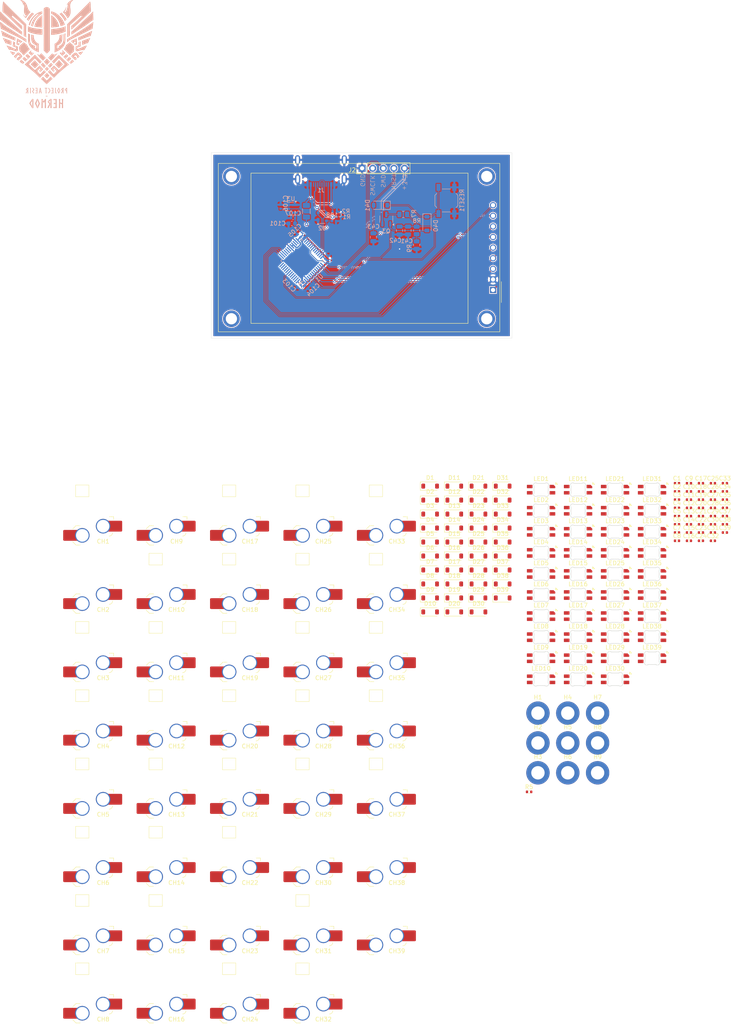
<source format=kicad_pcb>
(kicad_pcb (version 20240108) (generator "pcbnew") (generator_version "8.0")
  (layers (0 "F.Cu" signal) (31 "B.Cu" signal) (34 "B.Paste" user) (35 "F.Paste" user) (36 "B.SilkS" user "B.Silkscreen") (37 "F.SilkS" user "F.Silkscreen") (38 "B.Mask" user) (39 "F.Mask" user) (44 "Edge.Cuts" user))
  (net 0 "")
  (net 1 "BOOT0")
  (net 2 "+3V3")
  (net 3 "NRST")
  (net 4 "GND")
  (net 5 "+5V")
  (net 6 "col3")
  (net 7 "Net-(D1-A)")
  (net 8 "Net-(D2-A)")
  (net 9 "col2")
  (net 10 "col4")
  (net 11 "Net-(D3-A)")
  (net 12 "col5")
  (net 13 "Net-(D4-A)")
  (net 14 "Net-(D5-A)")
  (net 15 "col0")
  (net 16 "col1")
  (net 17 "Net-(D6-A)")
  (net 18 "Net-(D7-A)")
  (net 19 "Net-(D8-A)")
  (net 20 "Net-(D9-A)")
  (net 21 "Net-(D10-A)")
  (net 22 "Net-(D11-A)")
  (net 23 "Net-(D12-A)")
  (net 24 "Net-(D13-A)")
  (net 25 "Net-(D14-A)")
  (net 26 "Net-(D15-A)")
  (net 27 "Net-(D16-A)")
  (net 28 "Net-(D17-A)")
  (net 29 "Net-(D18-A)")
  (net 30 "Net-(D19-A)")
  (net 31 "Net-(D20-A)")
  (net 32 "Net-(D21-A)")
  (net 33 "Net-(D22-A)")
  (net 34 "Net-(D23-A)")
  (net 35 "Net-(D24-A)")
  (net 36 "Net-(D25-A)")
  (net 37 "Net-(D26-A)")
  (net 38 "Net-(D27-A)")
  (net 39 "Net-(D28-A)")
  (net 40 "Net-(D29-A)")
  (net 41 "Net-(D30-A)")
  (net 42 "Net-(D31-A)")
  (net 43 "Net-(D32-A)")
  (net 44 "row0")
  (net 45 "row1")
  (net 46 "row2")
  (net 47 "row3")
  (net 48 "row4")
  (net 49 "row5")
  (net 50 "VBUS")
  (net 51 "D-")
  (net 52 "D+")
  (net 55 "Net-(D40-K)")
  (net 56 "Net-(D38-A)")
  (net 57 "LCD_SCK")
  (net 58 "LCD_DC")
  (net 59 "LCD_MISO")
  (net 60 "Net-(D39-A)")
  (net 61 "SWCLK")
  (net 62 "SWD")
  (net 63 "LCD_MOSI")
  (net 64 "RGB5v")
  (net 65 "DOut1")
  (net 66 "Net-(LED10-DIN)")
  (net 67 "Net-(LED10-DOUT)")
  (net 68 "DOut2")
  (net 69 "DOut3")
  (net 70 "DOut4")
  (net 71 "DOut5")
  (net 72 "LCD_CS")
  (net 73 "LCD_RST")
  (net 74 "col6")
  (net 75 "Net-(D33-A)")
  (net 76 "Net-(D34-A)")
  (net 77 "Net-(D35-A)")
  (net 78 "Net-(D36-A)")
  (net 79 "Net-(D37-A)")
  (net 80 "Net-(LED1-DIN)")
  (net 81 "Net-(LED6-DIN)")
  (net 82 "Net-(LED8-DOUT)")
  (net 83 "Net-(LED11-DOUT)")
  (net 84 "Net-(LED3-DIN)")
  (net 85 "Net-(LED15-DIN)")
  (net 86 "Net-(LED17-DIN)")
  (net 87 "Net-(LED20-DIN)")
  (net 88 "Net-(LED12-DOUT)")
  (net 89 "Net-(LED29-DIN)")
  (net 90 "Net-(LED31-DIN)")
  (net 91 "Net-(LED34-DIN)")
  (net 92 "Net-(LED36-DOUT)")
  (net 93 "Net-(LED37-DOUT)")
  (net 95 "Net-(LED38-DOUT)")
  (net 96 "col7")
  (net 97 "Net-(LED13-DOUT)")
  (net 98 "Net-(LED22-DOUT)")
  (net 99 "Net-(LED16-DIN)")
  (net 100 "Net-(LED18-DIN)")
  (net 101 "Net-(LED23-DOUT)")
  (net 102 "Net-(LED24-DOUT)")
  (net 103 "Net-(LED25-DOUT)")
  (net 104 "Net-(LED30-DIN)")
  (net 105 "Net-(LED32-DIN)")
  (net 106 "Net-(LED2-DIN)")
  (net 107 "Net-(LED4-DIN)")
  (net 108 "Net-(LED5-DIN)")
  (net 109 "Net-(LED26-DOUT)")
  (net 110 "Net-(LED19-DIN)")
  (net 111 "Net-(LED27-DOUT)")
  (net 112 "Net-(LED33-DIN)")
  (net 113 "col8")
  (net 114 "col9")
  (net 115 "col10")
  (net 118 "LCD_BL_PWM")
  (net 119 "Net-(J1-CC1)")
  (net 120 "Net-(J1-CC2)")
  (net 121 "unconnected-(U1-PB11-Pad25)")
  (net 122 "unconnected-(U1-PA10-Pad32)")
  (net 124 "BOOT0_CHRG")
  (net 125 "Net-(Q3-C)")
  (net 126 "Net-(R8-Pad1)")
  (footprint "Capacitor_SMD:C_0402_1005Metric" (layer "F.Cu") (at -36.46 32.46)
    (property "Reference" "C13")
    (property "Value" "0.1uF")
  )
  (footprint "Capacitor_SMD:C_0402_1005Metric" (layer "F.Cu") (at -39.33 28.52)
    (property "Reference" "C3")
    (property "Value" "0.1uF")
  )
  (footprint "Capacitor_SMD:C_0402_1005Metric" (layer "F.Cu") (at -36.46 36.4)
    (property "Reference" "C15")
    (property "Value" "0.1uF")
  )
  (footprint "Diode_SMD:D_SOD-123" (layer "F.Cu") (at -92.69 48.72)
    (property "Reference" "D18")
    (property "Value" "D")
  )
  (footprint "MountingHole:MountingHole_3.2mm_M3_DIN965_Pad" (layer "F.Cu") (at -65.5 79.67)
    (property "Reference" "H4")
    (property "Value" "MountingHole_Pad")
  )
  (footprint "Capacitor_SMD:C_0402_1005Metric" (layer "F.Cu") (at -33.59 36.4)
    (property "Reference" "C23")
    (property "Value" "0.1uF")
  )
  (footprint "Capacitor_SMD:C_0402_1005Metric" (layer "F.Cu") (at -30.72 36.4)
    (property "Reference" "C31")
    (property "Value" "0.1uF")
  )
  (footprint "PCM_marbastlib-choc:SW_choc_v1_HS_CPG135001S30_1u" (layer "F.Cu") (at -181.85 63.84)
    (property "Reference" "CH3")
    (property "Value" "choc_v1_SW_HS")
  )
  (footprint "PCM_marbastlib-choc:SW_choc_v1_HS_CPG135001S30_1u" (layer "F.Cu") (at -146.66 96.56)
    (property "Reference" "CH21")
    (property "Value" "choc_v1_SW_HS")
  )
  (footprint "PCM_marbastlib-choc:LED_choc_6028R" (layer "F.Cu") (at -63.035 51.369999)
    (property "Reference" "LED16")
    (property "Value" "choc_SK6812MINI-E")
    (fp_line (start -1.699999 -0.702841) (end -1.699999 0.702843) (stroke (width 0.1)) (layer "Edge.Cuts"))
    (fp_line (start -0.794452 1.5) (end 0.794453 1.5) (stroke (width 0.1)) (layer "Edge.Cuts"))
    (fp_line (start 0.794452 -1.499999) (end -0.794452 -1.499999) (stroke (width 0.1)) (layer "Edge.Cuts"))
    (fp_line (start 1.699999 0.702843) (end 1.699999 -0.702841) (stroke (width 0.1)) (layer "Edge.Cuts"))
    (fp_arc (start -1.749484 -0.919719) (mid -1.712527 -0.814067) (end -1.699999 -0.702842) (stroke (width 0.1)) (layer "Edge.Cuts"))
    (fp_arc (start -1.749484 -0.919719) (mid -1.63807 -1.504033) (end -1.046711 -1.568296) (stroke (width 0.1)) (layer "Edge.Cuts"))
    (fp_arc (start -1.699999 0.702843) (mid -1.712527 0.814069) (end -1.749484 0.919721) (stroke (width 0.1)) (layer "Edge.Cuts"))
    (fp_arc (start -1.046711 1.5683) (mid -1.638071 1.504036) (end -1.749484 0.919721) (stroke (width 0.1)) (layer "Edge.Cuts"))
    (fp_arc (start -1.046711 1.5683) (mid -0.925123 1.517378) (end -0.794453 1.500001) (stroke (width 0.1)) (layer "Edge.Cuts"))
    (fp_arc (start -0.794452 -1.499999) (mid -0.925122 -1.517376) (end -1.04671 -1.568298) (stroke (width 0.1)) (layer "Edge.Cuts"))
    (fp_arc (start 0.794453 1.5) (mid 0.925123 1.517377) (end 1.046711 1.568299) (stroke (width 0.1)) (layer "Edge.Cuts"))
    (fp_arc (start 1.046711 -1.568298) (mid 0.925123 -1.517376) (end 0.794452 -1.499999) (stroke (width 0.1)) (layer "Edge.Cuts"))
    (fp_arc (start 1.046711 -1.568298) (mid 1.638071 -1.504035) (end 1.749484 -0.919718) (stroke (width 0.1)) (layer "Edge.Cuts"))
    (fp_arc (start 1.699999 -0.702841) (mid 1.712528 -0.814067) (end 1.749484 -0.919719) (stroke (width 0.1)) (layer "Edge.Cuts"))
    (fp_arc (start 1.749484 0.919721) (mid 1.638071 1.504036) (end 1.046711 1.568299) (stroke (width 0.1)) (layer "Edge.Cuts"))
    (fp_arc (start 1.749484 0.919721) (mid 1.712518 0.81407) (end 1.699999 0.702844) (stroke (width 0.1)) (layer "Edge.Cuts"))
  )
  (footprint "PCM_marbastlib-choc:LED_choc_6028R" (layer "F.Cu") (at -45.305 36.219999)
    (property "Reference" "LED33")
    (property "Value" "choc_SK6812MINI-E")
    (fp_line (start -1.699999 -0.702841) (end -1.699999 0.702843) (stroke (width 0.1)) (layer "Edge.Cuts"))
    (fp_line (start -0.794452 1.5) (end 0.794453 1.5) (stroke (width 0.1)) (layer "Edge.Cuts"))
    (fp_line (start 0.794452 -1.499999) (end -0.794452 -1.499999) (stroke (width 0.1)) (layer "Edge.Cuts"))
    (fp_line (start 1.699999 0.702843) (end 1.699999 -0.702841) (stroke (width 0.1)) (layer "Edge.Cuts"))
    (fp_arc (start -1.749484 -0.919719) (mid -1.712527 -0.814067) (end -1.699999 -0.702842) (stroke (width 0.1)) (layer "Edge.Cuts"))
    (fp_arc (start -1.749484 -0.919719) (mid -1.63807 -1.504033) (end -1.046711 -1.568296) (stroke (width 0.1)) (layer "Edge.Cuts"))
    (fp_arc (start -1.699999 0.702843) (mid -1.712527 0.814069) (end -1.749484 0.919721) (stroke (width 0.1)) (layer "Edge.Cuts"))
    (fp_arc (start -1.046711 1.5683) (mid -1.638071 1.504036) (end -1.749484 0.919721) (stroke (width 0.1)) (layer "Edge.Cuts"))
    (fp_arc (start -1.046711 1.5683) (mid -0.925123 1.517378) (end -0.794453 1.500001) (stroke (width 0.1)) (layer "Edge.Cuts"))
    (fp_arc (start -0.794452 -1.499999) (mid -0.925122 -1.517376) (end -1.04671 -1.568298) (stroke (width 0.1)) (layer "Edge.Cuts"))
    (fp_arc (start 0.794453 1.5) (mid 0.925123 1.517377) (end 1.046711 1.568299) (stroke (width 0.1)) (layer "Edge.Cuts"))
    (fp_arc (start 1.046711 -1.568298) (mid 0.925123 -1.517376) (end 0.794452 -1.499999) (stroke (width 0.1)) (layer "Edge.Cuts"))
    (fp_arc (start 1.046711 -1.568298) (mid 1.638071 -1.504035) (end 1.749484 -0.919718) (stroke (width 0.1)) (layer "Edge.Cuts"))
    (fp_arc (start 1.699999 -0.702841) (mid 1.712528 -0.814067) (end 1.749484 -0.919719) (stroke (width 0.1)) (layer "Edge.Cuts"))
    (fp_arc (start 1.749484 0.919721) (mid 1.638071 1.504036) (end 1.046711 1.568299) (stroke (width 0.1)) (layer "Edge.Cuts"))
    (fp_arc (start 1.749484 0.919721) (mid 1.712518 0.81407) (end 1.699999 0.702844) (stroke (width 0.1)) (layer "Edge.Cuts"))
  )
  (footprint "MountingHole:MountingHole_3.2mm_M3_DIN965_Pad" (layer "F.Cu") (at -72.65 86.82)
    (property "Reference" "H2")
    (property "Value" "MountingHole_Pad")
  )
  (footprint "Capacitor_SMD:C_0402_1005Metric" (layer "F.Cu") (at -36.46 30.49)
    (property "Reference" "C12")
    (property "Value" "0.1uF")
  )
  (footprint "Diode_SMD:D_SOD-123" (layer "F.Cu") (at -81.1 42.02)
    (property "Reference" "D36")
    (property "Value" "D")
  )
  (footprint "PCM_marbastlib-choc:LED_choc_6028R" (layer "F.Cu") (at -54.17 36.219999)
    (property "Reference" "LED23")
    (property "Value" "choc_SK6812MINI-E")
    (fp_line (start -1.699999 -0.702841) (end -1.699999 0.702843) (stroke (width 0.1)) (layer "Edge.Cuts"))
    (fp_line (start -0.794452 1.5) (end 0.794453 1.5) (stroke (width 0.1)) (layer "Edge.Cuts"))
    (fp_line (start 0.794452 -1.499999) (end -0.794452 -1.499999) (stroke (width 0.1)) (layer "Edge.Cuts"))
    (fp_line (start 1.699999 0.702843) (end 1.699999 -0.702841) (stroke (width 0.1)) (layer "Edge.Cuts"))
    (fp_arc (start -1.749484 -0.919719) (mid -1.712527 -0.814067) (end -1.699999 -0.702842) (stroke (width 0.1)) (layer "Edge.Cuts"))
    (fp_arc (start -1.749484 -0.919719) (mid -1.63807 -1.504033) (end -1.046711 -1.568296) (stroke (width 0.1)) (layer "Edge.Cuts"))
    (fp_arc (start -1.699999 0.702843) (mid -1.712527 0.814069) (end -1.749484 0.919721) (stroke (width 0.1)) (layer "Edge.Cuts"))
    (fp_arc (start -1.046711 1.5683) (mid -1.638071 1.504036) (end -1.749484 0.919721) (stroke (width 0.1)) (layer "Edge.Cuts"))
    (fp_arc (start -1.046711 1.5683) (mid -0.925123 1.517378) (end -0.794453 1.500001) (stroke (width 0.1)) (layer "Edge.Cuts"))
    (fp_arc (start -0.794452 -1.499999) (mid -0.925122 -1.517376) (end -1.04671 -1.568298) (stroke (width 0.1)) (layer "Edge.Cuts"))
    (fp_arc (start 0.794453 1.5) (mid 0.925123 1.517377) (end 1.046711 1.568299) (stroke (width 0.1)) (layer "Edge.Cuts"))
    (fp_arc (start 1.046711 -1.568298) (mid 0.925123 -1.517376) (end 0.794452 -1.499999) (stroke (width 0.1)) (layer "Edge.Cuts"))
    (fp_arc (start 1.046711 -1.568298) (mid 1.638071 -1.504035) (end 1.749484 -0.919718) (stroke (width 0.1)) (layer "Edge.Cuts"))
    (fp_arc (start 1.699999 -0.702841) (mid 1.712528 -0.814067) (end 1.749484 -0.919719) (stroke (width 0.1)) (layer "Edge.Cuts"))
    (fp_arc (start 1.749484 0.919721) (mid 1.638071 1.504036) (end 1.046711 1.568299) (stroke (width 0.1)) (layer "Edge.Cuts"))
    (fp_arc (start 1.749484 0.919721) (mid 1.712518 0.81407) (end 1.699999 0.702844) (stroke (width 0.1)) (layer "Edge.Cuts"))
  )
  (footprint "PCM_marbastlib-choc:LED_choc_6028R" (layer "F.Cu") (at -71.9 61.469999)
    (property "Reference" "LED8")
    (property "Value" "choc_SK6812MINI-E")
    (fp_line (start -1.699999 -0.702841) (end -1.699999 0.702843) (stroke (width 0.1)) (layer "Edge.Cuts"))
    (fp_line (start -0.794452 1.5) (end 0.794453 1.5) (stroke (width 0.1)) (layer "Edge.Cuts"))
    (fp_line (start 0.794452 -1.499999) (end -0.794452 -1.499999) (stroke (width 0.1)) (layer "Edge.Cuts"))
    (fp_line (start 1.699999 0.702843) (end 1.699999 -0.702841) (stroke (width 0.1)) (layer "Edge.Cuts"))
    (fp_arc (start -1.749484 -0.919719) (mid -1.712527 -0.814067) (end -1.699999 -0.702842) (stroke (width 0.1)) (layer "Edge.Cuts"))
    (fp_arc (start -1.749484 -0.919719) (mid -1.63807 -1.504033) (end -1.046711 -1.568296) (stroke (width 0.1)) (layer "Edge.Cuts"))
    (fp_arc (start -1.699999 0.702843) (mid -1.712527 0.814069) (end -1.749484 0.919721) (stroke (width 0.1)) (layer "Edge.Cuts"))
    (fp_arc (start -1.046711 1.5683) (mid -1.638071 1.504036) (end -1.749484 0.919721) (stroke (width 0.1)) (layer "Edge.Cuts"))
    (fp_arc (start -1.046711 1.5683) (mid -0.925123 1.517378) (end -0.794453 1.500001) (stroke (width 0.1)) (layer "Edge.Cuts"))
    (fp_arc (start -0.794452 -1.499999) (mid -0.925122 -1.517376) (end -1.04671 -1.568298) (stroke (width 0.1)) (layer "Edge.Cuts"))
    (fp_arc (start 0.794453 1.5) (mid 0.925123 1.517377) (end 1.046711 1.568299) (stroke (width 0.1)) (layer "Edge.Cuts"))
    (fp_arc (start 1.046711 -1.568298) (mid 0.925123 -1.517376) (end 0.794452 -1.499999) (stroke (width 0.1)) (layer "Edge.Cuts"))
    (fp_arc (start 1.046711 -1.568298) (mid 1.638071 -1.504035) (end 1.749484 -0.919718) (stroke (width 0.1)) (layer "Edge.Cuts"))
    (fp_arc (start 1.699999 -0.702841) (mid 1.712528 -0.814067) (end 1.749484 -0.919719) (stroke (width 0.1)) (layer "Edge.Cuts"))
    (fp_arc (start 1.749484 0.919721) (mid 1.638071 1.504036) (end 1.046711 1.568299) (stroke (width 0.1)) (layer "Edge.Cuts"))
    (fp_arc (start 1.749484 0.919721) (mid 1.712518 0.81407) (end 1.699999 0.702844) (stroke (width 0.1)) (layer "Edge.Cuts"))
  )
  (footprint "PCM_marbastlib-choc:LED_choc_6028R" (layer "F.Cu") (at -63.035 26.119999)
    (property "Reference" "LED11")
    (property "Value" "choc_SK6812MINI-E")
    (fp_line (start -1.699999 -0.702841) (end -1.699999 0.702843) (stroke (width 0.1)) (layer "Edge.Cuts"))
    (fp_line (start -0.794452 1.5) (end 0.794453 1.5) (stroke (width 0.1)) (layer "Edge.Cuts"))
    (fp_line (start 0.794452 -1.499999) (end -0.794452 -1.499999) (stroke (width 0.1)) (layer "Edge.Cuts"))
    (fp_line (start 1.699999 0.702843) (end 1.699999 -0.702841) (stroke (width 0.1)) (layer "Edge.Cuts"))
    (fp_arc (start -1.749484 -0.919719) (mid -1.712527 -0.814067) (end -1.699999 -0.702842) (stroke (width 0.1)) (layer "Edge.Cuts"))
    (fp_arc (start -1.749484 -0.919719) (mid -1.63807 -1.504033) (end -1.046711 -1.568296) (stroke (width 0.1)) (layer "Edge.Cuts"))
    (fp_arc (start -1.699999 0.702843) (mid -1.712527 0.814069) (end -1.749484 0.919721) (stroke (width 0.1)) (layer "Edge.Cuts"))
    (fp_arc (start -1.046711 1.5683) (mid -1.638071 1.504036) (end -1.749484 0.919721) (stroke (width 0.1)) (layer "Edge.Cuts"))
    (fp_arc (start -1.046711 1.5683) (mid -0.925123 1.517378) (end -0.794453 1.500001) (stroke (width 0.1)) (layer "Edge.Cuts"))
    (fp_arc (start -0.794452 -1.499999) (mid -0.925122 -1.517376) (end -1.04671 -1.568298) (stroke (width 0.1)) (layer "Edge.Cuts"))
    (fp_arc (start 0.794453 1.5) (mid 0.925123 1.517377) (end 1.046711 1.568299) (stroke (width 0.1)) (layer "Edge.Cuts"))
    (fp_arc (start 1.046711 -1.568298) (mid 0.925123 -1.517376) (end 0.794452 -1.499999) (stroke (width 0.1)) (layer "Edge.Cuts"))
    (fp_arc (start 1.046711 -1.568298) (mid 1.638071 -1.504035) (end 1.749484 -0.919718) (stroke (width 0.1)) (layer "Edge.Cuts"))
    (fp_arc (start 1.699999 -0.702841) (mid 1.712528 -0.814067) (end 1.749484 -0.919719) (stroke (width 0.1)) (layer "Edge.Cuts"))
    (fp_arc (start 1.749484 0.919721) (mid 1.638071 1.504036) (end 1.046711 1.568299) (stroke (width 0.1)) (layer "Edge.Cuts"))
    (fp_arc (start 1.749484 0.919721) (mid 1.712518 0.81407) (end 1.699999 0.702844) (stroke (width 0.1)) (layer "Edge.Cuts"))
  )
  (footprint "PCM_marbastlib-choc:SW_choc_v1_HS_CPG135001S30_1.5u" (layer "F.Cu") (at -181.85 47.48)
    (property "Reference" "CH2")
    (property "Value" "choc_v1_SW_HS")
  )
  (footprint "Diode_SMD:D_SOD-123" (layer "F.Cu") (at -92.69 45.37)
    (property "Reference" "D17")
    (property "Value" "D")
  )
  (footprint "Diode_SMD:D_SOD-123" (layer "F.Cu") (at -92.69 55.42)
    (property "Reference" "D20")
    (property "Value" "D")
  )
  (footprint "Diode_SMD:D_SOD-123" (layer "F.Cu") (at -81.1 28.62)
    (property "Reference" "D32")
    (property "Value" "D")
  )
  (footprint "Diode_SMD:D_SOD-123" (layer "F.Cu") (at -81.1 48.72)
    (property "Reference" "D38")
    (property "Value" "D")
  )
  (footprint "PCM_marbastlib-choc:LED_choc_6028R" (layer "F.Cu") (at -54.17 31.169999)
    (property "Reference" "LED22")
    (property "Value" "choc_SK6812MINI-E")
    (fp_line (start -1.699999 -0.702841) (end -1.699999 0.702843) (stroke (width 0.1)) (layer "Edge.Cuts"))
    (fp_line (start -0.794452 1.5) (end 0.794453 1.5) (stroke (width 0.1)) (layer "Edge.Cuts"))
    (fp_line (start 0.794452 -1.499999) (end -0.794452 -1.499999) (stroke (width 0.1)) (layer "Edge.Cuts"))
    (fp_line (start 1.699999 0.702843) (end 1.699999 -0.702841) (stroke (width 0.1)) (layer "Edge.Cuts"))
    (fp_arc (start -1.749484 -0.919719) (mid -1.712527 -0.814067) (end -1.699999 -0.702842) (stroke (width 0.1)) (layer "Edge.Cuts"))
    (fp_arc (start -1.749484 -0.919719) (mid -1.63807 -1.504033) (end -1.046711 -1.568296) (stroke (width 0.1)) (layer "Edge.Cuts"))
    (fp_arc (start -1.699999 0.702843) (mid -1.712527 0.814069) (end -1.749484 0.919721) (stroke (width 0.1)) (layer "Edge.Cuts"))
    (fp_arc (start -1.046711 1.5683) (mid -1.638071 1.504036) (end -1.749484 0.919721) (stroke (width 0.1)) (layer "Edge.Cuts"))
    (fp_arc (start -1.046711 1.5683) (mid -0.925123 1.517378) (end -0.794453 1.500001) (stroke (width 0.1)) (layer "Edge.Cuts"))
    (fp_arc (start -0.794452 -1.499999) (mid -0.925122 -1.517376) (end -1.04671 -1.568298) (stroke (width 0.1)) (layer "Edge.Cuts"))
    (fp_arc (start 0.794453 1.5) (mid 0.925123 1.517377) (end 1.046711 1.568299) (stroke (width 0.1)) (layer "Edge.Cuts"))
    (fp_arc (start 1.046711 -1.568298) (mid 0.925123 -1.517376) (end 0.794452 -1.499999) (stroke (width 0.1)) (layer "Edge.Cuts"))
    (fp_arc (start 1.046711 -1.568298) (mid 1.638071 -1.504035) (end 1.749484 -0.919718) (stroke (width 0.1)) (layer "Edge.Cuts"))
    (fp_arc (start 1.699999 -0.702841) (mid 1.712528 -0.814067) (end 1.749484 -0.919719) (stroke (width 0.1)) (layer "Edge.Cuts"))
    (fp_arc (start 1.749484 0.919721) (mid 1.638071 1.504036) (end 1.046711 1.568299) (stroke (width 0.1)) (layer "Edge.Cuts"))
    (fp_arc (start 1.749484 0.919721) (mid 1.712518 0.81407) (end 1.699999 0.702844) (stroke (width 0.1)) (layer "Edge.Cuts"))
  )
  (footprint "PCM_marbastlib-choc:LED_choc_6028R" (layer "F.Cu") (at -45.305 61.469999)
    (property "Reference" "LED38")
    (property "Value" "choc_SK6812MINI-E")
    (fp_line (start -1.699999 -0.702841) (end -1.699999 0.702843) (stroke (width 0.1)) (layer "Edge.Cuts"))
    (fp_line (start -0.794452 1.5) (end 0.794453 1.5) (stroke (width 0.1)) (layer "Edge.Cuts"))
    (fp_line (start 0.794452 -1.499999) (end -0.794452 -1.499999) (stroke (width 0.1)) (layer "Edge.Cuts"))
    (fp_line (start 1.699999 0.702843) (end 1.699999 -0.702841) (stroke (width 0.1)) (layer "Edge.Cuts"))
    (fp_arc (start -1.749484 -0.919719) (mid -1.712527 -0.814067) (end -1.699999 -0.702842) (stroke (width 0.1)) (layer "Edge.Cuts"))
    (fp_arc (start -1.749484 -0.919719) (mid -1.63807 -1.504033) (end -1.046711 -1.568296) (stroke (width 0.1)) (layer "Edge.Cuts"))
    (fp_arc (start -1.699999 0.702843) (mid -1.712527 0.814069) (end -1.749484 0.919721) (stroke (width 0.1)) (layer "Edge.Cuts"))
    (fp_arc (start -1.046711 1.5683) (mid -1.638071 1.504036) (end -1.749484 0.919721) (stroke (width 0.1)) (layer "Edge.Cuts"))
    (fp_arc (start -1.046711 1.5683) (mid -0.925123 1.517378) (end -0.794453 1.500001) (stroke (width 0.1)) (layer "Edge.Cuts"))
    (fp_arc (start -0.794452 -1.499999) (mid -0.925122 -1.517376) (end -1.04671 -1.568298) (stroke (width 0.1)) (layer "Edge.Cuts"))
    (fp_arc (start 0.794453 1.5) (mid 0.925123 1.517377) (end 1.046711 1.568299) (stroke (width 0.1)) (layer "Edge.Cuts"))
    (fp_arc (start 1.046711 -1.568298) (mid 0.925123 -1.517376) (end 0.794452 -1.499999) (stroke (width 0.1)) (layer "Edge.Cuts"))
    (fp_arc (start 1.046711 -1.568298) (mid 1.638071 -1.504035) (end 1.749484 -0.919718) (stroke (width 0.1)) (layer "Edge.Cuts"))
    (fp_arc (start 1.699999 -0.702841) (mid 1.712528 -0.814067) (end 1.749484 -0.919719) (stroke (width 0.1)) (layer "Edge.Cuts"))
    (fp_arc (start 1.749484 0.919721) (mid 1.638071 1.504036) (end 1.046711 1.568299) (stroke (width 0.1)) (layer "Edge.Cuts"))
    (fp_arc (start 1.749484 0.919721) (mid 1.712518 0.81407) (end 1.699999 0.702844) (stroke (width 0.1)) (layer "Edge.Cuts"))
  )
  (footprint "PCM_marbastlib-choc:SW_choc_v1_HS_CPG135001S30_1u" (layer "F.Cu") (at -111.47 47.48)
    (property "Reference" "CH34")
    (property "Value" "choc_v1_SW_HS")
  )
  (footprint "PCM_marbastlib-choc:LED_choc_6028R" (layer "F.Cu") (at -54.17 46.319999)
    (property "Reference" "LED25")
    (property "Value" "choc_SK6812MINI-E")
    (fp_line (start -1.699999 -0.702841) (end -1.699999 0.702843) (stroke (width 0.1)) (layer "Edge.Cuts"))
    (fp_line (start -0.794452 1.5) (end 0.794453 1.5) (stroke (width 0.1)) (layer "Edge.Cuts"))
    (fp_line (start 0.794452 -1.499999) (end -0.794452 -1.499999) (stroke (width 0.1)) (layer "Edge.Cuts"))
    (fp_line (start 1.699999 0.702843) (end 1.699999 -0.702841) (stroke (width 0.1)) (layer "Edge.Cuts"))
    (fp_arc (start -1.749484 -0.919719) (mid -1.712527 -0.814067) (end -1.699999 -0.702842) (stroke (width 0.1)) (layer "Edge.Cuts"))
    (fp_arc (start -1.749484 -0.919719) (mid -1.63807 -1.504033) (end -1.046711 -1.568296) (stroke (width 0.1)) (layer "Edge.Cuts"))
    (fp_arc (start -1.699999 0.702843) (mid -1.712527 0.814069) (end -1.749484 0.919721) (stroke (width 0.1)) (layer "Edge.Cuts"))
    (fp_arc (start -1.046711 1.5683) (mid -1.638071 1.504036) (end -1.749484 0.919721) (stroke (width 0.1)) (layer "Edge.Cuts"))
    (fp_arc (start -1.046711 1.5683) (mid -0.925123 1.517378) (end -0.794453 1.500001) (stroke (width 0.1)) (layer "Edge.Cuts"))
    (fp_arc (start -0.794452 -1.499999) (mid -0.925122 -1.517376) (end -1.04671 -1.568298) (stroke (width 0.1)) (layer "Edge.Cuts"))
    (fp_arc (start 0.794453 1.5) (mid 0.925123 1.517377) (end 1.046711 1.568299) (stroke (width 0.1)) (layer "Edge.Cuts"))
    (fp_arc (start 1.046711 -1.568298) (mid 0.925123 -1.517376) (end 0.794452 -1.499999) (stroke (width 0.1)) (layer "Edge.Cuts"))
    (fp_arc (start 1.046711 -1.568298) (mid 1.638071 -1.504035) (end 1.749484 -0.919718) (stroke (width 0.1)) (layer "Edge.Cuts"))
    (fp_arc (start 1.699999 -0.702841) (mid 1.712528 -0.814067) (end 1.749484 -0.919719) (stroke (width 0.1)) (layer "Edge.Cuts"))
    (fp_arc (start 1.749484 0.919721) (mid 1.638071 1.504036) (end 1.046711 1.568299) (stroke (width 0.1)) (layer "Edge.Cuts"))
    (fp_arc (start 1.749484 0.919721) (mid 1.712518 0.81407) (end 1.699999 0.702844) (stroke (width 0.1)) (layer "Edge.Cuts"))
  )
  (footprint "PCM_marbastlib-choc:SW_choc_v1_HS_CPG135001S30_1u" (layer "F.Cu") (at -129.065 145.64)
    (property "Reference" "CH32")
    (property "Value" "choc_v1_SW_HS")
  )
  (footprint "Capacitor_SMD:C_0402_1005Metric" (layer "F.Cu") (at -36.46 24.58)
    (property "Reference" "C9")
    (property "Value" "0.1uF")
  )
  (footprint "PCM_marbastlib-choc:SW_choc_v1_HS_CPG135001S30_1u" (layer "F.Cu") (at -181.85 96.56)
    (property "Reference" "CH5")
    (property "Value" "choc_v1_SW_HS")
  )
  (footprint "Diode_SMD:D_SOD-123" (layer "F.Cu") (at -86.895 42.02)
    (property "Reference" "D26")
    (property "Value" "D")
  )
  (footprint "PCM_marbastlib-choc:SW_choc_v1_HS_CPG135001S30_1u" (layer "F.Cu") (at -146.66 31.12)
    (property "Reference" "CH17")
    (property "Value" "choc_v1_SW_HS")
  )
  (footprint "Capacitor_SMD:C_0402_1005Metric" (layer "F.Cu") (at -30.72 26.55)
    (property "Reference" "C26")
    (property "Value" "0.1uF")
  )
  (footprint "PCM_marbastlib-choc:LED_choc_6028R" (layer "F.Cu") (at -71.9 26.119999)
    (property "Reference" "LED1")
    (property "Value" "choc_SK6812MINI-E")
    (fp_line (start -1.699999 -0.702841) (end -1.699999 0.702843) (stroke (width 0.1)) (layer "Edge.Cuts"))
    (fp_line (start -0.794452 1.5) (end 0.794453 1.5) (stroke (width 0.1)) (layer "Edge.Cuts"))
    (fp_line (start 0.794452 -1.499999) (end -0.794452 -1.499999) (stroke (width 0.1)) (layer "Edge.Cuts"))
    (fp_line (start 1.699999 0.702843) (end 1.699999 -0.702841) (stroke (width 0.1)) (layer "Edge.Cuts"))
    (fp_arc (start -1.749484 -0.919719) (mid -1.712527 -0.814067) (end -1.699999 -0.702842) (stroke (width 0.1)) (layer "Edge.Cuts"))
    (fp_arc (start -1.749484 -0.919719) (mid -1.63807 -1.504033) (end -1.046711 -1.568296) (stroke (width 0.1)) (layer "Edge.Cuts"))
    (fp_arc (start -1.699999 0.702843) (mid -1.712527 0.814069) (end -1.749484 0.919721) (stroke (width 0.1)) (layer "Edge.Cuts"))
    (fp_arc (start -1.046711 1.5683) (mid -1.638071 1.504036) (end -1.749484 0.919721) (stroke (width 0.1)) (layer "Edge.Cuts"))
    (fp_arc (start -1.046711 1.5683) (mid -0.925123 1.517378) (end -0.794453 1.500001) (stroke (width 0.1)) (layer "Edge.Cuts"))
    (fp_arc (start -0.794452 -1.499999) (mid -0.925122 -1.517376) (end -1.04671 -1.568298) (stroke (width 0.1)) (layer "Edge.Cuts"))
    (fp_arc (start 0.794453 1.5) (mid 0.925123 1.517377) (end 1.046711 1.568299) (stroke (width 0.1)) (layer "Edge.Cuts"))
    (fp_arc (start 1.046711 -1.568298) (mid 0.925123 -1.517376) (end 0.794452 -1.499999) (stroke (width 0.1)) (layer "Edge.Cuts"))
    (fp_arc (start 1.046711 -1.568298) (mid 1.638071 -1.504035) (end 1.749484 -0.919718) (stroke (width 0.1)) (layer "Edge.Cuts"))
    (fp_arc (start 1.699999 -0.702841) (mid 1.712528 -0.814067) (end 1.749484 -0.919719) (stroke (width 0.1)) (layer "Edge.Cuts"))
    (fp_arc (start 1.749484 0.919721) (mid 1.638071 1.504036) (end 1.046711 1.568299) (stroke (width 0.1)) (layer "Edge.Cuts"))
    (fp_arc (start 1.749484 0.919721) (mid 1.712518 0.81407) (end 1.699999 0.702844) (stroke (width 0.1)) (layer "Edge.Cuts"))
  )
  (footprint "Capacitor_SMD:C_0402_1005Metric" (layer "F.Cu") (at -39.33 38.37)
    (property "Reference" "C8")
    (property "Value" "0.1uF")
  )
  (footprint "Capacitor_SMD:C_0402_1005Metric" (layer "F.Cu") (at -30.72 24.58)
    (property "Reference" "C25")
    (property "Value" "0.1uF")
  )
  (footprint "PCM_marbastlib-choc:LED_choc_6028R" (layer "F.Cu") (at -45.305 56.419999)
    (property "Reference" "LED37")
    (property "Value" "choc_SK6812MINI-E")
    (fp_line (start -1.699999 -0.702841) (end -1.699999 0.702843) (stroke (width 0.1)) (layer "Edge.Cuts"))
    (fp_line (start -0.794452 1.5) (end 0.794453 1.5) (stroke (width 0.1)) (layer "Edge.Cuts"))
    (fp_line (start 0.794452 -1.499999) (end -0.794452 -1.499999) (stroke (width 0.1)) (layer "Edge.Cuts"))
    (fp_line (start 1.699999 0.702843) (end 1.699999 -0.702841) (stroke (width 0.1)) (layer "Edge.Cuts"))
    (fp_arc (start -1.749484 -0.919719) (mid -1.712527 -0.814067) (end -1.699999 -0.702842) (stroke (width 0.1)) (layer "Edge.Cuts"))
    (fp_arc (start -1.749484 -0.919719) (mid -1.63807 -1.504033) (end -1.046711 -1.568296) (stroke (width 0.1)) (layer "Edge.Cuts"))
    (fp_arc (start -1.699999 0.702843) (mid -1.712527 0.814069) (end -1.749484 0.919721) (stroke (width 0.1)) (layer "Edge.Cuts"))
    (fp_arc (start -1.046711 1.5683) (mid -1.638071 1.504036) (end -1.749484 0.919721) (stroke (width 0.1)) (layer "Edge.Cuts"))
    (fp_arc (start -1.046711 1.5683) (mid -0.925123 1.517378) (end -0.794453 1.500001) (stroke (width 0.1)) (layer "Edge.Cuts"))
    (fp_arc (start -0.794452 -1.499999) (mid -0.925122 -1.517376) (end -1.04671 -1.568298) (stroke (width 0.1)) (layer "Edge.Cuts"))
    (fp_arc (start 0.794453 1.5) (mid 0.925123 1.517377) (end 1.046711 1.568299) (stroke (width 0.1)) (layer "Edge.Cuts"))
    (fp_arc (start 1.046711 -1.568298) (mid 0.925123 -1.517376) (end 0.794452 -1.499999) (stroke (width 0.1)) (layer "Edge.Cuts"))
    (fp_arc (start 1.046711 -1.568298) (mid 1.638071 -1.504035) (end 1.749484 -0.919718) (stroke (width 0.1)) (layer "Edge.Cuts"))
    (fp_arc (start 1.699999 -0.702841) (mid 1.712528 -0.814067) (end 1.749484 -0.919719) (stroke (width 0.1)) (layer "Edge.Cuts"))
    (fp_arc (start 1.749484 0.919721) (mid 1.638071 1.504036) (end 1.046711 1.568299) (stroke (width 0.1)) (layer "Edge.Cuts"))
    (fp_arc (start 1.749484 0.919721) (mid 1.712518 0.81407) (end 1.699999 0.702844) (stroke (width 0.1)) (layer "Edge.Cuts"))
  )
  (footprint "PCM_marbastlib-choc:LED_choc_6028R" (layer "F.Cu") (at -63.035 41.269999)
    (property "Reference" "LED14")
    (property "Value" "choc_SK6812MINI-E")
    (fp_line (start -1.699999 -0.702841) (end -1.699999 0.702843) (stroke (width 0.1)) (layer "Edge.Cuts"))
    (fp_line (start -0.794452 1.5) (end 0.794453 1.5) (stroke (width 0.1)) (layer "Edge.Cuts"))
    (fp_line (start 0.794452 -1.499999) (end -0.794452 -1.499999) (stroke (width 0.1)) (layer "Edge.Cuts"))
    (fp_line (start 1.699999 0.702843) (end 1.699999 -0.702841) (stroke (width 0.1)) (layer "Edge.Cuts"))
    (fp_arc (start -1.749484 -0.919719) (mid -1.712527 -0.814067) (end -1.699999 -0.702842) (stroke (width 0.1)) (layer "Edge.Cuts"))
    (fp_arc (start -1.749484 -0.919719) (mid -1.63807 -1.504033) (end -1.046711 -1.568296) (stroke (width 0.1)) (layer "Edge.Cuts"))
    (fp_arc (start -1.699999 0.702843) (mid -1.712527 0.814069) (end -1.749484 0.919721) (stroke (width 0.1)) (layer "Edge.Cuts"))
    (fp_arc (start -1.046711 1.5683) (mid -1.638071 1.504036) (end -1.749484 0.919721) (stroke (width 0.1)) (layer "Edge.Cuts"))
    (fp_arc (start -1.046711 1.5683) (mid -0.925123 1.517378) (end -0.794453 1.500001) (stroke (width 0.1)) (layer "Edge.Cuts"))
    (fp_arc (start -0.794452 -1.499999) (mid -0.925122 -1.517376) (end -1.04671 -1.568298) (stroke (width 0.1)) (layer "Edge.Cuts"))
    (fp_arc (start 0.794453 1.5) (mid 0.925123 1.517377) (end 1.046711 1.568299) (stroke (width 0.1)) (layer "Edge.Cuts"))
    (fp_arc (start 1.046711 -1.568298) (mid 0.925123 -1.517376) (end 0.794452 -1.499999) (stroke (width 0.1)) (layer "Edge.Cuts"))
    (fp_arc (start 1.046711 -1.568298) (mid 1.638071 -1.504035) (end 1.749484 -0.919718) (stroke (width 0.1)) (layer "Edge.Cuts"))
    (fp_arc (start 1.699999 -0.702841) (mid 1.712528 -0.814067) (end 1.749484 -0.919719) (stroke (width 0.1)) (layer "Edge.Cuts"))
    (fp_arc (start 1.749484 0.919721) (mid 1.638071 1.504036) (end 1.046711 1.568299) (stroke (width 0.1)) (layer "Edge.Cuts"))
    (fp_arc (start 1.749484 0.919721) (mid 1.712518 0.81407) (end 1.699999 0.702844) (stroke (width 0.1)) (layer "Edge.Cuts"))
  )
  (footprint "Capacitor_SMD:C_0402_1005Metric" (layer "F.Cu") (at -33.59 38.37)
    (property "Reference" "C24")
    (property "Value" "0.1uF")
  )
  (footprint "Capacitor_SMD:C_0402_1005Metric" (layer "F.Cu") (at -30.72 38.37)
    (property "Reference" "C32")
    (property "Value" "0.1uF")
  )
  (footprint "PCM_marbastlib-choc:LED_choc_6028R" (layer "F.Cu") (at -63.035 31.169999)
    (property "Reference" "LED12")
    (property "Value" "choc_SK6812MINI-E")
    (fp_line (start -1.699999 -0.702841) (end -1.699999 0.702843) (stroke (width 0.1)) (layer "Edge.Cuts"))
    (fp_line (start -0.794452 1.5) (end 0.794453 1.5) (stroke (width 0.1)) (layer "Edge.Cuts"))
    (fp_line (start 0.794452 -1.499999) (end -0.794452 -1.499999) (stroke (width 0.1)) (layer "Edge.Cuts"))
    (fp_line (start 1.699999 0.702843) (end 1.699999 -0.702841) (stroke (width 0.1)) (layer "Edge.Cuts"))
    (fp_arc (start -1.749484 -0.919719) (mid -1.712527 -0.814067) (end -1.699999 -0.702842) (stroke (width 0.1)) (layer "Edge.Cuts"))
    (fp_arc (start -1.749484 -0.919719) (mid -1.63807 -1.504033) (end -1.046711 -1.568296) (stroke (width 0.1)) (layer "Edge.Cuts"))
    (fp_arc (start -1.699999 0.702843) (mid -1.712527 0.814069) (end -1.749484 0.919721) (stroke (width 0.1)) (layer "Edge.Cuts"))
    (fp_arc (start -1.046711 1.5683) (mid -1.638071 1.504036) (end -1.749484 0.919721) (stroke (width 0.1)) (layer "Edge.Cuts"))
    (fp_arc (start -1.046711 1.5683) (mid -0.925123 1.517378) (end -0.794453 1.500001) (stroke (width 0.1)) (layer "Edge.Cuts"))
    (fp_arc (start -0.794452 -1.499999) (mid -0.925122 -1.517376) (end -1.04671 -1.568298) (stroke (width 0.1)) (layer "Edge.Cuts"))
    (fp_arc (start 0.794453 1.5) (mid 0.925123 1.517377) (end 1.046711 1.568299) (stroke (width 0.1)) (layer "Edge.Cuts"))
    (fp_arc (start 1.046711 -1.568298) (mid 0.925123 -1.517376) (end 0.794452 -1.499999) (stroke (width 0.1)) (layer "Edge.Cuts"))
    (fp_arc (start 1.046711 -1.568298) (mid 1.638071 -1.504035) (end 1.749484 -0.919718) (stroke (width 0.1)) (layer "Edge.Cuts"))
    (fp_arc (start 1.699999 -0.702841) (mid 1.712528 -0.814067) (end 1.749484 -0.919719) (stroke (width 0.1)) (layer "Edge.Cuts"))
    (fp_arc (start 1.749484 0.919721) (mid 1.638071 1.504036) (end 1.046711 1.568299) (stroke (width 0.1)) (layer "Edge.Cuts"))
    (fp_arc (start 1.749484 0.919721) (mid 1.712518 0.81407) (end 1.699999 0.702844) (stroke (width 0.1)) (layer "Edge.Cuts"))
  )
  (footprint "PCM_marbastlib-choc:LED_choc_6028R" (layer "F.Cu") (at -45.305 31.169999)
    (property "Reference" "LED32")
    (property "Value" "choc_SK6812MINI-E")
    (fp_line (start -1.699999 -0.702841) (end -1.699999 0.702843) (stroke (width 0.1)) (layer "Edge.Cuts"))
    (fp_line (start -0.794452 1.5) (end 0.794453 1.5) (stroke (width 0.1)) (layer "Edge.Cuts"))
    (fp_line (start 0.794452 -1.499999) (end -0.794452 -1.499999) (stroke (width 0.1)) (layer "Edge.Cuts"))
    (fp_line (start 1.699999 0.702843) (end 1.699999 -0.702841) (stroke (width 0.1)) (layer "Edge.Cuts"))
    (fp_arc (start -1.749484 -0.919719) (mid -1.712527 -0.814067) (end -1.699999 -0.702842) (stroke (width 0.1)) (layer "Edge.Cuts"))
    (fp_arc (start -1.749484 -0.919719) (mid -1.63807 -1.504033) (end -1.046711 -1.568296) (stroke (width 0.1)) (layer "Edge.Cuts"))
    (fp_arc (start -1.699999 0.702843) (mid -1.712527 0.814069) (end -1.749484 0.919721) (stroke (width 0.1)) (layer "Edge.Cuts"))
    (fp_arc (start -1.046711 1.5683) (mid -1.638071 1.504036) (end -1.749484 0.919721) (stroke (width 0.1)) (layer "Edge.Cuts"))
    (fp_arc (start -1.046711 1.5683) (mid -0.925123 1.517378) (end -0.794453 1.500001) (stroke (width 0.1)) (layer "Edge.Cuts"))
    (fp_arc (start -0.794452 -1.499999) (mid -0.925122 -1.517376) (end -1.04671 -1.568298) (stroke (width 0.1)) (layer "Edge.Cuts"))
    (fp_arc (start 0.794453 1.5) (mid 0.925123 1.517377) (end 1.046711 1.568299) (stroke (width 0.1)) (layer "Edge.Cuts"))
    (fp_arc (start 1.046711 -1.568298) (mid 0.925123 -1.517376) (end 0.794452 -1.499999) (stroke (width 0.1)) (layer "Edge.Cuts"))
    (fp_arc (start 1.046711 -1.568298) (mid 1.638071 -1.504035) (end 1.749484 -0.919718) (stroke (width 0.1)) (layer "Edge.Cuts"))
    (fp_arc (start 1.699999 -0.702841) (mid 1.712528 -0.814067) (end 1.749484 -0.919719) (stroke (width 0.1)) (layer "Edge.Cuts"))
    (fp_arc (start 1.749484 0.919721) (mid 1.638071 1.504036) (end 1.046711 1.568299) (stroke (width 0.1)) (layer "Edge.Cuts"))
    (fp_arc (start 1.749484 0.919721) (mid 1.712518 0.81407) (end 1.699999 0.702844) (stroke (width 0.1)) (layer "Edge.Cuts"))
  )
  (footprint "PCM_marbastlib-choc:LED_choc_6028R" (layer "F.Cu") (at -63.035 56.419999)
    (property "Reference" "LED17")
    (property "Value" "choc_SK6812MINI-E")
    (fp_line (start -1.699999 -0.702841) (end -1.699999 0.702843) (stroke (width 0.1)) (layer "Edge.Cuts"))
    (fp_line (start -0.794452 1.5) (end 0.794453 1.5) (stroke (width 0.1)) (layer "Edge.Cuts"))
    (fp_line (start 0.794452 -1.499999) (end -0.794452 -1.499999) (stroke (width 0.1)) (layer "Edge.Cuts"))
    (fp_line (start 1.699999 0.702843) (end 1.699999 -0.702841) (stroke (width 0.1)) (layer "Edge.Cuts"))
    (fp_arc (start -1.749484 -0.919719) (mid -1.712527 -0.814067) (end -1.699999 -0.702842) (stroke (width 0.1)) (layer "Edge.Cuts"))
    (fp_arc (start -1.749484 -0.919719) (mid -1.63807 -1.504033) (end -1.046711 -1.568296) (stroke (width 0.1)) (layer "Edge.Cuts"))
    (fp_arc (start -1.699999 0.702843) (mid -1.712527 0.814069) (end -1.749484 0.919721) (stroke (width 0.1)) (layer "Edge.Cuts"))
    (fp_arc (start -1.046711 1.5683) (mid -1.638071 1.504036) (end -1.749484 0.919721) (stroke (width 0.1)) (layer "Edge.Cuts"))
    (fp_arc (start -1.046711 1.5683) (mid -0.925123 1.517378) (end -0.794453 1.500001) (stroke (width 0.1)) (layer "Edge.Cuts"))
    (fp_arc (start -0.794452 -1.499999) (mid -0.925122 -1.517376) (end -1.04671 -1.568298) (stroke (width 0.1)) (layer "Edge.Cuts"))
    (fp_arc (start 0.794453 1.5) (mid 0.925123 1.517377) (end 1.046711 1.568299) (stroke (width 0.1)) (layer "Edge.Cuts"))
    (fp_arc (start 1.046711 -1.568298) (mid 0.925123 -1.517376) (end 0.794452 -1.499999) (stroke (width 0.1)) (layer "Edge.Cuts"))
    (fp_arc (start 1.046711 -1.568298) (mid 1.638071 -1.504035) (end 1.749484 -0.919718) (stroke (width 0.1)) (layer "Edge.Cuts"))
    (fp_arc (start 1.699999 -0.702841) (mid 1.712528 -0.814067) (end 1.749484 -0.919719) (stroke (width 0.1)) (layer "Edge.Cuts"))
    (fp_arc (start 1.749484 0.919721) (mid 1.638071 1.504036) (end 1.046711 1.568299) (stroke (width 0.1)) (layer "Edge.Cuts"))
    (fp_arc (start 1.749484 0.919721) (mid 1.712518 0.81407) (end 1.699999 0.702844) (stroke (width 0.1)) (layer "Edge.Cuts"))
  )
  (footprint "Diode_SMD:D_SOD-123" (layer "F.Cu") (at -98.485 35.32)
    (property "Reference" "D4")
    (property "Value" "D")
  )
  (footprint "Diode_SMD:D_SOD-123" (layer "F.Cu") (at -98.485 45.37)
    (property "Reference" "D7")
    (property "Value" "D")
  )
  (footprint "Diode_SMD:D_SOD-123" (layer "F.Cu") (at -81.1 35.32)
    (property "Reference" "D34")
    (property "Value" "D")
  )
  (footprint "Diode_SMD:D_SOD-123" (layer "F.Cu") (at -98.485 42.02)
    (property "Reference" "D6")
    (property "Value" "D")
  )
  (footprint "Diode_SMD:D_SOD-123" (layer "F.Cu") (at -86.895 31.97)
    (property "Reference" "D23")
    (property "Value" "D")
  )
  (footprint "Diode_SMD:D_SOD-123" (layer "F.Cu") (at -98.485 38.67)
    (property "Reference" "D5")
    (property "Value" "D")
  )
  (footprint "PCM_marbastlib-choc:LED_choc_6028R" (layer "F.Cu") (at -71.9 66.519999)
    (property "Reference" "LED9")
    (property "Value" "choc_SK6812MINI-E")
    (fp_line (start -1.699999 -0.702841) (end -1.699999 0.702843) (stroke (width 0.1)) (layer "Edge.Cuts"))
    (fp_line (start -0.794452 1.5) (end 0.794453 1.5) (stroke (width 0.1)) (layer "Edge.Cuts"))
    (fp_line (start 0.794452 -1.499999) (end -0.794452 -1.499999) (stroke (width 0.1)) (layer "Edge.Cuts"))
    (fp_line (start 1.699999 0.702843) (end 1.699999 -0.702841) (stroke (width 0.1)) (layer "Edge.Cuts"))
    (fp_arc (start -1.749484 -0.919719) (mid -1.712527 -0.814067) (end -1.699999 -0.702842) (stroke (width 0.1)) (layer "Edge.Cuts"))
    (fp_arc (start -1.749484 -0.919719) (mid -1.63807 -1.504033) (end -1.046711 -1.568296) (stroke (width 0.1)) (layer "Edge.Cuts"))
    (fp_arc (start -1.699999 0.702843) (mid -1.712527 0.814069) (end -1.749484 0.919721) (stroke (width 0.1)) (layer "Edge.Cuts"))
    (fp_arc (start -1.046711 1.5683) (mid -1.638071 1.504036) (end -1.749484 0.919721) (stroke (width 0.1)) (layer "Edge.Cuts"))
    (fp_arc (start -1.046711 1.5683) (mid -0.925123 1.517378) (end -0.794453 1.500001) (stroke (width 0.1)) (layer "Edge.Cuts"))
    (fp_arc (start -0.794452 -1.499999) (mid -0.925122 -1.517376) (end -1.04671 -1.568298) (stroke (width 0.1)) (layer "Edge.Cuts"))
    (fp_arc (start 0.794453 1.5) (mid 0.925123 1.517377) (end 1.046711 1.568299) (stroke (width 0.1)) (layer "Edge.Cuts"))
    (fp_arc (start 1.046711 -1.568298) (mid 0.925123 -1.517376) (end 0.794452 -1.499999) (stroke (width 0.1)) (layer "Edge.Cuts"))
    (fp_arc (start 1.046711 -1.568298) (mid 1.638071 -1.504035) (end 1.749484 -0.919718) (stroke (width 0.1)) (layer "Edge.Cuts"))
    (fp_arc (start 1.699999 -0.702841) (mid 1.712528 -0.814067) (end 1.749484 -0.919719) (stroke (width 0.1)) (layer "Edge.Cuts"))
    (fp_arc (start 1.749484 0.919721) (mid 1.638071 1.504036) (end 1.046711 1.568299) (stroke (width 0.1)) (layer "Edge.Cuts"))
    (fp_arc (start 1.749484 0.919721) (mid 1.712518 0.81407) (end 1.699999 0.702844) (stroke (width 0.1)) (layer "Edge.Cuts"))
  )
  (footprint "Capacitor_SMD:C_0402_1005Metric" (layer "F.Cu") (at -39.33 26.55)
    (property "Reference" "C2")
    (property "Value" "0.1uF")
  )
  (footprint "MountingHole:MountingHole_3.2mm_M3_DIN965_Pad" (layer "F.Cu") (at -65.5 93.97)
    (property "Reference" "H6")
    (property "Value" "MountingHole_Pad")
  )
  (footprint "PCM_marbastlib-choc:LED_choc_6028R" (layer "F.Cu") (at -71.9 56.419999)
    (property "Reference" "LED7")
    (property "Value" "choc_SK6812MINI-E")
    (fp_line (start -1.699999 -0.702841) (end -1.699999 0.702843) (stroke (width 0.1)) (layer "Edge.Cuts"))
    (fp_line (start -0.794452 1.5) (end 0.794453 1.5) (stroke (width 0.1)) (layer "Edge.Cuts"))
    (fp_line (start 0.794452 -1.499999) (end -0.794452 -1.499999) (stroke (width 0.1)) (layer "Edge.Cuts"))
    (fp_line (start 1.699999 0.702843) (end 1.699999 -0.702841) (stroke (width 0.1)) (layer "Edge.Cuts"))
    (fp_arc (start -1.749484 -0.919719) (mid -1.712527 -0.814067) (end -1.699999 -0.702842) (stroke (width 0.1)) (layer "Edge.Cuts"))
    (fp_arc (start -1.749484 -0.919719) (mid -1.63807 -1.504033) (end -1.046711 -1.568296) (stroke (width 0.1)) (layer "Edge.Cuts"))
    (fp_arc (start -1.699999 0.702843) (mid -1.712527 0.814069) (end -1.749484 0.919721) (stroke (width 0.1)) (layer "Edge.Cuts"))
    (fp_arc (start -1.046711 1.5683) (mid -1.638071 1.504036) (end -1.749484 0.919721) (stroke (width 0.1)) (layer "Edge.Cuts"))
    (fp_arc (start -1.046711 1.5683) (mid -0.925123 1.517378) (end -0.794453 1.500001) (stroke (width 0.1)) (layer "Edge.Cuts"))
    (fp_arc (start -0.794452 -1.499999) (mid -0.925122 -1.517376) (end -1.04671 -1.568298) (stroke (width 0.1)) (layer "Edge.Cuts"))
    (fp_arc (start 0.794453 1.5) (mid 0.925123 1.517377) (end 1.046711 1.568299) (stroke (width 0.1)) (layer "Edge.Cuts"))
    (fp_arc (start 1.046711 -1.568298) (mid 0.925123 -1.517376) (end 0.794452 -1.499999) (stroke (width 0.1)) (layer "Edge.Cuts"))
    (fp_arc (start 1.046711 -1.568298) (mid 1.638071 -1.504035) (end 1.749484 -0.919718) (stroke (width 0.1)) (layer "Edge.Cuts"))
    (fp_arc (start 1.699999 -0.702841) (mid 1.712528 -0.814067) (end 1.749484 -0.919719) (stroke (width 0.1)) (layer "Edge.Cuts"))
    (fp_arc (start 1.749484 0.919721) (mid 1.638071 1.504036) (end 1.046711 1.568299) (stroke (width 0.1)) (layer "Edge.Cuts"))
    (fp_arc (start 1.749484 0.919721) (mid 1.712518 0.81407) (end 1.699999 0.702844) (stroke (width 0.1)) (layer "Edge.Cuts"))
  )
  (footprint "PCM_marbastlib-choc:LED_choc_6028R" (layer "F.Cu") (at -54.17 26.119999)
    (property "Reference" "LED21")
    (property "Value" "choc_SK6812MINI-E")
    (fp_line (start -1.699999 -0.702841) (end -1.699999 0.702843) (stroke (width 0.1)) (layer "Edge.Cuts"))
    (fp_line (start -0.794452 1.5) (end 0.794453 1.5) (stroke (width 0.1)) (layer "Edge.Cuts"))
    (fp_line (start 0.794452 -1.499999) (end -0.794452 -1.499999) (stroke (width 0.1)) (layer "Edge.Cuts"))
    (fp_line (start 1.699999 0.702843) (end 1.699999 -0.702841) (stroke (width 0.1)) (layer "Edge.Cuts"))
    (fp_arc (start -1.749484 -0.919719) (mid -1.712527 -0.814067) (end -1.699999 -0.702842) (stroke (width 0.1)) (layer "Edge.Cuts"))
    (fp_arc (start -1.749484 -0.919719) (mid -1.63807 -1.504033) (end -1.046711 -1.568296) (stroke (width 0.1)) (layer "Edge.Cuts"))
    (fp_arc (start -1.699999 0.702843) (mid -1.712527 0.814069) (end -1.749484 0.919721) (stroke (width 0.1)) (layer "Edge.Cuts"))
    (fp_arc (start -1.046711 1.5683) (mid -1.638071 1.504036) (end -1.749484 0.919721) (stroke (width 0.1)) (layer "Edge.Cuts"))
    (fp_arc (start -1.046711 1.5683) (mid -0.925123 1.517378) (end -0.794453 1.500001) (stroke (width 0.1)) (layer "Edge.Cuts"))
    (fp_arc (start -0.794452 -1.499999) (mid -0.925122 -1.517376) (end -1.04671 -1.568298) (stroke (width 0.1)) (layer "Edge.Cuts"))
    (fp_arc (start 0.794453 1.5) (mid 0.925123 1.517377) (end 1.046711 1.568299) (stroke (width 0.1)) (layer "Edge.Cuts"))
    (fp_arc (start 1.046711 -1.568298) (mid 0.925123 -1.517376) (end 0.794452 -1.499999) (stroke (width 0.1)) (layer "Edge.Cuts"))
    (fp_arc (start 1.046711 -1.568298) (mid 1.638071 -1.504035) (end 1.749484 -0.919718) (stroke (width 0.1)) (layer "Edge.Cuts"))
    (fp_arc (start 1.699999 -0.702841) (mid 1.712528 -0.814067) (end 1.749484 -0.919719) (stroke (width 0.1)) (layer "Edge.Cuts"))
    (fp_arc (start 1.749484 0.919721) (mid 1.638071 1.504036) (end 1.046711 1.568299) (stroke (width 0.1)) (layer "Edge.Cuts"))
    (fp_arc (start 1.749484 0.919721) (mid 1.712518 0.81407) (end 1.699999 0.702844) (stroke (width 0.1)) (layer "Edge.Cuts"))
  )
  (footprint "PCM_marbastlib-choc:LED_choc_6028R" (layer "F.Cu") (at -63.035 46.319999)
    (property "Reference" "LED15")
    (property "Value" "choc_SK6812MINI-E")
    (fp_line (start -1.699999 -0.702841) (end -1.699999 0.702843) (stroke (width 0.1)) (layer "Edge.Cuts"))
    (fp_line (start -0.794452 1.5) (end 0.794453 1.5) (stroke (width 0.1)) (layer "Edge.Cuts"))
    (fp_line (start 0.794452 -1.499999) (end -0.794452 -1.499999) (stroke (width 0.1)) (layer "Edge.Cuts"))
    (fp_line (start 1.699999 0.702843) (end 1.699999 -0.702841) (stroke (width 0.1)) (layer "Edge.Cuts"))
    (fp_arc (start -1.749484 -0.919719) (mid -1.712527 -0.814067) (end -1.699999 -0.702842) (stroke (width 0.1)) (layer "Edge.Cuts"))
    (fp_arc (start -1.749484 -0.919719) (mid -1.63807 -1.504033) (end -1.046711 -1.568296) (stroke (width 0.1)) (layer "Edge.Cuts"))
    (fp_arc (start -1.699999 0.702843) (mid -1.712527 0.814069) (end -1.749484 0.919721) (stroke (width 0.1)) (layer "Edge.Cuts"))
    (fp_arc (start -1.046711 1.5683) (mid -1.638071 1.504036) (end -1.749484 0.919721) (stroke (width 0.1)) (layer "Edge.Cuts"))
    (fp_arc (start -1.046711 1.5683) (mid -0.925123 1.517378) (end -0.794453 1.500001) (stroke (width 0.1)) (layer "Edge.Cuts"))
    (fp_arc (start -0.794452 -1.499999) (mid -0.925122 -1.517376) (end -1.04671 -1.568298) (stroke (width 0.1)) (layer "Edge.Cuts"))
    (fp_arc (start 0.794453 1.5) (mid 0.925123 1.517377) (end 1.046711 1.568299) (stroke (width 0.1)) (layer "Edge.Cuts"))
    (fp_arc (start 1.046711 -1.568298) (mid 0.925123 -1.517376) (end 0.794452 -1.499999) (stroke (width 0.1)) (layer "Edge.Cuts"))
    (fp_arc (start 1.046711 -1.568298) (mid 1.638071 -1.504035) (end 1.749484 -0.919718) (stroke (width 0.1)) (layer "Edge.Cuts"))
    (fp_arc (start 1.699999 -0.702841) (mid 1.712528 -0.814067) (end 1.749484 -0.919719) (stroke (width 0.1)) (layer "Edge.Cuts"))
    (fp_arc (start 1.749484 0.919721) (mid 1.638071 1.504036) (end 1.046711 1.568299) (stroke (width 0.1)) (layer "Edge.Cuts"))
    (fp_arc (start 1.749484 0.919721) (mid 1.712518 0.81407) (end 1.699999 0.702844) (stroke (width 0.1)) (layer "Edge.Cuts"))
  )
  (footprint "Capacitor_SMD:C_0402_1005Metric" (layer "F.Cu") (at -30.72 34.43)
    (property "Reference" "C30")
    (property "Value" "0.1uF")
  )
  (footprint "Capacitor_SMD:C_0402_1005Metric" (layer "F.Cu") (at -30.72 32.46)
    (property "Reference" "C29")
    (property "Value" "0.1uF")
  )
  (footprint "Capacitor_SMD:C_0402_1005Metric" (layer "F.Cu") (at -33.59 26.55)
    (property "Reference" "C18")
    (property "Value" "0.1uF")
  )
  (footprint "PCM_marbastlib-choc:SW_choc_v1_HS_CPG135001S30_1u" (layer "F.Cu") (at -129.065 63.84)
    (property "Reference" "CH27")
    (property "Value" "choc_v1_SW_HS")
  )
  (footprint "Diode_SMD:D_SOD-123" (layer "F.Cu") (at -81.1 31.97)
    (property "Reference" "D33")
    (property "Value" "D")
  )
  (footprint "PCM_marbastlib-choc:SW_choc_v1_HS_CPG135001S30_1u" (layer "F.Cu") (at -146.66 145.64)
    (property "Reference" "CH24")
    (property "Value" "choc_v1_SW_HS")
  )
  (footprint "Capacitor_SMD:C_0402_1005Metric" (layer "F.Cu") (at -36.46 38.37)
    (property "Reference" "C16")
    (property "Value" "0.1uF")
  )
  (footprint "PCM_marbastlib-choc:SW_choc_v1_HS_CPG135001S30_1u" (layer "F.Cu") (at -111.47 96.56)
    (property "Reference" "CH37")
    (property "Value" "choc_v1_SW_HS")
  )
  (footprint "PCM_marbastlib-choc:SW_choc_v1_HS_CPG135001S30_1u" (layer "F.Cu") (at -164.255 112.92)
    (property "Reference" "CH14")
    (property "Value" "choc_v1_SW_HS")
  )
  (footprint "Capacitor_SMD:C_0402_1005Metric" (layer "F.Cu") (at -36.46 26.55)
    (property "Reference" "C10")
    (property "Value" "0.1uF")
  )
  (footprint "PCM_marbastlib-choc:SW_choc_v1_HS_CPG135001S30_1u" (layer "F.Cu") (at -164.255 47.48)
    (property "Reference" "CH10")
    (property "Value" "choc_v1_SW_HS")
  )
  (footprint "Diode_SMD:D_SOD-123" (layer "F.Cu") (at -92.69 25.27)
    (property "Reference" "D11")
    (property "Value" "D")
  )
  (footprint "Capacitor_SMD:C_0402_1005Metric" (layer "F.Cu") (at -30.72 28.52)
    (property "Reference" "C27")
    (property "Value" "0.1uF")
  )
  (footprint "PCM_marbastlib-choc:LED_choc_6028R" (layer "F.Cu") (at -54.17 56.419999)
    (property "Reference" "LED27")
    (property "Value" "choc_SK6812MINI-E")
    (fp_line (start -1.699999 -0.702841) (end -1.699999 0.702843) (stroke (width 0.1)) (layer "Edge.Cuts"))
    (fp_line (start -0.794452 1.5) (end 0.794453 1.5) (stroke (width 0.1)) (layer "Edge.Cuts"))
    (fp_line (start 0.794452 -1.499999) (end -0.794452 -1.499999) (stroke (width 0.1)) (layer "Edge.Cuts"))
    (fp_line (start 1.699999 0.702843) (end 1.699999 -0.702841) (stroke (width 0.1)) (layer "Edge.Cuts"))
    (fp_arc (start -1.749484 -0.919719) (mid -1.712527 -0.814067) (end -1.699999 -0.702842) (stroke (width 0.1)) (layer "Edge.Cuts"))
    (fp_arc (start -1.749484 -0.919719) (mid -1.63807 -1.504033) (end -1.046711 -1.568296) (stroke (width 0.1)) (layer "Edge.Cuts"))
    (fp_arc (start -1.699999 0.702843) (mid -1.712527 0.814069) (end -1.749484 0.919721) (stroke (width 0.1)) (layer "Edge.Cuts"))
    (fp_arc (start -1.046711 1.5683) (mid -1.638071 1.504036) (end -1.749484 0.919721) (stroke (width 0.1)) (layer "Edge.Cuts"))
    (fp_arc (start -1.046711 1.5683) (mid -0.925123 1.517378) (end -0.794453 1.500001) (stroke (width 0.1)) (layer "Edge.Cuts"))
    (fp_arc (start -0.794452 -1.499999) (mid -0.925122 -1.517376) (end -1.04671 -1.568298) (stroke (width 0.1)) (layer "Edge.Cuts"))
    (fp_arc (start 0.794453 1.5) (mid 0.925123 1.517377) (end 1.046711 1.568299) (stroke (width 0.1)) (layer "Edge.Cuts"))
    (fp_arc (start 1.046711 -1.568298) (mid 0.925123 -1.517376) (end 0.794452 -1.499999) (stroke (width 0.1)) (layer "Edge.Cuts"))
    (fp_arc (start 1.046711 -1.568298) (mid 1.638071 -1.504035) (end 1.749484 -0.919718) (stroke (width 0.1)) (layer "Edge.Cuts"))
    (fp_arc (start 1.699999 -0.702841) (mid 1.712528 -0.814067) (end 1.749484 -0.919719) (stroke (width 0.1)) (layer "Edge.Cuts"))
    (fp_arc (start 1.749484 0.919721) (mid 1.638071 1.504036) (end 1.046711 1.568299) (stroke (width 0.1)) (layer "Edge.Cuts"))
    (fp_arc (start 1.749484 0.919721) (mid 1.712518 0.81407) (end 1.699999 0.702844) (stroke (width 0.1)) (layer "Edge.Cuts"))
  )
  (footprint "Capacitor_SMD:C_0402_1005Metric" (layer "F.Cu") (at -27.85 36.4)
    (property "Reference" "C39")
    (property "Value" "0.1uF")
  )
  (footprint "Diode_SMD:D_SOD-123" (layer "F.Cu") (at -86.895 25.27)
    (property "Reference" "D21")
    (property "Value" "D")
  )
  (footprint "Capacitor_SMD:C_0402_1005Metric" (layer "F.Cu") (at -39.33 32.46)
    (property "Reference" "C5")
    (property "Value" "0.1uF")
  )
  (footprint "Diode_SMD:D_SOD-123" (layer "F.Cu") (at -92.69 52.07)
    (property "Reference" "D19")
    (property "Value" "D")
  )
  (footprint "PCM_marbastlib-choc:SW_choc_v1_HS_CPG135001S30_1u" (layer "F.Cu") (at -129.065 47.48)
    (property "Reference" "CH26")
    (property "Value" "choc_v1_SW_HS")
  )
  (footprint "MountingHole:MountingHole_3.2mm_M3_DIN965_Pad" (layer "F.Cu") (at -72.65 93.97)
    (property "Reference" "H3")
    (property "Value" "MountingHole_Pad")
  )
  (footprint "MountingHole:MountingHole_3.2mm_M3_DIN965_Pad" (layer "F.Cu") (at -58.35 79.67)
    (property "Reference" "H7")
    (property "Value" "MountingHole_Pad")
  )
  (footprint "PCM_marbastlib-choc:SW_choc_v1_HS_CPG135001S30_1u" (layer "F.Cu") (at -129.065 31.12)
    (property "Reference" "CH25")
    (property "Value" "choc_v1_SW_HS")
  )
  (footprint "Diode_SMD:D_SOD-123" (layer "F.Cu") (at -81.1 25.27)
    (property "Reference" "D31")
    (property "Value" "D")
  )
  (footprint "Diode_SMD:D_SOD-123" (layer "F.Cu") (at -86.895 38.67)
    (property "Reference" "D25")
    (property "Value" "D")
  )
  (footprint "PCM_marbastlib-choc:LED_choc_6028R" (layer "F.Cu") (at -71.9 41.269999)
    (property "Reference" "LED4")
    (property "Value" "choc_SK6812MINI-E")
    (fp_line (start -1.699999 -0.702841) (end -1.699999 0.702843) (stroke (width 0.1)) (layer "Edge.Cuts"))
    (fp_line (start -0.794452 1.5) (end 0.794453 1.5) (stroke (width 0.1)) (layer "Edge.Cuts"))
    (fp_line (start 0.794452 -1.499999) (end -0.794452 -1.499999) (stroke (width 0.1)) (layer "Edge.Cuts"))
    (fp_line (start 1.699999 0.702843) (end 1.699999 -0.702841) (stroke (width 0.1)) (layer "Edge.Cuts"))
    (fp_arc (start -1.749484 -0.919719) (mid -1.712527 -0.814067) (end -1.699999 -0.702842) (stroke (width 0.1)) (layer "Edge.Cuts"))
    (fp_arc (start -1.749484 -0.919719) (mid -1.63807 -1.504033) (end -1.046711 -1.568296) (stroke (width 0.1)) (layer "Edge.Cuts"))
    (fp_arc (start -1.699999 0.702843) (mid -1.712527 0.814069) (end -1.749484 0.919721) (stroke (width 0.1)) (layer "Edge.Cuts"))
    (fp_arc (start -1.046711 1.5683) (mid -1.638071 1.504036) (end -1.749484 0.919721) (stroke (width 0.1)) (layer "Edge.Cuts"))
    (fp_arc (start -1.046711 1.5683) (mid -0.925123 1.517378) (end -0.794453 1.500001) (stroke (width 0.1)) (layer "Edge.Cuts"))
    (fp_arc (start -0.794452 -1.499999) (mid -0.925122 -1.517376) (end -1.04671 -1.568298) (stroke (width 0.1)) (layer "Edge.Cuts"))
    (fp_arc (start 0.794453 1.5) (mid 0.925123 1.517377) (end 1.046711 1.568299) (stroke (width 0.1)) (layer "Edge.Cuts"))
    (fp_arc (start 1.046711 -1.568298) (mid 0.925123 -1.517376) (end 0.794452 -1.499999) (stroke (width 0.1)) (layer "Edge.Cuts"))
    (fp_arc (start 1.046711 -1.568298) (mid 1.638071 -1.504035) (end 1.749484 -0.919718) (stroke (width 0.1)) (layer "Edge.Cuts"))
    (fp_arc (start 1.699999 -0.702841) (mid 1.712528 -0.814067) (end 1.749484 -0.919719) (stroke (width 0.1)) (layer "Edge.Cuts"))
    (fp_arc (start 1.749484 0.919721) (mid 1.638071 1.504036) (end 1.046711 1.568299) (stroke (width 0.1)) (layer "Edge.Cuts"))
    (fp_arc (start 1.749484 0.919721) (mid 1.712518 0.81407) (end 1.699999 0.702844) (stroke (width 0.1)) (layer "Edge.Cuts"))
  )
  (footprint "PCM_marbastlib-choc:LED_choc_6028R" (layer "F.Cu") (at -63.035 36.219999)
    (property "Reference" "LED13")
    (property "Value" "choc_SK6812MINI-E")
    (fp_line (start -1.699999 -0.702841) (end -1.699999 0.702843) (stroke (width 0.1)) (layer "Edge.Cuts"))
    (fp_line (start -0.794452 1.5) (end 0.794453 1.5) (stroke (width 0.1)) (layer "Edge.Cuts"))
    (fp_line (start 0.794452 -1.499999) (end -0.794452 -1.499999) (stroke (width 0.1)) (layer "Edge.Cuts"))
    (fp_line (start 1.699999 0.702843) (end 1.699999 -0.702841) (stroke (width 0.1)) (layer "Edge.Cuts"))
    (fp_arc (start -1.749484 -0.919719) (mid -1.712527 -0.814067) (end -1.699999 -0.702842) (stroke (width 0.1)) (layer "Edge.Cuts"))
    (fp_arc (start -1.749484 -0.919719) (mid -1.63807 -1.504033) (end -1.046711 -1.568296) (stroke (width 0.1)) (layer "Edge.Cuts"))
    (fp_arc (start -1.699999 0.702843) (mid -1.712527 0.814069) (end -1.749484 0.919721) (stroke (width 0.1)) (layer "Edge.Cuts"))
    (fp_arc (start -1.046711 1.5683) (mid -1.638071 1.504036) (end -1.749484 0.919721) (stroke (width 0.1)) (layer "Edge.Cuts"))
    (fp_arc (start -1.046711 1.5683) (mid -0.925123 1.517378) (end -0.794453 1.500001) (stroke (width 0.1)) (layer "Edge.Cuts"))
    (fp_arc (start -0.794452 -1.499999) (mid -0.925122 -1.517376) (end -1.04671 -1.568298) (stroke (width 0.1)) (layer "Edge.Cuts"))
    (fp_arc (start 0.794453 1.5) (mid 0.925123 1.517377) (end 1.046711 1.568299) (stroke (width 0.1)) (layer "Edge.Cuts"))
    (fp_arc (start 1.046711 -1.568298) (mid 0.925123 -1.517376) (end 0.794452 -1.499999) (stroke (width 0.1)) (layer "Edge.Cuts"))
    (fp_arc (start 1.046711 -1.568298) (mid 1.638071 -1.504035) (end 1.749484 -0.919718) (stroke (width 0.1)) (layer "Edge.Cuts"))
    (fp_arc (start 1.699999 -0.702841) (mid 1.712528 -0.814067) (end 1.749484 -0.919719) (stroke (width 0.1)) (layer "Edge.Cuts"))
    (fp_arc (start 1.749484 0.919721) (mid 1.638071 1.504036) (end 1.046711 1.568299) (stroke (width 0.1)) (layer "Edge.Cuts"))
    (fp_arc (start 1.749484 0.919721) (mid 1.712518 0.81407) (end 1.699999 0.702844) (stroke (width 0.1)) (layer "Edge.Cuts"))
  )
  (footprint "Capacitor_SMD:C_0402_1005Metric" (layer "F.Cu") (at -27.85 30.49)
    (property "Reference" "C36")
    (property "Value" "0.1uF")
  )
  (footprint "Diode_SMD:D_SOD-123" (layer "F.Cu") (at -81.1 45.37)
    (property "Reference" "D37")
    (property "Value" "D")
  )
  (footprint "Capacitor_SMD:C_0402_1005Metric" (layer "F.Cu") (at -33.59 32.46)
    (property "Reference" "C21")
    (property "Value" "0.1uF")
  )
  (footprint "Capacitor_SMD:C_0402_1005Metric" (layer "F.Cu") (at -39.33 34.43)
    (property "Reference" "C6")
    (property "Value" "0.1uF")
  )
  (footprint "Capacitor_SMD:C_0402_1005Metric" (layer "F.Cu") (at -36.46 28.52)
    (property "Reference" "C11")
    (property "Value" "0.1uF")
  )
  (footprint "PCM_marbastlib-choc:SW_choc_v1_HS_CPG135001S30_1.5u" (layer "F.Cu") (at -146.66 129.28)
    (property "Reference" "CH23")
    (property "Value" "choc_v1_SW_HS")
  )
  (footprint "PCM_marbastlib-choc:SW_choc_v1_HS_CPG135001S30_1u" (layer "F.Cu") (at -164.255 80.2)
    (property "Reference" "CH12")
    (property "Value" "choc_v1_SW_HS")
  )
  (footprint "Capacitor_SMD:C_0402_1005Metric" (layer "F.Cu") (at -27.85 32.46)
    (property "Reference" "C37")
    (property "Value" "0.1uF")
  )
  (footprint "PCM_marbastlib-choc:LED_choc_6028R" (layer "F.Cu") (at -71.9 36.219999)
    (property "Reference" "LED3")
    (property "Value" "choc_SK6812MINI-E")
    (fp_line (start -1.699999 -0.702841) (end -1.699999 0.702843) (stroke (width 0.1)) (layer "Edge.Cuts"))
    (fp_line (start -0.794452 1.5) (end 0.794453 1.5) (stroke (width 0.1)) (layer "Edge.Cuts"))
    (fp_line (start 0.794452 -1.499999) (end -0.794452 -1.499999) (stroke (width 0.1)) (layer "Edge.Cuts"))
    (fp_line (start 1.699999 0.702843) (end 1.699999 -0.702841) (stroke (width 0.1)) (layer "Edge.Cuts"))
    (fp_arc (start -1.749484 -0.919719) (mid -1.712527 -0.814067) (end -1.699999 -0.702842) (stroke (width 0.1)) (layer "Edge.Cuts"))
    (fp_arc (start -1.749484 -0.919719) (mid -1.63807 -1.504033) (end -1.046711 -1.568296) (stroke (width 0.1)) (layer "Edge.Cuts"))
    (fp_arc (start -1.699999 0.702843) (mid -1.712527 0.814069) (end -1.749484 0.919721) (stroke (width 0.1)) (layer "Edge.Cuts"))
    (fp_arc (start -1.046711 1.5683) (mid -1.638071 1.504036) (end -1.749484 0.919721) (stroke (width 0.1)) (layer "Edge.Cuts"))
    (fp_arc (start -1.046711 1.5683) (mid -0.925123 1.517378) (end -0.794453 1.500001) (stroke (width 0.1)) (layer "Edge.Cuts"))
    (fp_arc (start -0.794452 -1.499999) (mid -0.925122 -1.517376) (end -1.04671 -1.568298) (stroke (width 0.1)) (layer "Edge.Cuts"))
    (fp_arc (start 0.794453 1.5) (mid 0.925123 1.517377) (end 1.046711 1.568299) (stroke (width 0.1)) (layer "Edge.Cuts"))
    (fp_arc (start 1.046711 -1.568298) (mid 0.925123 -1.517376) (end 0.794452 -1.499999) (stroke (width 0.1)) (layer "Edge.Cuts"))
    (fp_arc (start 1.046711 -1.568298) (mid 1.638071 -1.504035) (end 1.749484 -0.919718) (stroke (width 0.1)) (layer "Edge.Cuts"))
    (fp_arc (start 1.699999 -0.702841) (mid 1.712528 -0.814067) (end 1.749484 -0.919719) (stroke (width 0.1)) (layer "Edge.Cuts"))
    (fp_arc (start 1.749484 0.919721) (mid 1.638071 1.504036) (end 1.046711 1.568299) (stroke (width 0.1)) (layer "Edge.Cuts"))
    (fp_arc (start 1.749484 0.919721) (mid 1.712518 0.81407) (end 1.699999 0.702844) (stroke (width 0.1)) (layer "Edge.Cuts"))
  )
  (footprint "PCM_marbastlib-choc:LED_choc_6028R" (layer "F.Cu") (at -63.035 66.519999)
    (property "Reference" "LED19")
    (property "Value" "choc_SK6812MINI-E")
    (fp_line (start -1.699999 -0.702841) (end -1.699999 0.702843) (stroke (width 0.1)) (layer "Edge.Cuts"))
    (fp_line (start -0.794452 1.5) (end 0.794453 1.5) (stroke (width 0.1)) (layer "Edge.Cuts"))
    (fp_line (start 0.794452 -1.499999) (end -0.794452 -1.499999) (stroke (width 0.1)) (layer "Edge.Cuts"))
    (fp_line (start 1.699999 0.702843) (end 1.699999 -0.702841) (stroke (width 0.1)) (layer "Edge.Cuts"))
    (fp_arc (start -1.749484 -0.919719) (mid -1.712527 -0.814067) (end -1.699999 -0.702842) (stroke (width 0.1)) (layer "Edge.Cuts"))
    (fp_arc (start -1.749484 -0.919719) (mid -1.63807 -1.504033) (end -1.046711 -1.568296) (stroke (width 0.1)) (layer "Edge.Cuts"))
    (fp_arc (start -1.699999 0.702843) (mid -1.712527 0.814069) (end -1.749484 0.919721) (stroke (width 0.1)) (layer "Edge.Cuts"))
    (fp_arc (start -1.046711 1.5683) (mid -1.638071 1.504036) (end -1.749484 0.919721) (stroke (width 0.1)) (layer "Edge.Cuts"))
    (fp_arc (start -1.046711 1.5683) (mid -0.925123 1.517378) (end -0.794453 1.500001) (stroke (width 0.1)) (layer "Edge.Cuts"))
    (fp_arc (start -0.794452 -1.499999) (mid -0.925122 -1.517376) (end -1.04671 -1.568298) (stroke (width 0.1)) (layer "Edge.Cuts"))
    (fp_arc (start 0.794453 1.5) (mid 0.925123 1.517377) (end 1.046711 1.568299) (stroke (width 0.1)) (layer "Edge.Cuts"))
    (fp_arc (start 1.046711 -1.568298) (mid 0.925123 -1.517376) (end 0.794452 -1.499999) (stroke (width 0.1)) (layer "Edge.Cuts"))
    (fp_arc (start 1.046711 -1.568298) (mid 1.638071 -1.504035) (end 1.749484 -0.919718) (stroke (width 0.1)) (layer "Edge.Cuts"))
    (fp_arc (start 1.699999 -0.702841) (mid 1.712528 -0.814067) (end 1.749484 -0.919719) (stroke (width 0.1)) (layer "Edge.Cuts"))
    (fp_arc (start 1.749484 0.919721) (mid 1.638071 1.504036) (end 1.046711 1.568299) (stroke (width 0.1)) (layer "Edge.Cuts"))
    (fp_arc (start 1.749484 0.919721) (mid 1.712518 0.81407) (end 1.699999 0.702844) (stroke (width 0.1)) (layer "Edge.Cuts"))
  )
  (footprint "PCM_marbastlib-choc:SW_choc_v1_HS_CPG135001S30_1u" (layer "F.Cu") (at -146.66 80.2)
    (property "Reference" "CH20")
    (property "Value" "choc_v1_SW_HS")
  )
  (footprint "PCM_marbastlib-choc:SW_choc_v1_HS_CPG135001S30_1.5u" (layer "F.Cu") (at -164.255 145.64)
    (property "Reference" "CH16")
    (property "Value" "choc_v1_SW_HS")
  )
  (footprint "PCM_marbastlib-choc:LED_choc_6028R" (layer "F.Cu") (at -71.9 31.169999)
    (property "Reference" "LED2")
    (property "Value" "choc_SK6812MINI-E")
    (fp_line (start -1.699999 -0.702841) (end -1.699999 0.702843) (stroke (width 0.1)) (layer "Edge.Cuts"))
    (fp_line (start -0.794452 1.5) (end 0.794453 1.5) (stroke (width 0.1)) (layer "Edge.Cuts"))
    (fp_line (start 0.794452 -1.499999) (end -0.794452 -1.499999) (stroke (width 0.1)) (layer "Edge.Cuts"))
    (fp_line (start 1.699999 0.702843) (end 1.699999 -0.702841) (stroke (width 0.1)) (layer "Edge.Cuts"))
    (fp_arc (start -1.749484 -0.919719) (mid -1.712527 -0.814067) (end -1.699999 -0.702842) (stroke (width 0.1)) (layer "Edge.Cuts"))
    (fp_arc (start -1.749484 -0.919719) (mid -1.63807 -1.504033) (end -1.046711 -1.568296) (stroke (width 0.1)) (layer "Edge.Cuts"))
    (fp_arc (start -1.699999 0.702843) (mid -1.712527 0.814069) (end -1.749484 0.919721) (stroke (width 0.1)) (layer "Edge.Cuts"))
    (fp_arc (start -1.046711 1.5683) (mid -1.638071 1.504036) (end -1.749484 0.919721) (stroke (width 0.1)) (layer "Edge.Cuts"))
    (fp_arc (start -1.046711 1.5683) (mid -0.925123 1.517378) (end -0.794453 1.500001) (stroke (width 0.1)) (layer "Edge.Cuts"))
    (fp_arc (start -0.794452 -1.499999) (mid -0.925122 -1.517376) (end -1.04671 -1.568298) (stroke (width 0.1)) (layer "Edge.Cuts"))
    (fp_arc (start 0.794453 1.5) (mid 0.925123 1.517377) (end 1.046711 1.568299) (stroke (width 0.1)) (layer "Edge.Cuts"))
    (fp_arc (start 1.046711 -1.568298) (mid 0.925123 -1.517376) (end 0.794452 -1.499999) (stroke (width 0.1)) (layer "Edge.Cuts"))
    (fp_arc (start 1.046711 -1.568298) (mid 1.638071 -1.504035) (end 1.749484 -0.919718) (stroke (width 0.1)) (layer "Edge.Cuts"))
    (fp_arc (start 1.699999 -0.702841) (mid 1.712528 -0.814067) (end 1.749484 -0.919719) (stroke (width 0.1)) (layer "Edge.Cuts"))
    (fp_arc (start 1.749484 0.919721) (mid 1.638071 1.504036) (end 1.046711 1.568299) (stroke (width 0.1)) (layer "Edge.Cuts"))
    (fp_arc (start 1.749484 0.919721) (mid 1.712518 0.81407) (end 1.699999 0.702844) (stroke (width 0.1)) (layer "Edge.Cuts"))
  )
  (footprint "Diode_SMD:D_SOD-123" (layer "F.Cu") (at -92.69 31.97)
    (property "Reference" "D13")
    (property "Value" "D")
  )
  (footprint "PCM_marbastlib-choc:SW_choc_v1_HS_CPG135001S30_1.5u" (layer "F.Cu") (at -164.255 31.12)
    (property "Reference" "CH9")
    (property "Value" "choc_v1_SW_HS")
  )
  (footprint "Capacitor_SMD:C_0402_1005Metric" (layer "F.Cu") (at -36.46 34.43)
    (property "Reference" "C14")
    (property "Value" "0.1uF")
  )
  (footprint "PCM_marbastlib-choc:LED_choc_6028R" (layer "F.Cu") (at -63.035 61.469999)
    (property "Reference" "LED18")
    (property "Value" "choc_SK6812MINI-E")
    (fp_line (start -1.699999 -0.702841) (end -1.699999 0.702843) (stroke (width 0.1)) (layer "Edge.Cuts"))
    (fp_line (start -0.794452 1.5) (end 0.794453 1.5) (stroke (width 0.1)) (layer "Edge.Cuts"))
    (fp_line (start 0.794452 -1.499999) (end -0.794452 -1.499999) (stroke (width 0.1)) (layer "Edge.Cuts"))
    (fp_line (start 1.699999 0.702843) (end 1.699999 -0.702841) (stroke (width 0.1)) (layer "Edge.Cuts"))
    (fp_arc (start -1.749484 -0.919719) (mid -1.712527 -0.814067) (end -1.699999 -0.702842) (stroke (width 0.1)) (layer "Edge.Cuts"))
    (fp_arc (start -1.749484 -0.919719) (mid -1.63807 -1.504033) (end -1.046711 -1.568296) (stroke (width 0.1)) (layer "Edge.Cuts"))
    (fp_arc (start -1.699999 0.702843) (mid -1.712527 0.814069) (end -1.749484 0.919721) (stroke (width 0.1)) (layer "Edge.Cuts"))
    (fp_arc (start -1.046711 1.5683) (mid -1.638071 1.504036) (end -1.749484 0.919721) (stroke (width 0.1)) (layer "Edge.Cuts"))
    (fp_arc (start -1.046711 1.5683) (mid -0.925123 1.517378) (end -0.794453 1.500001) (stroke (width 0.1)) (layer "Edge.Cuts"))
    (fp_arc (start -0.794452 -1.499999) (mid -0.925122 -1.517376) (end -1.04671 -1.568298) (stroke (width 0.1)) (layer "Edge.Cuts"))
    (fp_arc (start 0.794453 1.5) (mid 0.925123 1.517377) (end 1.046711 1.568299) (stroke (width 0.1)) (layer "Edge.Cuts"))
    (fp_arc (start 1.046711 -1.568298) (mid 0.925123 -1.517376) (end 0.794452 -1.499999) (stroke (width 0.1)) (layer "Edge.Cuts"))
    (fp_arc (start 1.046711 -1.568298) (mid 1.638071 -1.504035) (end 1.749484 -0.919718) (stroke (width 0.1)) (layer "Edge.Cuts"))
    (fp_arc (start 1.699999 -0.702841) (mid 1.712528 -0.814067) (end 1.749484 -0.919719) (stroke (width 0.1)) (layer "Edge.Cuts"))
    (fp_arc (start 1.749484 0.919721) (mid 1.638071 1.504036) (end 1.046711 1.568299) (stroke (width 0.1)) (layer "Edge.Cuts"))
    (fp_arc (start 1.749484 0.919721) (mid 1.712518 0.81407) (end 1.699999 0.702844) (stroke (width 0.1)) (layer "Edge.Cuts"))
  )
  (footprint "PCM_marbastlib-choc:LED_choc_6028R" (layer "F.Cu") (at -71.9 51.369999)
    (property "Reference" "LED6")
    (property "Value" "choc_SK6812MINI-E")
    (fp_line (start -1.699999 -0.702841) (end -1.699999 0.702843) (stroke (width 0.1)) (layer "Edge.Cuts"))
    (fp_line (start -0.794452 1.5) (end 0.794453 1.5) (stroke (width 0.1)) (layer "Edge.Cuts"))
    (fp_line (start 0.794452 -1.499999) (end -0.794452 -1.499999) (stroke (width 0.1)) (layer "Edge.Cuts"))
    (fp_line (start 1.699999 0.702843) (end 1.699999 -0.702841) (stroke (width 0.1)) (layer "Edge.Cuts"))
    (fp_arc (start -1.749484 -0.919719) (mid -1.712527 -0.814067) (end -1.699999 -0.702842) (stroke (width 0.1)) (layer "Edge.Cuts"))
    (fp_arc (start -1.749484 -0.919719) (mid -1.63807 -1.504033) (end -1.046711 -1.568296) (stroke (width 0.1)) (layer "Edge.Cuts"))
    (fp_arc (start -1.699999 0.702843) (mid -1.712527 0.814069) (end -1.749484 0.919721) (stroke (width 0.1)) (layer "Edge.Cuts"))
    (fp_arc (start -1.046711 1.5683) (mid -1.638071 1.504036) (end -1.749484 0.919721) (stroke (width 0.1)) (layer "Edge.Cuts"))
    (fp_arc (start -1.046711 1.5683) (mid -0.925123 1.517378) (end -0.794453 1.500001) (stroke (width 0.1)) (layer "Edge.Cuts"))
    (fp_arc (start -0.794452 -1.499999) (mid -0.925122 -1.517376) (end -1.04671 -1.568298) (stroke (width 0.1)) (layer "Edge.Cuts"))
    (fp_arc (start 0.794453 1.5) (mid 0.925123 1.517377) (end 1.046711 1.568299) (stroke (width 0.1)) (layer "Edge.Cuts"))
    (fp_arc (start 1.046711 -1.568298) (mid 0.925123 -1.517376) (end 0.794452 -1.499999) (stroke (width 0.1)) (layer "Edge.Cuts"))
    (fp_arc (start 1.046711 -1.568298) (mid 1.638071 -1.504035) (end 1.749484 -0.919718) (stroke (width 0.1)) (layer "Edge.Cuts"))
    (fp_arc (start 1.699999 -0.702841) (mid 1.712528 -0.814067) (end 1.749484 -0.919719) (stroke (width 0.1)) (layer "Edge.Cuts"))
    (fp_arc (start 1.749484 0.919721) (mid 1.638071 1.504036) (end 1.046711 1.568299) (stroke (width 0.1)) (layer "Edge.Cuts"))
    (fp_arc (start 1.749484 0.919721) (mid 1.712518 0.81407) (end 1.699999 0.702844) (stroke (width 0.1)) (layer "Edge.Cuts"))
  )
  (footprint "Diode_SMD:D_SOD-123" (layer "F.Cu") (at -92.69 42.02)
    (property "Reference" "D16")
    (property "Value" "D")
  )
  (footprint "Diode_SMD:D_SOD-123" (layer "F.Cu") (at -86.895 52.07)
    (property "Reference" "D29")
    (property "Value" "D")
  )
  (footprint "Capacitor_SMD:C_0402_1005Metric" (layer "F.Cu") (at -27.85 34.43)
    (property "Reference" "C38")
    (property "Value" "0.1uF")
  )
  (footprint "Diode_SMD:D_SOD-123" (layer "F.Cu") (at -98.485 48.72)
    (property "Reference" "D8")
    (property "Value" "D")
  )
  (footprint "Diode_SMD:D_SOD-123" (layer "F.Cu") (at -86.895 45.37)
    (property "Reference" "D27")
    (property "Value" "D")
  )
  (footprint "PCM_marbastlib-choc:LED_choc_6028R" (layer "F.Cu") (at -45.305 66.519999)
    (property "Reference" "LED39")
    (property "Value" "choc_SK6812MINI-E")
    (fp_line (start -1.699999 -0.702841) (end -1.699999 0.702843) (stroke (width 0.1)) (layer "Edge.Cuts"))
    (fp_line (start -0.794452 1.5) (end 0.794453 1.5) (stroke (width 0.1)) (layer "Edge.Cuts"))
    (fp_line (start 0.794452 -1.499999) (end -0.794452 -1.499999) (stroke (width 0.1)) (layer "Edge.Cuts"))
    (fp_line (start 1.699999 0.702843) (end 1.699999 -0.702841) (stroke (width 0.1)) (layer "Edge.Cuts"))
    (fp_arc (start -1.749484 -0.919719) (mid -1.712527 -0.814067) (end -1.699999 -0.702842) (stroke (width 0.1)) (layer "Edge.Cuts"))
    (fp_arc (start -1.749484 -0.919719) (mid -1.63807 -1.504033) (end -1.046711 -1.568296) (stroke (width 0.1)) (layer "Edge.Cuts"))
    (fp_arc (start -1.699999 0.702843) (mid -1.712527 0.814069) (end -1.749484 0.919721) (stroke (width 0.1)) (layer "Edge.Cuts"))
    (fp_arc (start -1.046711 1.5683) (mid -1.638071 1.504036) (end -1.749484 0.919721) (stroke (width 0.1)) (layer "Edge.Cuts"))
    (fp_arc (start -1.046711 1.5683) (mid -0.925123 1.517378) (end -0.794453 1.500001) (stroke (width 0.1)) (layer "Edge.Cuts"))
    (fp_arc (start -0.794452 -1.499999) (mid -0.925122 -1.517376) (end -1.04671 -1.568298) (stroke (width 0.1)) (layer "Edge.Cuts"))
    (fp_arc (start 0.794453 1.5) (mid 0.925123 1.517377) (end 1.046711 1.568299) (stroke (width 0.1)) (layer "Edge.Cuts"))
    (fp_arc (start 1.046711 -1.568298) (mid 0.925123 -1.517376) (end 0.794452 -1.499999) (stroke (width 0.1)) (layer "Edge.Cuts"))
    (fp_arc (start 1.046711 -1.568298) (mid 1.638071 -1.504035) (end 1.749484 -0.919718) (stroke (width 0.1)) (layer "Edge.Cuts"))
    (fp_arc (start 1.699999 -0.702841) (mid 1.712528 -0.814067) (end 1.749484 -0.919719) (stroke (width 0.1)) (layer "Edge.Cuts"))
    (fp_arc (start 1.749484 0.919721) (mid 1.638071 1.504036) (end 1.046711 1.568299) (stroke (width 0.1)) (layer "Edge.Cuts"))
    (fp_arc (start 1.749484 0.919721) (mid 1.712518 0.81407) (end 1.699999 0.702844) (stroke (width 0.1)) (layer "Edge.Cuts"))
  )
  (footprint "Resistor_SMD:R_0402_1005Metric" (layer "F.Cu") (at -74.77 98.54)
    (property "Reference" "R5")
    (property "Value" "5.1k")
  )
  (footprint "PCM_marbastlib-choc:SW_choc_v1_HS_CPG135001S30_1u" (layer "F.Cu") (at -181.85 129.28)
    (property "Reference" "CH7")
    (property "Value" "choc_v1_SW_HS")
  )
  (footprint "PCM_marbastlib-choc:LED_choc_6028R" (layer "F.Cu") (at -45.305 26.119999)
    (property "Reference" "LED31")
    (property "Value" "choc_SK6812MINI-E")
    (fp_line (start -1.699999 -0.702841) (end -1.699999 0.702843) (stroke (width 0.1)) (layer "Edge.Cuts"))
    (fp_line (start -0.794452 1.5) (end 0.794453 1.5) (stroke (width 0.1)) (layer "Edge.Cuts"))
    (fp_line (start 0.794452 -1.499999) (end -0.794452 -1.499999) (stroke (width 0.1)) (layer "Edge.Cuts"))
    (fp_line (start 1.699999 0.702843) (end 1.699999 -0.702841) (stroke (width 0.1)) (layer "Edge.Cuts"))
    (fp_arc (start -1.749484 -0.919719) (mid -1.712527 -0.814067) (end -1.699999 -0.702842) (stroke (width 0.1)) (layer "Edge.Cuts"))
    (fp_arc (start -1.749484 -0.919719) (mid -1.63807 -1.504033) (end -1.046711 -1.568296) (stroke (width 0.1)) (layer "Edge.Cuts"))
    (fp_arc (start -1.699999 0.702843) (mid -1.712527 0.814069) (end -1.749484 0.919721) (stroke (width 0.1)) (layer "Edge.Cuts"))
    (fp_arc (start -1.046711 1.5683) (mid -1.638071 1.504036) (end -1.749484 0.919721) (stroke (width 0.1)) (layer "Edge.Cuts"))
    (fp_arc (start -1.046711 1.5683) (mid -0.925123 1.517378) (end -0.794453 1.500001) (stroke (width 0.1)) (layer "Edge.Cuts"))
    (fp_arc (start -0.794452 -1.499999) (mid -0.925122 -1.517376) (end -1.04671 -1.568298) (stroke (width 0.1)) (layer "Edge.Cuts"))
    (fp_arc (start 0.794453 1.5) (mid 0.925123 1.517377) (end 1.046711 1.568299) (stroke (width 0.1)) (layer "Edge.Cuts"))
    (fp_arc (start 1.046711 -1.568298) (mid 0.925123 -1.517376) (end 0.794452 -1.499999) (stroke (width 0.1)) (layer "Edge.Cuts"))
    (fp_arc (start 1.046711 -1.568298) (mid 1.638071 -1.504035) (end 1.749484 -0.919718) (stroke (width 0.1)) (layer "Edge.Cuts"))
    (fp_arc (start 1.699999 -0.702841) (mid 1.712528 -0.814067) (end 1.749484 -0.919719) (stroke (width 0.1)) (layer "Edge.Cuts"))
    (fp_arc (start 1.749484 0.919721) (mid 1.638071 1.504036) (end 1.046711 1.568299) (stroke (width 0.1)) (layer "Edge.Cuts"))
    (fp_arc (start 1.749484 0.919721) (mid 1.712518 0.81407) (end 1.699999 0.702844) (stroke (width 0.1)) (layer "Edge.Cuts"))
  )
  (footprint "PCM_marbastlib-choc:SW_choc_v1_HS_CPG135001S30_1u" (layer "F.Cu") (at -164.255 96.56)
    (property "Reference" "CH13")
    (property "Value" "choc_v1_SW_HS")
  )
  (footprint "Capacitor_SMD:C_0402_1005Metric" (layer "F.Cu") (at -39.33 36.4)
    (property "Reference" "C7")
    (property "Value" "0.1uF")
  )
  (footprint "PCM_marbastlib-choc:SW_choc_v1_HS_CPG135001S30_1u" (layer "F.Cu") (at -111.47 31.12)
    (property "Reference" "CH33")
    (property "Value" "choc_v1_SW_HS")
  )
  (footprint "MountingHole:MountingHole_3.2mm_M3_DIN965_Pad" (layer "F.Cu") (at -72.65 79.67)
    (property "Reference" "H1")
    (property "Value" "MountingHole_Pad")
  )
  (footprint "PCM_marbastlib-choc:LED_choc_6028R" (layer "F.Cu") (at -63.035 71.569999)
    (property "Reference" "LED20")
    (property "Value" "choc_SK6812MINI-E")
    (fp_line (start -1.699999 -0.702841) (end -1.699999 0.702843) (stroke (width 0.1)) (layer "Edge.Cuts"))
    (fp_line (start -0.794452 1.5) (end 0.794453 1.5) (stroke (width 0.1)) (layer "Edge.Cuts"))
    (fp_line (start 0.794452 -1.499999) (end -0.794452 -1.499999) (stroke (width 0.1)) (layer "Edge.Cuts"))
    (fp_line (start 1.699999 0.702843) (end 1.699999 -0.702841) (stroke (width 0.1)) (layer "Edge.Cuts"))
    (fp_arc (start -1.749484 -0.919719) (mid -1.712527 -0.814067) (end -1.699999 -0.702842) (stroke (width 0.1)) (layer "Edge.Cuts"))
    (fp_arc (start -1.749484 -0.919719) (mid -1.63807 -1.504033) (end -1.046711 -1.568296) (stroke (width 0.1)) (layer "Edge.Cuts"))
    (fp_arc (start -1.699999 0.702843) (mid -1.712527 0.814069) (end -1.749484 0.919721) (stroke (width 0.1)) (layer "Edge.Cuts"))
    (fp_arc (start -1.046711 1.5683) (mid -1.638071 1.504036) (end -1.749484 0.919721) (stroke (width 0.1)) (layer "Edge.Cuts"))
    (fp_arc (start -1.046711 1.5683) (mid -0.925123 1.517378) (end -0.794453 1.500001) (stroke (width 0.1)) (layer "Edge.Cuts"))
    (fp_arc (start -0.794452 -1.499999) (mid -0.925122 -1.517376) (end -1.04671 -1.568298) (stroke (width 0.1)) (layer "Edge.Cuts"))
    (fp_arc (start 0.794453 1.5) (mid 0.925123 1.517377) (end 1.046711 1.568299) (stroke (width 0.1)) (layer "Edge.Cuts"))
    (fp_arc (start 1.046711 -1.568298) (mid 0.925123 -1.517376) (end 0.794452 -1.499999) (stroke (width 0.1)) (layer "Edge.Cuts"))
    (fp_arc (start 1.046711 -1.568298) (mid 1.638071 -1.504035) (end 1.749484 -0.919718) (stroke (width 0.1)) (layer "Edge.Cuts"))
    (fp_arc (start 1.699999 -0.702841) (mid 1.712528 -0.814067) (end 1.749484 -0.919719) (stroke (width 0.1)) (layer "Edge.Cuts"))
    (fp_arc (start 1.749484 0.919721) (mid 1.638071 1.504036) (end 1.046711 1.568299) (stroke (width 0.1)) (layer "Edge.Cuts"))
    (fp_arc (start 1.749484 0.919721) (mid 1.712518 0.81407) (end 1.699999 0.702844) (stroke (width 0.1)) (layer "Edge.Cuts"))
  )
  (footprint "Diode_SMD:D_SOD-123" (layer "F.Cu") (at -98.485 28.62)
    (property "Reference" "D2")
    (property "Value" "D")
  )
  (footprint "PCM_marbastlib-choc:SW_choc_v1_HS_CPG135001S30_1u" (layer "F.Cu") (at -129.065 96.56)
    (property "Reference" "CH29")
    (property "Value" "choc_v1_SW_HS")
  )
  (footprint "PCM_marbastlib-choc:SW_choc_v1_HS_CPG135001S30_1u" (layer "F.Cu") (at -111.47 63.84)
    (property "Reference" "CH35")
    (property "Value" "choc_v1_SW_HS")
  )
  (footprint "PCM_marbastlib-choc:SW_choc_v1_HS_CPG135001S30_1u" (layer "F.Cu") (at -164.255 129.28)
    (property "Reference" "CH15")
    (property "Value" "choc_v1_SW_HS")
  )
  (footprint "Display:CR2013-MI2120" (layer "F.Cu") (at -83.4125 -21.72 180)
    (property "Reference" "U4" (hide yes))
    (property "Value" "CR2013-MI2120")
  )
  (footprint "Diode_SMD:D_SOD-123" (layer "F.Cu") (at -86.895 35.32)
    (property "Reference" "D24")
    (property "Value" "D")
  )
  (footprint "Capacitor_SMD:C_0402_1005Metric" (layer "F.Cu") (at -27.85 28.52)
    (property "Reference" "C35")
    (property "Value" "0.1uF")
  )
  (footprint "Capacitor_SMD:C_0402_1005Metric" (layer "F.Cu") (at -33.59 28.52)
    (property "Reference" "C19")
    (property "Value" "0.1uF")
  )
  (footprint "PCM_marbastlib-choc:SW_choc_v1_HS_CPG135001S30_1u" (layer "F.Cu") (at -164.255 63.84)
    (property "Reference" "CH11")
    (property "Value" "choc_v1_SW_HS")
  )
  (footprint "Diode_SMD:D_SOD-123" (layer "F.Cu") (at -98.485 31.97)
    (property "Reference" "D3")
    (property "Value" "D")
  )
  (footprint "Diode_SMD:D_SOD-123" (layer "F.Cu") (at -92.69 38.67)
    (property "Reference" "D15")
    (property "Value" "D")
  )
  (footprint "PCM_marbastlib-choc:LED_choc_6028R" (layer "F.Cu") (at -54.17 71.569999)
    (property "Reference" "LED30")
    (property "Value" "choc_SK6812MINI-E")
    (fp_line (start -1.699999 -0.702841) (end -1.699999 0.702843) (stroke (width 0.1)) (layer "Edge.Cuts"))
    (fp_line (start -0.794452 1.5) (end 0.794453 1.5) (stroke (width 0.1)) (layer "Edge.Cuts"))
    (fp_line (start 0.794452 -1.499999) (end -0.794452 -1.499999) (stroke (width 0.1)) (layer "Edge.Cuts"))
    (fp_line (start 1.699999 0.702843) (end 1.699999 -0.702841) (stroke (width 0.1)) (layer "Edge.Cuts"))
    (fp_arc (start -1.749484 -0.919719) (mid -1.712527 -0.814067) (end -1.699999 -0.702842) (stroke (width 0.1)) (layer "Edge.Cuts"))
    (fp_arc (start -1.749484 -0.919719) (mid -1.63807 -1.504033) (end -1.046711 -1.568296) (stroke (width 0.1)) (layer "Edge.Cuts"))
    (fp_arc (start -1.699999 0.702843) (mid -1.712527 0.814069) (end -1.749484 0.919721) (stroke (width 0.1)) (layer "Edge.Cuts"))
    (fp_arc (start -1.046711 1.5683) (mid -1.638071 1.504036) (end -1.749484 0.919721) (stroke (width 0.1)) (layer "Edge.Cuts"))
    (fp_arc (start -1.046711 1.5683) (mid -0.925123 1.517378) (end -0.794453 1.500001) (stroke (width 0.1)) (layer "Edge.Cuts"))
    (fp_arc (start -0.794452 -1.499999) (mid -0.925122 -1.517376) (end -1.04671 -1.568298) (stroke (width 0.1)) (layer "Edge.Cuts"))
    (fp_arc (start 0.794453 1.5) (mid 0.925123 1.517377) (end 1.046711 1.568299) (stroke (width 0.1)) (layer "Edge.Cuts"))
    (fp_arc (start 1.046711 -1.568298) (mid 0.925123 -1.517376) (end 0.794452 -1.499999) (stroke (width 0.1)) (layer "Edge.Cuts"))
    (fp_arc (start 1.046711 -1.568298) (mid 1.638071 -1.504035) (end 1.749484 -0.919718) (stroke (width 0.1)) (layer "Edge.Cuts"))
    (fp_arc (start 1.699999 -0.702841) (mid 1.712528 -0.814067) (end 1.749484 -0.919719) (stroke (width 0.1)) (layer "Edge.Cuts"))
    (fp_arc (start 1.749484 0.919721) (mid 1.638071 1.504036) (end 1.046711 1.568299) (stroke (width 0.1)) (layer "Edge.Cuts"))
    (fp_arc (start 1.749484 0.919721) (mid 1.712518 0.81407) (end 1.699999 0.702844) (stroke (width 0.1)) (layer "Edge.Cuts"))
  )
  (footprint "PCM_marbastlib-choc:LED_choc_6028R" (layer "F.Cu") (at -71.9 46.319999)
    (property "Reference" "LED5")
    (property "Value" "choc_SK6812MINI-E")
    (fp_line (start -1.699999 -0.702841) (end -1.699999 0.702843) (stroke (width 0.1)) (layer "Edge.Cuts"))
    (fp_line (start -0.794452 1.5) (end 0.794453 1.5) (stroke (width 0.1)) (layer "Edge.Cuts"))
    (fp_line (start 0.794452 -1.499999) (end -0.794452 -1.499999) (stroke (width 0.1)) (layer "Edge.Cuts"))
    (fp_line (start 1.699999 0.702843) (end 1.699999 -0.702841) (stroke (width 0.1)) (layer "Edge.Cuts"))
    (fp_arc (start -1.749484 -0.919719) (mid -1.712527 -0.814067) (end -1.699999 -0.702842) (stroke (width 0.1)) (layer "Edge.Cuts"))
    (fp_arc (start -1.749484 -0.919719) (mid -1.63807 -1.504033) (end -1.046711 -1.568296) (stroke (width 0.1)) (layer "Edge.Cuts"))
    (fp_arc (start -1.699999 0.702843) (mid -1.712527 0.814069) (end -1.749484 0.919721) (stroke (width 0.1)) (layer "Edge.Cuts"))
    (fp_arc (start -1.046711 1.5683) (mid -1.638071 1.504036) (end -1.749484 0.919721) (stroke (width 0.1)) (layer "Edge.Cuts"))
    (fp_arc (start -1.046711 1.5683) (mid -0.925123 1.517378) (end -0.794453 1.500001) (stroke (width 0.1)) (layer "Edge.Cuts"))
    (fp_arc (start -0.794452 -1.499999) (mid -0.925122 -1.517376) (end -1.04671 -1.568298) (stroke (width 0.1)) (layer "Edge.Cuts"))
    (fp_arc (start 0.794453 1.5) (mid 0.925123 1.517377) (end 1.046711 1.568299) (stroke (width 0.1)) (layer "Edge.Cuts"))
    (fp_arc (start 1.046711 -1.568298) (mid 0.925123 -1.517376) (end 0.794452 -1.499999) (stroke (width 0.1)) (layer "Edge.Cuts"))
    (fp_arc (start 1.046711 -1.568298) (mid 1.638071 -1.504035) (end 1.749484 -0.919718) (stroke (width 0.1)) (layer "Edge.Cuts"))
    (fp_arc (start 1.699999 -0.702841) (mid 1.712528 -0.814067) (end 1.749484 -0.919719) (stroke (width 0.1)) (layer "Edge.Cuts"))
    (fp_arc (start 1.749484 0.919721) (mid 1.638071 1.504036) (end 1.046711 1.568299) (stroke (width 0.1)) (layer "Edge.Cuts"))
    (fp_arc (start 1.749484 0.919721) (mid 1.712518 0.81407) (end 1.699999 0.702844) (stroke (width 0.1)) (layer "Edge.Cuts"))
  )
  (footprint "MountingHole:MountingHole_3.2mm_M3_DIN965_Pad" (layer "F.Cu") (at -58.35 93.97)
    (property "Reference" "H9")
    (property "Value" "MountingHole_Pad")
  )
  (footprint "Capacitor_SMD:C_0402_1005Metric" (layer "F.Cu") (at -39.33 24.58)
    (property "Reference" "C1")
    (property "Value" "0.1uF")
  )
  (footprint "PCM_marbastlib-choc:LED_choc_6028R" (layer "F.Cu") (at -71.9 71.569999)
    (property "Reference" "LED10")
    (property "Value" "choc_SK6812MINI-E")
    (fp_line (start -1.699999 -0.702841) (end -1.699999 0.702843) (stroke (width 0.1)) (layer "Edge.Cuts"))
    (fp_line (start -0.794452 1.5) (end 0.794453 1.5) (stroke (width 0.1)) (layer "Edge.Cuts"))
    (fp_line (start 0.794452 -1.499999) (end -0.794452 -1.499999) (stroke (width 0.1)) (layer "Edge.Cuts"))
    (fp_line (start 1.699999 0.702843) (end 1.699999 -0.702841) (stroke (width 0.1)) (layer "Edge.Cuts"))
    (fp_arc (start -1.749484 -0.919719) (mid -1.712527 -0.814067) (end -1.699999 -0.702842) (stroke (width 0.1)) (layer "Edge.Cuts"))
    (fp_arc (start -1.749484 -0.919719) (mid -1.63807 -1.504033) (end -1.046711 -1.568296) (stroke (width 0.1)) (layer "Edge.Cuts"))
    (fp_arc (start -1.699999 0.702843) (mid -1.712527 0.814069) (end -1.749484 0.919721) (stroke (width 0.1)) (layer "Edge.Cuts"))
    (fp_arc (start -1.046711 1.5683) (mid -1.638071 1.504036) (end -1.749484 0.919721) (stroke (width 0.1)) (layer "Edge.Cuts"))
    (fp_arc (start -1.046711 1.5683) (mid -0.925123 1.517378) (end -0.794453 1.500001) (stroke (width 0.1)) (layer "Edge.Cuts"))
    (fp_arc (start -0.794452 -1.499999) (mid -0.925122 -1.517376) (end -1.04671 -1.568298) (stroke (width 0.1)) (layer "Edge.Cuts"))
    (fp_arc (start 0.794453 1.5) (mid 0.925123 1.517377) (end 1.046711 1.568299) (stroke (width 0.1)) (layer "Edge.Cuts"))
    (fp_arc (start 1.046711 -1.568298) (mid 0.925123 -1.517376) (end 0.794452 -1.499999) (stroke (width 0.1)) (layer "Edge.Cuts"))
    (fp_arc (start 1.046711 -1.568298) (mid 1.638071 -1.504035) (end 1.749484 -0.919718) (stroke (width 0.1)) (layer "Edge.Cuts"))
    (fp_arc (start 1.699999 -0.702841) (mid 1.712528 -0.814067) (end 1.749484 -0.919719) (stroke (width 0.1)) (layer "Edge.Cuts"))
    (fp_arc (start 1.749484 0.919721) (mid 1.638071 1.504036) (end 1.046711 1.568299) (stroke (width 0.1)) (layer "Edge.Cuts"))
    (fp_arc (start 1.749484 0.919721) (mid 1.712518 0.81407) (end 1.699999 0.702844) (stroke (width 0.1)) (layer "Edge.Cuts"))
  )
  (footprint "Capacitor_SMD:C_0402_1005Metric" (layer "F.Cu") (at -33.59 24.58)
    (property "Reference" "C17")
    (property "Value" "0.1uF")
  )
  (footprint "PCM_marbastlib-choc:LED_choc_6028R" (layer "F.Cu") (at -45.305 46.319999)
    (property "Reference" "LED35")
    (property "Value" "choc_SK6812MINI-E")
    (fp_line (start -1.699999 -0.702841) (end -1.699999 0.702843) (stroke (width 0.1)) (layer "Edge.Cuts"))
    (fp_line (start -0.794452 1.5) (end 0.794453 1.5) (stroke (width 0.1)) (layer "Edge.Cuts"))
    (fp_line (start 0.794452 -1.499999) (end -0.794452 -1.499999) (stroke (width 0.1)) (layer "Edge.Cuts"))
    (fp_line (start 1.699999 0.702843) (end 1.699999 -0.702841) (stroke (width 0.1)) (layer "Edge.Cuts"))
    (fp_arc (start -1.749484 -0.919719) (mid -1.712527 -0.814067) (end -1.699999 -0.702842) (stroke (width 0.1)) (layer "Edge.Cuts"))
    (fp_arc (start -1.749484 -0.919719) (mid -1.63807 -1.504033) (end -1.046711 -1.568296) (stroke (width 0.1)) (layer "Edge.Cuts"))
    (fp_arc (start -1.699999 0.702843) (mid -1.712527 0.814069) (end -1.749484 0.919721) (stroke (width 0.1)) (layer "Edge.Cuts"))
    (fp_arc (start -1.046711 1.5683) (mid -1.638071 1.504036) (end -1.749484 0.919721) (stroke (width 0.1)) (layer "Edge.Cuts"))
    (fp_arc (start -1.046711 1.5683) (mid -0.925123 1.517378) (end -0.794453 1.500001) (stroke (width 0.1)) (layer "Edge.Cuts"))
    (fp_arc (start -0.794452 -1.499999) (mid -0.925122 -1.517376) (end -1.04671 -1.568298) (stroke (width 0.1)) (layer "Edge.Cuts"))
    (fp_arc (start 0.794453 1.5) (mid 0.925123 1.517377) (end 1.046711 1.568299) (stroke (width 0.1)) (layer "Edge.Cuts"))
    (fp_arc (start 1.046711 -1.568298) (mid 0.925123 -1.517376) (end 0.794452 -1.499999) (stroke (width 0.1)) (layer "Edge.Cuts"))
    (fp_arc (start 1.046711 -1.568298) (mid 1.638071 -1.504035) (end 1.749484 -0.919718) (stroke (width 0.1)) (layer "Edge.Cuts"))
    (fp_arc (start 1.699999 -0.702841) (mid 1.712528 -0.814067) (end 1.749484 -0.919719) (stroke (width 0.1)) (layer "Edge.Cuts"))
    (fp_arc (start 1.749484 0.919721) (mid 1.638071 1.504036) (end 1.046711 1.568299) (stroke (width 0.1)) (layer "Edge.Cuts"))
    (fp_arc (start 1.749484 0.919721) (mid 1.712518 0.81407) (end 1.699999 0.702844) (stroke (width 0.1)) (layer "Edge.Cuts"))
  )
  (footprint "PCM_marbastlib-choc:SW_choc_v1_HS_CPG135001S30_1u" (layer "F.Cu") (at -181.85 31.12)
    (property "Reference" "CH1")
    (property "Value" "choc_v1_SW_HS")
  )
  (footprint "PCM_marbastlib-choc:LED_choc_6028R" (layer "F.Cu") (at -54.17 51.369999)
    (property "Reference" "LED26")
    (property "Value" "choc_SK6812MINI-E")
    (fp_line (start -1.699999 -0.702841) (end -1.699999 0.702843) (stroke (width 0.1)) (layer "Edge.Cuts"))
    (fp_line (start -0.794452 1.5) (end 0.794453 1.5) (stroke (width 0.1)) (layer "Edge.Cuts"))
    (fp_line (start 0.794452 -1.499999) (end -0.794452 -1.499999) (stroke (width 0.1)) (layer "Edge.Cuts"))
    (fp_line (start 1.699999 0.702843) (end 1.699999 -0.702841) (stroke (width 0.1)) (layer "Edge.Cuts"))
    (fp_arc (start -1.749484 -0.919719) (mid -1.712527 -0.814067) (end -1.699999 -0.702842) (stroke (width 0.1)) (layer "Edge.Cuts"))
    (fp_arc (start -1.749484 -0.919719) (mid -1.63807 -1.504033) (end -1.046711 -1.568296) (stroke (width 0.1)) (layer "Edge.Cuts"))
    (fp_arc (start -1.699999 0.702843) (mid -1.712527 0.814069) (end -1.749484 0.919721) (stroke (width 0.1)) (layer "Edge.Cuts"))
    (fp_arc (start -1.046711 1.5683) (mid -1.638071 1.504036) (end -1.749484 0.919721) (stroke (width 0.1)) (layer "Edge.Cuts"))
    (fp_arc (start -1.046711 1.5683) (mid -0.925123 1.517378) (end -0.794453 1.500001) (stroke (width 0.1)) (layer "Edge.Cuts"))
    (fp_arc (start -0.794452 -1.499999) (mid -0.925122 -1.517376) (end -1.04671 -1.568298) (stroke (width 0.1)) (layer "Edge.Cuts"))
    (fp_arc (start 0.794453 1.5) (mid 0.925123 1.517377) (end 1.046711 1.568299) (stroke (width 0.1)) (layer "Edge.Cuts"))
    (fp_arc (start 1.046711 -1.568298) (mid 0.925123 -1.517376) (end 0.794452 -1.499999) (stroke (width 0.1)) (layer "Edge.Cuts"))
    (fp_arc (start 1.046711 -1.568298) (mid 1.638071 -1.504035) (end 1.749484 -0.919718) (stroke (width 0.1)) (layer "Edge.Cuts"))
    (fp_arc (start 1.699999 -0.702841) (mid 1.712528 -0.814067) (end 1.749484 -0.919719) (stroke (width 0.1)) (layer "Edge.Cuts"))
    (fp_arc (start 1.749484 0.919721) (mid 1.638071 1.504036) (end 1.046711 1.568299) (stroke (width 0.1)) (layer "Edge.Cuts"))
    (fp_arc (start 1.749484 0.919721) (mid 1.712518 0.81407) (end 1.699999 0.702844) (stroke (width 0.1)) (layer "Edge.Cuts"))
  )
  (footprint "Diode_SMD:D_SOD-123" (layer "F.Cu") (at -92.69 35.32)
    (property "Reference" "D14")
    (property "Value" "D")
  )
  (footprint "Diode_SMD:D_SOD-123" (layer "F.Cu") (at -81.1 52.07)
    (property "Reference" "D39")
    (property "Value" "D")
  )
  (footprint "Capacitor_SMD:C_0402_1005Metric" (layer "F.Cu") (at -27.85 24.58)
    (property "Reference" "C33")
    (property "Value" "0.1uF")
  )
  (footprint "PCM_marbastlib-choc:LED_choc_6028R" (layer "F.Cu") (at -54.17 61.469999)
    (property "Reference" "LED28")
    (property "Value" "choc_SK6812MINI-E")
    (fp_line (start -1.699999 -0.702841) (end -1.699999 0.702843) (stroke (width 0.1)) (layer "Edge.Cuts"))
    (fp_line (start -0.794452 1.5) (end 0.794453 1.5) (stroke (width 0.1)) (layer "Edge.Cuts"))
    (fp_line (start 0.794452 -1.499999) (end -0.794452 -1.499999) (stroke (width 0.1)) (layer "Edge.Cuts"))
    (fp_line (start 1.699999 0.702843) (end 1.699999 -0.702841) (stroke (width 0.1)) (layer "Edge.Cuts"))
    (fp_arc (start -1.749484 -0.919719) (mid -1.712527 -0.814067) (end -1.699999 -0.702842) (stroke (width 0.1)) (layer "Edge.Cuts"))
    (fp_arc (start -1.749484 -0.919719) (mid -1.63807 -1.504033) (end -1.046711 -1.568296) (stroke (width 0.1)) (layer "Edge.Cuts"))
    (fp_arc (start -1.699999 0.702843) (mid -1.712527 0.814069) (end -1.749484 0.919721) (stroke (width 0.1)) (layer "Edge.Cuts"))
    (fp_arc (start -1.046711 1.5683) (mid -1.638071 1.504036) (end -1.749484 0.919721) (stroke (width 0.1)) (layer "Edge.Cuts"))
    (fp_arc (start -1.046711 1.5683) (mid -0.925123 1.517378) (end -0.794453 1.500001) (stroke (width 0.1)) (layer "Edge.Cuts"))
    (fp_arc (start -0.794452 -1.499999) (mid -0.925122 -1.517376) (end -1.04671 -1.568298) (stroke (width 0.1)) (layer "Edge.Cuts"))
    (fp_arc (start 0.794453 1.5) (mid 0.925123 1.517377) (end 1.046711 1.568299) (stroke (width 0.1)) (layer "Edge.Cuts"))
    (fp_arc (start 1.046711 -1.568298) (mid 0.925123 -1.517376) (end 0.794452 -1.499999) (stroke (width 0.1)) (layer "Edge.Cuts"))
    (fp_arc (start 1.046711 -1.568298) (mid 1.638071 -1.504035) (end 1.749484 -0.919718) (stroke (width 0.1)) (layer "Edge.Cuts"))
    (fp_arc (start 1.699999 -0.702841) (mid 1.712528 -0.814067) (end 1.749484 -0.919719) (stroke (width 0.1)) (layer "Edge.Cuts"))
    (fp_arc (start 1.749484 0.919721) (mid 1.638071 1.504036) (end 1.046711 1.568299) (stroke (width 0.1)) (layer "Edge.Cuts"))
    (fp_arc (start 1.749484 0.919721) (mid 1.712518 0.81407) (end 1.699999 0.702844) (stroke (width 0.1)) (layer "Edge.Cuts"))
  )
  (footprint "Capacitor_SMD:C_0402_1005Metric" (layer "F.Cu") (at -30.72 30.49)
    (property "Reference" "C28")
    (property "Value" "0.1uF")
  )
  (footprint "PCM_marbastlib-choc:SW_choc_v1_HS_CPG135001S30_1u" (layer "F.Cu") (at -181.85 112.92)
    (property "Reference" "CH6")
    (property "Value" "choc_v1_SW_HS")
  )
  (footprint "Capacitor_SMD:C_0402_1005Metric" (layer "F.Cu") (at -33.59 30.49)
    (property "Reference" "C20")
    (property "Value" "0.1uF")
  )
  (footprint "PCM_marbastlib-choc:SW_choc_v1_HS_CPG135001S30_1u" (layer "F.Cu") (at -146.66 63.84)
    (property "Reference" "CH19")
    (property "Value" "choc_v1_SW_HS")
  )
  (footprint "PCM_marbastlib-choc:SW_choc_v1_HS_CPG135001S30_1.5u" (layer "F.Cu") (at -111.47 129.28)
    (property "Reference" "CH39")
    (property "Value" "choc_v1_SW_HS")
  )
  (footprint "MountingHole:MountingHole_3.2mm_M3_DIN965_Pad" (layer "F.Cu") (at -65.5 86.82)
    (property "Reference" "H5")
    (property "Value" "MountingHole_Pad")
  )
  (footprint "Connector_PinHeader_2.54mm:PinHeader_1x05_P2.54mm_Vertical" (layer "F.Cu") (at -114.790965 -50.890965 90)
    (property "Reference" "J2")
    (property "Value" "Conn_01x05")
  )
  (footprint "Diode_SMD:D_SOD-123" (layer "F.Cu") (at -86.895 28.62)
    (property "Reference" "D22")
    (property "Value" "D")
  )
  (footprint "PCM_marbastlib-choc:SW_choc_v1_HS_CPG135001S30_1u" (layer "F.Cu") (at -129.065 80.2)
    (property "Reference" "CH28")
    (property "Value" "choc_v1_SW_HS")
  )
  (footprint "PCM_marbastlib-choc:SW_choc_v1_HS_CPG135001S30_1u" (layer "F.Cu") (at -146.66 112.92)
    (property "Reference" "CH22")
    (property "Value" "choc_v1_SW_HS")
  )
  (footprint "Capacitor_SMD:C_0402_1005Metric" (layer "F.Cu") (at -39.33 30.49)
    (property "Reference" "C4")
    (property "Value" "0.1uF")
  )
  (footprint "Diode_SMD:D_SOD-123" (layer "F.Cu") (at -98.485 25.27)
    (property "Reference" "D1")
    (property "Value" "D")
  )
  (footprint "PCM_marbastlib-choc:LED_choc_6028R" (layer "F.Cu") (at -45.305 41.269999)
    (property "Reference" "LED34")
    (property "Value" "choc_SK6812MINI-E")
    (fp_line (start -1.699999 -0.702841) (end -1.699999 0.702843) (stroke (width 0.1)) (layer "Edge.Cuts"))
    (fp_line (start -0.794452 1.5) (end 0.794453 1.5) (stroke (width 0.1)) (layer "Edge.Cuts"))
    (fp_line (start 0.794452 -1.499999) (end -0.794452 -1.499999) (stroke (width 0.1)) (layer "Edge.Cuts"))
    (fp_line (start 1.699999 0.702843) (end 1.699999 -0.702841) (stroke (width 0.1)) (layer "Edge.Cuts"))
    (fp_arc (start -1.749484 -0.919719) (mid -1.712527 -0.814067) (end -1.699999 -0.702842) (stroke (width 0.1)) (layer "Edge.Cuts"))
    (fp_arc (start -1.749484 -0.919719) (mid -1.63807 -1.504033) (end -1.046711 -1.568296) (stroke (width 0.1)) (layer "Edge.Cuts"))
    (fp_arc (start -1.699999 0.702843) (mid -1.712527 0.814069) (end -1.749484 0.919721) (stroke (width 0.1)) (layer "Edge.Cuts"))
    (fp_arc (start -1.046711 1.5683) (mid -1.638071 1.504036) (end -1.749484 0.919721) (stroke (width 0.1)) (layer "Edge.Cuts"))
    (fp_arc (start -1.046711 1.5683) (mid -0.925123 1.517378) (end -0.794453 1.500001) (stroke (width 0.1)) (layer "Edge.Cuts"))
    (fp_arc (start -0.794452 -1.499999) (mid -0.925122 -1.517376) (end -1.04671 -1.568298) (stroke (width 0.1)) (layer "Edge.Cuts"))
    (fp_arc (start 0.794453 1.5) (mid 0.925123 1.517377) (end 1.046711 1.568299) (stroke (width 0.1)) (layer "Edge.Cuts"))
    (fp_arc (start 1.046711 -1.568298) (mid 0.925123 -1.517376) (end 0.794452 -1.499999) (stroke (width 0.1)) (layer "Edge.Cuts"))
    (fp_arc (start 1.046711 -1.568298) (mid 1.638071 -1.504035) (end 1.749484 -0.919718) (stroke (width 0.1)) (layer "Edge.Cuts"))
    (fp_arc (start 1.699999 -0.702841) (mid 1.712528 -0.814067) (end 1.749484 -0.919719) (stroke (width 0.1)) (layer "Edge.Cuts"))
    (fp_arc (start 1.749484 0.919721) (mid 1.638071 1.504036) (end 1.046711 1.568299) (stroke (width 0.1)) (layer "Edge.Cuts"))
    (fp_arc (start 1.749484 0.919721) (mid 1.712518 0.81407) (end 1.699999 0.702844) (stroke (width 0.1)) (layer "Edge.Cuts"))
  )
  (footprint "Diode_SMD:D_SOD-123" (layer "F.Cu") (at -86.895 55.42)
    (property "Reference" "D30")
    (property "Value" "D")
  )
  (footprint "Diode_SMD:D_SOD-123" (layer "F.Cu") (at -86.895 48.72)
    (property "Reference" "D28")
    (property "Value" "D")
  )
  (footprint "PCM_marbastlib-choc:SW_choc_v1_HS_CPG135001S30_1u" (layer "F.Cu") (at -129.065 129.28)
    (property "Reference" "CH31")
    (property "Value" "choc_v1_SW_HS")
  )
  (footprint "Diode_SMD:D_SOD-123" (layer "F.Cu") (at -81.1 38.67)
    (property "Reference" "D35")
    (property "Value" "D")
  )
  (footprint "Diode_SMD:D_SOD-123" (layer "F.Cu") (at -92.69 28.62)
    (property "Reference" "D12")
    (property "Value" "D")
  )
  (footprint "Capacitor_SMD:C_0402_1005Metric" (layer "F.Cu") (at -33.59 34.43)
    (property "Reference" "C22")
    (property "Value" "0.1uF")
  )
  (footprint "MountingHole:MountingHole_3.2mm_M3_DIN965_Pad" (layer "F.Cu") (at -58.35 86.82)
    (property "Reference" "H8")
    (property "Value" "MountingHole_Pad")
  )
  (footprint "PCM_marbastlib-choc:SW_choc_v1_HS_CPG135001S30_1u" (layer "F.Cu") (at -181.85 80.2)
    (property "Reference" "CH4")
    (property "Value" "choc_v1_SW_HS")
  )
  (footprint "Diode_SMD:D_SOD-123" (layer "F.Cu") (at -98.485 52.07)
    (property "Reference" "D9")
    (property "Value" "D")
  )
  (footprint "PCM_marbastlib-choc:SW_choc_v1_HS_CPG135001S30_1.5u" (layer "F.Cu") (at -111.47 112.92)
    (property "Reference" "CH38")
    (property "Value" "choc_v1_SW_HS")
  )
  (footprint "PCM_marbastlib-choc:LED_choc_6028R" (layer "F.Cu") (at -45.305 51.369999)
    (property "Reference" "LED36")
    (property "Value" "choc_SK6812MINI-E")
    (fp_line (start -1.699999 -0.702841) (end -1.699999 0.702843) (stroke (width 0.1)) (layer "Edge.Cuts"))
    (fp_line (start -0.794452 1.5) (end 0.794453 1.5) (stroke (width 0.1)) (layer "Edge.Cuts"))
    (fp_line (start 0.794452 -1.499999) (end -0.794452 -1.499999) (stroke (width 0.1)) (layer "Edge.Cuts"))
    (fp_line (start 1.699999 0.702843) (end 1.699999 -0.702841) (stroke (width 0.1)) (layer "Edge.Cuts"))
    (fp_arc (start -1.749484 -0.919719) (mid -1.712527 -0.814067) (end -1.699999 -0.702842) (stroke (width 0.1)) (layer "Edge.Cuts"))
    (fp_arc (start -1.749484 -0.919719) (mid -1.63807 -1.504033) (end -1.046711 -1.568296) (stroke (width 0.1)) (layer "Edge.Cuts"))
    (fp_arc (start -1.699999 0.702843) (mid -1.712527 0.814069) (end -1.749484 0.919721) (stroke (width 0.1)) (layer "Edge.Cuts"))
    (fp_arc (start -1.046711 1.5683) (mid -1.638071 1.504036) (end -1.749484 0.919721) (stroke (width 0.1)) (layer "Edge.Cuts"))
    (fp_arc (start -1.046711 1.5683) (mid -0.925123 1.517378) (end -0.794453 1.500001) (stroke (width 0.1)) (layer "Edge.Cuts"))
    (fp_arc (start -0.794452 -1.499999) (mid -0.925122 -1.517376) (end -1.04671 -1.568298) (stroke (width 0.1)) (layer "Edge.Cuts"))
    (fp_arc (start 0.794453 1.5) (mid 0.925123 1.517377) (end 1.046711 1.568299) (stroke (width 0.1)) (layer "Edge.Cuts"))
    (fp_arc (start 1.046711 -1.568298) (mid 0.925123 -1.517376) (end 0.794452 -1.499999) (stroke (width 0.1)) (layer "Edge.Cuts"))
    (fp_arc (start 1.046711 -1.568298) (mid 1.638071 -1.504035) (end 1.749484 -0.919718) (stroke (width 0.1)) (layer "Edge.Cuts"))
    (fp_arc (start 1.699999 -0.702841) (mid 1.712528 -0.814067) (end 1.749484 -0.919719) (stroke (width 0.1)) (layer "Edge.Cuts"))
    (fp_arc (start 1.749484 0.919721) (mid 1.638071 1.504036) (end 1.046711 1.568299) (stroke (width 0.1)) (layer "Edge.Cuts"))
    (fp_arc (start 1.749484 0.919721) (mid 1.712518 0.81407) (end 1.699999 0.702844) (stroke (width 0.1)) (layer "Edge.Cuts"))
  )
  (footprint "Diode_SMD:D_SOD-123" (layer "F.Cu") (at -98.485 55.42)
    (property "Reference" "D10")
    (property "Value" "D")
  )
  (footprint "PCM_marbastlib-choc:SW_choc_v1_HS_CPG135001S30_1u" (layer "F.Cu") (at -181.85 145.64)
    (property "Reference" "CH8")
    (property "Value" "choc_v1_SW_HS")
  )
  (footprint "PCM_marbastlib-choc:LED_choc_6028R" (layer "F.Cu") (at -54.17 41.269999)
    (property "Reference" "LED24")
    (property "Value" "choc_SK6812MINI-E")
    (fp_line (start -1.699999 -0.702841) (end -1.699999 0.702843) (stroke (width 0.1)) (layer "Edge.Cuts"))
    (fp_line (start -0.794452 1.5) (end 0.794453 1.5) (stroke (width 0.1)) (layer "Edge.Cuts"))
    (fp_line (start 0.794452 -1.499999) (end -0.794452 -1.499999) (stroke (width 0.1)) (layer "Edge.Cuts"))
    (fp_line (start 1.699999 0.702843) (end 1.699999 -0.702841) (stroke (width 0.1)) (layer "Edge.Cuts"))
    (fp_arc (start -1.749484 -0.919719) (mid -1.712527 -0.814067) (end -1.699999 -0.702842) (stroke (width 0.1)) (layer "Edge.Cuts"))
    (fp_arc (start -1.749484 -0.919719) (mid -1.63807 -1.504033) (end -1.046711 -1.568296) (stroke (width 0.1)) (layer "Edge.Cuts"))
    (fp_arc (start -1.699999 0.702843) (mid -1.712527 0.814069) (end -1.749484 0.919721) (stroke (width 0.1)) (layer "Edge.Cuts"))
    (fp_arc (start -1.046711 1.5683) (mid -1.638071 1.504036) (end -1.749484 0.919721) (stroke (width 0.1)) (layer "Edge.Cuts"))
    (fp_arc (start -1.046711 1.5683) (mid -0.925123 1.517378) (end -0.794453 1.500001) (stroke (width 0.1)) (layer "Edge.Cuts"))
    (fp_arc (start -0.794452 -1.499999) (mid -0.925122 -1.517376) (end -1.04671 -1.568298) (stroke (width 0.1)) (layer "Edge.Cuts"))
    (fp_arc (start 0.794453 1.5) (mid 0.925123 1.517377) (end 1.046711 1.568299) (stroke (width 0.1)) (layer "Edge.Cuts"))
    (fp_arc (start 1.046711 -1.568298) (mid 0.925123 -1.517376) (end 0.794452 -1.499999) (stroke (width 0.1)) (layer "Edge.Cuts"))
    (fp_arc (start 1.046711 -1.568298) (mid 1.638071 -1.504035) (end 1.749484 -0.919718) (stroke (width 0.1)) (layer "Edge.Cuts"))
    (fp_arc (start 1.699999 -0.702841) (mid 1.712528 -0.814067) (end 1.749484 -0.919719) (stroke (width 0.1)) (layer "Edge.Cuts"))
    (fp_arc (start 1.749484 0.919721) (mid 1.638071 1.504036) (end 1.046711 1.568299) (stroke (width 0.1)) (layer "Edge.Cuts"))
    (fp_arc (start 1.749484 0.919721) (mid 1.712518 0.81407) (end 1.699999 0.702844) (stroke (width 0.1)) (layer "Edge.Cuts"))
  )
  (footprint "Capacitor_SMD:C_0402_1005Metric" (layer "F.Cu") (at -27.85 26.55)
    (property "Reference" "C34")
    (property "Value" "0.1uF")
  )
  (footprint "PCM_marbastlib-choc:SW_choc_v1_HS_CPG135001S30_1u" (layer "F.Cu") (at -146.66 47.48)
    (property "Reference" "CH18")
    (property "Value" "choc_v1_SW_HS")
  )
  (footprint "PCM_marbastlib-choc:LED_choc_6028R" (layer "F.Cu") (at -54.17 66.519999)
    (property "Reference" "LED29")
    (property "Value" "choc_SK6812MINI-E")
    (fp_line (start -1.699999 -0.702841) (end -1.699999 0.702843) (stroke (width 0.1)) (layer "Edge.Cuts"))
    (fp_line (start -0.794452 1.5) (end 0.794453 1.5) (stroke (width 0.1)) (layer "Edge.Cuts"))
    (fp_line (start 0.794452 -1.499999) (end -0.794452 -1.499999) (stroke (width 0.1)) (layer "Edge.Cuts"))
    (fp_line (start 1.699999 0.702843) (end 1.699999 -0.702841) (stroke (width 0.1)) (layer "Edge.Cuts"))
    (fp_arc (start -1.749484 -0.919719) (mid -1.712527 -0.814067) (end -1.699999 -0.702842) (stroke (width 0.1)) (layer "Edge.Cuts"))
    (fp_arc (start -1.749484 -0.919719) (mid -1.63807 -1.504033) (end -1.046711 -1.568296) (stroke (width 0.1)) (layer "Edge.Cuts"))
    (fp_arc (start -1.699999 0.702843) (mid -1.712527 0.814069) (end -1.749484 0.919721) (stroke (width 0.1)) (layer "Edge.Cuts"))
    (fp_arc (start -1.046711 1.5683) (mid -1.638071 1.504036) (end -1.749484 0.919721) (stroke (width 0.1)) (layer "Edge.Cuts"))
    (fp_arc (start -1.046711 1.5683) (mid -0.925123 1.517378) (end -0.794453 1.500001) (stroke (width 0.1)) (layer "Edge.Cuts"))
    (fp_arc (start -0.794452 -1.499999) (mid -0.925122 -1.517376) (end -1.04671 -1.568298) (stroke (width 0.1)) (layer "Edge.Cuts"))
    (fp_arc (start 0.794453 1.5) (mid 0.925123 1.517377) (end 1.046711 1.568299) (stroke (width 0.1)) (layer "Edge.Cuts"))
    (fp_arc (start 1.046711 -1.568298) (mid 0.925123 -1.517376) (end 0.794452 -1.499999) (stroke (width 0.1)) (layer "Edge.Cuts"))
    (fp_arc (start 1.046711 -1.568298) (mid 1.638071 -1.504035) (end 1.749484 -0.919718) (stroke (width 0.1)) (layer "Edge.Cuts"))
    (fp_arc (start 1.699999 -0.702841) (mid 1.712528 -0.814067) (end 1.749484 -0.919719) (stroke (width 0.1)) (layer "Edge.Cuts"))
    (fp_arc (start 1.749484 0.919721) (mid 1.638071 1.504036) (end 1.046711 1.568299) (stroke (width 0.1)) (layer "Edge.Cuts"))
    (fp_arc (start 1.749484 0.919721) (mid 1.712518 0.81407) (end 1.699999 0.702844) (stroke (width 0.1)) (layer "Edge.Cuts"))
  )
  (footprint "PCM_marbastlib-choc:SW_choc_v1_HS_CPG135001S30_1u" (layer "F.Cu") (at -111.47 80.2)
    (property "Reference" "CH36")
    (property "Value" "choc_v1_SW_HS")
  )
  (footprint "PCM_marbastlib-choc:SW_choc_v1_HS_CPG135001S30_1.5u" (layer "F.Cu") (at -129.065 112.92)
    (property "Reference" "CH30")
    (property "Value" "choc_v1_SW_HS")
  )
  (footprint "Capacitor_SMD:C_0402_1005Metric" (layer "B.Cu") (at -134.315 -41.675 90)
    (property "Reference" "C106")
    (property "Value" "1uF")
  )
  (footprint "Capacitor_SMD:C_0402_1005Metric" (layer "B.Cu") (at -123.213179 -29.466712 45)
    (property "Reference" "C102" (hide yes))
    (property "Value" "100nF")
  )
  (footprint "Resistor_SMD:R_0402_1005Metric" (layer "B.Cu") (at -121.340966 -40.490965)
    (property "Reference" "R2")
    (property "Value" "5.1k")
  )
  (footprint "Capacitor_SMD:C_0402_1005Metric" (layer "B.Cu") (at -128.163179 -22.476712 -45)
    (property "Reference" "C104")
    (property "Value" "100nF")
  )
  (footprint "Capacitor_SMD:C_0603_1608Metric" (layer "B.Cu") (at -131.635 -37.675 180)
    (property "Reference" "C101")
    (property "Value" "10uF")
  )
  (footprint "Resistor_SMD:R_0805_2012Metric" (layer "B.Cu") (at -104.92 -39.836446)
    (property "Reference" "R7")
    (property "Value" "120")
  )
  (footprint "Capacitor_SMD:C_0805_2012Metric" (layer "B.Cu") (at -112.08 -34.37 90)
    (property "Reference" "C43")
    (property "Value" "100n")
  )
  (footprint "Fuse:Fuse_1206_3216Metric" (layer "B.Cu") (at -128.140966 -40.600965 -90)
    (property "Reference" "F1" (hide yes))
    (property "Value" "500mA")
  )
  (footprint "Capacitor_SMD:C_0805_2012Metric" (layer "B.Cu") (at -103.79 -35.986446 90)
    (property "Reference" "C41")
    (property "Value" "100n")
  )
  (footprint "Diode_SMD:D_SOD-123" (layer "B.Cu") (at -110.3925 -42.03 180)
    (property "Reference" "D41")
    (property "Value" "1N4148")
  )
  (footprint "Package_TO_SOT_SMD:SOT-23-3" (layer "B.Cu") (at -108.99 -38.698946 90)
    (property "Reference" "Q3")
    (property "Value" "MMUN2133LT1G")
  )
  (footprint "Diode_SMD:D_SOD-123" (layer "B.Cu") (at -99.25 -37.63 -90)
    (property "Reference" "D40")
    (property "Value" "1N4148")
  )
  (footprint "Capacitor_SMD:C_0402_1005Metric" (layer "B.Cu") (at -129.913179 -34.696712 135)
    (property "Reference" "C105")
    (property "Value" "100nF")
  )
  (footprint "Button_Switch_SMD:SW_SPST_TL3342" (layer "B.Cu") (at -94.59 -43.17 90)
    (property "Reference" "RESET1")
    (property "Value" "DFU")
  )
  (footprint "Package_TO_SOT_SMD:SOT-143" (layer "B.Cu") (at -124.340966 -39.240965)
    (property "Reference" "U2")
    (property "Value" "PRTR5V0U2X")
  )
  (footprint "Resistor_SMD:R_0805_2012Metric" (layer "B.Cu") (at -101.72 -35.996446 90)
    (property "Reference" "R8")
    (property "Value" "68k")
  )
  (footprint "PCM_marbastlib-various:USB_C_Receptacle_HRO_TYPE-C-31-M-14" (layer "B.Cu") (at -124.650965 -48.218465)
    (property "Reference" "J1")
    (property "Value" "USB_C_Receptacle_USB2.0")
  )
  (footprint "Package_TO_SOT_SMD:SOT-23" (layer "B.Cu") (at -131.850001 -41.1825 180)
    (property "Reference" "U3")
    (property "Value" "XC6206PxxxMR-Regulator_Linear")
  )
  (footprint "Capacitor_SMD:C_0402_1005Metric" (layer "B.Cu") (at -121.520965 -38.240965)
    (property "Reference" "C108")
    (property "Value" "100nF")
  )
  (footprint "Package_QFP:LQFP-48_7x7mm_P0.5mm" (layer "B.Cu") (at -129.183179 -28.726712 45)
    (property "Reference" "U1")
    (property "Value" "STM32G474CETx")
  )
  (footprint "Capacitor_SMD:C_0402_1005Metric" (layer "B.Cu") (at -131.335 -38.945 180)
    (property "Reference" "C107")
    (property "Value" "1uF")
  )
  (footprint "Capacitor_SMD:C_0805_2012Metric" (layer "B.Cu") (at -105.81 -35.976446 90)
    (property "Reference" "C42")
    (property "Value" "100n")
  )
  (footprint "Capacitor_SMD:C_0402_1005Metric" (layer "B.Cu") (at -129.943179 -22.756712 -135)
    (property "Reference" "C103")
    (property "Value" "100nF")
  )
  (footprint "Resistor_SMD:R_0402_1005Metric" (layer "B.Cu") (at -120.380966 -39.260965 180)
    (property "Reference" "R1")
    (property "Value" "5.1k")
  )
  (footprint "Resistor_SMD:R_0805_2012Metric" (layer "B.Cu") (at -101.72 -32.476446 -90)
    (property "Reference" "R9")
    (property "Value" "68k")
  )
  (gr_poly (pts (xy -188.163035 -85.553174) (xy -188.179189 -85.551342) (xy -188.196075 -85.548229) (xy -188.21369 -85.543838) (xy -188.23203 -85.538169) (xy -188.25109 -85.531221) (xy -188.270865 -85.522997) (xy -188.291353 -85.513496) (xy -188.312547 -85.502718) (xy -188.334445 -85.490665) (xy -188.357041 -85.477338) (xy -188.342489 -85.21249) (xy -188.342489 -85.212754) (xy -188.001706 -85.268581) (xy -188.000657 -85.295046) (xy -188.000435 -85.320219) (xy -188.001036 -85.3441) (xy -188.002454 -85.36669) (xy -188.004687 -85.387989) (xy -188.007729 -85.407998) (xy -188.011576 -85.426718) (xy -188.016225 -85.444149) (xy -188.02167 -85.460292) (xy -188.027909 -85.475146) (xy -188.034935 -85.488714) (xy -188.042745 -85.500995) (xy -188.051336 -85.51199) (xy -188.060701 -85.5217) (xy -188.070838 -85.530125) (xy -188.081742 -85.537266) (xy -188.093409 -85.543123) (xy -188.105834 -85.547697) (xy -188.119014 -85.550988) (xy -188.132943 -85.552998) (xy -188.147618 -85.553726)) (stroke (width -0.000001)) (fill solid) (layer "B.SilkS"))
  (gr_poly (pts (xy -200.759568 -90.84086) (xy -200.766309 -90.8359) (xy -200.772986 -90.827879) (xy -200.779588 -90.816999) (xy -200.792538 -90.787466) (xy -200.805085 -90.748912) (xy -200.817157 -90.702948) (xy -200.828683 -90.651184) (xy -200.849808 -90.5367) (xy -200.867881 -90.418346) (xy -200.882327 -90.309009) (xy -200.898028 -90.168929) (xy -200.913469 -89.980322) (xy -200.925267 -89.789285) (xy -200.934021 -89.59661) (xy -200.940328 -89.403093) (xy -200.947997 -89.016702) (xy -200.953061 -88.636462) (xy -200.95257 -88.604034) (xy -200.950204 -88.573032) (xy -200.946044 -88.543389) (xy -200.940165 -88.515039) (xy -200.932648 -88.487916) (xy -200.923569 -88.461952) (xy -200.913008 -88.437081) (xy -200.901041 -88.413237) (xy -200.887748 -88.390352) (xy -200.873207 -88.36836) (xy -200.857495 -88.347194) (xy -200.840691 -88.326788) (xy -200.804119 -88.287989) (xy -200.764115 -88.251428) (xy -200.721306 -88.216572) (xy -200.676315 -88.182888) (xy -200.582293 -88.116903) (xy -200.487049 -88.049207) (xy -200.440532 -88.013384) (xy -200.395585 -87.975533) (xy -199.900026 -87.525766) (xy -199.411549 -87.066669) (xy -198.445472 -86.13367) (xy -197.476618 -85.202903) (xy -196.984669 -84.746596) (xy -196.484249 -84.300736) (xy -196.437367 -84.260556) (xy -196.411099 -84.239116) (xy -196.38364 -84.21802) (xy -196.369627 -84.207893) (xy -196.355511 -84.198202) (xy -196.341358 -84.189063) (xy -196.327234 -84.180594) (xy -196.313202 -84.172911) (xy -196.299329 -84.16613) (xy -196.285678 -84.160369) (xy -196.272318 -84.155744) (xy -196.272318 -84.988388) (xy -196.503126 -85.17236) (xy -196.730171 -85.360871) (xy -196.953978 -85.553227) (xy -197.175076 -85.748734) (xy -197.393991 -85.946696) (xy -197.61125 -86.146419) (xy -198.04291 -86.548371) (xy -198.450335 -86.906749) (xy -198.570973 -87.018497) (xy -198.625593 -87.07167) (xy -198.67435 -87.121582) (xy -198.715694 -87.167138) (xy -198.748079 -87.207242) (xy -198.760427 -87.224907) (xy -198.769955 -87.240799) (xy -198.776468 -87.254781) (xy -198.779774 -87.266714) (xy -198.560435 -87.511983) (xy -195.863007 -85.161954) (xy -195.891053 -82.648941) (xy -195.268224 -82.279054) (xy -195.286677 -82.66794) (xy -195.296192 -83.057409) (xy -195.298841 -83.447299) (xy -195.2967 -83.83745) (xy -195.286345 -84.617888) (xy -195.281719 -85.397433) (xy -198.042843 -88.095588) (xy -199.407754 -89.458208) (xy -200.083193 -90.147072) (xy -200.752772 -90.842558)) (stroke (width -0.000001)) (fill solid) (layer "B.SilkS"))
  (gr_poly (pts (xy -195.889674 -80.345345) (xy -195.905959 -80.343708) (xy -195.939445 -80.337873) (xy -195.97387 -80.328873) (xy -196.00889 -80.317006) (xy -196.044168 -80.302572) (xy -196.07936 -80.285869) (xy -196.114128 -80.267196) (xy -196.148129 -80.246852) (xy -196.181024 -80.225135) (xy -196.212472 -80.202345) (xy -196.242132 -80.17878) (xy -196.269664 -80.154739) (xy -196.294726 -80.130521) (xy -196.316978 -80.106425) (xy -196.33608 -80.082749) (xy -196.368512 -80.03539) (xy -196.396723 -79.986132) (xy -196.420824 -79.935196) (xy -196.440921 -79.882802) (xy -196.457124 -79.829173) (xy -196.469542 -79.77453) (xy -196.478282 -79.719094) (xy -196.483453 -79.663087) (xy -196.485164 -79.606728) (xy -196.483524 -79.550241) (xy -196.47864 -79.493846) (xy -196.470621 -79.437765) (xy -196.459577 -79.382218) (xy -196.445614 -79.327428) (xy -196.428843 -79.273615) (xy -196.409371 -79.221001) (xy -196.380323 -79.157869) (xy -196.346636 -79.101148) (xy -196.308726 -79.050717) (xy -196.267009 -79.006456) (xy -196.221899 -78.968244) (xy -196.173813 -78.935961) (xy -196.123166 -78.909485) (xy -196.070374 -78.888696) (xy -196.015851 -78.873475) (xy -195.960013 -78.863699) (xy -195.903277 -78.859249) (xy -195.846056 -78.860004) (xy -195.788768 -78.865843) (xy -195.731827 -78.876646) (xy -195.675648 -78.892293) (xy -195.620648 -78.912662) (xy -195.567241 -78.937633) (xy -195.515844 -78.967085) (xy -195.466871 -79.000899) (xy -195.420739 -79.038952) (xy -195.377862 -79.081126) (xy -195.338656 -79.127298) (xy -195.303536 -79.177349) (xy -195.272919 -79.231158) (xy -195.247219 -79.288604) (xy -195.226852 -79.349568) (xy -195.212234 -79.413927) (xy -195.20378 -79.481562) (xy -195.201905 -79.552352) (xy -195.202382 -79.559239) (xy -195.606409 -79.559239) (xy -195.607035 -79.534829) (xy -195.609175 -79.510586) (xy -195.612862 -79.486589) (xy -195.618128 -79.462916) (xy -195.625005 -79.439645) (xy -195.633524 -79.416855) (xy -195.643717 -79.394624) (xy -195.655617 -79.373029) (xy -195.669255 -79.352151) (xy -195.684663 -79.332066) (xy -195.701873 -79.312853) (xy -195.720917 -79.29459) (xy -195.741826 -79.277356) (xy -195.758034 -79.26616) (xy -195.774061 -79.257397) (xy -195.789907 -79.250951) (xy -195.805569 -79.246705) (xy -195.821046 -79.244542) (xy -195.836336 -79.244346) (xy -195.851438 -79.245999) (xy -195.86635 -79.249385) (xy -195.88107 -79.254388) (xy -195.895596 -79.260889) (xy -195.909927 -79.268774) (xy -195.924062 -79.277924) (xy -195.937997 -79.288224) (xy -195.951732 -79.299555) (xy -195.965265 -79.311803) (xy -195.978595 -79.324849) (xy -196.162777 -79.546967) (xy -196.16303 -79.553185) (xy -196.161715 -79.561041) (xy -196.158924 -79.570414) (xy -196.154745 -79.58118) (xy -196.142586 -79.606402) (xy -196.125958 -79.635726) (xy -196.105582 -79.668173) (xy -196.082177 -79.702762) (xy -196.056463 -79.738512) (xy -196.029162 -79.774442) (xy -196.000992 -79.809573) (xy -195.972674 -79.842923) (xy -195.944928 -79.873512) (xy -195.918475 -79.900359) (xy -195.894034 -79.922484) (xy -195.872325 -79.938907) (xy -195.86272 -79.944673) (xy -195.854068 -79.948646) (xy -195.84646 -79.950703) (xy -195.839986 -79.950721) (xy -195.817883 -79.938005) (xy -195.796689 -79.923968) (xy -195.776436 -79.90869) (xy -195.757156 -79.892248) (xy -195.738881 -79.874721) (xy -195.721644 -79.856187) (xy -195.705474 -79.836725) (xy -195.690406 -79.816412) (xy -195.67647 -79.795327) (xy -195.663698 -79.773548) (xy -195.652123 -79.751154) (xy -195.641775 -79.728223) (xy -195.632688 -79.704833) (xy -195.624893 -79.681062) (xy -195.618421 -79.656989) (xy -195.613305 -79.632692) (xy -195.609576 -79.608249) (xy -195.607267 -79.583739) (xy -195.606409 -79.559239) (xy -195.202382 -79.559239) (xy -195.207025 -79.626176) (xy -195.219555 -79.702915) (xy -195.239911 -79.782447) (xy -195.246911 -79.803631) (xy -195.255224 -79.825267) (xy -195.275567 -79.869623) (xy -195.300503 -79.914964) (xy -195.329593 -79.960743) (xy -195.3624 -80.00641) (xy -195.398484 -80.051416) (xy -195.437407 -80.095213) (xy -195.478731 -80.137253) (xy -195.522018 -80.176985) (xy -195.56683 -80.213862) (xy -195.612727 -80.247334) (xy -195.659272 -80.276853) (xy -195.706026 -80.30187) (xy -195.729345 -80.312519) (xy -195.752552 -80.321836) (xy -195.775591 -80.329754) (xy -195.798409 -80.336203) (xy -195.820951 -80.341115) (xy -195.843162 -80.344421) (xy -195.843162 -80.344686) (xy -195.858233 -80.345872) (xy -195.873751 -80.346079)) (stroke (width -0.000001)) (fill solid) (layer "B.SilkS"))
  (gr_poly (pts (xy -187.421257 -76.757153) (xy -187.424709 -76.757) (xy -187.428066 -76.756719) (xy -187.431332 -76.756313) (xy -187.434514 -76.755786) (xy -187.437616 -76.755142) (xy -187.440643 -76.754385) (xy -187.4436 -76.753519) (xy -187.446494 -76.752546) (xy -187.449327 -76.751472) (xy -187.452107 -76.7503) (xy -187.454838 -76.749033) (xy -187.457524 -76.747675) (xy -187.462787 -76.744704) (xy -187.467935 -76.741415) (xy -187.473011 -76.73784) (xy -187.478054 -76.734008) (xy -187.483107 -76.72995) (xy -187.488211 -76.725696) (xy -187.498733 -76.716719) (xy -187.517492 -76.699471) (xy -187.5369 -76.679419) (xy -187.556868 -76.656921) (xy -187.577306 -76.632334) (xy -187.619237 -76.578328) (xy -187.661981 -76.520266) (xy -187.747052 -76.403436) (xy -187.787954 -76.350397) (xy -187.807685 -76.326475) (xy -187.826816 -76.304763) (xy -187.869897 -76.260785) (xy -187.937706 -76.194237) (xy -188.109887 -76.024999) (xy -188.195453 -75.938091) (xy -188.23399 -75.897516) (xy -188.268129 -75.860177) (xy -188.296695 -75.827059) (xy -188.318512 -75.799148) (xy -188.332405 -75.777432) (xy -188.336012 -75.769205) (xy -188.337198 -75.762897) (xy -187.456929 -74.876807) (xy -186.518717 -75.77692) (xy -186.518981 -75.776918) (xy -187.406394 -76.756406) (xy -187.410278 -76.756804) (xy -187.414047 -76.757059) (xy -187.417705 -76.757174)) (stroke (width -0.000001)) (fill solid) (layer "B.SilkS"))
  (gr_poly (pts (xy -190.744377 -74.741605) (xy -190.744113 -74.741603) (xy -190.746623 -74.734213) (xy -190.746805 -74.725352) (xy -190.744799 -74.715113) (xy -190.740744 -74.703592) (xy -190.734781 -74.690881) (xy -190.727051 -74.677077) (xy -190.706844 -74.646561) (xy -190.681244 -74.612799) (xy -190.65137 -74.576545) (xy -190.618342 -74.538553) (xy -190.583279 -74.499577) (xy -190.44508 -74.348922) (xy -190.416641 -74.316341) (xy -190.392886 -74.287302) (xy -190.374935 -74.262558) (xy -190.368485 -74.252033) (xy -190.363907 -74.242865) (xy -190.344662 -74.252895) (xy -190.325953 -74.263516) (xy -190.29003 -74.286415) (xy -190.255919 -74.311323) (xy -190.2234 -74.338004) (xy -190.192253 -74.366217) (xy -190.162258 -74.395726) (xy -190.133196 -74.426291) (xy -190.104846 -74.457674) (xy -189.99418 -74.586621) (xy -189.966098 -74.61852) (xy -189.93741 -74.649806) (xy -189.907896 -74.680243) (xy -189.877337 -74.70959) (xy -190.315223 -75.140068)) (stroke (width -0.000001)) (fill solid) (layer "B.SilkS"))
  (gr_poly (pts (xy -187.706166 -75.86529) (xy -187.469629 -75.538794) (xy -187.469629 -75.538796) (xy -187.415125 -75.555464) (xy -187.409784 -75.567153) (xy -187.403994 -75.578419) (xy -187.397778 -75.589282) (xy -187.391155 -75.599761) (xy -187.384147 -75.609876) (xy -187.376775 -75.619646) (xy -187.369061 -75.629091) (xy -187.361026 -75.638229) (xy -187.352691 -75.64708) (xy -187.344077 -75.655664) (xy -187.326098 -75.672108) (xy -187.307259 -75.687714) (xy -187.287728 -75.702638) (xy -187.267677 -75.717035) (xy -187.247275 -75.73106) (xy -187.206096 -75.758614) (xy -187.185659 -75.772453) (xy -187.165549 -75.78654) (xy -187.145938 -75.80103) (xy -187.126993 -75.816078) (xy -187.13568 -75.826944) (xy -187.144892 -75.837343) (xy -187.154586 -75.847312) (xy -187.164716 -75.856889) (xy -187.186107 -75.875021) (xy -187.208708 -75.892042) (xy -187.232162 -75.908255) (xy -187.256111 -75.923964) (xy -187.304066 -75.955083) (xy -187.327357 -75.9711) (xy -187.349714 -75.987827) (xy -187.370779 -76.005567) (xy -187.380716 -76.014911) (xy -187.390196 -76.024623) (xy -187.399174 -76.03474) (xy -187.407607 -76.045299) (xy -187.415448 -76.05634) (xy -187.422654 -76.067899) (xy -187.42918 -76.080016) (xy -187.43498 -76.092726) (xy -187.440012 -76.10607) (xy -187.444229 -76.120084)) (stroke (width -0.000001)) (fill solid) (layer "B.SilkS"))
  (gr_poly (pts (xy -201.495775 -88.436505) (xy -201.498961 -88.43424) (xy -201.502099 -88.430529) (xy -201.505188 -88.425462) (xy -201.511202 -88.411633) (xy -201.516979 -88.393488) (xy -201.522493 -88.371763) (xy -201.527717 -88.347194) (xy -201.537195 -88.292471) (xy -201.54521 -88.235204) (xy -201.551557 -88.181284) (xy -201.556031 -88.136596) (xy -201.558428 -88.107031) (xy -201.560941 -88.057027) (xy -201.562314 -88.007122) (xy -201.562131 -87.907585) (xy -201.558873 -87.80837) (xy -201.553532 -87.709428) (xy -201.540568 -87.512165) (xy -201.534929 -87.413744) (xy -201.531176 -87.315398) (xy -201.537557 -86.862828) (xy -201.537052 -86.728105) (xy -201.532849 -86.609059) (xy -201.528913 -86.559213) (xy -201.523517 -86.517844) (xy -201.516481 -86.486472) (xy -201.512292 -86.475009) (xy -201.507627 -86.466614) (xy -201.391167 -86.391845) (xy -201.276224 -86.314944) (xy -201.050182 -86.155745) (xy -200.828091 -85.991015) (xy -200.608539 -85.822751) (xy -200.17141 -85.483604) (xy -199.951011 -85.316716) (xy -199.727509 -85.154281) (xy -199.367099 -84.905312) (xy -199.001989 -84.662818) (xy -198.264563 -84.187626) (xy -197.529021 -83.709458) (xy -197.166267 -83.463242) (xy -196.809156 -83.209065) (xy -196.272317 -82.886802) (xy -196.272053 -82.887066) (xy -196.272053 -83.587419) (xy -196.569711 -83.834283) (xy -196.862474 -84.086253) (xy -197.151324 -84.342335) (xy -197.437244 -84.601533) (xy -198.571282 -85.649581) (xy -199.577393 -86.559946) (xy -200.078799 -87.019692) (xy -200.325389 -87.251531) (xy -200.567827 -87.484995) (xy -200.685393 -87.602267) (xy -200.800868 -87.721442) (xy -201.0286 -87.962701) (xy -201.142382 -88.083383) (xy -201.257126 -88.203165) (xy -201.373593 -88.321348) (xy -201.492547 -88.437231)) (stroke (width -0.000001)) (fill solid) (layer "B.SilkS"))
  (gr_poly (pts (xy -182.765603 -82.213437) (xy -182.773106 -82.203302) (xy -182.779439 -82.191186) (xy -182.78467 -82.177211) (xy -182.788868 -82.161498) (xy -182.792102 -82.144171) (xy -182.794439 -82.125352) (xy -182.7967 -82.083725) (xy -182.796197 -82.037596) (xy -182.79348 -81.987944) (xy -182.783594 -81.88198) (xy -182.771427 -81.773661) (xy -182.761361 -81.67081) (xy -182.758487 -81.623881) (xy -182.757782 -81.581255) (xy -182.759795 -81.543908) (xy -182.761992 -81.527521) (xy -182.765074 -81.512821) (xy -182.765074 -81.512557) (xy -182.400215 -81.650695) (xy -182.03725 -81.797422) (xy -181.312081 -82.098807) (xy -180.947415 -82.244548) (xy -180.579719 -82.381043) (xy -180.39435 -82.44443) (xy -180.207763 -82.503833) (xy -180.019802 -82.558695) (xy -179.830315 -82.60846) (xy -179.48768 -83.812049)) (stroke (width -0.000001)) (fill solid) (layer "B.SilkS"))
  (gr_poly (pts (xy -194.008011 -67.277448) (xy -194.040554 -67.179552) (xy -194.144269 -67.075835) (xy -194.221264 -66.939574) (xy -194.446424 -66.640331) (xy -194.443514 -66.64615) (xy -194.496959 -66.577887) (xy -194.499871 -66.361458) (xy -194.446424 -66.272559) (xy -194.141096 -65.804247) (xy -194.037378 -65.593901) (xy -193.839122 -65.280128) (xy -193.741312 -65.306829) (xy -193.548694 -65.333553) (xy -193.554514 -65.53199) (xy -193.554514 -65.529079) (xy -193.572242 -66.192919) (xy -193.554514 -66.308542) (xy -193.553538 -66.569026) (xy -193.774165 -66.569026) (xy -193.82148 -66.429985) (xy -193.809574 -65.843138) (xy -193.806663 -65.683066) (xy -193.809574 -65.688886) (xy -193.940012 -65.899231) (xy -193.993459 -65.925954) (xy -193.969646 -65.952677) (xy -194.094001 -66.192655) (xy -194.191897 -66.355637) (xy -194.245342 -66.441626) (xy -194.191897 -66.52153) (xy -194.17999 -66.592703) (xy -194.120724 -66.640064) (xy -193.8273 -67.111287) (xy -193.809574 -67.131925) (xy -193.818569 -66.702242) (xy -193.774165 -66.569026) (xy -193.553538 -66.569026) (xy -193.551604 -67.08483) (xy -193.581238 -67.141187) (xy -193.551604 -67.179816) (xy -193.542608 -67.333803) (xy -193.539698 -67.443341) (xy -193.667228 -67.481972) (xy -193.82439 -67.529331)) (stroke (width -0.000001)) (fill solid) (layer "B.SilkS"))
  (gr_poly (pts (xy -186.757638 -69.939946) (xy -186.768485 -69.894966) (xy -186.768736 -69.894824) (xy -186.769135 -69.894741) (xy -186.770339 -69.894742) (xy -186.772016 -69.894938) (xy -186.774087 -69.895301) (xy -186.779094 -69.896413) (xy -186.784724 -69.897844) (xy -186.795312 -69.900734) (xy -186.798998 -69.901728) (xy -186.800764 -69.902111) (xy -186.887019 -69.823001) (xy -186.874318 -69.71505) (xy -186.791504 -69.614244) (xy -186.733825 -69.545981) (xy -186.703133 -69.508145) (xy -186.652862 -69.439884) (xy -186.657997 -69.430226) (xy -186.663723 -69.420222) (xy -186.669815 -69.410043) (xy -186.676047 -69.399865) (xy -186.688024 -69.380203) (xy -186.693316 -69.371067) (xy -186.697842 -69.362625) (xy -186.697842 -69.331934) (xy -186.703049 -69.326185) (xy -186.707996 -69.320917) (xy -186.717355 -69.311065) (xy -186.721892 -69.306103) (xy -186.724153 -69.303531) (xy -186.726417 -69.300866) (xy -186.728694 -69.298084) (xy -186.730991 -69.295163) (xy -186.733316 -69.292078) (xy -186.735677 -69.288806) (xy -186.807644 -69.16657) (xy -186.807644 -69.143286) (xy -186.818492 -69.137995) (xy -186.843628 -69.085872) (xy -186.843628 -69.087725) (xy -186.875907 -69.019461) (xy -186.935174 -68.95649) (xy -186.933321 -68.904369) (xy -186.787536 -68.823406) (xy -186.744408 -68.893521) (xy -186.681437 -69.037454) (xy -186.683289 -69.068146) (xy -186.661593 -69.078992) (xy -186.594919 -69.204935) (xy -186.578779 -69.24621) (xy -186.506813 -69.391995) (xy -186.495965 -69.402843) (xy -186.497021 -69.40152) (xy -186.498873 -69.205464) (xy -186.504165 -69.025548) (xy -186.509457 -69.009409) (xy -186.51131 -68.860184) (xy -186.439343 -68.831343) (xy -186.320545 -68.842191) (xy -186.331393 -69.128205) (xy -186.35838 -69.19832) (xy -186.342241 -69.221604) (xy -186.342241 -69.291719) (xy -186.335097 -69.502327) (xy -186.331393 -69.59599) (xy -186.345681 -69.631972) (xy -186.341733 -69.782787) (xy -186.479029 -69.782787) (xy -186.486172 -69.750508) (xy -186.489876 -69.739661) (xy -186.493581 -69.719817) (xy -186.500725 -69.559745) (xy -186.497035 -69.493337) (xy -186.509721 -69.500473) (xy -186.599679 -69.611864) (xy -186.621317 -69.638798) (xy -186.64618 -69.670569) (xy -186.670745 -69.702686) (xy -186.69149 -69.730661) (xy -186.711333 -69.755797) (xy -186.675351 -69.800777) (xy -186.66265 -69.809774) (xy -186.497021 -69.973551) (xy -186.493316 -69.834909) (xy -186.493316 -69.816918) (xy -186.479029 -69.782787) (xy -186.341733 -69.782787) (xy -186.336685 -69.975666) (xy -186.329542 -70.130446) (xy -186.471623 -70.188126)) (stroke (width -0.000001)) (fill solid) (layer "B.SilkS"))
  (gr_poly (pts (xy -198.465977 -81.274431) (xy -198.459901 -81.250148) (xy -198.455365 -81.226378) (xy -198.452215 -81.20307) (xy -198.450295 -81.180173) (xy -198.449453 -81.157636) (xy -198.449535 -81.135407) (xy -198.450387 -81.113436) (xy -198.451854 -81.09167) (xy -198.456021 -81.048554) (xy -198.460805 -81.005648) (xy -198.464974 -80.962543) (xy -198.466445 -80.940789) (xy -198.467299 -80.918831) (xy -198.469887 -80.72693) (xy -198.471159 -80.631254) (xy -198.473715 -80.535748) (xy -198.478528 -80.440403) (xy -198.486572 -80.345211) (xy -198.49211 -80.297669) (xy -198.49882 -80.250161) (xy -198.506825 -80.202687) (xy -198.516247 -80.155245) (xy -197.647619 -79.792765) (xy -197.699741 -79.424201) (xy -197.797158 -79.452045) (xy -197.893436 -79.482688) (xy -197.988701 -79.515821) (xy -198.083081 -79.551135) (xy -198.269688 -79.627072) (xy -198.454266 -79.708032) (xy -198.821384 -79.87515) (xy -199.005944 -79.95637) (xy -199.192519 -80.032742) (xy -199.34876 -80.093737) (xy -199.44303 -80.129657) (xy -199.541737 -80.165894) (xy -199.640133 -80.199973) (xy -199.733473 -80.229419) (xy -199.776763 -80.241632) (xy -199.817008 -80.251759) (xy -199.853616 -80.25949) (xy -199.885993 -80.264517) (xy -199.893275 -80.265576) (xy -199.900304 -80.266872) (xy -199.913419 -80.269611) (xy -199.919409 -80.270771) (xy -199.924958 -80.271605) (xy -199.930019 -80.271971) (xy -199.932352 -80.271934) (xy -199.934544 -80.271727) (xy -199.936591 -80.271333) (xy -199.938487 -80.270733) (xy -199.940224 -80.269911) (xy -199.941799 -80.268848) (xy -199.943204 -80.267527) (xy -199.944433 -80.26593) (xy -199.945482 -80.26404) (xy -199.946343 -80.261838) (xy -199.947012 -80.259309) (xy -199.947481 -80.256432) (xy -199.947746 -80.253192) (xy -199.9478 -80.249571) (xy -199.947637 -80.24555) (xy -199.947251 -80.241112) (xy -199.946637 -80.23624) (xy -199.945789 -80.230915) (xy -199.371644 -79.263864) (xy -199.366073 -79.260654) (xy -199.360282 -79.258098) (xy -199.354281 -79.25616) (xy -199.348082 -79.254807) (xy -199.341696 -79.254005) (xy -199.335132 -79.253719) (xy -199.328402 -79.253916) (xy -199.321517 -79.254562) (xy -199.314487 -79.255623) (xy -199.307323 -79.257064) (xy -199.292638 -79.260952) (xy -199.277548 -79.265956) (xy -199.262138 -79.271801) (xy -199.199039 -79.298169) (xy -199.183331 -79.304146) (xy -199.167823 -79.309334) (xy -199.152601 -79.31346) (xy -199.145124 -79.31504) (xy -199.137751 -79.316252) (xy -199.091762 -79.317778) (xy -199.031493 -79.312379) (xy -198.958891 -79.300861) (xy -198.875904 -79.28403) (xy -198.686569 -79.237661) (xy -198.47907 -79.179726) (xy -198.268992 -79.116682) (xy -198.071918 -79.054984) (xy -197.779116 -78.961445) (xy -197.771701 -78.958984) (xy -197.764571 -78.95633) (xy -197.757702 -78.953508) (xy -197.751071 -78.95054) (xy -197.738427 -78.944268) (xy -197.726452 -78.937707) (xy -197.703749 -78.924489) (xy -197.692644 -78.918219) (xy -197.681452 -78.912431) (xy -197.669984 -78.907319) (xy -197.664087 -78.905077) (xy -197.658051 -78.903077) (xy -197.651852 -78.901341) (xy -197.645465 -78.899896) (xy -197.638868 -78.898764) (xy -197.632037 -78.89797) (xy -197.624948 -78.897538) (xy -197.617577 -78.897492) (xy -197.609902 -78.897857) (xy -197.601898 -78.898655) (xy -197.593542 -78.899913) (xy -197.584811 -78.901653) (xy -197.57568 -78.903899) (xy -197.566126 -78.906677) (xy -197.556221 -78.910878) (xy -197.543115 -78.918163) (xy -197.527317 -78.928143) (xy -197.509336 -78.940427) (xy -197.489678 -78.954628) (xy -197.468853 -78.970356) (xy -197.447368 -78.987222) (xy -197.425732 -79.004837) (xy -197.404452 -79.022811) (xy -197.384037 -79.040756) (xy -197.364994 -79.058282) (xy -197.347833 -79.075001) (xy -197.33306 -79.090523) (xy -197.321185 -79.104459) (xy -197.312715 -79.11642) (xy -197.309915 -79.121538) (xy -197.308158 -79.126016) (xy -197.301024 -79.155756) (xy -197.296222 -79.187351) (xy -197.293497 -79.220535) (xy -197.292593 -79.255042) (xy -197.293257 -79.290607) (xy -197.295233 -79.326962) (xy -197.302105 -79.400985) (xy -197.320398 -79.546828) (xy -197.327745 -79.614395) (xy -197.330077 -79.645909) (xy -197.331176 -79.675556) (xy -197.330713 -79.694501) (xy -197.32899 -79.714168) (xy -197.326246 -79.734468) (xy -197.322722 -79.755311) (xy -197.305611 -79.842309) (xy -197.30178 -79.864516) (xy -197.298607 -79.886726) (xy -197.296333 -79.908849) (xy -197.295197 -79.930796) (xy -197.295439 -79.952475) (xy -197.2973 -79.973799) (xy -197.298912 -79.984298) (xy -197.301018 -79.994675) (xy -197.303649 -80.004918) (xy -197.306835 -80.015016) (xy -197.31116 -80.02311) (xy -197.318598 -80.031785) (xy -197.32896 -80.040992) (xy -197.342053 -80.050683) (xy -197.375671 -80.071328) (xy -197.417923 -80.093337) (xy -197.46728 -80.116326) (xy -197.522213 -80.139915) (xy -197.642691 -80.187359) (xy -197.767125 -80.232607) (xy -197.883284 -80.2726) (xy -198.041848 -80.324578) (xy -197.966443 -81.086578) (xy -198.465182 -81.274433)) (stroke (width -0.000001)) (fill solid) (layer "B.SilkS"))
  (gr_poly (pts (xy -186.057091 -84.830431) (xy -186.259527 -84.748145) (xy -186.464818 -84.674739) (xy -186.672688 -84.609566) (xy -186.882858 -84.551982) (xy -187.095052 -84.501342) (xy -187.308991 -84.456999) (xy -187.524398 -84.41831) (xy -187.958507 -84.355307) (xy -188.395159 -84.307172) (xy -189.267209 -84.234854) (xy -189.267209 -84.23459) (xy -189.32039 -82.887067) (xy -189.314192 -82.887499) (xy -189.308003 -82.887447) (xy -189.301825 -82.886974) (xy -189.29566 -82.886141) (xy -189.28951 -82.88501) (xy -189.283378 -82.883644) (xy -189.271178 -82.880453) (xy -189.259076 -82.877062) (xy -189.247092 -82.87397) (xy -189.24115 -82.872691) (xy -189.235245 -82.871672) (xy -189.229378 -82.870975) (xy -189.223552 -82.870663) (xy -189.153378 -82.87043) (xy -189.077982 -82.87247) (xy -188.914453 -82.88254) (xy -188.738819 -82.899215) (xy -188.556935 -82.920835) (xy -188.374653 -82.945741) (xy -188.197829 -82.972275) (xy -187.883967 -83.023592) (xy -187.614964 -83.073992) (xy -187.347768 -83.13365) (xy -187.082774 -83.202474) (xy -186.820375 -83.28037) (xy -186.560965 -83.367245) (xy -186.304938 -83.463007) (xy -186.052687 -83.567562) (xy -185.804606 -83.680817) (xy -185.818459 -83.757487) (xy -185.829811 -83.834389) (xy -185.838899 -83.911498) (xy -185.845956 -83.988792) (xy -185.848851 -84.038855) (xy -186.181895 -84.038855) (xy -186.182986 -84.018706) (xy -186.1858 -83.998593) (xy -186.190275 -83.978655) (xy -186.196351 -83.95903) (xy -186.203965 -83.939856) (xy -186.213056 -83.921274) (xy -186.223563 -83.90342) (xy -186.235424 -83.886435) (xy -186.248577 -83.870457) (xy -186.262962 -83.855625) (xy -186.278515 -83.842076) (xy -186.295177 -83.829952) (xy -186.312884 -83.819388) (xy -186.331577 -83.810526) (xy -186.351193 -83.803503) (xy -186.371671 -83.798458) (xy -186.392949 -83.795531) (xy -186.414965 -83.794858) (xy -186.437659 -83.796581) (xy -186.443024 -83.79756) (xy -187.318192 -83.79756) (xy -187.318576 -83.779639) (xy -187.320328 -83.761548) (xy -187.32348 -83.743337) (xy -187.328065 -83.725055) (xy -187.334114 -83.706754) (xy -187.34166 -83.688482) (xy -187.350734 -83.670291) (xy -187.361369 -83.652229) (xy -187.373596 -83.634348) (xy -187.387447 -83.616696) (xy -187.402955 -83.599325) (xy -187.415552 -83.586485) (xy -187.428044 -83.57465) (xy -187.440431 -83.563811) (xy -187.452716 -83.553957) (xy -187.4649 -83.545079) (xy -187.476984 -83.537169) (xy -187.48897 -83.530216) (xy -187.500859 -83.524212) (xy -187.512653 -83.519147) (xy -187.524353 -83.515012) (xy -187.53596 -83.511797) (xy -187.547476 -83.509493) (xy -187.558903 -83.508091) (xy -187.570242 -83.507581) (xy -187.581494 -83.507954) (xy -187.592661 -83.509201) (xy -187.603744 -83.511312) (xy -187.614745 -83.514278) (xy -187.625666 -83.51809) (xy -187.636506 -83.522738) (xy -187.647269 -83.528212) (xy -187.657956 -83.534505) (xy -187.668567 -83.541605) (xy -187.679105 -83.549505) (xy -187.689571 -83.558193) (xy -187.699966 -83.567662) (xy -187.710292 -83.577902) (xy -187.720551 -83.588903) (xy -187.730743 -83.600656) (xy -187.74087 -83.613152) (xy -187.760936 -83.640335) (xy -187.76379 -83.644834) (xy -188.375562 -83.644834) (xy -188.376287 -83.634774) (xy -188.37789 -83.624227) (xy -188.380333 -83.613246) (xy -188.38358 -83.601886) (xy -188.392329 -83.578238) (xy -188.403835 -83.553713) (xy -188.417796 -83.52874) (xy -188.433908 -83.503749) (xy -188.451868 -83.479167) (xy -188.471375 -83.455424) (xy -188.492125 -83.43295) (xy -188.513815 -83.412173) (xy -188.536143 -83.393522) (xy -188.558807 -83.377426) (xy -188.57017 -83.370471) (xy -188.581503 -83.364315) (xy -188.592769 -83.359012) (xy -188.603929 -83.354617) (xy -188.614947 -83.351182) (xy -188.625783 -83.348761) (xy -188.6364 -83.347409) (xy -188.64676 -83.347177) (xy -188.657099 -83.348113) (xy -188.667649 -83.350188) (xy -188.678376 -83.353348) (xy -188.689242 -83.357536) (xy -188.70021 -83.362697) (xy -188.711243 -83.368775) (xy -188.722304 -83.375716) (xy -188.733358 -83.383462) (xy -188.744365 -83.39196) (xy -188.755291 -83.401152) (xy -188.766097 -83.410984) (xy -188.776748 -83.4214) (xy -188.797433 -83.443763) (xy -188.817053 -83.467794) (xy -188.835311 -83.49305) (xy -188.851913 -83.519086) (xy -188.866564 -83.545458) (xy -188.878969 -83.571721) (xy -188.884238 -83.584673) (xy -188.888834 -83.597431) (xy -188.892721 -83.609939) (xy -188.895862 -83.622142) (xy -188.89822 -83.633985) (xy -188.899759 -83.645411) (xy -188.900442 -83.656366) (xy -188.900231 -83.666793) (xy -188.899204 -83.675168) (xy -188.897246 -83.684033) (xy -188.894399 -83.693336) (xy -188.890711 -83.703023) (xy -188.886223 -83.713041) (xy -188.880983 -83.723336) (xy -188.868419 -83.744548) (xy -188.853376 -83.76623) (xy -188.836212 -83.787958) (xy -188.817282 -83.809304) (xy -188.796944 -83.829843) (xy -188.775555 -83.849147) (xy -188.753472 -83.866791) (xy -188.731052 -83.882349) (xy -188.719827 -83.889212) (xy -188.708652 -83.895393) (xy -188.697571 -83.90084) (xy -188.686628 -83.905498) (xy -188.675869 -83.909315) (xy -188.665338 -83.912238) (xy -188.65508 -83.914212) (xy -188.645139 -83.915185) (xy -188.63556 -83.915103) (xy -188.626387 -83.913914) (xy -188.626388 -83.913915) (xy -188.619284 -83.912081) (xy -188.611601 -83.909341) (xy -188.603391 -83.905742) (xy -188.594709 -83.901333) (xy -188.576139 -83.890277) (xy -188.556315 -83.876559) (xy -188.535663 -83.860566) (xy -188.514609 -83.842682) (xy -188.493578 -83.823295) (xy -188.472996 -83.80279) (xy -188.453288 -83.781553) (xy -188.43488 -83.759971) (xy -188.418198 -83.738429) (xy -188.403666 -83.717313) (xy -188.391712 -83.697009) (xy -188.386833 -83.687283) (xy -188.382759 -83.677904) (xy -188.379541 -83.668922) (xy -188.377234 -83.660384) (xy -188.37589 -83.652338) (xy -188.375562 -83.644834) (xy -187.76379 -83.644834) (xy -187.771402 -83.656829) (xy -187.780123 -83.673676) (xy -187.787169 -83.690818) (xy -187.792608 -83.708193) (xy -187.796508 -83.725742) (xy -187.798937 -83.743405) (xy -187.799963 -83.761122) (xy -187.799656 -83.778832) (xy -187.798082 -83.796476) (xy -187.795312 -83.813994) (xy -187.791411 -83.831326) (xy -187.78645 -83.848411) (xy -187.780497 -83.86519) (xy -187.773619 -83.881602) (xy -187.765885 -83.897588) (xy -187.757364 -83.913087) (xy -187.748123 -83.92804) (xy -187.738231 -83.942387) (xy -187.727757 -83.956067) (xy -187.716768 -83.96902) (xy -187.705333 -83.981187) (xy -187.69352 -83.992507) (xy -187.681398 -84.002921) (xy -187.669034 -84.012368) (xy -187.656498 -84.020788) (xy -187.643857 -84.028122) (xy -187.63118 -84.034309) (xy -187.618535 -84.039289) (xy -187.60599 -84.043002) (xy -187.593614 -84.045388) (xy -187.581475 -84.046388) (xy -187.569642 -84.045941) (xy -187.548672 -84.043156) (xy -187.5284 -84.03915) (xy -187.508857 -84.033972) (xy -187.490075 -84.027673) (xy -187.472085 -84.020304) (xy -187.454921 -84.011913) (xy -187.438613 -84.002551) (xy -187.423195 -83.992268) (xy -187.408697 -83.981115) (xy -187.395152 -83.96914) (xy -187.382592 -83.956395) (xy -187.371049 -83.942929) (xy -187.360555 -83.928793) (xy -187.351141 -83.914035) (xy -187.34284 -83.898707) (xy -187.335684 -83.882859) (xy -187.329704 -83.86654) (xy -187.324933 -83.849801) (xy -187.321403 -83.832691) (xy -187.319145 -83.81526) (xy -187.318192 -83.79756) (xy -186.443024 -83.79756) (xy -186.460969 -83.800836) (xy -186.484832 -83.807763) (xy -186.509189 -83.817501) (xy -186.533976 -83.830189) (xy -186.559133 -83.845964) (xy -186.584598 -83.864967) (xy -186.603476 -83.881529) (xy -186.619886 -83.898622) (xy -186.633918 -83.91617) (xy -186.645661 -83.934098) (xy -186.655202 -83.95233) (xy -186.662633 -83.97079) (xy -186.66804 -83.989403) (xy -186.671514 -84.008094) (xy -186.673142 -84.026787) (xy -186.673015 -84.045406) (xy -186.671221 -84.063876) (xy -186.667849 -84.082121) (xy -186.662988 -84.100066) (xy -186.656726 -84.117635) (xy -186.649154 -84.134754) (xy -186.640359 -84.151345) (xy -186.630431 -84.167334) (xy -186.619459 -84.182646) (xy -186.607531 -84.197203) (xy -186.594737 -84.210933) (xy -186.581165 -84.223757) (xy -186.566905 -84.235602) (xy -186.552046 -84.246391) (xy -186.536675 -84.25605) (xy -186.520883 -84.264502) (xy -186.504759 -84.271671) (xy -186.48839 -84.277484) (xy -186.471867 -84.281863) (xy -186.455278 -84.284733) (xy -186.438711 -84.286019) (xy -186.422257 -84.285646) (xy -186.406004 -84.283538) (xy -186.406004 -84.283802) (xy -186.398685 -84.281777) (xy -186.389606 -84.278206) (xy -186.379034 -84.273275) (xy -186.367238 -84.267166) (xy -186.354486 -84.260066) (xy -186.341045 -84.252158) (xy -186.313169 -84.234656) (xy -186.285751 -84.216137) (xy -186.260934 -84.198077) (xy -186.250171 -84.189681) (xy -186.240862 -84.181952) (xy -186.233274 -84.175076) (xy -186.227675 -84.169238) (xy -186.214981 -84.152725) (xy -186.204441 -84.135276) (xy -186.195993 -84.11703) (xy -186.189576 -84.098127) (xy -186.185129 -84.078704) (xy -186.182589 -84.0589) (xy -186.181895 -84.038855) (xy -185.848851 -84.038855) (xy -185.85492 -84.14384) (xy -185.858582 -84.299347) (xy -185.857788 -84.922242)) (stroke (width -0.000001)) (fill solid) (layer "B.SilkS"))
  (gr_poly (pts (xy -191.684978 -78.412042) (xy -191.711605 -78.37871) (xy -191.739586 -78.346026) (xy -191.768794 -78.313976) (xy -191.799099 -78.282546) (xy -191.830374 -78.251722) (xy -191.862488 -78.221491) (xy -191.895314 -78.191837) (xy -191.962587 -78.13421) (xy -192.031161 -78.078728) (xy -192.100008 -78.02528) (xy -192.168099 -77.973755) (xy -192.175748 -77.973617) (xy -192.184422 -77.975205) (xy -192.194066 -77.978402) (xy -192.204626 -77.983087) (xy -192.228274 -77.996445) (xy -192.254932 -78.014327) (xy -192.315532 -78.059843) (xy -192.382941 -78.112) (xy -192.41811 -78.138183) (xy -192.453674 -78.163165) (xy -192.489198 -78.185989) (xy -192.524246 -78.205704) (xy -192.541455 -78.214096) (xy -192.558382 -78.221353) (xy -192.574972 -78.227355) (xy -192.591171 -78.231983) (xy -192.606924 -78.235118) (xy -192.622177 -78.23664) (xy -192.636876 -78.23643) (xy -192.650965 -78.234369) (xy -192.650899 -78.23437) (xy -192.650832 -78.23437) (xy -192.650701 -78.234371) (xy -192.082905 -77.520525) (xy -192.034812 -77.467802) (xy -191.985588 -77.415647) (xy -191.884359 -77.312732) (xy -191.780439 -77.211162) (xy -191.675049 -77.110321) (xy -191.464747 -76.908357) (xy -191.362278 -76.806) (xy -191.263225 -76.701905) (xy -191.2564 -76.703654) (xy -191.247373 -76.708757) (xy -191.223251 -76.728147) (xy -191.191927 -76.758325) (xy -191.154469 -76.797543) (xy -191.065428 -76.896097) (xy -190.964676 -77.009813) (xy -190.860761 -77.124695) (xy -190.810289 -77.178199) (xy -190.762232 -77.226746) (xy -190.717659 -77.268587) (xy -190.677637 -77.301971) (xy -190.659668 -77.314946) (xy -190.643237 -77.32515) (xy -190.628478 -77.332366) (xy -190.615525 -77.336374) (xy -191.659836 -78.446036)) (stroke (width -0.000001)) (fill solid) (layer "B.SilkS"))
  (gr_poly (pts (xy -187.420993 -76.757079) (xy -187.424445 -76.756913) (xy -187.427801 -76.756622) (xy -187.431068 -76.756208) (xy -187.43425 -76.755676) (xy -187.440379 -76.754269) (xy -187.446229 -76.752431) (xy -187.451843 -76.750191) (xy -187.45726 -76.747577) (xy -187.462523 -76.74462) (xy -187.467671 -76.741347) (xy -187.472746 -76.737788) (xy -187.47779 -76.733972) (xy -187.487946 -76.725686) (xy -187.498469 -76.716721) (xy -187.517228 -76.699473) (xy -187.536636 -76.679421) (xy -187.556603 -76.656922) (xy -187.577042 -76.632335) (xy -187.597861 -76.606018) (xy -187.618973 -76.578329) (xy -187.661717 -76.520267) (xy -187.746788 -76.403437) (xy -187.78769 -76.350398) (xy -187.807421 -76.326477) (xy -187.826552 -76.304764) (xy -187.869633 -76.260796) (xy -187.937441 -76.194275) (xy -188.109623 -76.025099) (xy -188.195189 -75.938207) (xy -188.267865 -75.860289) (xy -188.296431 -75.827158) (xy -188.318248 -75.799225) (xy -188.332141 -75.777477) (xy -188.335748 -75.76923) (xy -188.336934 -75.762899) (xy -187.456665 -74.876808) (xy -186.518453 -75.776921) (xy -186.518717 -75.77692) (xy -186.554196 -75.81608) (xy -187.126995 -75.81608) (xy -187.145939 -75.801032) (xy -187.16555 -75.786542) (xy -187.206097 -75.758616) (xy -187.247275 -75.731062) (xy -187.267678 -75.717037) (xy -187.287729 -75.70264) (xy -187.307259 -75.687716) (xy -187.326098 -75.672109) (xy -187.344078 -75.655666) (xy -187.361027 -75.63823) (xy -187.376776 -75.619648) (xy -187.384147 -75.609878) (xy -187.391155 -75.599763) (xy -187.397778 -75.589283) (xy -187.403995 -75.57842) (xy -187.409785 -75.567154) (xy -187.415126 -75.555466) (xy -187.46963 -75.538797) (xy -187.469629 -75.538796) (xy -187.706167 -75.865291) (xy -187.44423 -76.120085) (xy -187.440013 -76.106071) (xy -187.434981 -76.092728) (xy -187.42918 -76.080017) (xy -187.422655 -76.067901) (xy -187.415449 -76.056342) (xy -187.407607 -76.045301) (xy -187.399175 -76.034741) (xy -187.390197 -76.024625) (xy -187.380717 -76.014913) (xy -187.37078 -76.005568) (xy -187.360431 -75.996553) (xy -187.349714 -75.987828) (xy -187.327357 -75.971102) (xy -187.304066 -75.955084) (xy -187.256112 -75.923965) (xy -187.232163 -75.908257) (xy -187.208709 -75.892044) (xy -187.186108 -75.875023) (xy -187.175239 -75.866115) (xy -187.164717 -75.856891) (xy -187.154587 -75.847314) (xy -187.144894 -75.837344) (xy -187.135681 -75.826946) (xy -187.126995 -75.81608) (xy -186.554196 -75.81608) (xy -187.406129 -76.756407) (xy -187.410014 -76.756782) (xy -187.413782 -76.757017) (xy -187.41744 -76.757114)) (stroke (width -0.000001)) (fill solid) (layer "B.SilkS"))
  (gr_poly (pts (xy -192.772408 -67.339623) (xy -192.923485 -66.969205) (xy -192.938302 -66.889301) (xy -192.967936 -66.889301) (xy -193.04784 -66.711502) (xy -193.148646 -66.492163) (xy -193.139649 -66.32918) (xy -192.994393 -66.035756) (xy -192.97058 -66.006124) (xy -192.96767 -65.958763) (xy -192.899407 -65.816417) (xy -192.739335 -65.437004) (xy -192.703881 -65.342284) (xy -192.69806 -65.30974) (xy -192.428449 -65.312651) (xy -192.425539 -65.410546) (xy -192.321822 -65.66825) (xy -192.330819 -65.718521) (xy -192.298275 -65.718521) (xy -192.209374 -65.902143) (xy -192.102747 -66.154026) (xy -192.031574 -66.305104) (xy -192.027131 -66.447714) (xy -192.297744 -66.447714) (xy -192.300655 -66.412259) (xy -192.339283 -66.314363) (xy -192.366007 -66.228374) (xy -192.336373 -66.192919) (xy -192.39564 -66.15138) (xy -192.454906 -66.029935) (xy -192.585346 -65.689151) (xy -192.597252 -65.656609) (xy -192.597518 -65.656609) (xy -192.692238 -65.967758) (xy -192.727694 -66.003214) (xy -192.724784 -66.003214) (xy -192.721873 -66.056659) (xy -192.867129 -66.412259) (xy -192.843316 -66.486342) (xy -192.80786 -66.587149) (xy -192.692238 -66.886392) (xy -192.718961 -66.921848) (xy -192.665516 -66.95439) (xy -192.597254 -67.135102) (xy -192.579526 -67.191458) (xy -192.416543 -66.761775) (xy -192.375004 -66.749867) (xy -192.395641 -66.702509) (xy -192.297744 -66.447714) (xy -192.027131 -66.447714) (xy -192.025754 -66.491899) (xy -192.049566 -66.506716) (xy -192.209638 -66.89486) (xy -192.263083 -66.933489) (xy -192.248267 -66.966033) (xy -192.408339 -67.366081) (xy -192.420247 -67.383809) (xy -192.437974 -67.472708) (xy -192.443795 -67.493347) (xy -192.553333 -67.493347) (xy -192.580056 -67.496257) (xy -192.713335 -67.502074)) (stroke (width -0.000001)) (fill solid) (layer "B.SilkS"))
  (gr_poly (pts (xy -189.525925 -72.777384) (xy -189.574743 -72.713015) (xy -189.624971 -72.649547) (xy -189.676519 -72.586948) (xy -189.729294 -72.525184) (xy -189.783206 -72.464223) (xy -189.894072 -72.344577) (xy -190.008387 -72.227746) (xy -190.125417 -72.113468) (xy -190.244432 -72.001477) (xy -190.364699 -71.891512) (xy -191.236502 -72.788449) (xy -191.242453 -72.787509) (xy -191.25034 -72.783955) (xy -191.260018 -72.777955) (xy -191.271343 -72.769675) (xy -191.29836 -72.74694) (xy -191.330239 -72.717082) (xy -191.365829 -72.681434) (xy -191.40398 -72.641328) (xy -191.44354 -72.598096) (xy -191.483358 -72.55307) (xy -191.522284 -72.507581) (xy -191.559165 -72.462963) (xy -191.592851 -72.420547) (xy -191.62219 -72.381665) (xy -191.646033 -72.34765) (xy -191.663226 -72.319833) (xy -191.66897 -72.308665) (xy -191.672621 -72.299546) (xy -191.674033 -72.292644) (xy -191.673064 -72.288123) (xy -190.387189 -71.048021) (xy -189.001567 -72.328868) (xy -189.002136 -72.339077) (xy -189.004994 -72.350452) (xy -189.010004 -72.362914) (xy -189.017029 -72.376384) (xy -189.025934 -72.390783) (xy -189.036582 -72.406034) (xy -189.062562 -72.43877) (xy -189.093877 -72.473962) (xy -189.129438 -72.510978) (xy -189.168154 -72.549189) (xy -189.208934 -72.587962) (xy -189.370884 -72.736062) (xy -189.435887 -72.797083) (xy -189.460579 -72.822128) (xy -189.47861 -72.842688)) (stroke (width -0.000001)) (fill solid) (layer "B.SilkS"))
  (gr_poly (pts (xy -189.079354 -76.455576) (xy -188.673484 -76.015837) (xy -187.431264 -77.282927) (xy -186.018125 -75.817665) (xy -187.484181 -74.376216) (xy -188.63406 -75.473972) (xy -189.400029 -74.706151) (xy -189.358378 -74.670687) (xy -189.317448 -74.63428) (xy -189.277217 -74.596986) (xy -189.237662 -74.558861) (xy -189.198759 -74.519961) (xy -189.160486 -74.480342) (xy -189.085737 -74.399168) (xy -189.013234 -74.315788) (xy -188.942792 -74.230645) (xy -188.87423 -74.144189) (xy -188.807363 -74.056864) (xy -188.797209 -74.049909) (xy -188.787228 -74.044806) (xy -188.777407 -74.041453) (xy -188.767731 -74.039751) (xy -188.758187 -74.0396) (xy -188.748762 -74.040901) (xy -188.739443 -74.043554) (xy -188.730216 -74.047459) (xy -188.721068 -74.052515) (xy -188.711984 -74.058625) (xy -188.702953 -74.065687) (xy -188.69396 -74.073602) (xy -188.676036 -74.091593) (xy -188.658105 -74.111798) (xy -188.62179 -74.155662) (xy -188.603192 -74.177724) (xy -188.584158 -74.198809) (xy -188.564579 -74.218119) (xy -188.554552 -74.226859) (xy -188.544349 -74.234855) (xy -188.533956 -74.24201) (xy -188.52336 -74.248221) (xy -188.512547 -74.25339) (xy -188.501504 -74.257418) (xy -188.816888 -74.653235) (xy -188.79673 -74.675928) (xy -188.776766 -74.698946) (xy -188.757045 -74.722268) (xy -188.737612 -74.745872) (xy -188.718514 -74.769737) (xy -188.699797 -74.79384) (xy -188.681508 -74.81816) (xy -188.663694 -74.842676) (xy -188.660847 -74.846893) (xy -188.65829 -74.851197) (xy -188.655997 -74.85557) (xy -188.65394 -74.859994) (xy -188.652091 -74.86445) (xy -188.650423 -74.868921) (xy -188.647522 -74.877833) (xy -188.642691 -74.895026) (xy -188.640324 -74.903017) (xy -188.637699 -74.910409) (xy -188.636221 -74.913835) (xy -188.634596 -74.917057) (xy -188.632797 -74.920057) (xy -188.630797 -74.922816) (xy -188.628568 -74.925316) (xy -188.626083 -74.927538) (xy -188.623315 -74.929466) (xy -188.620237 -74.93108) (xy -188.61682 -74.932362) (xy -188.613038 -74.933294) (xy -188.608863 -74.933858) (xy -188.604269 -74.934036) (xy -188.599227 -74.933809) (xy -188.59371 -74.933159) (xy -188.587692 -74.932068) (xy -188.581145 -74.930518) (xy -188.579322 -74.921475) (xy -188.577234 -74.912326) (xy -188.574884 -74.903098) (xy -188.572281 -74.893823) (xy -188.569429 -74.884529) (xy -188.566336 -74.875247) (xy -188.563007 -74.866004) (xy -188.559449 -74.856831) (xy -188.555667 -74.847757) (xy -188.551668 -74.838812) (xy -188.547459 -74.830026) (xy -188.543045 -74.821426) (xy -188.538432 -74.813044) (xy -188.533627 -74.804909) (xy -188.528636 -74.797049) (xy -188.523466 -74.789495) (xy -188.496164 -74.752517) (xy -188.466979 -74.71554) (xy -188.43611 -74.678619) (xy -188.403758 -74.641812) (xy -188.370122 -74.605173) (xy -188.335402 -74.568759) (xy -188.263512 -74.496833) (xy -188.189687 -74.426481) (xy -188.115527 -74.358154) (xy -187.972603 -74.229372) (xy -188.010369 -74.172188) (xy -188.049245 -74.115929) (xy -188.089219 -74.060595) (xy -188.130278 -74.006188) (xy -188.17241 -73.952708) (xy -188.215602 -73.900155) (xy -188.259842 -73.848532) (xy -188.305118 -73.797837) (xy -188.351417 -73.748073) (xy -188.398727 -73.69924) (xy -188.447035 -73.651338) (xy -188.496329 -73.604369) (xy -188.546597 -73.558333) (xy -188.597826 -73.513231) (xy -188.650003 -73.469065) (xy -188.703117 -73.425833) (xy -188.746726 -73.451077) (xy -188.788188 -73.478549) (xy -188.827703 -73.508038) (xy -188.865468 -73.539335) (xy -188.901681 -73.57223) (xy -188.93654 -73.606515) (xy -188.970244 -73.641978) (xy -189.002989 -73.67841) (xy -189.0664 -73.753345) (xy -189.128356 -73.82964) (xy -189.190443 -73.90562) (xy -189.22203 -73.942967) (xy -189.254244 -73.979605) (xy -189.277443 -74.004649) (xy -189.301379 -74.029352) (xy -189.35073 -74.07818) (xy -189.400844 -74.126983) (xy -189.450267 -74.176655) (xy -189.474265 -74.202095) (xy -189.497544 -74.228087) (xy -189.519924 -74.254743) (xy -189.541222 -74.282174) (xy -189.561256 -74.310492) (xy -189.579845 -74.339808) (xy -189.596807 -74.370234) (xy -189.61196 -74.401882) (xy -189.615486 -74.402783) (xy -189.618825 -74.403506) (xy -189.621987 -74.404059) (xy -189.624982 -74.404447) (xy -189.627818 -74.404678) (xy -189.630505 -74.404758) (xy -189.633051 -74.404695) (xy -189.635467 -74.404495) (xy -189.637761 -74.404164) (xy -189.639943 -74.40371) (xy -189.642021 -74.403139) (xy -189.644005 -74.402459) (xy -189.645904 -74.401675) (xy -189.647728 -74.400795) (xy -189.649485 -74.399826) (xy -189.651185 -74.398773) (xy -189.678106 -74.376218) (xy -189.691328 -74.365875) (xy -189.709606 -74.349769) (xy -189.758006 -74.303486) (xy -189.81667 -74.243802) (xy -189.878958 -74.177152) (xy -189.909387 -74.143224) (xy -189.938232 -74.109968) (xy -189.964665 -74.078186) (xy -189.987854 -74.048684) (xy -190.006972 -74.022266) (xy -190.021186 -73.999735) (xy -190.026196 -73.990178) (xy -190.029669 -73.981896) (xy -190.031501 -73.974987) (xy -190.031589 -73.969553) (xy -188.66925 -72.60642) (xy -188.609772 -72.652035) (xy -188.551962 -72.699362) (xy -188.495636 -72.748215) (xy -188.440609 -72.798407) (xy -188.386694 -72.849753) (xy -188.333708 -72.902066) (xy -188.229777 -73.00885) (xy -188.024898 -73.225841) (xy -187.920986 -73.333072) (xy -187.868014 -73.385719) (xy -187.814116 -73.437474) (xy -187.583369 -73.651308) (xy -187.344398 -73.866637) (xy -187.099351 -74.082375) (xy -186.850372 -74.297436) (xy -186.349201 -74.721192) (xy -185.858052 -75.129221) (xy -185.666464 -75.290054) (xy -185.569004 -75.370154) (xy -185.469544 -75.447712) (xy -185.418856 -75.484992) (xy -185.367418 -75.520979) (xy -185.315146 -75.555457) (xy -185.261958 -75.588206) (xy -185.20777 -75.619008) (xy -185.152499 -75.647644) (xy -185.096061 -75.673896) (xy -185.038373 -75.697545) (xy -187.495029 -78.048632) (xy -187.495823 -78.049161)) (stroke (width -0.000001)) (fill solid) (layer "B.SilkS"))
  (gr_poly (pts (xy -189.365566 -76.106172) (xy -189.401476 -76.065964) (xy -189.440747 -76.025453) (xy -189.482777 -75.9847) (xy -189.572711 -75.902716) (xy -189.666464 -75.820509) (xy -189.759226 -75.738575) (xy -189.80373 -75.697865) (xy -189.846183 -75.65741) (xy -189.885981 -75.617271) (xy -189.922523 -75.57751) (xy -189.955208 -75.538189) (xy -189.983435 -75.49937) (xy -189.995267 -75.481838) (xy -189.997386 -75.478402) (xy -189.999164 -75.475154) (xy -189.999925 -75.473571) (xy -190.0006 -75.472) (xy -190.001189 -75.470428) (xy -190.001691 -75.468845) (xy -190.002107 -75.467237) (xy -190.002435 -75.465594) (xy -190.002676 -75.463902) (xy -190.002829 -75.462151) (xy -190.002894 -75.460329) (xy -190.002871 -75.458423) (xy -190.00276 -75.456422) (xy -190.002559 -75.454314) (xy -190.00227 -75.452086) (xy -190.001891 -75.449728) (xy -190.000863 -75.444572) (xy -189.999475 -75.43875) (xy -189.997722 -75.432167) (xy -189.995297 -75.425864) (xy -189.99112 -75.417853) (xy -189.977958 -75.397216) (xy -189.959122 -75.37127) (xy -189.9355 -75.341026) (xy -189.877446 -75.271702) (xy -189.810894 -75.197349) (xy -189.74294 -75.126072) (xy -189.710655 -75.09412) (xy -189.680682 -75.065975) (xy -189.653906 -75.042653) (xy -189.631217 -75.025164) (xy -189.621681 -75.018925) (xy -189.613499 -75.014523) (xy -189.606783 -75.012088) (xy -189.601642 -75.011743) (xy -189.551851 -75.060903) (xy -189.501174 -75.109544) (xy -189.398772 -75.206378) (xy -189.347853 -75.255122) (xy -189.29766 -75.304452) (xy -189.248595 -75.354644) (xy -189.201062 -75.405974) (xy -189.14726 -75.46684) (xy -189.110044 -75.509749) (xy -189.070688 -75.55596) (xy -189.032746 -75.601711) (xy -188.999772 -75.643243) (xy -188.986258 -75.661251) (xy -188.975318 -75.676794) (xy -188.967396 -75.689401) (xy -188.962937 -75.698603) (xy -188.960239 -75.707339) (xy -188.958319 -75.7157) (xy -188.95714 -75.7237) (xy -188.956663 -75.731353) (xy -188.95685 -75.738674) (xy -188.957664 -75.745679) (xy -188.959064 -75.752381) (xy -188.961015 -75.758795) (xy -188.963476 -75.764937) (xy -188.966411 -75.77082) (xy -188.96978 -75.77646) (xy -188.973546 -75.781872) (xy -188.97767 -75.787069) (xy -188.982114 -75.792068) (xy -188.98684 -75.796882) (xy -188.99181 -75.801526) (xy -189.002327 -75.810363) (xy -189.01336 -75.818699) (xy -189.035751 -75.834334) (xy -189.046497 -75.84187) (xy -189.056536 -75.849374) (xy -189.065562 -75.856966) (xy -189.069599 -75.860831) (xy -189.073269 -75.864762) (xy -189.073269 -75.865026) (xy -189.198086 -76.010381) (xy -189.230174 -76.045829) (xy -189.263248 -76.080417) (xy -189.280253 -76.097311) (xy -189.297624 -76.113896) (xy -189.315399 -76.13014) (xy -189.333619 -76.146013)) (stroke (width -0.000001)) (fill solid) (layer "B.SilkS"))
  (gr_poly (pts (xy -187.867033 -78.419843) (xy -187.903673 -78.385157) (xy -187.941871 -78.353369) (xy -187.981497 -78.324239) (xy -188.022422 -78.297527) (xy -188.064518 -78.272993) (xy -188.107656 -78.250397) (xy -188.151706 -78.2295) (xy -188.196539 -78.210061) (xy -188.242026 -78.191841) (xy -188.288039 -78.174599) (xy -188.381123 -78.142092) (xy -188.474759 -78.110621) (xy -188.567914 -78.078266) (xy -189.066125 -78.391532) (xy -190.007247 -77.375797) (xy -189.337322 -76.703754) (xy -189.296772 -76.750512) (xy -189.255276 -76.796496) (xy -189.169953 -76.886544) (xy -189.082366 -76.9747) (xy -188.993529 -77.061769) (xy -188.816163 -77.235852) (xy -188.729662 -77.324474) (xy -188.6874 -77.369531) (xy -188.645966 -77.415219) (xy -188.622096 -77.442639) (xy -188.59867 -77.470665) (xy -188.552953 -77.528188) (xy -188.508407 -77.587088) (xy -188.464627 -77.646664) (xy -188.37774 -77.765041) (xy -188.333821 -77.82244) (xy -188.289043 -77.877712) (xy -188.026246 -78.14375) (xy -187.987478 -78.18648) (xy -187.951586 -78.228537) (xy -187.919827 -78.26909) (xy -187.893458 -78.307304) (xy -187.882688 -78.325273) (xy -187.873737 -78.342346) (xy -187.866762 -78.358417) (xy -187.861921 -78.373383) (xy -187.85937 -78.387139) (xy -187.859267 -78.399581) (xy -187.861769 -78.410605) (xy -187.867032 -78.420108)) (stroke (width -0.000001)) (fill solid) (layer "B.SilkS"))
  (gr_poly (pts (xy -194.373929 -70.153466) (xy -194.364933 -70.022231) (xy -194.355936 -69.977252) (xy -194.350644 -69.741509) (xy -194.345353 -69.6497) (xy -194.352497 -69.579584) (xy -194.356202 -69.534604) (xy -194.340063 -69.496768) (xy -194.359907 -69.48407) (xy -194.359907 -68.985858) (xy -194.363611 -68.95887) (xy -194.367315 -68.924741) (xy -194.365462 -68.858065) (xy -194.286353 -68.832929) (xy -194.248517 -68.834781) (xy -194.165703 -68.836634) (xy -194.190839 -68.996706) (xy -194.212534 -69.032689) (xy -194.190839 -69.063381) (xy -194.190839 -69.464487) (xy -194.196131 -69.520314) (xy -194.201423 -69.619268) (xy -194.188723 -69.664247) (xy -194.188459 -69.66425) (xy -194.183167 -70.024083) (xy -194.197454 -70.056362) (xy -194.181315 -70.065358) (xy -194.172318 -70.155318) (xy -194.256985 -70.16061)) (stroke (width -0.000001)) (fill solid) (layer "B.SilkS"))
  (gr_poly (pts (xy -179.217335 -85.889748) (xy -179.223184 -85.889193) (xy -179.229215 -85.888165) (xy -179.235408 -85.886693) (xy -179.241745 -85.884804) (xy -179.24821 -85.882529) (xy -179.254783 -85.879896) (xy -179.268184 -85.873672) (xy -179.281802 -85.866365) (xy -179.295493 -85.858205) (xy -179.309113 -85.849426) (xy -179.322517 -85.840258) (xy -179.3481 -85.821685) (xy -179.390313 -85.790075) (xy -179.981421 -85.370472) (xy -180.574336 -84.95787) (xy -181.767363 -84.150518) (xy -182.972941 -83.361721) (xy -184.194617 -82.585177) (xy -184.507896 -82.390907) (xy -184.824623 -82.199415) (xy -185.142987 -82.011892) (xy -185.461177 -81.829528) (xy -185.461177 -81.115946) (xy -185.441887 -81.122562) (xy -185.423095 -81.130261) (xy -185.404779 -81.13898) (xy -185.386917 -81.148657) (xy -185.369489 -81.159226) (xy -185.352471 -81.170626) (xy -185.335843 -81.182792) (xy -185.319584 -81.19566) (xy -185.288083 -81.223253) (xy -185.257794 -81.252896) (xy -185.228546 -81.284082) (xy -185.200166 -81.316302) (xy -185.09186 -81.445378) (xy -185.065224 -81.475156) (xy -185.038417 -81.502923) (xy -185.011269 -81.528171) (xy -184.983604 -81.550392) (xy -184.950762 -81.57345) (xy -184.914626 -81.597013) (xy -184.834156 -81.645246) (xy -184.745563 -81.694272) (xy -184.652214 -81.743274) (xy -184.298598 -81.922661) (xy -183.899964 -82.130122) (xy -183.498808 -82.332443) (xy -182.691354 -82.726598) (xy -181.881072 -83.114998) (xy -181.072799 -83.507515) (xy -180.86929 -83.611522) (xy -180.666064 -83.720194) (xy -180.257518 -83.938753) (xy -180.050729 -84.042245) (xy -179.946384 -84.091145) (xy -179.841283 -84.137616) (xy -179.735334 -84.181258) (xy -179.628445 -84.221671) (xy -179.520524 -84.258455) (xy -179.41148 -84.291211) (xy -179.196109 -85.886648) (xy -179.201054 -85.888278) (xy -179.206252 -85.889319) (xy -179.211685 -85.889799)) (stroke (width -0.000001)) (fill solid) (layer "B.SilkS"))
  (gr_poly (pts (xy -200.844848 -82.120304) (xy -200.844846 -82.120303) (xy -200.844846 -82.120304)) (stroke (width -0.000001)) (fill solid) (layer "B.SilkS"))
  (gr_poly (pts (xy -190.325276 -81.671042) (xy -190.325277 -81.671041) (xy -190.325276 -81.671042)) (stroke (width -0.000001)) (fill solid) (layer "B.SilkS"))
  (gr_poly (pts (xy -180.028753 -87.64401) (xy -181.116166 -86.621937) (xy -182.207795 -85.604503) (xy -183.310636 -84.599619) (xy -183.868447 -84.104357) (xy -184.431684 -83.6152) (xy -184.437036 -83.607528) (xy -184.441706 -83.599791) (xy -184.445726 -83.591992) (xy -184.449129 -83.584135) (xy -184.45195 -83.576221) (xy -184.45422 -83.568254) (xy -184.455974 -83.560235) (xy -184.457245 -83.552167) (xy -184.458066 -83.544054) (xy -184.45847 -83.535897) (xy -184.458162 -83.519462) (xy -184.456586 -83.502884) (xy -184.454008 -83.486183) (xy -184.450696 -83.469379) (xy -184.446916 -83.452494) (xy -184.439014 -83.418561) (xy -184.435425 -83.401554) (xy -184.432433 -83.384547) (xy -184.430303 -83.367561) (xy -184.429303 -83.350617) (xy -184.430361 -82.939984) (xy -184.430361 -82.939983) (xy -183.91998 -83.235523) (xy -183.606667 -83.461803) (xy -183.28782 -83.67992) (xy -182.964898 -83.892027) (xy -182.639363 -84.100281) (xy -181.986293 -84.513845) (xy -181.661679 -84.723466) (xy -181.340292 -84.937852) (xy -181.070925 -85.12555) (xy -180.804705 -85.317715) (xy -180.276634 -85.708021) (xy -180.012247 -85.902447) (xy -179.745934 -86.093912) (xy -179.476427 -86.280558) (xy -179.202459 -86.460529) (xy -179.249819 -88.463954)) (stroke (width -0.000001)) (fill solid) (layer "B.SilkS"))
  (gr_poly (pts (xy -193.709562 -70.179131) (xy -193.815659 -70.094464) (xy -193.766976 -70.022498) (xy -193.720144 -69.975666) (xy -193.704004 -69.943387) (xy -193.601346 -69.822737) (xy -193.583355 -69.797602) (xy -193.57965 -69.784902) (xy -193.525677 -69.712937) (xy -193.559806 -69.671662) (xy -193.593937 -69.622977) (xy -193.622777 -69.604987) (xy -193.789994 -69.448354) (xy -193.838679 -69.412371) (xy -193.842383 -69.272141) (xy -193.777559 -69.166043) (xy -193.680459 -69.047246) (xy -193.608492 -68.950144) (xy -193.605885 -68.945317) (xy -193.603411 -68.9404) (xy -193.601055 -68.935451) (xy -193.598802 -68.930531) (xy -193.594539 -68.921011) (xy -193.5925 -68.916528) (xy -193.5905 -68.91231) (xy -193.592353 -68.919454) (xy -193.572509 -68.861774) (xy -193.523826 -68.802507) (xy -193.376188 -68.894318) (xy -193.403176 -68.960993) (xy -193.437305 -68.991684) (xy -193.443821 -69.000883) (xy -193.449943 -69.009709) (xy -193.461415 -69.026741) (xy -193.472541 -69.043774) (xy -193.484138 -69.061798) (xy -193.514829 -69.113921) (xy -193.565101 -69.137204) (xy -193.561396 -69.157048) (xy -193.678341 -69.336965) (xy -193.679136 -69.336962) (xy -193.618017 -69.410779) (xy -193.582033 -69.426918) (xy -193.443392 -69.554714) (xy -193.357139 -69.63938) (xy -193.355286 -69.752622) (xy -193.443392 -69.878565) (xy -193.535203 -69.984662) (xy -193.531498 -70.004506) (xy -193.578328 -70.067478) (xy -193.614312 -70.090761) (xy -193.614627 -70.091436) (xy -193.614881 -70.092121) (xy -193.615077 -70.092815) (xy -193.61522 -70.093517) (xy -193.615312 -70.094225) (xy -193.615358 -70.09494) (xy -193.615361 -70.09566) (xy -193.615325 -70.096384) (xy -193.615151 -70.09784) (xy -193.614865 -70.0993) (xy -193.614499 -70.100758) (xy -193.61408 -70.102204) (xy -193.613208 -70.105034) (xy -193.612814 -70.106401) (xy -193.612488 -70.107727) (xy -193.61226 -70.109003) (xy -193.612192 -70.10962) (xy -193.612159 -70.110222) (xy -193.612166 -70.110807) (xy -193.612216 -70.111375) (xy -193.612312 -70.111925) (xy -193.612459 -70.112456) (xy -193.655587 -70.184423)) (stroke (width -0.000001)) (fill solid) (layer "B.SilkS"))
  (gr_poly (pts (xy -190.421777 -89.519475) (xy -190.457516 -89.516061) (xy -190.492896 -89.510768) (xy -190.527924 -89.503643) (xy -190.562608 -89.494738) (xy -190.596958 -89.484101) (xy -190.630981 -89.471784) (xy -190.664686 -89.457836) (xy -190.698082 -89.442306) (xy -190.731177 -89.425246) (xy -190.763978 -89.406704) (xy -190.828738 -89.365377) (xy -190.892427 -89.318725) (xy -190.955114 -89.267147) (xy -191.016867 -89.211043) (xy -191.077752 -89.150812) (xy -191.089592 -88.124668) (xy -191.094487 -87.096588) (xy -191.092569 -85.039981) (xy -191.092201 -85.027169) (xy -191.091254 -85.014418) (xy -191.089809 -85.001707) (xy -191.087951 -84.989016) (xy -191.083327 -84.963614) (xy -191.07805 -84.938051) (xy -191.072784 -84.912165) (xy -191.068198 -84.885796) (xy -191.066368 -84.872379) (xy -191.064957 -84.858781) (xy -191.06405 -84.844982) (xy -191.063729 -84.830961) (xy -191.079472 -81.971543) (xy -191.088583 -80.542107) (xy -191.085689 -79.112522) (xy -191.085822 -79.112389) (xy -191.085955 -79.112258) (xy -191.0601 -79.094009) (xy -191.034889 -79.074925) (xy -190.986207 -79.034496) (xy -190.939524 -78.991463) (xy -190.89445 -78.946322) (xy -190.8506 -78.899565) (xy -190.807586 -78.851687) (xy -190.722516 -78.75454) (xy -190.679687 -78.70626) (xy -190.636145 -78.658833) (xy -190.591503 -78.612753) (xy -190.545374 -78.568514) (xy -190.49737 -78.526609) (xy -190.447105 -78.487534) (xy -190.421004 -78.469211) (xy -190.394192 -78.45178) (xy -190.366621 -78.435304) (xy -190.338242 -78.419843) (xy -190.330706 -78.420736) (xy -190.321945 -78.423349) (xy -190.312041 -78.42758) (xy -190.301078 -78.43333) (xy -190.276307 -78.448981) (xy -190.248296 -78.469498) (xy -190.21771 -78.494074) (xy -190.185214 -78.521906) (xy -190.151472 -78.552189) (xy -190.117149 -78.584116) (xy -190.049419 -78.649687) (xy -189.987342 -78.712178) (xy -189.901415 -78.802165) (xy -189.829143 -78.880379) (xy -189.782418 -78.932264) (xy -189.734198 -78.987737) (xy -189.710833 -79.015663) (xy -189.688658 -79.043099) (xy -189.668197 -79.069582) (xy -189.64997 -79.09465) (xy -189.6345 -79.11784) (xy -189.622307 -79.138691) (xy -189.617604 -79.148094) (xy -189.613915 -79.15674) (xy -189.611307 -79.164568) (xy -189.609844 -79.171524) (xy -189.631805 -84.115197) (xy -189.641173 -86.587033) (xy -189.636303 -89.06006) (xy -189.638224 -89.070197) (xy -189.641268 -89.080693) (xy -189.645378 -89.091514) (xy -189.650492 -89.102626) (xy -189.656553 -89.113996) (xy -189.663501 -89.12559) (xy -189.679822 -89.149316) (xy -189.698982 -89.173535) (xy -189.720507 -89.197977) (xy -189.743924 -89.222375) (xy -189.768759 -89.246459) (xy -189.794541 -89.26996) (xy -189.820795 -89.292609) (xy -189.847048 -89.314138) (xy -189.872828 -89.334276) (xy -189.89766 -89.352756) (xy -189.921071 -89.369308) (xy -189.942589 -89.383663) (xy -189.96174 -89.395552) (xy -190.002459 -89.418604) (xy -190.042717 -89.439176) (xy -190.082521 -89.457317) (xy -190.121882 -89.473078) (xy -190.160806 -89.48651) (xy -190.199303 -89.49766) (xy -190.237381 -89.506581) (xy -190.275048 -89.51332) (xy -190.312312 -89.51793) (xy -190.349183 -89.520459) (xy -190.385668 -89.520957)) (stroke (width -0.000001)) (fill solid) (layer "B.SilkS"))
  (gr_poly (pts (xy -193.224931 -76.726684) (xy -193.232911 -76.722211) (xy -193.256014 -76.70557) (xy -193.287519 -76.679819) (xy -193.326086 -76.646337) (xy -193.419035 -76.561698) (xy -193.524123 -76.462687) (xy -193.727765 -76.265693) (xy -193.851114 -76.143634) (xy -193.916594 -76.077323) (xy -193.999512 -75.99216) (xy -194.040805 -75.948586) (xy -194.078411 -75.907593) (xy -194.109649 -75.87161) (xy -194.122042 -75.856257) (xy -194.131836 -75.843068) (xy -194.134814 -75.839087) (xy -194.137856 -75.835429) (xy -194.140909 -75.832021) (xy -194.143921 -75.828789) (xy -194.146838 -75.825659) (xy -194.149608 -75.822557) (xy -194.152177 -75.819411) (xy -194.15337 -75.817798) (xy -194.154492 -75.816147) (xy -194.155538 -75.814447) (xy -194.1565 -75.81269) (xy -194.157372 -75.810866) (xy -194.158148 -75.808967) (xy -194.15882 -75.806982) (xy -194.159383 -75.804904) (xy -194.159829 -75.802723) (xy -194.160151 -75.800429) (xy -194.160344 -75.798013) (xy -194.1604 -75.795466) (xy -194.160313 -75.792779) (xy -194.160077 -75.789943) (xy -194.159684 -75.786949) (xy -194.159128 -75.783786) (xy -194.158402 -75.780447) (xy -194.1575 -75.776921) (xy -194.157502 -75.77692) (xy -193.189391 -74.879454) (xy -192.307006 -75.736968) (xy -192.427313 -75.86767) (xy -192.941742 -75.86767) (xy -192.949828 -75.855199) (xy -192.958289 -75.843163) (xy -192.967099 -75.831528) (xy -192.976227 -75.820257) (xy -192.995327 -75.798675) (xy -193.015362 -75.778138) (xy -193.036104 -75.758368) (xy -193.057325 -75.739087) (xy -193.100293 -75.700883) (xy -193.121584 -75.681404) (xy -193.142442 -75.661303) (xy -193.16264 -75.640301) (xy -193.18195 -75.618122) (xy -193.1912 -75.606504) (xy -193.200143 -75.594487) (xy -193.20875 -75.582037) (xy -193.216993 -75.569119) (xy -193.224842 -75.555698) (xy -193.23227 -75.541739) (xy -193.239248 -75.527208) (xy -193.245748 -75.51207) (xy -193.251668 -75.522883) (xy -193.25791 -75.533449) (xy -193.271311 -75.553873) (xy -193.28585 -75.573404) (xy -193.301426 -75.592102) (xy -193.317938 -75.61003) (xy -193.335286 -75.627249) (xy -193.353369 -75.64382) (xy -193.372086 -75.659807) (xy -193.391337 -75.675269) (xy -193.411019 -75.690268) (xy -193.431034 -75.704867) (xy -193.45128 -75.719127) (xy -193.532557 -75.774008) (xy -193.549225 -75.828513) (xy -193.549489 -75.828777) (xy -193.537516 -75.830134) (xy -193.5258 -75.83295) (xy -193.514332 -75.837129) (xy -193.5031 -75.842577) (xy -193.492097 -75.849196) (xy -193.481312 -75.856892) (xy -193.470736 -75.865568) (xy -193.460358 -75.875129) (xy -193.450169 -75.885479) (xy -193.44016 -75.896522) (xy -193.420642 -75.920307) (xy -193.401724 -75.945715) (xy -193.383331 -75.971983) (xy -193.347807 -76.024031) (xy -193.330521 -76.048281) (xy -193.313448 -76.070325) (xy -193.296512 -76.089399) (xy -193.288071 -76.097583) (xy -193.279635 -76.104737) (xy -193.271195 -76.110766) (xy -193.26274 -76.115573) (xy -193.254261 -76.119064) (xy -193.245748 -76.121141) (xy -192.941742 -75.86767) (xy -192.427313 -75.86767) (xy -193.219555 -76.728362)) (stroke (width -0.000001)) (fill solid) (layer "B.SilkS"))
  (gr_poly (pts (xy -181.891948 -81.405929) (xy -181.892081 -81.405797) (xy -181.892213 -81.405664) (xy -181.839825 -80.481211) (xy -181.765971 -80.491669) (xy -181.693066 -80.50695) (xy -181.621007 -80.526425) (xy -181.549689 -80.549465) (xy -181.479009 -80.57544) (xy -181.408861 -80.603724) (xy -181.269748 -80.664699) (xy -181.131515 -80.727361) (xy -180.993328 -80.78668) (xy -180.923992 -80.813515) (xy -180.854354 -80.837628) (xy -180.784311 -80.858391) (xy -180.713759 -80.875175) (xy -180.702698 -80.877205) (xy -180.692027 -80.87872) (xy -180.681725 -80.879776) (xy -180.671776 -80.880429) (xy -180.652857 -80.880756) (xy -180.63512 -80.880153) (xy -180.602593 -80.877966) (xy -180.587505 -80.877288) (xy -180.573 -80.87749) (xy -180.56592 -80.878063) (xy -180.55893 -80.879026) (xy -180.552011 -80.880435) (xy -180.545144 -80.882348) (xy -180.538311 -80.88482) (xy -180.531492 -80.887908) (xy -180.524671 -80.891669) (xy -180.517826 -80.89616) (xy -180.510941 -80.901436) (xy -180.503996 -80.907555) (xy -180.496973 -80.914574) (xy -180.489852 -80.922548) (xy -180.482615 -80.931534) (xy -180.475244 -80.941589) (xy -180.46772 -80.95277) (xy -180.460023 -80.965133) (xy -180.433623 -81.011295) (xy -180.407586 -81.060795) (xy -180.381882 -81.113207) (xy -180.356484 -81.168106) (xy -180.306493 -81.283658) (xy -180.257386 -81.404044) (xy -180.160916 -81.645688) (xy -180.113101 -81.76013) (xy -180.065265 -81.865776) (xy -180.057912 -81.880063) (xy -180.049862 -81.894002) (xy -180.041292 -81.907667) (xy -180.032378 -81.921131) (xy -180.014231 -81.947752) (xy -180.005351 -81.961056) (xy -179.996837 -81.974453) (xy -179.988866 -81.988018) (xy -179.981614 -82.001824) (xy -179.975259 -82.015945) (xy -179.972473 -82.023146) (xy -179.969978 -82.030454) (xy -179.967795 -82.037877) (xy -179.965948 -82.045425) (xy -179.964457 -82.053107) (xy -179.963346 -82.060932) (xy -179.962636 -82.068909) (xy -179.96235 -82.077048) (xy -179.962509 -82.085357) (xy -179.963136 -82.093846)) (stroke (width -0.000001)) (fill solid) (layer "B.SilkS"))
  (gr_poly (pts (xy -198.227851 -77.692766) (xy -198.205155 -77.672853) (xy -198.182771 -77.650927) (xy -198.160645 -77.627299) (xy -198.138724 -77.602282) (xy -198.095278 -77.549328) (xy -198.052002 -77.494559) (xy -198.008467 -77.440473) (xy -197.986466 -77.414466) (xy -197.964239 -77.389565) (xy -197.941732 -77.366083) (xy -197.91889 -77.344332) (xy -197.895659 -77.324623) (xy -197.871987 -77.307268) (xy -197.865279 -77.30339) (xy -197.858177 -77.300458) (xy -197.850714 -77.298431) (xy -197.842927 -77.297265) (xy -197.834849 -77.296918) (xy -197.826515 -77.297348) (xy -197.81796 -77.298512) (xy -197.809219 -77.300368) (xy -197.800326 -77.302873) (xy -197.791316 -77.305985) (xy -197.782225 -77.30966) (xy -197.773086 -77.313858) (xy -197.754805 -77.323648) (xy -197.736751 -77.335016) (xy -197.719203 -77.34762) (xy -197.702439 -77.361122) (xy -197.686735 -77.375181) (xy -197.672371 -77.389458) (xy -197.659623 -77.403612) (xy -197.64877 -77.417304) (xy -197.640091 -77.430193) (xy -197.633861 -77.441941) (xy -197.630343 -77.450451) (xy -197.627348 -77.458827) (xy -197.624835 -77.467083) (xy -197.62276 -77.475234) (xy -197.62108 -77.483293) (xy -197.619752 -77.491276) (xy -197.617978 -77.50707) (xy -197.617094 -77.52273) (xy -197.616755 -77.538373) (xy -197.616333 -77.570066) (xy -197.615559 -77.586348) (xy -197.61395 -77.603074) (xy -197.611162 -77.62036) (xy -197.609218 -77.629249) (xy -197.606849 -77.638321) (xy -197.604013 -77.64759) (xy -197.600666 -77.657072) (xy -197.596766 -77.66678) (xy -197.592269 -77.676729) (xy -197.587132 -77.686934) (xy -197.581312 -77.697409) (xy -197.574766 -77.708167) (xy -197.567451 -77.719225) (xy -197.560711 -77.727767) (xy -197.549182 -77.740928) (xy -197.514468 -77.778355) (xy -197.46874 -77.825995) (xy -197.417432 -77.878338) (xy -197.365975 -77.929876) (xy -197.319801 -77.975098) (xy -197.284343 -78.008494) (xy -197.272329 -78.019036) (xy -197.265032 -78.024555) (xy -197.250801 -78.031962) (xy -197.236257 -78.037714) (xy -197.22143 -78.041881) (xy -197.206353 -78.044537) (xy -197.191056 -78.045754) (xy -197.17557 -78.045604) (xy -197.159926 -78.044159) (xy -197.144155 -78.041492) (xy -197.128288 -78.037675) (xy -197.112357 -78.03278) (xy -197.096392 -78.02688) (xy -197.080425 -78.020048) (xy -197.064486 -78.012354) (xy -197.048606 -78.003872) (xy -197.01715 -77.984834) (xy -196.986305 -77.96351) (xy -196.956319 -77.940479) (xy -196.927441 -77.916321) (xy -196.899919 -77.891613) (xy -196.874002 -77.866936) (xy -196.849937 -77.842866) (xy -196.808361 -77.798865) (xy -196.986161 -77.506499) (xy -197.220582 -77.544069) (xy -197.220583 -77.544072) (xy -197.225557 -77.522419) (xy -197.231416 -77.501484) (xy -197.238107 -77.481226) (xy -197.245579 -77.461606) (xy -197.25378 -77.442581) (xy -197.262658 -77.424111) (xy -197.272162 -77.406154) (xy -197.282239 -77.388671) (xy -197.303906 -77.354958) (xy -197.327246 -77.322644) (xy -197.351843 -77.291401) (xy -197.377282 -77.260902) (xy -197.42903 -77.200822) (xy -197.454508 -77.170585) (xy -197.479171 -77.13978) (xy -197.502603 -77.108079) (xy -197.524389 -77.075155) (xy -197.534535 -77.058131) (xy -197.544115 -77.040678) (xy -197.553075 -77.022755) (xy -197.561365 -77.004322) (xy -197.132212 -76.727831) (xy -196.222045 -77.670012) (xy -196.262805 -77.75176) (xy -196.306689 -77.831769) (xy -196.353677 -77.909838) (xy -196.403748 -77.985767) (xy -196.456883 -78.059356) (xy -196.51306 -78.130402) (xy -196.572261 -78.198707) (xy -196.634465 -78.264068) (xy -196.699651 -78.326284) (xy -196.7678 -78.385157) (xy -196.838892 -78.440483) (xy -196.912906 -78.492064) (xy -196.989822 -78.539697) (xy -197.06962 -78.583183) (xy -197.15228 -78.62232) (xy -197.237781 -78.656907)) (stroke (width -0.000001)) (fill solid) (layer "B.SilkS"))
  (gr_poly (pts (xy -192.713407 -67.502077) (xy -192.713335 -67.502074) (xy -192.713141 -67.502605)) (stroke (width -0.000001)) (fill solid) (layer "B.SilkS"))
  (gr_poly (pts (xy -194.659946 -85.239477) (xy -194.659418 -85.239477) (xy -194.659387 -85.239603)) (stroke (width -0.000001)) (fill solid) (layer "B.SilkS"))
  (gr_poly (pts (xy -182.302265 -81.248543) (xy -182.334511 -81.24526) (xy -182.366346 -81.239883) (xy -182.397797 -81.232625) (xy -182.428889 -81.2237) (xy -182.45965 -81.213322) (xy -182.490105 -81.201704) (xy -182.520281 -81.18906) (xy -182.550205 -81.175603) (xy -182.609399 -81.147105) (xy -182.667899 -81.117918) (xy -182.725915 -81.089752) (xy -182.714802 -80.325371) (xy -183.423356 -80.05629) (xy -183.421504 -79.177609) (xy -183.073842 -78.899796) (xy -183.046557 -78.914359) (xy -183.019371 -78.928094) (xy -182.992135 -78.941017) (xy -182.964701 -78.953143) (xy -182.93692 -78.964487) (xy -182.908642 -78.975066) (xy -182.87972 -78.984894) (xy -182.850004 -78.993988) (xy -182.596186 -79.065243) (xy -182.435462 -79.107711) (xy -182.265672 -79.149695) (xy -182.096923 -79.187413) (xy -181.939325 -79.217081) (xy -181.867865 -79.227715) (xy -181.802984 -79.234918) (xy -181.745944 -79.238217) (xy -181.698008 -79.23714) (xy -181.684136 -79.23529) (xy -181.6687 -79.231988) (xy -181.651978 -79.227481) (xy -181.634248 -79.222017) (xy -181.596875 -79.209207) (xy -181.558804 -79.195534) (xy -181.522259 -79.182978) (xy -181.505254 -79.177736) (xy -181.489463 -79.173516) (xy -181.475165 -79.170563) (xy -181.462638 -79.169126) (xy -181.457126 -79.169053) (xy -181.45216 -79.169452) (xy -181.447776 -79.170353) (xy -181.444008 -79.171788) (xy -181.426829 -79.188162) (xy -181.409857 -79.204608) (xy -181.393151 -79.221222) (xy -181.376771 -79.238099) (xy -181.360776 -79.255336) (xy -181.345224 -79.273028) (xy -181.337632 -79.282075) (xy -181.330174 -79.291273) (xy -181.322856 -79.300632) (xy -181.315685 -79.310165) (xy -181.266118 -79.381944) (xy -181.203014 -79.48023) (xy -181.131539 -79.596431) (xy -181.056857 -79.721956) (xy -180.984135 -79.848212) (xy -180.918538 -79.966609) (xy -180.865231 -80.068553) (xy -180.844801 -80.110671) (xy -180.829381 -80.145455) (xy -180.819714 -80.16914) (xy -180.815089 -80.181213) (xy -180.810881 -80.1932) (xy -180.807302 -80.204922) (xy -180.80456 -80.216199) (xy -180.802865 -80.226853) (xy -180.802476 -80.23189) (xy -180.802427 -80.236703) (xy -180.802745 -80.241271) (xy -180.803456 -80.24557) (xy -180.804585 -80.249579) (xy -180.806161 -80.253275) (xy -180.808207 -80.256636) (xy -180.810751 -80.259638) (xy -180.81382 -80.26226) (xy -180.817438 -80.26448) (xy -180.821633 -80.266274) (xy -180.82643 -80.267621) (xy -180.831856 -80.268498) (xy -180.837936 -80.268882) (xy -180.844698 -80.268752) (xy -180.852168 -80.268084) (xy -180.860371 -80.266856) (xy -180.869333 -80.265046) (xy -181.007827 -80.230182) (xy -181.144578 -80.18865) (xy -181.279846 -80.14143) (xy -181.413891 -80.089499) (xy -181.546974 -80.033837) (xy -181.679354 -79.975422) (xy -181.943046 -79.854247) (xy -182.207048 -79.733804) (xy -182.339815 -79.676304) (xy -182.47344 -79.621922) (xy -182.608183 -79.571638) (xy -182.744304 -79.52643) (xy -182.882062 -79.487276) (xy -183.021719 -79.455156) (xy -183.068285 -79.476587) (xy -183.103739 -79.790119) (xy -182.235906 -80.111588) (xy -182.235906 -81.248237) (xy -182.236436 -81.247973) (xy -182.269582 -81.249519)) (stroke (width -0.000001)) (fill solid) (layer "B.SilkS"))
  (gr_poly (pts (xy -186.597493 -79.14971) (xy -186.608522 -79.139214) (xy -186.61753 -79.12817) (xy -186.624628 -79.116615) (xy -186.629925 -79.10459) (xy -186.633533 -79.092133) (xy -186.635561 -79.079284) (xy -186.636121 -79.066082) (xy -186.635322 -79.052567) (xy -186.633275 -79.038777) (xy -186.630091 -79.024753) (xy -186.625879 -79.010533) (xy -186.620751 -78.996156) (xy -186.614816 -78.981662) (xy -186.600969 -78.952481) (xy -186.585221 -78.923302) (xy -186.568455 -78.894442) (xy -186.535406 -78.838929) (xy -186.520888 -78.812906) (xy -186.508886 -78.788458) (xy -186.504104 -78.776923) (xy -186.500283 -78.765899) (xy -186.497532 -78.755427) (xy -186.495962 -78.745544) (xy -186.49599 -78.737012) (xy -186.497695 -78.728536) (xy -186.500981 -78.720123) (xy -186.505754 -78.711778) (xy -186.511916 -78.703508) (xy -186.519373 -78.695319) (xy -186.528027 -78.687219) (xy -186.537783 -78.679212) (xy -186.548545 -78.671305) (xy -186.560218 -78.663506) (xy -186.58591 -78.648252) (xy -186.614092 -78.633501) (xy -186.643997 -78.619304) (xy -186.674856 -78.605712) (xy -186.705903 -78.592775) (xy -186.76549 -78.569071) (xy -186.816619 -78.548597) (xy -186.837093 -78.539699) (xy -186.85315 -78.531761) (xy -187.075664 -78.646061) (xy -187.202135 -78.506361) (xy -187.203398 -78.502254) (xy -187.204321 -78.498258) (xy -187.204925 -78.494363) (xy -187.205232 -78.490556) (xy -187.205261 -78.486825) (xy -187.205033 -78.483157) (xy -187.204568 -78.479542) (xy -187.203888 -78.475967) (xy -187.203013 -78.472419) (xy -187.201962 -78.468887) (xy -187.200757 -78.46536) (xy -187.199419 -78.461824) (xy -187.196423 -78.454679) (xy -187.193139 -78.447358) (xy -187.188878 -78.441086) (xy -187.179881 -78.43013) (xy -187.150174 -78.396695) (xy -187.109 -78.352104) (xy -187.061344 -78.301407) (xy -186.966512 -78.201903) (xy -186.905538 -78.13859) (xy -186.90567 -78.138457) (xy -186.905736 -78.138391) (xy -186.905803 -78.138326) (xy -186.755784 -78.010796) (xy -186.74373 -77.997839) (xy -186.732355 -77.983861) (xy -186.721481 -77.969144) (xy -186.710932 -77.953968) (xy -186.690099 -77.923369) (xy -186.67946 -77.908507) (xy -186.668438 -77.894313) (xy -186.656854 -77.881068) (xy -186.650796 -77.874889) (xy -186.644532 -77.869053) (xy -186.638038 -77.863594) (xy -186.631294 -77.858549) (xy -186.624276 -77.853952) (xy -186.616964 -77.849838) (xy -186.609334 -77.846243) (xy -186.601364 -77.843202) (xy -186.593032 -77.840749) (xy -186.584317 -77.838921) (xy -186.575196 -77.837752) (xy -186.565647 -77.837277) (xy -186.555647 -77.837532) (xy -186.545175 -77.838552) (xy -186.545689 -77.846749) (xy -186.545751 -77.854594) (xy -186.545376 -77.86212) (xy -186.544576 -77.869359) (xy -186.543365 -77.876344) (xy -186.541757 -77.883107) (xy -186.539765 -77.889681) (xy -186.537403 -77.896099) (xy -186.534684 -77.902392) (xy -186.531623 -77.908594) (xy -186.528232 -77.914737) (xy -186.524525 -77.920854) (xy -186.520516 -77.926977) (xy -186.516218 -77.933138) (xy -186.511645 -77.939371) (xy -186.506811 -77.945708) (xy -186.487755 -77.968209) (xy -186.461326 -77.996249) (xy -186.390981 -78.065523) (xy -186.212792 -78.232913) (xy -186.12349 -78.317349) (xy -186.046411 -78.39316) (xy -186.015351 -78.425693) (xy -185.990824 -78.453505) (xy -185.973988 -78.47574) (xy -185.968816 -78.484499) (xy -185.966002 -78.491544) (xy -185.965121 -78.493706) (xy -185.964362 -78.495828) (xy -185.963719 -78.497913) (xy -185.963189 -78.499962) (xy -185.962767 -78.501977) (xy -185.962448 -78.503961) (xy -185.962228 -78.505914) (xy -185.962103 -78.50784) (xy -185.962069 -78.509741) (xy -185.96212 -78.511618) (xy -185.962462 -78.51531) (xy -185.963096 -78.518932) (xy -185.963984 -78.5225) (xy -185.965093 -78.526031) (xy -185.966387 -78.529541) (xy -185.96783 -78.533047) (xy -185.969388 -78.536564) (xy -185.976056 -78.551074) (xy -185.987472 -78.569423) (xy -186.009236 -78.597288) (xy -186.039893 -78.633195) (xy -186.077983 -78.675665) (xy -186.170635 -78.774387) (xy -186.275531 -78.881639) (xy -186.381011 -78.985604) (xy -186.475412 -79.074466) (xy -186.514813 -79.109541) (xy -186.547073 -79.136409) (xy -186.570732 -79.153593) (xy -186.578881 -79.158092) (xy -186.584333 -79.159616)) (stroke (width -0.000001)) (fill solid) (layer "B.SilkS"))
  (gr_poly (pts (xy -190.653526 -73.399506) (xy -190.749892 -73.299649) (xy -190.793103 -73.252913) (xy -190.831156 -73.209849) (xy -190.862672 -73.171617) (xy -190.88627 -73.139373) (xy -190.894667 -73.125859) (xy -190.900568 -73.114276) (xy -190.903798 -73.10477) (xy -190.904185 -73.097484) (xy -190.873464 -73.054517) (xy -190.841832 -73.012333) (xy -190.809305 -72.970935) (xy -190.775895 -72.930326) (xy -190.741618 -72.890507) (xy -190.706486 -72.851481) (xy -190.670513 -72.81325) (xy -190.633715 -72.775817) (xy -190.596104 -72.739184) (xy -190.557695 -72.703354) (xy -190.518501 -72.668327) (xy -190.478537 -72.634108) (xy -190.437816 -72.600698) (xy -190.396353 -72.5681) (xy -190.354161 -72.536315) (xy -190.311254 -72.505347) (xy -190.272688 -72.53953) (xy -190.23486 -72.574394) (xy -190.197744 -72.609916) (xy -190.161318 -72.646068) (xy -190.125555 -72.682827) (xy -190.09043 -72.720167) (xy -190.05592 -72.758062) (xy -190.021998 -72.796488) (xy -189.955823 -72.874831) (xy -189.891707 -72.954994) (xy -189.829452 -73.036775) (xy -189.768858 -73.119972) (xy -190.337977 -73.714228)) (stroke (width -0.000001)) (fill solid) (layer "B.SilkS"))
  (gr_poly (pts (xy -191.010019 -76.42806) (xy -190.973077 -76.391539) (xy -190.936338 -76.352851) (xy -190.899756 -76.312339) (xy -190.863286 -76.270347) (xy -190.790502 -76.183297) (xy -190.717621 -76.094452) (xy -190.644281 -76.006562) (xy -190.607326 -75.963835) (xy -190.57012 -75.922377) (xy -190.532617 -75.882534) (xy -190.494774 -75.844648) (xy -190.456543 -75.809064) (xy -190.417881 -75.776125) (xy -190.388409 -75.751151) (xy -190.369126 -75.735593) (xy -190.358867 -75.727837) (xy -190.348395 -75.720397) (xy -190.337857 -75.713501) (xy -190.327403 -75.707372) (xy -190.317181 -75.702239) (xy -190.312203 -75.700115) (xy -190.307339 -75.698325) (xy -190.302607 -75.696897) (xy -190.298025 -75.695858) (xy -190.293613 -75.695238) (xy -190.289389 -75.695064) (xy -190.285371 -75.695364) (xy -190.281578 -75.696168) (xy -190.278029 -75.697502) (xy -190.274741 -75.699396) (xy -190.274742 -75.699662) (xy -189.64133 -76.419857) (xy -189.676616 -76.469415) (xy -189.713947 -76.51723) (xy -189.753074 -76.563517) (xy -189.793746 -76.608493) (xy -189.835714 -76.652372) (xy -189.878729 -76.695371) (xy -189.966899 -76.779591) (xy -190.05626 -76.862882) (xy -190.144815 -76.94697) (xy -190.188166 -76.989852) (xy -190.230566 -77.033581) (xy -190.271767 -77.078373) (xy -190.311519 -77.124443)) (stroke (width -0.000001)) (fill solid) (layer "B.SilkS"))
  (gr_poly (pts (xy -195.854067 -79.948693) (xy -195.862716 -79.944741) (xy -195.872316 -79.938994) (xy -195.882778 -79.931575) (xy -195.894013 -79.922605) (xy -195.91844 -79.900508) (xy -195.944878 -79.873683) (xy -195.972607 -79.843109) (xy -196.000909 -79.809768) (xy -196.029065 -79.774641) (xy -196.056356 -79.738707) (xy -196.082063 -79.702948) (xy -196.105467 -79.668344) (xy -196.125849 -79.635875) (xy -196.14249 -79.606523) (xy -196.154671 -79.581267) (xy -196.158864 -79.570481) (xy -196.161673 -79.561088) (xy -196.163008 -79.553209) (xy -196.162778 -79.546967) (xy -195.978596 -79.32475) (xy -195.951733 -79.29947) (xy -195.937998 -79.288145) (xy -195.924062 -79.277854) (xy -195.909928 -79.268712) (xy -195.895597 -79.260836) (xy -195.881071 -79.254342) (xy -195.866351 -79.249348) (xy -195.851439 -79.245969) (xy -195.836337 -79.244323) (xy -195.821047 -79.244526) (xy -195.80557 -79.246694) (xy -195.789908 -79.250945) (xy -195.774062 -79.257394) (xy -195.758035 -79.266159) (xy -195.741828 -79.277356) (xy -195.720918 -79.294591) (xy -195.701875 -79.312856) (xy -195.684665 -79.332072) (xy -195.669257 -79.352162) (xy -195.655619 -79.373046) (xy -195.643719 -79.394646) (xy -195.633525 -79.416885) (xy -195.625006 -79.439682) (xy -195.61813 -79.462961) (xy -195.612864 -79.486642) (xy -195.609176 -79.510648) (xy -195.607036 -79.534899) (xy -195.606411 -79.559317) (xy -195.607269 -79.583824) (xy -195.609578 -79.608342) (xy -195.613307 -79.632791) (xy -195.618423 -79.657094) (xy -195.624894 -79.681172) (xy -195.63269 -79.704946) (xy -195.641777 -79.728339) (xy -195.652125 -79.751272) (xy -195.6637 -79.773666) (xy -195.676472 -79.795442) (xy -195.690408 -79.816524) (xy -195.705477 -79.836831) (xy -195.721646 -79.856286) (xy -195.738884 -79.87481) (xy -195.757159 -79.892324) (xy -195.776439 -79.908751) (xy -195.796692 -79.924012) (xy -195.817886 -79.938028) (xy -195.839989 -79.950721) (xy -195.839986 -79.950721) (xy -195.846461 -79.950727)) (stroke (width -0.000001)) (fill solid) (layer "B.SilkS"))
  (gr_poly (pts (xy -184.865088 -81.100507) (xy -184.889226 -81.083645) (xy -184.912465 -81.065758) (xy -184.934917 -81.046977) (xy -184.956698 -81.027435) (xy -184.977923 -81.007264) (xy -184.998704 -80.986596) (xy -185.019158 -80.965564) (xy -185.099976 -80.88043) (xy -185.120503 -80.859556) (xy -185.141388 -80.839111) (xy -185.162745 -80.819226) (xy -185.184688 -80.800034) (xy -185.208529 -80.78068) (xy -185.235194 -80.760311) (xy -185.295152 -80.717054) (xy -185.428634 -80.624152) (xy -185.494767 -80.576616) (xy -185.526065 -80.553038) (xy -185.555568 -80.529762) (xy -185.582813 -80.50692) (xy -185.607339 -80.484645) (xy -185.628684 -80.463066) (xy -185.646386 -80.442317) (xy -185.668612 -80.411327) (xy -185.690485 -80.376524) (xy -185.712069 -80.338391) (xy -185.733425 -80.297413) (xy -185.775708 -80.208857) (xy -185.817836 -80.11473) (xy -185.860311 -80.018904) (xy -185.903635 -79.925251) (xy -185.925773 -79.88045) (xy -185.948312 -79.837645) (xy -185.971314 -79.797319) (xy -185.994842 -79.759957) (xy -186.009812 -79.738321) (xy -186.025389 -79.717309) (xy -186.041482 -79.69683) (xy -186.057995 -79.676795) (xy -186.091916 -79.637694) (xy -186.126407 -79.599289) (xy -186.160724 -79.560858) (xy -186.177585 -79.541409) (xy -186.194123 -79.521683) (xy -186.210246 -79.501592) (xy -186.225861 -79.481045) (xy -186.240874 -79.459952) (xy -186.255192 -79.438224) (xy -184.774319 -77.971109) (xy -184.774319 -77.97058) (xy -184.774069 -77.980824) (xy -184.773237 -77.99054) (xy -184.771851 -77.999754) (xy -184.76994 -78.008494) (xy -184.76753 -78.016785) (xy -184.76465 -78.024655) (xy -184.761327 -78.032131) (xy -184.757589 -78.039239) (xy -184.753463 -78.046006) (xy -184.748979 -78.052458) (xy -184.744163 -78.058623) (xy -184.739042 -78.064527) (xy -184.733646 -78.070197) (xy -184.728001 -78.07566) (xy -184.716078 -78.08607) (xy -184.703494 -78.095972) (xy -184.690472 -78.105579) (xy -184.664 -78.124766) (xy -184.650996 -78.134773) (xy -184.638441 -78.145341) (xy -184.632401 -78.150903) (xy -184.626558 -78.156685) (xy -184.620938 -78.162714) (xy -184.615569 -78.169017) (xy -184.602801 -78.185599) (xy -184.58992 -78.203894) (xy -184.576962 -78.223603) (xy -184.563963 -78.244432) (xy -184.537988 -78.288256) (xy -184.512283 -78.332993) (xy -184.487135 -78.376266) (xy -184.462834 -78.4157) (xy -184.451092 -78.433235) (xy -184.439668 -78.448921) (xy -184.428601 -78.462459) (xy -184.417925 -78.473553) (xy -184.406927 -78.482968) (xy -184.394949 -78.491726) (xy -184.382117 -78.499912) (xy -184.368556 -78.507614) (xy -184.35439 -78.514917) (xy -184.339744 -78.521908) (xy -184.309513 -78.5353) (xy -184.278859 -78.548481) (xy -184.248782 -78.562143) (xy -184.234272 -78.56937) (xy -184.220281 -78.576977) (xy -184.206933 -78.585049) (xy -184.194353 -78.593674) (xy -184.170019 -78.611977) (xy -184.146181 -78.630905) (xy -184.122764 -78.650366) (xy -184.099694 -78.670266) (xy -184.054291 -78.711011) (xy -184.009376 -78.752391) (xy -183.964349 -78.793659) (xy -183.918611 -78.834068) (xy -183.895289 -78.853718) (xy -183.871566 -78.872872) (xy -183.847365 -78.891438) (xy -183.822613 -78.909322) (xy -183.946967 -79.014626) (xy -183.92317 -79.062384) (xy -183.901461 -79.110145) (xy -183.881801 -79.157963) (xy -183.864153 -79.205891) (xy -183.848476 -79.253981) (xy -183.834732 -79.302288) (xy -183.822883 -79.350863) (xy -183.81289 -79.39976) (xy -183.804713 -79.449032) (xy -183.798315 -79.498733) (xy -183.793656 -79.548915) (xy -183.790698 -79.599632) (xy -183.789401 -79.650936) (xy -183.789543 -79.673535) (xy -184.231967 -79.673535) (xy -184.233015 -79.617049) (xy -184.23641 -79.56051) (xy -184.242013 -79.504542) (xy -184.249685 -79.449771) (xy -184.259287 -79.39682) (xy -184.270679 -79.346314) (xy -184.283723 -79.298877) (xy -184.298279 -79.255134) (xy -184.314209 -79.215708) (xy -184.328503 -79.185842) (xy -184.344551 -79.156378) (xy -184.362281 -79.127475) (xy -184.381624 -79.099292) (xy -184.402509 -79.07199) (xy -184.424867 -79.045728) (xy -184.448627 -79.020667) (xy -184.47372 -78.996965) (xy -184.500074 -78.974782) (xy -184.52762 -78.954278) (xy -184.556287 -78.935613) (xy -184.586006 -78.918946) (xy -184.616707 -78.904437) (xy -184.632403 -78.898041) (xy -184.648318 -78.892246) (xy -184.664444 -78.887069) (xy -184.680771 -78.882532) (xy -184.697291 -78.878654) (xy -184.713994 -78.875455) (xy -184.785465 -78.866368) (xy -184.853842 -78.863701) (xy -184.919074 -78.867135) (xy -184.981108 -78.876352) (xy -185.039893 -78.891033) (xy -185.095377 -78.91086) (xy -185.147508 -78.935516) (xy -185.196235 -78.964682) (xy -185.241504 -78.998039) (xy -185.283265 -79.035269) (xy -185.321465 -79.076055) (xy -185.356053 -79.120077) (xy -185.386976 -79.167018) (xy -185.414183 -79.21656) (xy -185.437623 -79.268384) (xy -185.457242 -79.322171) (xy -185.472989 -79.377604) (xy -185.484813 -79.434365) (xy -185.492661 -79.492134) (xy -185.496481 -79.550595) (xy -185.496222 -79.609428) (xy -185.491832 -79.668316) (xy -185.483259 -79.726939) (xy -185.47045 -79.784981) (xy -185.453355 -79.842122) (xy -185.431921 -79.898045) (xy -185.406096 -79.952431) (xy -185.375828 -80.004962) (xy -185.341066 -80.055319) (xy -185.301758 -80.103185) (xy -185.257851 -80.148242) (xy -185.209294 -80.19017) (xy -185.18731 -80.206997) (xy -185.163915 -80.223721) (xy -185.139251 -80.240159) (xy -185.113457 -80.256126) (xy -185.086675 -80.271438) (xy -185.059043 -80.285913) (xy -185.030703 -80.299366) (xy -185.001795 -80.311614) (xy -184.972459 -80.322472) (xy -184.942835 -80.331758) (xy -184.913064 -80.339287) (xy -184.883286 -80.344876) (xy -184.853642 -80.348342) (xy -184.838913 -80.34922) (xy -184.824271 -80.349499) (xy -184.809732 -80.349155) (xy -184.795314 -80.348166) (xy -184.781034 -80.346507) (xy -184.766911 -80.344157) (xy -184.767175 -80.344156) (xy -184.743145 -80.337887) (xy -184.715783 -80.327876) (xy -184.685661 -80.314515) (xy -184.653347 -80.298198) (xy -184.619411 -80.279318) (xy -184.584424 -80.258269) (xy -184.548954 -80.235444) (xy -184.513572 -80.211236) (xy -184.478848 -80.18604) (xy -184.44535 -80.160248) (xy -184.413649 -80.134253) (xy -184.384315 -80.10845) (xy -184.357917 -80.083231) (xy -184.335025 -80.05899) (xy -184.316209 -80.03612) (xy -184.302038 -80.015015) (xy -184.291975 -79.99629) (xy -184.28276 -79.97638) (xy -184.266803 -79.933322) (xy -184.254029 -79.886465) (xy -184.244297 -79.836434) (xy -184.237469 -79.783852) (xy -184.233405 -79.729344) (xy -184.231967 -79.673535) (xy -183.789543 -79.673535) (xy -183.789728 -79.702881) (xy -183.791639 -79.755519) (xy -183.795096 -79.808905) (xy -183.801993 -79.872223) (xy -183.812298 -79.932274) (xy -183.825836 -79.98924) (xy -183.842433 -80.043301) (xy -183.861915 -80.09464) (xy -183.884105 -80.143439) (xy -183.908831 -80.18988) (xy -183.935917 -80.234144) (xy -183.965188 -80.276413) (xy -183.99647 -80.316869) (xy -184.029588 -80.355694) (xy -184.064368 -80.393069) (xy -184.100635 -80.429177) (xy -184.138214 -80.464199) (xy -184.216611 -80.531713) (xy -184.547757 -80.794705) (xy -184.627948 -80.86596) (xy -184.666694 -80.903413) (xy -184.704306 -80.942326) (xy -184.740612 -80.98288) (xy -184.775435 -81.025258) (xy -184.808601 -81.069641) (xy -184.839936 -81.116211)) (stroke (width -0.000001)) (fill solid) (layer "B.SilkS"))
  (gr_poly (pts (xy -190.358255 -86.953467) (xy -190.366597 -86.951167) (xy -190.375851 -86.947531) (xy -190.385947 -86.942642) (xy -190.396816 -86.936588) (xy -190.420585 -86.921322) (xy -190.446597 -86.902418) (xy -190.474286 -86.880559) (xy -190.503091 -86.85643) (xy -190.532446 -86.830715) (xy -190.590556 -86.777261) (xy -190.644109 -86.725671) (xy -190.719507 -86.649971) (xy -190.3647 -86.270823) (xy -190.009365 -86.680398) (xy -190.019171 -86.685397) (xy -190.029135 -86.691226) (xy -190.039244 -86.697824) (xy -190.049489 -86.705132) (xy -190.070337 -86.721636) (xy -190.091588 -86.740256) (xy -190.113151 -86.760512) (xy -190.134934 -86.781922) (xy -190.178798 -86.826283) (xy -190.22245 -86.86949) (xy -190.24397 -86.889458) (xy -190.265163 -86.907696) (xy -190.28594 -86.923721) (xy -190.296144 -86.930753) (xy -190.306209 -86.937053) (xy -190.316124 -86.942558) (xy -190.325878 -86.94721) (xy -190.335459 -86.950948) (xy -190.344857 -86.953713) (xy -190.344592 -86.953713) (xy -190.350897 -86.954344)) (stroke (width -0.000001)) (fill solid) (layer "B.SilkS"))
  (gr_poly (pts (xy -191.450574 -87.541037) (xy -191.456457 -87.539558) (xy -191.463036 -87.537381) (xy -191.478042 -87.531141) (xy -191.49511 -87.522721) (xy -191.513758 -87.512526) (xy -191.533505 -87.500962) (xy -191.55387 -87.488435) (xy -191.594528 -87.462113) (xy -191.631881 -87.4368) (xy -191.681267 -87.402181) (xy -191.839882 -87.285011) (xy -191.991933 -87.161064) (xy -192.137208 -87.03057) (xy -192.275491 -86.89376) (xy -192.406571 -86.750863) (xy -192.530233 -86.602109) (xy -192.646264 -86.44773) (xy -192.754449 -86.287955) (xy -192.854577 -86.123014) (xy -192.946432 -85.953138) (xy -193.029802 -85.778557) (xy -193.104473 -85.599501) (xy -193.170231 -85.4162) (xy -193.226862 -85.228885) (xy -193.274155 -85.037785) (xy -193.311893 -84.843132) (xy -193.079966 -84.796598) (xy -192.846876 -84.759089) (xy -192.612825 -84.728966) (xy -192.378014 -84.704589) (xy -191.906919 -84.66651) (xy -191.435204 -84.631729) (xy -191.435204 -87.538971) (xy -191.437702 -87.540786) (xy -191.441136 -87.541702) (xy -191.445447 -87.541768)) (stroke (width -0.000001)) (fill solid) (layer "B.SilkS"))
  (gr_poly (pts (xy -193.224956 -76.726706) (xy -193.232957 -76.722256) (xy -193.256092 -76.705656) (xy -193.28762 -76.679939) (xy -193.3262 -76.646485) (xy -193.419153 -76.561883) (xy -193.524224 -76.462885) (xy -193.727804 -76.265841) (xy -193.851116 -76.143633) (xy -193.916596 -76.077471) (xy -193.999514 -75.992357) (xy -194.040807 -75.948771) (xy -194.078413 -75.90774) (xy -194.109651 -75.871695) (xy -194.122043 -75.856302) (xy -194.131838 -75.843067) (xy -194.134812 -75.839085) (xy -194.137846 -75.835428) (xy -194.143885 -75.828787) (xy -194.146786 -75.825657) (xy -194.149539 -75.822556) (xy -194.152092 -75.81941) (xy -194.154393 -75.816145) (xy -194.155433 -75.814445) (xy -194.156391 -75.812688) (xy -194.157259 -75.810864) (xy -194.158032 -75.808965) (xy -194.158704 -75.806981) (xy -194.159266 -75.804903) (xy -194.159714 -75.802721) (xy -194.16004 -75.800427) (xy -194.160239 -75.798011) (xy -194.160303 -75.795465) (xy -194.160226 -75.792778) (xy -194.160002 -75.789942) (xy -194.159624 -75.786947) (xy -194.159086 -75.783785) (xy -194.15838 -75.780445) (xy -194.157502 -75.77692) (xy -194.157505 -75.776918) (xy -193.189393 -74.879453) (xy -192.307009 -75.736966) (xy -193.219556 -76.72836)) (stroke (width -0.000001)) (fill solid) (layer "B.SilkS"))
  (gr_poly (pts (xy -187.285215 -87.881871) (xy -187.285046 -87.881964) (xy -187.285215 -87.882135)) (stroke (width -0.000001)) (fill solid) (layer "B.SilkS"))
  (gr_poly (pts (xy -189.255195 -87.540483) (xy -189.259095 -87.540199) (xy -189.263098 -87.539698) (xy -189.267209 -87.538971) (xy -189.267473 -87.538971) (xy -189.267473 -84.631465) (xy -188.803051 -84.665125) (xy -188.571121 -84.685257) (xy -188.339546 -84.708458) (xy -188.108456 -84.735381) (xy -187.877977 -84.766675) (xy -187.648235 -84.802992) (xy -187.419359 -84.844984) (xy -187.447119 -85.003339) (xy -187.482877 -85.161326) (xy -187.52634 -85.318531) (xy -187.526962 -85.320437) (xy -188.000435 -85.320437) (xy -188.000657 -85.295287) (xy -188.001706 -85.268846) (xy -188.342489 -85.213019) (xy -188.342489 -85.212754) (xy -188.357041 -85.477602) (xy -188.334445 -85.490906) (xy -188.312547 -85.502936) (xy -188.291353 -85.513693) (xy -188.270865 -85.523175) (xy -188.25109 -85.531381) (xy -188.23203 -85.538312) (xy -188.21369 -85.543967) (xy -188.196075 -85.548345) (xy -188.179189 -85.551445) (xy -188.163035 -85.553268) (xy -188.147618 -85.553812) (xy -188.132943 -85.553076) (xy -188.119014 -85.551061) (xy -188.105834 -85.547766) (xy -188.093409 -85.54319) (xy -188.081742 -85.537332) (xy -188.070838 -85.530192) (xy -188.060701 -85.521769) (xy -188.051336 -85.512063) (xy -188.042745 -85.501073) (xy -188.034935 -85.488799) (xy -188.027909 -85.47524) (xy -188.02167 -85.460395) (xy -188.016225 -85.444265) (xy -188.011576 -85.426847) (xy -188.007729 -85.408142) (xy -188.004687 -85.388149) (xy -188.002454 -85.366868) (xy -188.001036 -85.344297) (xy -188.000435 -85.320437) (xy -187.526962 -85.320437) (xy -187.577216 -85.474543) (xy -187.63521 -85.628948) (xy -187.70003 -85.781336) (xy -187.771383 -85.931292) (xy -187.848976 -86.078405) (xy -187.932516 -86.222262) (xy -188.02171 -86.362452) (xy -188.116264 -86.498561) (xy -188.215887 -86.630177) (xy -188.320284 -86.756888) (xy -188.429164 -86.878282) (xy -188.542232 -86.993945) (xy -188.659196 -87.103467) (xy -188.712946 -87.150769) (xy -188.773281 -87.20233) (xy -188.838255 -87.256286) (xy -188.90592 -87.310768) (xy -188.97433 -87.363911) (xy -189.041536 -87.413848) (xy -189.105592 -87.458712) (xy -189.13583 -87.478659) (xy -189.164551 -87.496638) (xy -189.170665 -87.500526) (xy -189.176634 -87.504599) (xy -189.188293 -87.513) (xy -189.199847 -87.521241) (xy -189.205684 -87.525113) (xy -189.211614 -87.528718) (xy -189.217678 -87.531983) (xy -189.220772 -87.533464) (xy -189.223915 -87.534832) (xy -189.22711 -87.536077) (xy -189.230365 -87.537189) (xy -189.233682 -87.53816) (xy -189.237068 -87.538979) (xy -189.240527 -87.539639) (xy -189.244064 -87.540128) (xy -189.247684 -87.540438) (xy -189.251393 -87.54056)) (stroke (width -0.000001)) (fill solid) (layer "B.SilkS"))
  (gr_poly (pts (xy -197.589673 -80.577784) (xy -197.158668 -80.401571) (xy -197.152369 -80.403116) (xy -197.145042 -80.406058) (xy -197.136773 -80.410311) (xy -197.12765 -80.415789) (xy -197.10719 -80.430078) (xy -197.084361 -80.448241) (xy -197.05986 -80.469593) (xy -197.034387 -80.493449) (xy -197.008639 -80.519125) (xy -196.983315 -80.545934) (xy -196.959113 -80.573194) (xy -196.936733 -80.600218) (xy -196.916871 -80.626322) (xy -196.900228 -80.650821) (xy -196.8875 -80.67303) (xy -196.882823 -80.683062) (xy -196.879387 -80.692265) (xy -196.877279 -80.700553) (xy -196.876587 -80.70784) (xy -196.877397 -80.714042) (xy -196.879798 -80.719071) (xy -196.880063 -80.719071) (xy -197.381978 -80.931532) (xy -197.171369 -81.315971) (xy -196.839846 -81.142933) (xy -196.826616 -80.851892) (xy -196.78236 -80.869011) (xy -196.739387 -80.888449) (xy -196.697556 -80.909952) (xy -196.656725 -80.933264) (xy -196.616751 -80.95813) (xy -196.577492 -80.984298) (xy -196.538806 -81.011511) (xy -196.50055 -81.039514) (xy -196.348989 -81.154348) (xy -196.310753 -81.182487) (xy -196.272094 -81.20989) (xy -196.23287 -81.236302) (xy -196.192939 -81.261467) (xy -197.487279 -81.988278)) (stroke (width -0.000001)) (fill solid) (layer "B.SilkS"))
  (gr_poly (pts (xy -201.540696 -85.95528) (xy -201.544076 -85.95503) (xy -201.547558 -85.954635) (xy -201.551151 -85.95409) (xy -201.554859 -85.95339) (xy -201.55869 -85.952529) (xy -201.552241 -85.916623) (xy -201.546621 -85.880457) (xy -201.537491 -85.807455) (xy -201.530544 -85.733733) (xy -201.525022 -85.659503) (xy -201.515233 -85.510361) (xy -201.509451 -85.43587) (xy -201.50207 -85.361715) (xy -201.473305 -85.145484) (xy -201.421372 -84.79511) (xy -201.392407 -84.617181) (xy -201.364478 -84.462793) (xy -201.339861 -84.350969) (xy -201.329505 -84.316965) (xy -201.32083 -84.300736) (xy -201.186922 -84.254553) (xy -201.054851 -84.20447) (xy -200.92443 -84.15088) (xy -200.795476 -84.094174) (xy -200.541222 -83.972983) (xy -200.290609 -83.844032) (xy -199.794375 -83.575384) (xy -199.54579 -83.441958) (xy -199.294916 -83.31331) (xy -197.225775 -82.317816) (xy -196.716854 -82.050494) (xy -196.466677 -81.910271) (xy -196.22009 -81.764754) (xy -195.977643 -81.613253) (xy -195.739889 -81.455078) (xy -195.507376 -81.289539) (xy -195.280657 -81.115946) (xy -195.273497 -81.115423) (xy -195.267169 -81.115136) (xy -195.261635 -81.115073) (xy -195.256855 -81.11522) (xy -195.252789 -81.115567) (xy -195.249397 -81.1161) (xy -195.246639 -81.116808) (xy -195.244476 -81.117678) (xy -195.242868 -81.118699) (xy -195.241775 -81.119856) (xy -195.241158 -81.12114) (xy -195.240976 -81.122536) (xy -195.241191 -81.124034) (xy -195.241762 -81.12562) (xy -195.24265 -81.127283) (xy -195.243814 -81.12901) (xy -195.246816 -81.132607) (xy -195.250448 -81.136314) (xy -195.258333 -81.143665) (xy -195.261952 -81.147113) (xy -195.264929 -81.150278) (xy -195.266079 -81.151724) (xy -195.266949 -81.153063) (xy -195.267501 -81.154282) (xy -195.267693 -81.155369) (xy -195.267693 -81.829528) (xy -195.773154 -82.11073) (xy -196.271717 -82.404037) (xy -196.764518 -82.707316) (xy -197.252697 -83.018433) (xy -198.219736 -83.655649) (xy -199.181939 -84.298619) (xy -199.529593 -84.525317) (xy -199.877197 -84.749138) (xy -200.050222 -84.862264) (xy -200.222322 -84.977424) (xy -200.393194 -85.095536) (xy -200.562534 -85.217517) (xy -200.612702 -85.255505) (xy -200.665602 -85.297308) (xy -200.777971 -85.389819) (xy -201.017618 -85.59263) (xy -201.138396 -85.692749) (xy -201.255478 -85.785222) (xy -201.311618 -85.827) (xy -201.365615 -85.864958) (xy -201.417063 -85.898458) (xy -201.465557 -85.926865) (xy -201.477047 -85.933394) (xy -201.487774 -85.939656) (xy -201.492978 -85.94258) (xy -201.498142 -85.94531) (xy -201.503317 -85.947803) (xy -201.508553 -85.950016) (xy -201.5139 -85.951906) (xy -201.51941 -85.953432) (xy -201.525132 -85.954549) (xy -201.528088 -85.954942) (xy -201.531116 -85.955217) (xy -201.534223 -85.955368) (xy -201.537414 -85.955391)) (stroke (width -0.000001)) (fill solid) (layer "B.SilkS"))
  (gr_poly (pts (xy -195.215307 -69.939946) (xy -195.226153 -69.894966) (xy -195.226404 -69.894824) (xy -195.226803 -69.894741) (xy -195.228006 -69.894742) (xy -195.229683 -69.894938) (xy -195.231754 -69.895301) (xy -195.236761 -69.896413) (xy -195.242391 -69.897844) (xy -195.252979 -69.900734) (xy -195.256664 -69.901728) (xy -195.258431 -69.902111) (xy -195.344686 -69.823001) (xy -195.331986 -69.71505) (xy -195.249172 -69.614244) (xy -195.191492 -69.545981) (xy -195.160802 -69.508145) (xy -195.110531 -69.439884) (xy -195.115665 -69.430226) (xy -195.121391 -69.420222) (xy -195.127483 -69.410043) (xy -195.133715 -69.399865) (xy -195.145691 -69.380203) (xy -195.150984 -69.371067) (xy -195.155511 -69.362625) (xy -195.155511 -69.331934) (xy -195.160717 -69.326185) (xy -195.165664 -69.320917) (xy -195.175023 -69.311065) (xy -195.17956 -69.306103) (xy -195.18182 -69.303531) (xy -195.184085 -69.300866) (xy -195.186362 -69.298084) (xy -195.188659 -69.295163) (xy -195.190984 -69.292078) (xy -195.193345 -69.288806) (xy -195.265311 -69.16657) (xy -195.265311 -69.143286) (xy -195.276159 -69.137995) (xy -195.301294 -69.085872) (xy -195.301294 -69.087725) (xy -195.333573 -69.019461) (xy -195.39284 -68.95649) (xy -195.390987 -68.904369) (xy -195.245202 -68.823406) (xy -195.202074 -68.893521) (xy -195.139103 -69.037454) (xy -195.140955 -69.068146) (xy -195.119259 -69.078992) (xy -195.052584 -69.204935) (xy -195.036445 -69.24621) (xy -194.964478 -69.391995) (xy -194.953631 -69.402843) (xy -194.954693 -69.40152) (xy -194.956545 -69.205464) (xy -194.961837 -69.025548) (xy -194.967129 -69.009409) (xy -194.968981 -68.860184) (xy -194.897014 -68.831343) (xy -194.778217 -68.842191) (xy -194.789065 -69.128205) (xy -194.816053 -69.19832) (xy -194.799914 -69.221604) (xy -194.799914 -69.291719) (xy -194.792769 -69.502327) (xy -194.789065 -69.59599) (xy -194.803351 -69.631972) (xy -194.799404 -69.782787) (xy -194.936965 -69.782787) (xy -194.944109 -69.750508) (xy -194.947814 -69.739661) (xy -194.951519 -69.719817) (xy -194.958663 -69.559745) (xy -194.954982 -69.493492) (xy -194.967391 -69.500473) (xy -195.057351 -69.611864) (xy -195.078989 -69.638798) (xy -195.103851 -69.670569) (xy -195.128416 -69.702686) (xy -195.14916 -69.730661) (xy -195.169004 -69.755797) (xy -195.133021 -69.800777) (xy -195.120322 -69.809774) (xy -194.954957 -69.973551) (xy -194.951252 -69.834909) (xy -194.951252 -69.816918) (xy -194.936965 -69.782787) (xy -194.799404 -69.782787) (xy -194.794355 -69.975666) (xy -194.787211 -70.130446) (xy -194.929291 -70.188126)) (stroke (width -0.000001)) (fill solid) (layer "B.SilkS"))
  (gr_poly (pts (xy -196.472164 -76.859339) (xy -196.499541 -76.83778) (xy -196.526198 -76.81535) (xy -196.552169 -76.792108) (xy -196.577493 -76.768117) (xy -196.602205 -76.743435) (xy -196.626342 -76.718125) (xy -196.649941 -76.692245) (xy -196.673037 -76.665857) (xy -196.695667 -76.63902) (xy -196.739676 -76.584245) (xy -196.782259 -76.528404) (xy -196.823707 -76.471979) (xy -196.822986 -76.463938) (xy -196.818687 -76.453992) (xy -196.811026 -76.44227) (xy -196.80022 -76.428901) (xy -196.770038 -76.397745) (xy -196.729874 -76.361562) (xy -196.681461 -76.321389) (xy -196.626532 -76.278266) (xy -196.504056 -76.187321) (xy -196.376309 -76.097034) (xy -196.257154 -76.01571) (xy -196.160454 -75.951656) (xy -196.100071 -75.913179) (xy -196.08857 -75.92539) (xy -196.071635 -75.942042) (xy -196.025079 -75.98608) (xy -195.967633 -76.040101) (xy -195.906529 -76.098916) (xy -195.876865 -76.128499) (xy -195.848997 -76.157334) (xy -195.82383 -76.184772) (xy -195.802267 -76.210165) (xy -195.785212 -76.232863) (xy -195.778658 -76.242999) (xy -195.77357 -76.252218) (xy -195.77006 -76.260439) (xy -195.768243 -76.267581) (xy -195.768231 -76.273563) (xy -195.770136 -76.278304) (xy -195.769872 -76.278304) (xy -196.44403 -76.879967)) (stroke (width -0.000001)) (fill solid) (layer "B.SilkS"))
  (gr_poly (pts (xy -194.812699 -82.959615) (xy -194.81268 -82.739708) (xy -194.821308 -82.297279) (xy -194.828695 -81.855396) (xy -194.827126 -81.63617) (xy -194.819489 -81.418895) (xy -194.809439 -81.291443) (xy -194.792922 -81.166758) (xy -194.770149 -81.044842) (xy -194.741332 -80.925696) (xy -194.706679 -80.809323) (xy -194.666403 -80.695724) (xy -194.620714 -80.584901) (xy -194.569822 -80.476855) (xy -194.513938 -80.371587) (xy -194.453272 -80.269101) (xy -194.388036 -80.169396) (xy -194.31844 -80.072475) (xy -194.244695 -79.97834) (xy -194.167011 -79.886992) (xy -194.000669 -79.712664) (xy -193.821101 -79.549504) (xy -193.62999 -79.397525) (xy -193.429023 -79.256742) (xy -193.219884 -79.127166) (xy -193.004258 -79.008811) (xy -192.783832 -78.90169) (xy -192.560289 -78.805817) (xy -192.335315 -78.721204) (xy -192.280547 -78.750308) (xy -192.273786 -78.985912) (xy -192.273738 -79.223851) (xy -192.284218 -79.703371) (xy -192.289965 -79.943272) (xy -192.292862 -80.182146) (xy -192.29052 -80.419154) (xy -192.280547 -80.653456) (xy -192.280813 -80.653454) (xy -192.280638 -80.654634) (xy -192.280274 -80.655891) (xy -192.279735 -80.657223) (xy -192.279036 -80.658627) (xy -192.27819 -80.660101) (xy -192.277215 -80.661643) (xy -192.27493 -80.664922) (xy -192.269441 -80.672197) (xy -192.266474 -80.676158) (xy -192.263515 -80.68031) (xy -192.260684 -80.684635) (xy -192.259353 -80.686857) (xy -192.258098 -80.689116) (xy -192.256934 -80.69141) (xy -192.255876 -80.693735) (xy -192.254938 -80.696091) (xy -192.254135 -80.698475) (xy -192.253482 -80.700884) (xy -192.252994 -80.703317) (xy -192.252686 -80.70577) (xy -192.252572 -80.708243) (xy -192.252667 -80.710732) (xy -192.252985 -80.713236) (xy -192.253543 -80.715751) (xy -192.254354 -80.718277) (xy -192.35138 -80.754212) (xy -192.444703 -80.795048) (xy -192.5343 -80.840648) (xy -192.620153 -80.890873) (xy -192.70224 -80.945582) (xy -192.780541 -81.004637) (xy -192.855034 -81.067899) (xy -192.925701 -81.135228) (xy -192.99252 -81.206486) (xy -193.05547 -81.281533) (xy -193.114532 -81.36023) (xy -193.169684 -81.442438) (xy -193.220906 -81.528018) (xy -193.268177 -81.616831) (xy -193.311478 -81.708737) (xy -193.350786 -81.803598) (xy -193.371931 -81.860736) (xy -193.391307 -81.918324) (xy -193.408905 -81.976329) (xy -193.424717 -82.034716) (xy -193.438736 -82.093452) (xy -193.450953 -82.152502) (xy -193.46136 -82.211835) (xy -193.469949 -82.271415) (xy -193.476711 -82.331208) (xy -193.481639 -82.391182) (xy -193.484725 -82.451303) (xy -193.48596 -82.511536) (xy -193.485336 -82.571849) (xy -193.482846 -82.632206) (xy -193.47848 -82.692576) (xy -193.472231 -82.752923) (xy -194.078127 -82.913261) (xy -194.079087 -82.567248) (xy -194.079541 -82.394078) (xy -194.077863 -82.221012) (xy -194.072464 -82.048205) (xy -194.061757 -81.875817) (xy -194.053916 -81.78983) (xy -194.044153 -81.704006) (xy -194.03227 -81.618367) (xy -194.018067 -81.53293) (xy -193.998029 -81.437358) (xy -193.973848 -81.348699) (xy -193.94555 -81.266381) (xy -193.913159 -81.189832) (xy -193.876701 -81.118479) (xy -193.836199 -81.05175) (xy -193.791678 -80.989074) (xy -193.743165 -80.929878) (xy -193.690682 -80.873591) (xy -193.634256 -80.81964) (xy -193.57391 -80.767454) (xy -193.50967 -80.716459) (xy -193.44156 -80.666085) (xy -193.369606 -80.615758) (xy -193.214263 -80.512962) (xy -193.121282 -80.451913) (xy -193.09749 -80.436937) (xy -193.073411 -80.422469) (xy -193.049012 -80.408708) (xy -193.024259 -80.39585) (xy -192.999118 -80.384093) (xy -192.973556 -80.373634) (xy -192.947539 -80.36467) (xy -192.921034 -80.357399) (xy -192.907587 -80.35446) (xy -192.894006 -80.352017) (xy -192.880286 -80.350097) (xy -192.866422 -80.348723) (xy -192.852411 -80.34792) (xy -192.838248 -80.347713) (xy -192.823929 -80.348126) (xy -192.80945 -80.349185) (xy -192.862366 -79.556493) (xy -192.902471 -79.559405) (xy -192.942265 -79.564771) (xy -192.981518 -79.572595) (xy -193.02 -79.582881) (xy -193.057481 -79.595634) (xy -193.093729 -79.610857) (xy -193.128516 -79.628556) (xy -193.16161 -79.648733) (xy -193.192783 -79.671395) (xy -193.221802 -79.696544) (xy -193.235433 -79.710053) (xy -193.248439 -79.724185) (xy -193.260792 -79.738942) (xy -193.272463 -79.754323) (xy -193.283423 -79.770329) (xy -193.293643 -79.786961) (xy -193.303095 -79.804219) (xy -193.31175 -79.822104) (xy -193.319579 -79.840617) (xy -193.326553 -79.859757) (xy -193.332644 -79.879525) (xy -193.337823 -79.899922) (xy -193.179603 -79.84727) (xy -193.157377 -80.160272) (xy -193.222866 -80.192506) (xy -193.289079 -80.222423) (xy -193.422604 -80.277619) (xy -193.555807 -80.330489) (xy -193.686543 -80.385664) (xy -193.750314 -80.415562) (xy -193.812664 -80.447771) (xy -193.873325 -80.482871) (xy -193.932027 -80.521441) (xy -193.988503 -80.564058) (xy -194.042485 -80.611302) (xy -194.068456 -80.636839) (xy -194.093704 -80.66375) (xy -194.118194 -80.692107) (xy -194.141892 -80.721983) (xy -194.163929 -80.752347) (xy -194.184579 -80.783533) (xy -194.221913 -80.848204) (xy -194.254274 -80.915664) (xy -194.282047 -80.985578) (xy -194.305611 -81.057615) (xy -194.32535 -81.131442) (xy -194.341646 -81.206725) (xy -194.354881 -81.283131) (xy -194.365437 -81.360328) (xy -194.373697 -81.437983) (xy -194.384854 -81.593334) (xy -194.396421 -81.894881) (xy -194.399834 -82.032943) (xy -194.400513 -82.171251) (xy -194.397016 -82.44829) (xy -194.392625 -82.725379) (xy -194.392188 -82.863749) (xy -194.394039 -83.001898) (xy -194.818166 -83.177845)) (stroke (width -0.000001)) (fill solid) (layer "B.SilkS"))
  (gr_poly (pts (xy -188.726928 -67.377991) (xy -188.721107 -67.212096) (xy -188.581936 -67.212096) (xy -188.582069 -67.212227) (xy -188.582135 -67.212292) (xy -188.582202 -67.212358) (xy -188.511029 -67.236171) (xy -188.502033 -67.233261) (xy -188.454673 -67.224265) (xy -188.291689 -67.230084) (xy -188.264966 -67.230084) (xy -188.264966 -67.197541) (xy -188.259145 -67.123458) (xy -188.259145 -66.830034) (xy -188.244329 -66.741135) (xy -188.211784 -66.687688) (xy -188.241417 -66.663875) (xy -188.247239 -66.548253) (xy -188.356776 -66.542432) (xy -188.472399 -66.548253) (xy -188.623476 -66.563069) (xy -188.662105 -66.488986) (xy -188.644378 -66.400087) (xy -188.638556 -66.278643) (xy -188.4933 -66.284462) (xy -188.306505 -66.290282) (xy -188.259144 -66.290282) (xy -188.247238 -65.984954) (xy -188.264965 -65.898964) (xy -188.25597 -65.872241) (xy -188.25888 -65.86642) (xy -188.2647 -65.579085) (xy -188.291424 -65.573262) (xy -188.315236 -65.567443) (xy -188.552302 -65.570354) (xy -188.626385 -65.594167) (xy -188.774552 -65.591255) (xy -188.768731 -65.44309) (xy -188.756825 -65.333553) (xy -188.688563 -65.30392) (xy -188.493035 -65.306829) (xy -188.324231 -65.324556) (xy -188.220514 -65.324556) (xy -188.196702 -65.30974) (xy -187.974451 -65.312651) (xy -187.959635 -65.434093) (xy -187.977363 -65.635707) (xy -187.974453 -65.66825) (xy -187.977363 -65.804511) (xy -188.012816 -65.881504) (xy -187.986094 -65.916959) (xy -187.986094 -65.985222) (xy -187.983183 -66.145294) (xy -187.99509 -66.169107) (xy -187.971277 -66.462531) (xy -187.980273 -66.572069) (xy -187.980273 -66.791408) (xy -187.983183 -67.022653) (xy -187.980273 -67.173731) (xy -188.012817 -67.224002) (xy -187.980273 -67.262633) (xy -187.965457 -67.472977) (xy -188.104628 -67.490703) (xy -188.273432 -67.490703) (xy -188.314972 -67.46689) (xy -188.430594 -67.490703) (xy -188.724017 -67.493613)) (stroke (width -0.000001)) (fill solid) (layer "B.SilkS"))
  (gr_poly (pts (xy -184.85906 -79.988649) (xy -184.881861 -79.974572) (xy -184.904045 -79.9596) (xy -184.925549 -79.94378) (xy -184.94631 -79.927158) (xy -184.966267 -79.909782) (xy -184.985355 -79.891697) (xy -185.003514 -79.87295) (xy -185.020681 -79.853587) (xy -185.036794 -79.833656) (xy -185.051789 -79.813202) (xy -185.065605 -79.792272) (xy -185.078179 -79.770913) (xy -185.089449 -79.749171) (xy -185.099352 -79.727093) (xy -185.107826 -79.704724) (xy -185.114809 -79.682113) (xy -185.120239 -79.659304) (xy -185.124052 -79.636345) (xy -185.126186 -79.613282) (xy -185.126579 -79.590162) (xy -185.12517 -79.567031) (xy -185.121894 -79.543935) (xy -185.11669 -79.520922) (xy -185.109495 -79.498037) (xy -185.100248 -79.475328) (xy -185.088885 -79.45284) (xy -185.075345 -79.430621) (xy -185.059564 -79.408716) (xy -185.041481 -79.387172) (xy -185.021032 -79.366036) (xy -184.998157 -79.345355) (xy -184.978599 -79.329237) (xy -184.95884 -79.313986) (xy -184.938905 -79.299841) (xy -184.918823 -79.287043) (xy -184.898619 -79.27583) (xy -184.888481 -79.270893) (xy -184.878322 -79.266443) (xy -184.868147 -79.262509) (xy -184.857958 -79.259122) (xy -184.847759 -79.256311) (xy -184.837554 -79.254106) (xy -184.827346 -79.252538) (xy -184.817139 -79.251636) (xy -184.806934 -79.251431) (xy -184.796737 -79.251952) (xy -184.786551 -79.253229) (xy -184.776378 -79.255293) (xy -184.766222 -79.258173) (xy -184.756088 -79.261899) (xy -184.745977 -79.266502) (xy -184.735893 -79.27201) (xy -184.725841 -79.278456) (xy -184.715822 -79.285867) (xy -184.705842 -79.294275) (xy -184.695902 -79.303709) (xy -184.686006 -79.314199) (xy -184.676159 -79.325775) (xy -184.666678 -79.339062) (xy -184.658082 -79.354317) (xy -184.650377 -79.371394) (xy -184.643567 -79.390146) (xy -184.63265 -79.432094) (xy -184.625371 -79.47899) (xy -184.621768 -79.529664) (xy -184.621878 -79.582946) (xy -184.625741 -79.637666) (xy -184.633395 -79.692653) (xy -184.644879 -79.746739) (xy -184.660229 -79.798752) (xy -184.669367 -79.823615) (xy -184.679486 -79.847522) (xy -184.690591 -79.870326) (xy -184.702687 -79.89188) (xy -184.715779 -79.912039) (xy -184.729871 -79.930656) (xy -184.744968 -79.947584) (xy -184.761076 -79.962678) (xy -184.778198 -79.975792) (xy -184.79634 -79.986778) (xy -184.815507 -79.995492) (xy -184.835702 -80.001786)) (stroke (width -0.000001)) (fill solid) (layer "B.SilkS"))
  (gr_poly (pts (xy -179.981249 -90.818856) (xy -179.98706 -90.818493) (xy -179.994118 -90.817665) (xy -180.002559 -90.816364) (xy -182.381163 -88.410243) (xy -183.150612 -87.659463) (xy -183.92547 -86.913297) (xy -184.695068 -86.162269) (xy -185.074562 -85.781971) (xy -185.448742 -85.396904) (xy -185.461442 -85.334727) (xy -185.461179 -85.33245) (xy -185.460796 -85.330185) (xy -185.460299 -85.327933) (xy -185.459697 -85.325698) (xy -185.458999 -85.323481) (xy -185.458214 -85.321284) (xy -185.45735 -85.319111) (xy -185.456415 -85.316963) (xy -185.454367 -85.312751) (xy -185.45214 -85.308668) (xy -185.449801 -85.304731) (xy -185.447419 -85.30096) (xy -185.43882 -85.287883) (xy -185.437244 -85.285208) (xy -185.436034 -85.282807) (xy -185.435587 -85.281715) (xy -185.435258 -85.280698) (xy -185.435054 -85.279759) (xy -185.434984 -85.2789) (xy -185.434984 -82.305248) (xy -185.434983 -82.305249) (xy -184.832792 -82.691276) (xy -184.839016 -82.750286) (xy -184.843435 -82.809346) (xy -184.846244 -82.868454) (xy -184.847641 -82.927611) (xy -184.846986 -83.046068) (xy -184.843044 -83.164715) (xy -184.831601 -83.402563) (xy -184.82725 -83.521758) (xy -184.825913 -83.64113) (xy -184.854487 -83.823957) (xy -184.856141 -84.505325) (xy -184.85166 -84.846034) (xy -184.846877 -85.016243) (xy -184.839935 -85.186297) (xy -182.18299 -87.473619) (xy -182.174389 -87.477056) (xy -182.165849 -87.479413) (xy -182.157374 -87.480745) (xy -182.148965 -87.481104) (xy -182.140623 -87.480542) (xy -182.132351 -87.479113) (xy -182.12415 -87.476869) (xy -182.116021 -87.473863) (xy -182.107968 -87.470149) (xy -182.099991 -87.465778) (xy -182.092093 -87.460805) (xy -182.084275 -87.455281) (xy -182.068887 -87.442794) (xy -182.05384 -87.428739) (xy -182.03915 -87.413541) (xy -182.024832 -87.397621) (xy -181.997364 -87.36531) (xy -181.971552 -87.335187) (xy -181.959303 -87.322004) (xy -181.947511 -87.310636) (xy -181.95298 -87.298279) (xy -181.958857 -87.28625) (xy -181.965121 -87.274537) (xy -181.971752 -87.263126) (xy -181.986033 -87.241155) (xy -182.001539 -87.220227) (xy -182.018107 -87.200234) (xy -182.035575 -87.181067) (xy -182.05378 -87.162617) (xy -182.072559 -87.144775) (xy -182.091751 -87.127433) (xy -182.111193 -87.11048) (xy -182.150177 -87.077311) (xy -182.188213 -87.044395) (xy -182.206469 -87.027761) (xy -182.224 -87.010863) (xy -182.494275 -86.744613) (xy -182.767839 -86.482101) (xy -183.04456 -86.223125) (xy -183.324303 -85.967478) (xy -183.606937 -85.714957) (xy -183.892326 -85.465357) (xy -184.180339 -85.218473) (xy -184.470842 -84.9741) (xy -184.430096 -84.15548) (xy -184.358136 -84.211951) (xy -184.28724 -84.269844) (xy -184.217304 -84.329011) (xy -184.14822 -84.389305) (xy -184.012182 -84.512686) (xy -183.878275 -84.638807) (xy -183.613439 -84.89456) (xy -183.480806 -85.021835) (xy -183.346892 -85.147138) (xy -182.951225 -85.514347) (xy -182.558293 -85.885036) (xy -181.77659 -86.631516) (xy -180.993696 -87.375913) (xy -180.599276 -87.743997) (xy -180.201526 -88.107561) (xy -180.172779 -88.132186) (xy -180.14267 -88.155831) (xy -180.111603 -88.178758) (xy -180.079983 -88.201227) (xy -180.0167 -88.245836) (xy -179.985847 -88.268497) (xy -179.956058 -88.291744) (xy -179.92774 -88.315837) (xy -179.914258 -88.328282) (xy -179.901296 -88.341037) (xy -179.888903 -88.354134) (xy -179.877131 -88.367606) (xy -179.866029 -88.381485) (xy -179.855649 -88.395803) (xy -179.846041 -88.410595) (xy -179.837256 -88.425891) (xy -179.829343 -88.441725) (xy -179.822355 -88.458129) (xy -179.816341 -88.475136) (xy -179.811352 -88.492778) (xy -179.807438 -88.511089) (xy -179.804651 -88.5301) (xy -179.798783 -88.591706) (xy -179.794753 -88.655366) (xy -179.792384 -88.720767) (xy -179.7915 -88.787593) (xy -179.793475 -88.924267) (xy -179.79926 -89.062872) (xy -179.832167 -89.586317) (xy -179.841002 -89.865737) (xy -179.846543 -90.02928) (xy -179.855219 -90.198662) (xy -179.868819 -90.366344) (xy -179.878024 -90.447192) (xy -179.889131 -90.524789) (xy -179.902364 -90.598193) (xy -179.917945 -90.666461) (xy -179.9361 -90.728651) (xy -179.957051 -90.783821) (xy -179.966113 -90.813884) (xy -179.966863 -90.814878) (xy -179.967738 -90.815763) (xy -179.968754 -90.81654) (xy -179.969928 -90.817206) (xy -179.971278 -90.817762) (xy -179.972819 -90.818206) (xy -179.97457 -90.818539) (xy -179.976547 -90.818758) (xy -179.978768 -90.818864)) (stroke (width -0.000001)) (fill solid) (layer "B.SilkS"))
  (gr_poly (pts (xy -195.897751 -81.034229) (xy -195.907024 -81.032696) (xy -195.916474 -81.030178) (xy -195.926084 -81.026733) (xy -195.935836 -81.022416) (xy -195.945714 -81.017285) (xy -195.955702 -81.011397) (xy -195.965783 -81.004809) (xy -195.986158 -80.989761) (xy -196.006704 -80.972597) (xy -196.027291 -80.953774) (xy -196.047784 -80.933748) (xy -196.06805 -80.912974) (xy -196.087957 -80.891909) (xy -196.126162 -80.85073) (xy -196.161335 -80.813862) (xy -196.177451 -80.798184) (xy -196.192411 -80.784952) (xy -196.402215 -80.61105) (xy -196.496294 -80.530366) (xy -196.582692 -80.452003) (xy -196.661061 -80.374569) (xy -196.731052 -80.296671) (xy -196.762798 -80.257112) (xy -196.792318 -80.216916) (xy -196.81957 -80.175907) (xy -196.844509 -80.133912) (xy -196.867093 -80.090757) (xy -196.887278 -80.046267) (xy -196.90502 -80.000268) (xy -196.920276 -79.952587) (xy -196.933002 -79.903049) (xy -196.943154 -79.851481) (xy -196.950689 -79.797708) (xy -196.955564 -79.741555) (xy -196.957735 -79.68285) (xy -196.957158 -79.621418) (xy -196.95379 -79.557085) (xy -196.947587 -79.489677) (xy -196.938506 -79.419019) (xy -196.926503 -79.344938) (xy -196.911534 -79.26726) (xy -196.893557 -79.18581) (xy -196.883383 -79.145029) (xy -196.872567 -79.106877) (xy -196.861124 -79.071214) (xy -196.849068 -79.037899) (xy -196.836415 -79.006791) (xy -196.823179 -78.97775) (xy -196.809376 -78.950635) (xy -196.79502 -78.925304) (xy -196.780127 -78.901617) (xy -196.764711 -78.879434) (xy -196.748787 -78.858613) (xy -196.732371 -78.839014) (xy -196.715477 -78.820495) (xy -196.698121 -78.802917) (xy -196.662079 -78.770018) (xy -196.624367 -78.739191) (xy -196.585103 -78.709308) (xy -196.502399 -78.647871) (xy -196.459199 -78.614065) (xy -196.414927 -78.576699) (xy -196.369702 -78.534646) (xy -196.34677 -78.511511) (xy -196.323644 -78.486781) (xy -196.297786 -78.456093) (xy -196.273089 -78.422895) (xy -196.249243 -78.387681) (xy -196.225939 -78.350942) (xy -196.179718 -78.274859) (xy -196.131954 -78.198584) (xy -196.106719 -78.161605) (xy -196.080171 -78.126054) (xy -196.051999 -78.092424) (xy -196.021895 -78.061207) (xy -196.006022 -78.046658) (xy -195.98955 -78.032896) (xy -195.972439 -78.019983) (xy -195.954653 -78.007981) (xy -195.936151 -77.996952) (xy -195.916896 -77.986957) (xy -195.896848 -77.978057) (xy -195.875969 -77.970314) (xy -195.876235 -77.97058) (xy -194.447484 -79.410971) (xy -194.561846 -79.552549) (xy -195.201904 -79.552549) (xy -195.203779 -79.48174) (xy -195.212234 -79.414087) (xy -195.226852 -79.349712) (xy -195.247218 -79.288734) (xy -195.272918 -79.231274) (xy -195.303535 -79.177454) (xy -195.338655 -79.127393) (xy -195.377861 -79.081212) (xy -195.420738 -79.039031) (xy -195.46687 -79.000972) (xy -195.515843 -78.967155) (xy -195.56724 -78.9377) (xy -195.620647 -78.912728) (xy -195.675647 -78.89236) (xy -195.731826 -78.876716) (xy -195.788767 -78.865917) (xy -195.846055 -78.860083) (xy -195.903276 -78.859335) (xy -195.960012 -78.863794) (xy -196.01585 -78.873579) (xy -196.070373 -78.888813) (xy -196.123165 -78.909614) (xy -196.173813 -78.936105) (xy -196.221899 -78.968405) (xy -196.267008 -79.006634) (xy -196.308726 -79.050915) (xy -196.346636 -79.101366) (xy -196.380322 -79.15811) (xy -196.409371 -79.221266) (xy -196.428843 -79.27388) (xy -196.445615 -79.327693) (xy -196.459577 -79.382483) (xy -196.470622 -79.43803) (xy -196.47864 -79.494111) (xy -196.483524 -79.550506) (xy -196.485165 -79.606993) (xy -196.483454 -79.663351) (xy -196.478283 -79.719359) (xy -196.469543 -79.774795) (xy -196.457125 -79.829438) (xy -196.440922 -79.883067) (xy -196.420824 -79.93546) (xy -196.396724 -79.986397) (xy -196.368512 -80.035655) (xy -196.33608 -80.083013) (xy -196.316978 -80.106643) (xy -196.294726 -80.130699) (xy -196.269664 -80.154883) (xy -196.242132 -80.178896) (xy -196.212472 -80.202439) (xy -196.181024 -80.225214) (xy -196.148129 -80.246922) (xy -196.114128 -80.267263) (xy -196.07936 -80.285939) (xy -196.044168 -80.302651) (xy -196.00889 -80.317101) (xy -195.97387 -80.328989) (xy -195.956562 -80.333879) (xy -195.939445 -80.338017) (xy -195.922564 -80.341365) (xy -195.905959 -80.343886) (xy -195.889674 -80.345542) (xy -195.873751 -80.346297) (xy -195.858233 -80.346112) (xy -195.843162 -80.344951) (xy -195.843162 -80.344686) (xy -195.82095 -80.341356) (xy -195.798407 -80.336422) (xy -195.775585 -80.329952) (xy -195.752541 -80.322015) (xy -195.729329 -80.312679) (xy -195.706004 -80.302014) (xy -195.659235 -80.276969) (xy -195.612674 -80.247428) (xy -195.56676 -80.213941) (xy -195.521933 -80.177054) (xy -195.478632 -80.137319) (xy -195.437297 -80.095283) (xy -195.398367 -80.051495) (xy -195.362282 -80.006504) (xy -195.329481 -79.960859) (xy -195.300404 -79.915108) (xy -195.275491 -79.869801) (xy -195.25518 -79.825485) (xy -195.246888 -79.803871) (xy -195.239911 -79.782711) (xy -195.219555 -79.703156) (xy -195.207025 -79.626395) (xy -195.201904 -79.552549) (xy -194.561846 -79.552549) (xy -194.631205 -79.638414) (xy -194.675995 -79.695809) (xy -194.719728 -79.754206) (xy -194.762104 -79.813998) (xy -194.782688 -79.844541) (xy -194.80282 -79.875579) (xy -194.825724 -79.913191) (xy -194.848344 -79.953135) (xy -194.893014 -80.038426) (xy -194.982042 -80.219505) (xy -195.027522 -80.308936) (xy -195.050749 -80.351984) (xy -195.074394 -80.39339) (xy -195.098527 -80.432758) (xy -195.123219 -80.46969) (xy -195.14854 -80.503788) (xy -195.17456 -80.534657) (xy -195.1933 -80.552955) (xy -195.222347 -80.578228) (xy -195.305487 -80.645199) (xy -195.412229 -80.726575) (xy -195.530821 -80.813362) (xy -195.649512 -80.896565) (xy -195.756552 -80.967188) (xy -195.802029 -80.994972) (xy -195.840188 -81.016238) (xy -195.869557 -81.029862) (xy -195.880487 -81.033457) (xy -195.888669 -81.034719)) (stroke (width -0.000001)) (fill solid) (layer "B.SilkS"))
  (gr_poly (pts (xy -190.411796 -70.155051) (xy -190.445928 -70.140764) (xy -190.44696 -70.140801) (xy -190.448022 -70.140907) (xy -190.449112 -70.141078) (xy -190.45023 -70.14131) (xy -190.452541 -70.141936) (xy -190.454944 -70.142748) (xy -190.45743 -70.14371) (xy -190.459987 -70.144782) (xy -190.465275 -70.147114) (xy -190.470724 -70.149446) (xy -190.473483 -70.150518) (xy -190.476251 -70.15148) (xy -190.479018 -70.152292) (xy -190.481772 -70.152918) (xy -190.483141 -70.15315) (xy -190.484504 -70.153321) (xy -190.485858 -70.153428) (xy -190.487203 -70.153464) (xy -190.497161 -70.152853) (xy -190.50684 -70.152393) (xy -190.516308 -70.152064) (xy -190.525633 -70.151843) (xy -190.544129 -70.151641) (xy -190.562873 -70.151612) (xy -190.645688 -70.156903) (xy -190.811317 -70.160608) (xy -190.811316 -70.160874) (xy -190.822165 -70.085204) (xy -190.816872 -70.000537) (xy -190.73591 -70.000537) (xy -190.717918 -70.005829) (xy -190.663943 -70.009534) (xy -190.608117 -70.009534) (xy -190.597268 -69.933863) (xy -190.604412 -69.894176) (xy -190.600708 -69.761089) (xy -190.600737 -69.744561) (xy -190.600939 -69.723122) (xy -190.60116 -69.712405) (xy -190.601489 -69.702675) (xy -190.601948 -69.694668) (xy -190.602559 -69.689124) (xy -190.604412 -69.645996) (xy -190.604412 -69.615305) (xy -190.606264 -69.476663) (xy -190.590125 -69.368714) (xy -190.588273 -69.366861) (xy -190.609969 -69.33273) (xy -190.609969 -68.994593) (xy -190.624257 -68.866799) (xy -190.572133 -68.837958) (xy -190.521863 -68.828961) (xy -190.426613 -68.843248) (xy -190.426613 -68.98189) (xy -190.4536 -69.095131) (xy -190.437461 -69.113123) (xy -190.446457 -69.36686) (xy -190.455453 -69.733837) (xy -190.444604 -69.818503) (xy -190.451748 -69.933597) (xy -190.440899 -70.007414) (xy -190.401212 -70.012706) (xy -190.392216 -70.00371) (xy -190.387559 -70.002419) (xy -190.383134 -70.00132) (xy -190.378975 -70.000407) (xy -190.375118 -69.999674) (xy -190.371595 -69.999115) (xy -190.368441 -69.998724) (xy -190.365691 -69.998493) (xy -190.363377 -69.998418) (xy -190.253575 -69.994713) (xy -190.231879 -70.01641) (xy -190.237171 -70.164047)) (stroke (width -0.000001)) (fill solid) (layer "B.SilkS"))
  (gr_poly (pts (xy -194.236761 -84.285004) (xy -194.245464 -84.283948) (xy -194.25428 -84.282395) (xy -194.263189 -84.28037) (xy -194.272166 -84.277894) (xy -194.290237 -84.271686) (xy -194.308314 -84.263956) (xy -194.326218 -84.254892) (xy -194.343769 -84.244677) (xy -194.360786 -84.233497) (xy -194.37709 -84.22154) (xy -194.392501 -84.208989) (xy -194.406839 -84.196031) (xy -194.419924 -84.182851) (xy -194.431577 -84.169635) (xy -194.441618 -84.156568) (xy -194.449866 -84.143837) (xy -194.457927 -84.127599) (xy -194.463995 -84.110335) (xy -194.46814 -84.092196) (xy -194.470428 -84.073329) (xy -194.470927 -84.053883) (xy -194.469703 -84.034008) (xy -194.466825 -84.013851) (xy -194.462359 -83.993562) (xy -194.456374 -83.973289) (xy -194.448935 -83.953181) (xy -194.440111 -83.933387) (xy -194.429969 -83.914056) (xy -194.418577 -83.895335) (xy -194.406001 -83.877375) (xy -194.392309 -83.860323) (xy -194.377569 -83.844329) (xy -194.361847 -83.82954) (xy -194.345211 -83.816107) (xy -194.327728 -83.804177) (xy -194.309466 -83.7939) (xy -194.290493 -83.785423) (xy -194.270874 -83.778897) (xy -194.250678 -83.774469) (xy -194.229973 -83.772288) (xy -194.208824 -83.772503) (xy -194.187301 -83.775263) (xy -194.165469 -83.780716) (xy -194.143397 -83.789011) (xy -194.121152 -83.800297) (xy -194.098801 -83.814723) (xy -194.076411 -83.832438) (xy -194.05405 -83.853589) (xy -194.041096 -83.868006) (xy -194.029736 -83.882942) (xy -194.019926 -83.898338) (xy -194.011618 -83.914137) (xy -194.004768 -83.930279) (xy -193.999329 -83.946707) (xy -193.995257 -83.963363) (xy -193.992505 -83.980188) (xy -193.991028 -83.997124) (xy -193.99078 -84.014114) (xy -193.991715 -84.031098) (xy -193.993788 -84.048019) (xy -193.996953 -84.064818) (xy -194.001164 -84.081438) (xy -194.006376 -84.09782) (xy -194.012543 -84.113906) (xy -194.019619 -84.129637) (xy -194.027559 -84.144957) (xy -194.036316 -84.159805) (xy -194.045846 -84.174125) (xy -194.056102 -84.187858) (xy -194.067039 -84.200945) (xy -194.078611 -84.213329) (xy -194.090773 -84.224952) (xy -194.103478 -84.235755) (xy -194.116681 -84.24568) (xy -194.130337 -84.254669) (xy -194.1444 -84.262664) (xy -194.158823 -84.269606) (xy -194.173562 -84.275438) (xy -194.188571 -84.280101) (xy -194.203803 -84.283537) (xy -194.203738 -84.283603) (xy -194.203672 -84.283669) (xy -194.203539 -84.283802) (xy -194.211561 -84.284963) (xy -194.219787 -84.285535) (xy -194.228195 -84.285541)) (stroke (width -0.000001)) (fill solid) (layer "B.SilkS"))
  (gr_poly (pts (xy -190.579013 -68.232855) (xy -190.577161 -68.097919) (xy -190.546469 -68.078075) (xy -190.442223 -68.088922) (xy -190.294586 -68.081778) (xy -190.254899 -68.079926) (xy -190.206215 -68.076221) (xy -190.18108 -68.083365) (xy -190.175788 -68.142632) (xy -190.190075 -68.24529) (xy -190.220767 -68.248995) (xy -190.245903 -68.247142) (xy -190.28903 -68.238146) (xy -190.377136 -68.232854) (xy -190.377665 -68.232855) (xy -190.503607 -68.250847) (xy -190.555729 -68.256139)) (stroke (width -0.000001)) (fill solid) (layer "B.SilkS"))
  (gr_poly (pts (xy -191.685199 -78.412041) (xy -191.711793 -78.378709) (xy -191.739752 -78.346025) (xy -191.768947 -78.313975) (xy -191.799246 -78.282545) (xy -191.830522 -78.251721) (xy -191.862642 -78.22149) (xy -191.895479 -78.191837) (xy -191.928902 -78.162748) (xy -191.962781 -78.134209) (xy -192.031388 -78.078727) (xy -192.100262 -78.025279) (xy -192.168363 -77.973754) (xy -192.176012 -77.973638) (xy -192.184686 -77.975247) (xy -192.19433 -77.978461) (xy -192.20489 -77.983161) (xy -192.216311 -77.989228) (xy -192.228538 -77.996543) (xy -192.255196 -78.014438) (xy -192.284427 -78.035894) (xy -192.315796 -78.059958) (xy -192.383205 -78.112098) (xy -192.418374 -78.138268) (xy -192.453938 -78.163233) (xy -192.489462 -78.186042) (xy -192.507072 -78.196339) (xy -192.524509 -78.20574) (xy -192.541719 -78.214125) (xy -192.558646 -78.221375) (xy -192.575236 -78.227371) (xy -192.591435 -78.231993) (xy -192.607188 -78.235124) (xy -192.622441 -78.236642) (xy -192.63714 -78.236431) (xy -192.651229 -78.234369) (xy -192.650965 -78.234369) (xy -192.083169 -77.520523) (xy -192.035076 -77.467803) (xy -191.985852 -77.415656) (xy -191.884623 -77.312767) (xy -191.780703 -77.21123) (xy -191.675313 -77.110419) (xy -191.465011 -76.908468) (xy -191.362542 -76.806075) (xy -191.263489 -76.701903) (xy -191.256688 -76.703653) (xy -191.247684 -76.708755) (xy -191.223602 -76.728145) (xy -191.192312 -76.758324) (xy -191.154882 -76.797542) (xy -191.065878 -76.896096) (xy -190.965139 -77.009811) (xy -190.861211 -77.124693) (xy -190.810724 -77.178197) (xy -190.762645 -77.226745) (xy -190.718044 -77.268585) (xy -190.677988 -77.30197) (xy -190.659999 -77.314944) (xy -190.643547 -77.325149) (xy -190.628766 -77.332364) (xy -190.615789 -77.336373) (xy -191.6601 -78.446035)) (stroke (width -0.000001)) (fill solid) (layer "B.SilkS"))
  (gr_poly (pts (xy -186.597758 -79.149446) (xy -186.608787 -79.13895) (xy -186.617795 -79.127906) (xy -186.624892 -79.116351) (xy -186.63019 -79.104326) (xy -186.633798 -79.091869) (xy -186.635826 -79.07902) (xy -186.636386 -79.065818) (xy -186.635587 -79.052303) (xy -186.63354 -79.038513) (xy -186.630356 -79.024489) (xy -186.626144 -79.010269) (xy -186.621016 -78.995892) (xy -186.615081 -78.981398) (xy -186.601234 -78.952217) (xy -186.585486 -78.923038) (xy -186.56872 -78.894178) (xy -186.535671 -78.838665) (xy -186.521153 -78.812642) (xy -186.509151 -78.788194) (xy -186.504369 -78.776659) (xy -186.500548 -78.765636) (xy -186.497797 -78.755163) (xy -186.496227 -78.74528) (xy -186.496254 -78.736748) (xy -186.49796 -78.728272) (xy -186.501246 -78.719859) (xy -186.506019 -78.711514) (xy -186.512181 -78.703244) (xy -186.519637 -78.695056) (xy -186.528292 -78.686955) (xy -186.538048 -78.678948) (xy -186.560483 -78.663242) (xy -186.586175 -78.647988) (xy -186.614357 -78.633238) (xy -186.644262 -78.619041) (xy -186.706168 -78.592512) (xy -186.765755 -78.568807) (xy -186.816884 -78.548333) (xy -186.837358 -78.539435) (xy -186.853415 -78.531497) (xy -187.075929 -78.645796) (xy -187.2024 -78.506097) (xy -187.203073 -78.504026) (xy -187.203656 -78.501981) (xy -187.204152 -78.49996) (xy -187.204564 -78.497962) (xy -187.204894 -78.495986) (xy -187.205145 -78.494031) (xy -187.205422 -78.49018) (xy -187.205419 -78.486401) (xy -187.205158 -78.482684) (xy -187.204662 -78.479022) (xy -187.203955 -78.475405) (xy -187.203058 -78.471826) (xy -187.201995 -78.468275) (xy -187.200788 -78.464744) (xy -187.199461 -78.461225) (xy -187.196536 -78.454188) (xy -187.193404 -78.447094) (xy -187.18923 -78.440952) (xy -187.180298 -78.430094) (xy -187.150662 -78.396766) (xy -187.061807 -78.301441) (xy -186.905803 -78.138326) (xy -186.905935 -78.138193) (xy -186.906001 -78.138127) (xy -186.906067 -78.138062) (xy -186.756048 -78.010532) (xy -186.749926 -78.004199) (xy -186.743995 -77.997578) (xy -186.73262 -77.983608) (xy -186.721747 -77.968902) (xy -186.711198 -77.953741) (xy -186.690364 -77.923174) (xy -186.679726 -77.908328) (xy -186.668703 -77.894148) (xy -186.662992 -77.887395) (xy -186.657119 -77.880913) (xy -186.651061 -77.874738) (xy -186.644797 -77.868905) (xy -186.638304 -77.863448) (xy -186.631559 -77.858402) (xy -186.624542 -77.853803) (xy -186.617229 -77.849686) (xy -186.609599 -77.846085) (xy -186.601629 -77.843036) (xy -186.593298 -77.840573) (xy -186.584582 -77.838733) (xy -186.575461 -77.837549) (xy -186.565911 -77.837057) (xy -186.555912 -77.837291) (xy -186.54544 -77.838288) (xy -186.545907 -77.846485) (xy -186.545929 -77.85433) (xy -186.545519 -77.861856) (xy -186.544691 -77.869095) (xy -186.543459 -77.87608) (xy -186.541835 -77.882843) (xy -186.539834 -77.889417) (xy -186.537469 -77.895835) (xy -186.534754 -77.902128) (xy -186.531701 -77.90833) (xy -186.528326 -77.914473) (xy -186.524641 -77.92059) (xy -186.52066 -77.926713) (xy -186.516396 -77.932874) (xy -186.511863 -77.939107) (xy -186.507075 -77.945444) (xy -186.488023 -77.967945) (xy -186.461602 -77.995985) (xy -186.391283 -78.065259) (xy -186.213156 -78.232649) (xy -186.123871 -78.317085) (xy -186.046787 -78.392896) (xy -186.015715 -78.425429) (xy -185.991165 -78.45324) (xy -185.974297 -78.475475) (xy -185.969105 -78.484235) (xy -185.966267 -78.491279) (xy -185.965386 -78.493418) (xy -185.964624 -78.49552) (xy -185.963978 -78.497587) (xy -185.963444 -78.499621) (xy -185.963016 -78.501624) (xy -185.962691 -78.503598) (xy -185.962464 -78.505544) (xy -185.962332 -78.507464) (xy -185.962289 -78.509361) (xy -185.962332 -78.511236) (xy -185.962457 -78.513092) (xy -185.962658 -78.514929) (xy -185.963276 -78.518557) (xy -185.96415 -78.522136) (xy -185.965249 -78.525681) (xy -185.966536 -78.529207) (xy -185.967978 -78.532729) (xy -185.969541 -78.536263) (xy -185.976321 -78.55081) (xy -185.987736 -78.569156) (xy -186.009501 -78.597014) (xy -186.040157 -78.632908) (xy -186.078248 -78.675364) (xy -186.1709 -78.774053) (xy -186.275796 -78.881276) (xy -186.381275 -78.985224) (xy -186.475676 -79.07409) (xy -186.515078 -79.109179) (xy -186.547337 -79.136069) (xy -186.570996 -79.153286) (xy -186.579145 -79.157805) (xy -186.584598 -79.159352)) (stroke (width -0.000001)) (fill solid) (layer "B.SilkS"))
  (gr_poly (pts (xy -192.002471 -70.146582) (xy -192.000619 -70.083612) (xy -192.00591 -70.069324) (xy -192.013054 -70.051334) (xy -192.070733 -69.776166) (xy -192.058033 -69.743888) (xy -192.079729 -69.727748) (xy -192.165983 -69.294095) (xy -192.165983 -69.268961) (xy -192.210962 -69.101743) (xy -192.228954 -68.988501) (xy -192.218107 -68.974214) (xy -192.245093 -68.945374) (xy -192.264937 -68.868115) (xy -192.131852 -68.824988) (xy -192.108568 -68.824988) (xy -192.077877 -68.841127) (xy -192.054593 -69.067876) (xy -192.047449 -69.118148) (xy -192.061738 -69.136139) (xy -192.045598 -69.146987) (xy -192.03131 -69.206252) (xy -192.027605 -69.220539) (xy -192.027605 -69.220017) (xy -192.002471 -69.216312) (xy -192.000619 -69.216312) (xy -191.964635 -69.191176) (xy -191.843985 -69.162335) (xy -191.827846 -69.155191) (xy -191.791863 -69.140904) (xy -191.772019 -69.013111) (xy -191.75588 -68.993267) (xy -191.76858 -68.942995) (xy -191.748736 -68.822345) (xy -191.637082 -68.833193) (xy -191.574112 -68.872879) (xy -191.622795 -69.092484) (xy -191.640786 -69.205725) (xy -191.66063 -69.225569) (xy -191.658777 -69.261553) (xy -191.667516 -69.315267) (xy -191.820437 -69.315267) (xy -191.937384 -69.35125) (xy -191.987655 -69.36395) (xy -191.951671 -69.558155) (xy -191.944528 -69.651816) (xy -191.937385 -69.684094) (xy -191.910397 -69.87486) (xy -191.874415 -69.655255) (xy -191.856423 -69.646259) (xy -191.865419 -69.61742) (xy -191.842136 -69.443061) (xy -191.843986 -69.444911) (xy -191.82229 -69.327967) (xy -191.820437 -69.315267) (xy -191.667516 -69.315267) (xy -191.694761 -69.482744) (xy -191.700052 -69.516875) (xy -191.710901 -69.554709) (xy -191.710901 -69.586988) (xy -191.764876 -69.828023) (xy -191.797155 -69.865859) (xy -191.777311 -69.892847) (xy -191.790011 -69.964812) (xy -191.806151 -70.040483) (xy -191.824142 -70.153725) (xy -191.971779 -70.160869)) (stroke (width -0.000001)) (fill solid) (layer "B.SilkS"))
  (gr_poly (pts (xy -194.812965 -82.959614) (xy -194.812945 -82.739706) (xy -194.821573 -82.297277) (xy -194.82896 -81.855394) (xy -194.827391 -81.636169) (xy -194.819753 -81.418894) (xy -194.809703 -81.291441) (xy -194.793186 -81.166756) (xy -194.770414 -81.04484) (xy -194.741596 -80.925695) (xy -194.706944 -80.809322) (xy -194.666668 -80.695723) (xy -194.620978 -80.584899) (xy -194.570086 -80.476853) (xy -194.514202 -80.371586) (xy -194.453537 -80.269099) (xy -194.388301 -80.169395) (xy -194.318706 -80.072474) (xy -194.167276 -79.886991) (xy -194.000935 -79.712662) (xy -193.821366 -79.549503) (xy -193.630256 -79.397524) (xy -193.429288 -79.25674) (xy -193.220149 -79.127164) (xy -193.004524 -79.008809) (xy -192.784097 -78.901689) (xy -192.560555 -78.805815) (xy -192.335581 -78.721202) (xy -192.280813 -78.750307) (xy -192.274052 -78.985911) (xy -192.274003 -79.223849) (xy -192.284483 -79.703369) (xy -192.29023 -79.94327) (xy -192.293128 -80.182144) (xy -192.290785 -80.419153) (xy -192.280813 -80.653454) (xy -192.281077 -80.653453) (xy -192.280902 -80.654609) (xy -192.280535 -80.655846) (xy -192.279993 -80.65716) (xy -192.279289 -80.65855) (xy -192.277456 -80.661543) (xy -192.275156 -80.664809) (xy -192.269635 -80.67208) (xy -192.266652 -80.676046) (xy -192.26368 -80.680209) (xy -192.260838 -80.684548) (xy -192.258245 -80.689045) (xy -192.25708 -80.691347) (xy -192.256022 -80.693681) (xy -192.255086 -80.696045) (xy -192.254287 -80.698436) (xy -192.25364 -80.700853) (xy -192.25316 -80.703293) (xy -192.252861 -80.705753) (xy -192.252759 -80.708231) (xy -192.252869 -80.710724) (xy -192.253206 -80.713231) (xy -192.253784 -80.715749) (xy -192.254618 -80.718276) (xy -192.351644 -80.754166) (xy -192.444967 -80.794971) (xy -192.534564 -80.840548) (xy -192.620417 -80.890759) (xy -192.702504 -80.945462) (xy -192.780805 -81.004518) (xy -192.855299 -81.067786) (xy -192.925965 -81.135126) (xy -192.992784 -81.206398) (xy -193.055735 -81.281461) (xy -193.114796 -81.360174) (xy -193.169949 -81.442399) (xy -193.221171 -81.527994) (xy -193.268442 -81.616818) (xy -193.311743 -81.708733) (xy -193.351052 -81.803597) (xy -193.37224 -81.860781) (xy -193.391648 -81.91841) (xy -193.409268 -81.976448) (xy -193.425094 -82.034863) (xy -193.439118 -82.093621) (xy -193.451334 -82.152687) (xy -193.461735 -82.212029) (xy -193.470313 -82.271612) (xy -193.477062 -82.331402) (xy -193.481974 -82.391367) (xy -193.485044 -82.451472) (xy -193.486263 -82.511684) (xy -193.485624 -82.571968) (xy -193.483122 -82.632292) (xy -193.478748 -82.692621) (xy -193.472497 -82.752922) (xy -194.078393 -82.913259) (xy -194.079351 -82.567246) (xy -194.079806 -82.394077) (xy -194.078127 -82.22101) (xy -194.072728 -82.048204) (xy -194.062021 -81.875816) (xy -194.05418 -81.789828) (xy -194.044417 -81.704005) (xy -194.032534 -81.618365) (xy -194.018331 -81.532928) (xy -193.998293 -81.437356) (xy -193.986719 -81.392199) (xy -193.974113 -81.348697) (xy -193.960477 -81.306781) (xy -193.945815 -81.266379) (xy -193.93013 -81.227419) (xy -193.913424 -81.18983) (xy -193.895702 -81.153539) (xy -193.876965 -81.118477) (xy -193.857218 -81.08457) (xy -193.836463 -81.051748) (xy -193.791943 -80.989072) (xy -193.743429 -80.929877) (xy -193.690946 -80.873589) (xy -193.63452 -80.819638) (xy -193.574174 -80.767452) (xy -193.509934 -80.716457) (xy -193.441825 -80.666083) (xy -193.36987 -80.615756) (xy -193.214527 -80.51296) (xy -193.121547 -80.451911) (xy -193.097755 -80.436935) (xy -193.073676 -80.422468) (xy -193.049277 -80.408706) (xy -193.024524 -80.395849) (xy -192.999383 -80.384092) (xy -192.973821 -80.373632) (xy -192.947804 -80.364668) (xy -192.921299 -80.357397) (xy -192.894271 -80.352016) (xy -192.866686 -80.348721) (xy -192.852675 -80.347918) (xy -192.838512 -80.347711) (xy -192.824193 -80.348124) (xy -192.809714 -80.349182) (xy -192.862632 -79.556491) (xy -192.90269 -79.559401) (xy -192.942444 -79.564759) (xy -192.981663 -79.572571) (xy -193.020116 -79.582842) (xy -193.038984 -79.588902) (xy -193.057575 -79.595579) (xy -193.075859 -79.602873) (xy -193.093808 -79.610786) (xy -193.111393 -79.619317) (xy -193.128585 -79.628469) (xy -193.145356 -79.63824) (xy -193.161677 -79.648633) (xy -193.177518 -79.659647) (xy -193.192852 -79.671284) (xy -193.207649 -79.683543) (xy -193.221881 -79.696426) (xy -193.235518 -79.709934) (xy -193.248533 -79.724067) (xy -193.260896 -79.738825) (xy -193.272578 -79.75421) (xy -193.283551 -79.770222) (xy -193.293786 -79.786862) (xy -193.303255 -79.80413) (xy -193.311927 -79.822027) (xy -193.319776 -79.840554) (xy -193.326771 -79.859712) (xy -193.332884 -79.8795) (xy -193.338086 -79.899921) (xy -193.179867 -79.847269) (xy -193.157641 -80.160271) (xy -193.223086 -80.192508) (xy -193.289267 -80.222433) (xy -193.422758 -80.277655) (xy -193.555956 -80.330558) (xy -193.621773 -80.357584) (xy -193.686709 -80.385762) (xy -193.750494 -80.41567) (xy -193.81286 -80.447886) (xy -193.873536 -80.482987) (xy -193.932255 -80.521551) (xy -193.988745 -80.564155) (xy -194.016071 -80.587152) (xy -194.042738 -80.611376) (xy -194.068714 -80.636899) (xy -194.093965 -80.663792) (xy -194.118457 -80.692129) (xy -194.142156 -80.721981) (xy -194.184843 -80.783531) (xy -194.222177 -80.848203) (xy -194.254538 -80.915662) (xy -194.28231 -80.985577) (xy -194.305875 -81.057614) (xy -194.325614 -81.13144) (xy -194.34191 -81.206723) (xy -194.355145 -81.28313) (xy -194.365701 -81.360327) (xy -194.373961 -81.437982) (xy -194.385118 -81.593333) (xy -194.396685 -81.894879) (xy -194.400012 -82.032942) (xy -194.400629 -82.171249) (xy -194.397081 -82.448289) (xy -194.39274 -82.725378) (xy -194.392365 -82.863747) (xy -194.394303 -83.001896) (xy -194.818432 -83.177844)) (stroke (width -0.000001)) (fill solid) (layer "B.SilkS"))
  (gr_poly (pts (xy -186.321073 -82.994223) (xy -186.329962 -82.854127) (xy -186.333794 -82.713537) (xy -186.334035 -82.572607) (xy -186.332153 -82.431488) (xy -186.327882 -82.149289) (xy -186.328427 -82.008513) (xy -186.332715 -81.868157) (xy -186.342124 -81.70598) (xy -186.348374 -81.628262) (xy -186.356047 -81.552513) (xy -186.365438 -81.478527) (xy -186.376842 -81.406097) (xy -186.390552 -81.335014) (xy -186.406864 -81.265072) (xy -186.426071 -81.196064) (xy -186.44847 -81.127781) (xy -186.474353 -81.060017) (xy -186.504016 -80.992564) (xy -186.537753 -80.925215) (xy -186.575858 -80.857762) (xy -186.618627 -80.789999) (xy -186.666354 -80.721717) (xy -186.700168 -80.677346) (xy -186.737518 -80.631707) (xy -186.778118 -80.585345) (xy -186.821677 -80.538803) (xy -186.867908 -80.492626) (xy -186.91652 -80.447357) (xy -186.967227 -80.40354) (xy -187.019738 -80.361718) (xy -187.073766 -80.322436) (xy -187.129021 -80.286237) (xy -187.185215 -80.253665) (xy -187.242059 -80.225263) (xy -187.299263 -80.201576) (xy -187.327911 -80.191671) (xy -187.356541 -80.183148) (xy -187.385117 -80.176075) (xy -187.413602 -80.170521) (xy -187.441961 -80.166553) (xy -187.470158 -80.16424) (xy -187.470422 -80.16424) (xy -187.466384 -80.1069) (xy -187.464126 -80.051895) (xy -187.463995 -79.999278) (xy -187.466338 -79.9491) (xy -187.468546 -79.924943) (xy -187.471502 -79.901416) (xy -187.475251 -79.878525) (xy -187.479836 -79.856277) (xy -187.485299 -79.834679) (xy -187.491685 -79.813737) (xy -187.499037 -79.793457) (xy -187.507398 -79.773847) (xy -187.516812 -79.754913) (xy -187.527322 -79.736661) (xy -187.538971 -79.719099) (xy -187.551803 -79.702232) (xy -187.565861 -79.686067) (xy -187.581189 -79.670612) (xy -187.59783 -79.655871) (xy -187.615828 -79.641853) (xy -187.635225 -79.628564) (xy -187.656066 -79.616009) (xy -187.678394 -79.604197) (xy -187.702252 -79.593133) (xy -187.727683 -79.582824) (xy -187.754731 -79.573276) (xy -187.783439 -79.564497) (xy -187.813852 -79.556492) (xy -187.84031 -80.375642) (xy -187.811687 -80.378733) (xy -187.782843 -80.383163) (xy -187.753815 -80.388881) (xy -187.724638 -80.395837) (xy -187.665986 -80.413267) (xy -187.607179 -80.435057) (xy -187.548509 -80.46081) (xy -187.490267 -80.490128) (xy -187.432744 -80.522615) (xy -187.376231 -80.557873) (xy -187.321021 -80.595507) (xy -187.267405 -80.635119) (xy -187.215674 -80.676313) (xy -187.166119 -80.718691) (xy -187.119032 -80.761856) (xy -187.074705 -80.805412) (xy -187.033429 -80.848962) (xy -186.995495 -80.892108) (xy -186.95085 -80.947828) (xy -186.909968 -81.004622) (xy -186.87268 -81.062443) (xy -186.838819 -81.121242) (xy -186.808216 -81.180969) (xy -186.780703 -81.241575) (xy -186.734273 -81.365233) (xy -186.698182 -81.491823) (xy -186.671083 -81.620957) (xy -186.651629 -81.752242) (xy -186.638473 -81.885288) (xy -186.63027 -82.019704) (xy -186.625671 -82.1551) (xy -186.6219 -82.42727) (xy -186.616386 -82.69867) (xy -186.609609 -82.833105) (xy -186.598356 -82.966176) (xy -187.282039 -82.751335) (xy -187.28594 -82.689325) (xy -187.288836 -82.625393) (xy -187.293549 -82.494491) (xy -187.296333 -82.428884) (xy -187.300048 -82.364084) (xy -187.305176 -82.300773) (xy -187.312202 -82.239631) (xy -187.321749 -82.177603) (xy -187.333399 -82.116022) (xy -187.362854 -81.994392) (xy -187.400259 -81.875125) (xy -187.445308 -81.758606) (xy -187.497695 -81.645221) (xy -187.557112 -81.535353) (xy -187.623255 -81.429388) (xy -187.695814 -81.327711) (xy -187.774486 -81.230707) (xy -187.858962 -81.13876) (xy -187.948936 -81.052255) (xy -188.044101 -80.971578) (xy -188.144152 -80.897113) (xy -188.248781 -80.829244) (xy -188.357682 -80.768357) (xy -188.470548 -80.714837) (xy -188.458185 -80.462034) (xy -188.449629 -80.208425) (xy -188.444819 -79.95427) (xy -188.443692 -79.69983) (xy -188.446187 -79.445365) (xy -188.452242 -79.191135) (xy -188.461793 -78.937402) (xy -188.474781 -78.684425) (xy -188.286051 -78.74735) (xy -188.094126 -78.821498) (xy -187.900659 -78.906525) (xy -187.707303 -79.002091) (xy -187.515714 -79.10785) (xy -187.327544 -79.223462) (xy -187.144448 -79.348583) (xy -186.968078 -79.482872) (xy -186.80009 -79.625984) (xy -186.642136 -79.777578) (xy -186.49587 -79.937311) (xy -186.427638 -80.020123) (xy -186.362947 -80.104841) (xy -186.302006 -80.191422) (xy -186.24502 -80.279824) (xy -186.192197 -80.370004) (xy -186.143743 -80.461919) (xy -186.099864 -80.555526) (xy -186.060769 -80.650782) (xy -186.026662 -80.747645) (xy -185.997752 -80.846071) (xy -185.971375 -80.95684) (xy -185.95015 -81.068971) (xy -185.933574 -81.182299) (xy -185.921143 -81.296661) (xy -185.912353 -81.411892) (xy -185.906702 -81.527829) (xy -185.9028 -81.761166) (xy -185.910502 -82.229094) (xy -185.91405 -82.461063) (xy -185.912027 -82.689952) (xy -185.9107 -82.720439) (xy -185.908522 -82.751348) (xy -185.902295 -82.814257) (xy -185.887156 -82.943224) (xy -185.880985 -83.008589) (xy -185.878849 -83.041339) (xy -185.877574 -83.074077) (xy -185.877331 -83.10676) (xy -185.878292 -83.139343) (xy -185.880628 -83.171783) (xy -185.884511 -83.204038)) (stroke (width -0.000001)) (fill solid) (layer "B.SilkS"))
  (gr_poly (pts (xy -196.472426 -76.859342) (xy -196.499795 -76.837791) (xy -196.52644 -76.815372) (xy -196.552397 -76.792145) (xy -196.577705 -76.76817) (xy -196.602401 -76.743505) (xy -196.626522 -76.718209) (xy -196.650107 -76.692343) (xy -196.673192 -76.665966) (xy -196.695816 -76.639136) (xy -196.739829 -76.584356) (xy -196.782447 -76.528479) (xy -196.823971 -76.471979) (xy -196.823227 -76.463938) (xy -196.818908 -76.453992) (xy -196.811229 -76.44227) (xy -196.800408 -76.428901) (xy -196.770204 -76.397745) (xy -196.730027 -76.361561) (xy -196.681609 -76.321388) (xy -196.62668 -76.278265) (xy -196.504222 -76.187321) (xy -196.376505 -76.097033) (xy -196.257382 -76.01571) (xy -196.160708 -75.951656) (xy -196.100336 -75.913179) (xy -196.088835 -75.925387) (xy -196.0719 -75.942032) (xy -196.025343 -75.986043) (xy -195.967898 -76.040032) (xy -195.906794 -76.098818) (xy -195.877129 -76.12839) (xy -195.849261 -76.157219) (xy -195.824094 -76.184656) (xy -195.802531 -76.210054) (xy -195.785477 -76.232766) (xy -195.778923 -76.242912) (xy -195.773835 -76.252143) (xy -195.770325 -76.260379) (xy -195.768508 -76.267538) (xy -195.768496 -76.27354) (xy -195.770402 -76.278304) (xy -195.770136 -76.278304) (xy -196.444294 -76.879967)) (stroke (width -0.000001)) (fill solid) (layer "B.SilkS"))
  (gr_poly (pts (xy -186.320809 -82.994223) (xy -186.329611 -82.854138) (xy -186.333381 -82.713575) (xy -186.333585 -82.572677) (xy -186.33169 -82.431587) (xy -186.327469 -82.1494) (xy -186.328076 -82.008589) (xy -186.332451 -81.868157) (xy -186.34186 -81.705969) (xy -186.34811 -81.628239) (xy -186.355783 -81.552476) (xy -186.365175 -81.478474) (xy -186.376578 -81.406027) (xy -186.390288 -81.334928) (xy -186.4066 -81.264973) (xy -186.425808 -81.195953) (xy -186.448206 -81.127664) (xy -186.474089 -81.059899) (xy -186.503752 -80.992451) (xy -186.537489 -80.925116) (xy -186.575595 -80.857685) (xy -186.618363 -80.789954) (xy -186.66609 -80.721717) (xy -186.699904 -80.677345) (xy -186.737254 -80.631706) (xy -186.777854 -80.585344) (xy -186.821413 -80.538803) (xy -186.867643 -80.492625) (xy -186.916256 -80.447356) (xy -186.966963 -80.403539) (xy -187.019474 -80.361718) (xy -187.073502 -80.322435) (xy -187.128757 -80.286236) (xy -187.184951 -80.253664) (xy -187.241794 -80.225263) (xy -187.27037 -80.212796) (xy -187.298999 -80.201576) (xy -187.327647 -80.19167) (xy -187.356277 -80.183147) (xy -187.384852 -80.176074) (xy -187.413338 -80.17052) (xy -187.441697 -80.166552) (xy -187.469894 -80.164239) (xy -187.470158 -80.16424) (xy -187.466164 -80.1069) (xy -187.463938 -80.051895) (xy -187.463829 -79.999278) (xy -187.466185 -79.9491) (xy -187.471356 -79.901416) (xy -187.479688 -79.856277) (xy -187.485149 -79.834679) (xy -187.491531 -79.813737) (xy -187.498878 -79.793457) (xy -187.507233 -79.773847) (xy -187.51664 -79.754913) (xy -187.527143 -79.736661) (xy -187.538784 -79.719099) (xy -187.551608 -79.702232) (xy -187.565658 -79.686067) (xy -187.580978 -79.670612) (xy -187.597611 -79.655871) (xy -187.615601 -79.641853) (xy -187.634991 -79.628564) (xy -187.655824 -79.616009) (xy -187.678146 -79.604197) (xy -187.701998 -79.593133) (xy -187.727425 -79.582824) (xy -187.75447 -79.573276) (xy -187.783176 -79.564497) (xy -187.813588 -79.556492) (xy -187.840046 -80.375642) (xy -187.782532 -80.383116) (xy -187.724287 -80.39575) (xy -187.665601 -80.413147) (xy -187.606766 -80.434908) (xy -187.548074 -80.460639) (xy -187.489816 -80.489942) (xy -187.432284 -80.522419) (xy -187.375769 -80.557675) (xy -187.320562 -80.595312) (xy -187.266955 -80.634934) (xy -187.215239 -80.676142) (xy -187.165706 -80.718542) (xy -187.118647 -80.761735) (xy -187.074354 -80.805325) (xy -187.033119 -80.848915) (xy -186.995231 -80.892108) (xy -186.950586 -80.947828) (xy -186.909704 -81.004622) (xy -186.872416 -81.062443) (xy -186.838555 -81.121242) (xy -186.807952 -81.180969) (xy -186.780439 -81.241575) (xy -186.755848 -81.303013) (xy -186.734009 -81.365233) (xy -186.697918 -81.491824) (xy -186.670819 -81.620957) (xy -186.651365 -81.752242) (xy -186.63821 -81.885288) (xy -186.630006 -82.019705) (xy -186.625407 -82.155101) (xy -186.621636 -82.427271) (xy -186.616122 -82.698671) (xy -186.609345 -82.833107) (xy -186.598092 -82.966178) (xy -187.281775 -82.751335) (xy -187.285676 -82.689326) (xy -187.288572 -82.625394) (xy -187.293285 -82.494491) (xy -187.296069 -82.428885) (xy -187.299784 -82.364085) (xy -187.304912 -82.300773) (xy -187.311938 -82.239632) (xy -187.333136 -82.115979) (xy -187.36259 -81.994317) (xy -187.399995 -81.875027) (xy -187.445044 -81.758495) (xy -187.497431 -81.645104) (xy -187.556849 -81.535237) (xy -187.622991 -81.429279) (xy -187.695551 -81.327613) (xy -187.774222 -81.230622) (xy -187.858698 -81.138691) (xy -187.948672 -81.052203) (xy -188.043837 -80.971542) (xy -188.143888 -80.897091) (xy -188.248517 -80.829234) (xy -188.357418 -80.768355) (xy -188.470284 -80.714838) (xy -188.457845 -80.462035) (xy -188.449253 -80.208425) (xy -188.444439 -79.95427) (xy -188.443329 -79.69983) (xy -188.445853 -79.445365) (xy -188.45194 -79.191136) (xy -188.461519 -78.937402) (xy -188.474517 -78.684426) (xy -188.285787 -78.747351) (xy -188.093861 -78.821498) (xy -187.900394 -78.906526) (xy -187.707039 -79.002091) (xy -187.51545 -79.10785) (xy -187.32728 -79.223462) (xy -187.144183 -79.348584) (xy -186.967814 -79.482872) (xy -186.799825 -79.625984) (xy -186.641872 -79.777578) (xy -186.495606 -79.937311) (xy -186.362683 -80.104841) (xy -186.244756 -80.279824) (xy -186.191933 -80.370004) (xy -186.143479 -80.461919) (xy -186.0996 -80.555526) (xy -186.060505 -80.650782) (xy -186.026398 -80.747645) (xy -185.997488 -80.846071) (xy -185.971111 -80.95684) (xy -185.949887 -81.068971) (xy -185.93331 -81.182299) (xy -185.920879 -81.296661) (xy -185.91209 -81.411892) (xy -185.906438 -81.527829) (xy -185.902536 -81.761166) (xy -185.905145 -81.995358) (xy -185.910238 -82.229094) (xy -185.913786 -82.461063) (xy -185.911763 -82.689952) (xy -185.910436 -82.720442) (xy -185.908258 -82.751359) (xy -185.902031 -82.814294) (xy -185.886892 -82.943324) (xy -185.880721 -83.008705) (xy -185.878585 -83.041457) (xy -185.877309 -83.074189) (xy -185.877067 -83.106858) (xy -185.878028 -83.139419) (xy -185.880364 -83.171827) (xy -185.884247 -83.204038)) (stroke (width -0.000001)) (fill solid) (layer "B.SilkS"))
  (gr_poly (pts (xy -183.439015 -78.604224) (xy -183.465483 -78.601054) (xy -183.49296 -78.595638) (xy -183.521343 -78.588106) (xy -183.550525 -78.578587) (xy -183.580399 -78.567211) (xy -183.641804 -78.539406) (xy -183.70471 -78.505729) (xy -183.768272 -78.467215) (xy -183.831642 -78.424902) (xy -183.893973 -78.379826) (xy -183.954418 -78.333025) (xy -184.012131 -78.285534) (xy -184.066265 -78.238392) (xy -184.115973 -78.192633) (xy -184.160408 -78.149296) (xy -184.198723 -78.109416) (xy -184.230071 -78.074031) (xy -184.251995 -78.045614) (xy -184.285406 -77.999535) (xy -184.325819 -77.941873) (xy -184.368746 -77.878703) (xy -184.409701 -77.816105) (xy -184.444197 -77.760153) (xy -184.457622 -77.73657) (xy -184.467749 -77.716927) (xy -184.474018 -77.701984) (xy -184.475531 -77.696513) (xy -184.475869 -77.692502) (xy -183.545594 -76.808) (xy -183.192904 -77.058296) (xy -183.425208 -77.562593) (xy -183.663069 -77.480307) (xy -183.849335 -77.72002) (xy -183.832185 -77.742478) (xy -183.811726 -77.766894) (xy -183.788308 -77.792677) (xy -183.762279 -77.819235) (xy -183.73399 -77.845977) (xy -183.703791 -77.872313) (xy -183.67203 -77.897651) (xy -183.639058 -77.921401) (xy -183.605223 -77.942971) (xy -183.588092 -77.952754) (xy -183.570877 -77.96177) (xy -183.553621 -77.969946) (xy -183.536367 -77.977208) (xy -183.519161 -77.983481) (xy -183.502045 -77.988692) (xy -183.485063 -77.992767) (xy -183.468259 -77.995633) (xy -183.451676 -77.997215) (xy -183.435359 -77.997439) (xy -183.41935 -77.996231) (xy -183.403694 -77.993518) (xy -183.388434 -77.989226) (xy -183.373615 -77.983281) (xy -183.367693 -77.979438) (xy -183.356761 -77.971285) (xy -183.322777 -77.944466) (xy -183.226672 -77.865641) (xy -183.131806 -77.785377) (xy -183.099373 -77.756759) (xy -183.089449 -77.747438) (xy -183.08469 -77.742246) (xy -183.079444 -77.733612) (xy -183.075082 -77.725168) (xy -183.071554 -77.716903) (xy -183.068809 -77.708809) (xy -183.066796 -77.700876) (xy -183.065465 -77.693095) (xy -183.064766 -77.685457) (xy -183.064648 -77.677952) (xy -183.065059 -77.670571) (xy -183.065951 -77.663305) (xy -183.067271 -77.656144) (xy -183.06897 -77.649079) (xy -183.0733 -77.635201) (xy -183.078538 -77.621595) (xy -183.090116 -77.594905) (xy -183.095646 -77.581672) (xy -183.100465 -77.568414) (xy -183.102482 -77.561752) (xy -183.104168 -77.555056) (xy -183.105475 -77.548317) (xy -183.10635 -77.541525) (xy -183.106745 -77.534672) (xy -183.106607 -77.527746) (xy -183.105887 -77.52074) (xy -183.104534 -77.513645) (xy -183.103357 -77.509905) (xy -183.101493 -77.505604) (xy -183.095873 -77.495455) (xy -183.088014 -77.483472) (xy -183.078257 -77.469927) (xy -183.054416 -77.439245) (xy -183.027077 -77.405596) (xy -182.998969 -77.371166) (xy -182.972821 -77.33814) (xy -182.961334 -77.322837) (xy -182.95136 -77.308704) (xy -182.943241 -77.296016) (xy -182.937317 -77.285045) (xy -182.507104 -77.72002) (xy -182.548528 -77.760645) (xy -182.589221 -77.802081) (xy -182.668785 -77.88696) (xy -182.746545 -77.973805) (xy -182.823248 -78.061763) (xy -182.976471 -78.237607) (xy -183.054485 -78.323789) (xy -183.134431 -78.407672) (xy -183.183264 -78.457434) (xy -183.213199 -78.486955) (xy -183.245093 -78.516845) (xy -183.261372 -78.53129) (xy -183.277658 -78.545061) (xy -183.293788 -78.557903) (xy -183.309602 -78.569559) (xy -183.324939 -78.579776) (xy -183.339636 -78.588297) (xy -183.346695 -78.591841) (xy -183.353534 -78.594866) (xy -183.360133 -78.59734) (xy -183.366471 -78.59923) (xy -183.366736 -78.598965) (xy -183.389536 -78.603309) (xy -183.413664 -78.605019)) (stroke (width -0.000001)) (fill solid) (layer "B.SilkS"))
  (gr_poly (pts (xy -190.744642 -74.741606) (xy -190.744377 -74.741605) (xy -190.746887 -74.734215) (xy -190.747069 -74.725354) (xy -190.745063 -74.715115) (xy -190.741008 -74.703593) (xy -190.735045 -74.690883) (xy -190.727315 -74.677078) (xy -190.707108 -74.646562) (xy -190.681508 -74.6128) (xy -190.651634 -74.576546) (xy -190.618606 -74.538554) (xy -190.583543 -74.499578) (xy -190.445344 -74.348923) (xy -190.416905 -74.316342) (xy -190.39315 -74.287303) (xy -190.375199 -74.26256) (xy -190.368749 -74.252035) (xy -190.364171 -74.242867) (xy -190.344903 -74.252895) (xy -190.326173 -74.263514) (xy -190.307954 -74.274694) (xy -190.290219 -74.286405) (xy -190.256085 -74.311302) (xy -190.223553 -74.337968) (xy -190.1924 -74.366165) (xy -190.162406 -74.395657) (xy -190.13335 -74.426207) (xy -190.105011 -74.457576) (xy -189.994407 -74.586511) (xy -189.96634 -74.618423) (xy -189.937664 -74.649732) (xy -189.908158 -74.680201) (xy -189.877602 -74.709592) (xy -190.315487 -75.14007)) (stroke (width -0.000001)) (fill solid) (layer "B.SilkS"))
  (gr_poly (pts (xy -184.865051 -81.100013) (xy -184.889086 -81.083247) (xy -184.91217 -81.065501) (xy -184.934434 -81.046895) (xy -184.956006 -81.027546) (xy -184.977016 -81.007573) (xy -184.997594 -80.987093) (xy -185.017869 -80.966226) (xy -185.098525 -80.881241) (xy -185.119226 -80.860207) (xy -185.140401 -80.839494) (xy -185.162178 -80.819221) (xy -185.184688 -80.799505) (xy -185.209093 -80.779628) (xy -185.236171 -80.758871) (xy -185.296566 -80.715186) (xy -185.429825 -80.622433) (xy -185.495558 -80.57525) (xy -185.526641 -80.55187) (xy -185.55594 -80.528787) (xy -185.58301 -80.50612) (xy -185.607404 -80.483986) (xy -185.628678 -80.462503) (xy -185.646386 -80.441789) (xy -185.668656 -80.410845) (xy -185.690561 -80.376082) (xy -185.712167 -80.337983) (xy -185.733537 -80.297032) (xy -185.775824 -80.208514) (xy -185.817935 -80.1144) (xy -185.86038 -80.018561) (xy -185.903672 -79.924871) (xy -185.925796 -79.880042) (xy -185.948323 -79.837202) (xy -185.971317 -79.796836) (xy -185.994842 -79.759428) (xy -186.009765 -79.737839) (xy -186.025303 -79.716867) (xy -186.04136 -79.696422) (xy -186.057846 -79.676415) (xy -186.091729 -79.637351) (xy -186.126208 -79.598958) (xy -186.160537 -79.560515) (xy -186.177414 -79.54105) (xy -186.193974 -79.521303) (xy -186.210125 -79.501184) (xy -186.225774 -79.480603) (xy -186.240827 -79.45947) (xy -186.255192 -79.437695) (xy -184.774319 -77.97058) (xy -184.77432 -77.97005) (xy -184.774069 -77.980295) (xy -184.773237 -77.99001) (xy -184.771852 -77.999225) (xy -184.76994 -78.007965) (xy -184.76753 -78.016256) (xy -184.76465 -78.024126) (xy -184.761327 -78.031602) (xy -184.757589 -78.03871) (xy -184.753464 -78.045477) (xy -184.748979 -78.051929) (xy -184.744163 -78.058094) (xy -184.739043 -78.063999) (xy -184.733647 -78.069669) (xy -184.728002 -78.075131) (xy -184.716078 -78.085541) (xy -184.703494 -78.095443) (xy -184.690472 -78.10505) (xy -184.664001 -78.124237) (xy -184.650996 -78.134244) (xy -184.638441 -78.144812) (xy -184.626559 -78.156155) (xy -184.620939 -78.162185) (xy -184.61557 -78.168488) (xy -184.602796 -78.185076) (xy -184.589899 -78.203386) (xy -184.576917 -78.22312) (xy -184.563889 -78.243977) (xy -184.537849 -78.287867) (xy -184.512085 -78.332662) (xy -184.486903 -78.375969) (xy -184.474627 -78.396317) (xy -184.462611 -78.415394) (xy -184.450895 -78.432903) (xy -184.439517 -78.448544) (xy -184.428514 -78.462017) (xy -184.417926 -78.473024) (xy -184.407014 -78.482355) (xy -184.395101 -78.491056) (xy -184.382314 -78.49921) (xy -184.36878 -78.506899) (xy -184.354625 -78.514207) (xy -184.339977 -78.521217) (xy -184.309711 -78.534672) (xy -184.278999 -78.547929) (xy -184.248857 -78.561651) (xy -184.234318 -78.568894) (xy -184.220303 -78.576502) (xy -184.206939 -78.584558) (xy -184.194353 -78.593145) (xy -184.170017 -78.611448) (xy -184.146171 -78.630376) (xy -184.122742 -78.649837) (xy -184.099657 -78.669738) (xy -184.054222 -78.710482) (xy -184.009277 -78.751862) (xy -183.964233 -78.79313) (xy -183.9185 -78.833539) (xy -183.895191 -78.853188) (xy -183.87149 -78.872343) (xy -183.847322 -78.890908) (xy -183.822613 -78.908792) (xy -183.946967 -79.014097) (xy -183.923167 -79.061855) (xy -183.90145 -79.109616) (xy -183.881779 -79.157434) (xy -183.864116 -79.205361) (xy -183.848423 -79.253452) (xy -183.834663 -79.301758) (xy -183.822798 -79.350333) (xy -183.812791 -79.399231) (xy -183.804603 -79.448503) (xy -183.798199 -79.498204) (xy -183.793539 -79.548386) (xy -183.790586 -79.599103) (xy -183.789303 -79.650407) (xy -183.789652 -79.702352) (xy -183.791596 -79.75499) (xy -183.795096 -79.808376) (xy -183.802017 -79.871695) (xy -183.812342 -79.931746) (xy -183.825898 -79.988711) (xy -183.84251 -80.042772) (xy -183.862003 -80.094112) (xy -183.884204 -80.142911) (xy -183.908937 -80.189351) (xy -183.936028 -80.233615) (xy -183.965303 -80.275884) (xy -183.996587 -80.31634) (xy -184.029706 -80.355165) (xy -184.064485 -80.39254) (xy -184.138324 -80.46367) (xy -184.21671 -80.531185) (xy -184.547795 -80.794176) (xy -184.627971 -80.865431) (xy -184.704318 -80.941797) (xy -184.740618 -80.982351) (xy -184.775438 -81.024729) (xy -184.808602 -81.069112) (xy -184.839936 -81.115682)) (stroke (width -0.000001)) (fill solid) (layer "B.SilkS"))
  (gr_poly (pts (xy -189.365566 -76.106431) (xy -189.401476 -76.066216) (xy -189.440747 -76.025693) (xy -189.482777 -75.984925) (xy -189.572711 -75.902909) (xy -189.666464 -75.820673) (xy -189.759225 -75.738722) (xy -189.80373 -75.698011) (xy -189.846182 -75.657561) (xy -189.88598 -75.617435) (xy -189.922523 -75.577697) (xy -189.955208 -75.538409) (xy -189.983435 -75.499634) (xy -189.995267 -75.482213) (xy -189.997386 -75.478782) (xy -189.999165 -75.475533) (xy -190.000601 -75.472373) (xy -190.001189 -75.470797) (xy -190.001692 -75.469207) (xy -190.002107 -75.467593) (xy -190.002435 -75.465942) (xy -190.002676 -75.464243) (xy -190.00283 -75.462484) (xy -190.002895 -75.460653) (xy -190.002872 -75.458739) (xy -190.00276 -75.45673) (xy -190.00256 -75.454613) (xy -190.001891 -75.450014) (xy -190.000864 -75.444846) (xy -189.999475 -75.439016) (xy -189.997722 -75.43243) (xy -189.995297 -75.426127) (xy -189.99112 -75.418116) (xy -189.977958 -75.397479) (xy -189.959122 -75.371533) (xy -189.9355 -75.34129) (xy -189.907979 -75.307763) (xy -189.877446 -75.271966) (xy -189.810894 -75.197613) (xy -189.776648 -75.161083) (xy -189.74294 -75.126335) (xy -189.710655 -75.094383) (xy -189.680682 -75.066239) (xy -189.653906 -75.042916) (xy -189.631216 -75.025428) (xy -189.621681 -75.019188) (xy -189.613499 -75.014787) (xy -189.606783 -75.012351) (xy -189.601642 -75.012007) (xy -189.55184 -75.061167) (xy -189.501137 -75.109809) (xy -189.398673 -75.206642) (xy -189.347737 -75.255386) (xy -189.297548 -75.304715) (xy -189.248519 -75.354907) (xy -189.224568 -75.380412) (xy -189.201062 -75.406237) (xy -189.14726 -75.467066) (xy -189.110044 -75.509942) (xy -189.070688 -75.556123) (xy -189.032746 -75.601858) (xy -188.999772 -75.643395) (xy -188.986258 -75.661416) (xy -188.975318 -75.676982) (xy -188.967396 -75.689621) (xy -188.962937 -75.698867) (xy -188.960239 -75.707603) (xy -188.958319 -75.715964) (xy -188.95714 -75.723964) (xy -188.956663 -75.731617) (xy -188.95685 -75.738938) (xy -188.957664 -75.745943) (xy -188.959064 -75.752645) (xy -188.961015 -75.759059) (xy -188.963476 -75.765201) (xy -188.966411 -75.771085) (xy -188.96978 -75.776725) (xy -188.973546 -75.782136) (xy -188.97767 -75.787334) (xy -188.982114 -75.792332) (xy -188.98684 -75.797146) (xy -188.99181 -75.80179) (xy -189.002327 -75.810628) (xy -189.013361 -75.818963) (xy -189.035752 -75.834599) (xy -189.046498 -75.842134) (xy -189.056536 -75.849639) (xy -189.065562 -75.85723) (xy -189.069599 -75.861095) (xy -189.073269 -75.865026) (xy -189.073269 -75.865288) (xy -189.198086 -76.010445) (xy -189.230174 -76.045905) (xy -189.246568 -76.063338) (xy -189.263248 -76.080531) (xy -189.280253 -76.097452) (xy -189.297624 -76.114071) (xy -189.315399 -76.130356) (xy -189.333619 -76.146276)) (stroke (width -0.000001)) (fill solid) (layer "B.SilkS"))
  (gr_poly (pts (xy -199.100448 -78.895563) (xy -199.106156 -78.886034) (xy -199.107908 -78.873171) (xy -199.105938 -78.857194) (xy -199.100477 -78.838321) (xy -199.09176 -78.816772) (xy -199.080018 -78.792766) (xy -199.048395 -78.73826) (xy -199.007472 -78.676557) (xy -198.959112 -78.609413) (xy -198.90518 -78.53858) (xy -198.847539 -78.465813) (xy -198.728587 -78.321494) (xy -198.617165 -78.190489) (xy -198.528186 -78.086832) (xy -198.47656 -78.024555) (xy -198.473197 -78.024253) (xy -198.469429 -78.024659) (xy -198.465282 -78.025735) (xy -198.460786 -78.02744) (xy -198.455968 -78.029733) (xy -198.450857 -78.032575) (xy -198.439865 -78.039747) (xy -198.428037 -78.048635) (xy -198.415596 -78.05892) (xy -198.402768 -78.070281) (xy -198.389777 -78.082399) (xy -198.376848 -78.094954) (xy -198.364205 -78.107626) (xy -198.34068 -78.132045) (xy -198.306963 -78.168222) (xy -198.12096 -78.364345) (xy -198.064088 -78.425282) (xy -198.015036 -78.478827) (xy -197.979787 -78.518903) (xy -197.96921 -78.531991) (xy -197.964327 -78.539433) (xy -197.962996 -78.543781) (xy -197.962591 -78.54809) (xy -197.963061 -78.552358) (xy -197.964355 -78.556579) (xy -197.966422 -78.560749) (xy -197.969211 -78.564864) (xy -197.972671 -78.568921) (xy -197.976751 -78.572915) (xy -197.9814 -78.576842) (xy -197.986569 -78.580697) (xy -197.998256 -78.588179) (xy -198.011407 -78.595326) (xy -198.025612 -78.602106) (xy -198.040466 -78.608486) (xy -198.05556 -78.614433) (xy -198.084842 -78.624897) (xy -198.12837 -78.63918) (xy -198.244844 -78.677816) (xy -198.364642 -78.71381) (xy -198.486822 -78.747546) (xy -198.61044 -78.77941) (xy -198.858222 -78.839057) (xy -199.100448 -78.895827)) (stroke (width -0.000001)) (fill solid) (layer "B.SilkS"))
  (gr_poly (pts (xy -200.759567 -90.840859) (xy -200.766308 -90.835899) (xy -200.772984 -90.827878) (xy -200.779587 -90.816998) (xy -200.792536 -90.787465) (xy -200.805083 -90.748911) (xy -200.817156 -90.702947) (xy -200.828682 -90.651183) (xy -200.849806 -90.536699) (xy -200.867879 -90.418346) (xy -200.882325 -90.309009) (xy -200.898026 -90.168928) (xy -200.913468 -89.980322) (xy -200.925266 -89.789284) (xy -200.934019 -89.59661) (xy -200.940326 -89.403092) (xy -200.947995 -89.016701) (xy -200.95306 -88.636462) (xy -200.952568 -88.604009) (xy -200.950203 -88.572984) (xy -200.946042 -88.543321) (xy -200.940164 -88.514952) (xy -200.932646 -88.487811) (xy -200.923568 -88.46183) (xy -200.913006 -88.436945) (xy -200.90104 -88.413087) (xy -200.887747 -88.390191) (xy -200.873205 -88.368189) (xy -200.857493 -88.347014) (xy -200.840689 -88.326602) (xy -200.822871 -88.306883) (xy -200.804117 -88.287793) (xy -200.764113 -88.251228) (xy -200.721304 -88.216376) (xy -200.676313 -88.182701) (xy -200.582291 -88.116754) (xy -200.534509 -88.083414) (xy -200.487046 -88.04912) (xy -200.440529 -88.013337) (xy -200.395582 -87.975532) (xy -199.900023 -87.525689) (xy -199.411547 -87.066557) (xy -198.445471 -86.13357) (xy -197.476616 -85.202865) (xy -196.984667 -84.746585) (xy -196.484247 -84.300735) (xy -196.461934 -84.281406) (xy -196.437403 -84.260555) (xy -196.411167 -84.239115) (xy -196.39757 -84.228466) (xy -196.383738 -84.218019) (xy -196.369735 -84.207892) (xy -196.355626 -84.198201) (xy -196.341475 -84.189062) (xy -196.327344 -84.180593) (xy -196.313299 -84.17291) (xy -196.299403 -84.166129) (xy -196.285721 -84.160368) (xy -196.272315 -84.155743) (xy -196.272317 -84.155744) (xy -196.272317 -84.988388) (xy -196.503125 -85.172349) (xy -196.73017 -85.360834) (xy -196.953977 -85.553158) (xy -197.175075 -85.748634) (xy -197.39399 -85.946579) (xy -197.611249 -86.146307) (xy -198.042908 -86.54837) (xy -198.450432 -86.906649) (xy -198.571041 -87.018427) (xy -198.625645 -87.071617) (xy -198.674385 -87.121545) (xy -198.715716 -87.167115) (xy -198.748088 -87.207231) (xy -198.769956 -87.240796) (xy -198.776467 -87.254779) (xy -198.779772 -87.266714) (xy -198.560433 -87.511983) (xy -195.863006 -85.161954) (xy -195.891051 -82.648941) (xy -195.268223 -82.279054) (xy -195.286752 -82.66794) (xy -195.296302 -83.057408) (xy -195.298956 -83.447299) (xy -195.296798 -83.837449) (xy -195.28638 -84.617887) (xy -195.281717 -85.397433) (xy -198.042842 -88.095587) (xy -199.407753 -89.458208) (xy -200.083191 -90.147071) (xy -200.75277 -90.842557)) (stroke (width -0.000001)) (fill solid) (layer "B.SilkS"))
  (gr_poly (pts (xy -196.668928 -91.212974) (xy -196.669807 -91.208323) (xy -196.670417 -91.203886) (xy -196.670768 -91.199655) (xy -196.67087 -91.19562) (xy -196.670734 -91.191771) (xy -196.670368 -91.188099) (xy -196.669785 -91.184593) (xy -196.668993 -91.181245) (xy -196.668002 -91.178045) (xy -196.666823 -91.174982) (xy -196.665466 -91.172048) (xy -196.66394 -91.169233) (xy -196.662257 -91.166527) (xy -196.660425 -91.16392) (xy -196.658456 -91.161403) (xy -196.656358 -91.158966) (xy -196.65182 -91.154295) (xy -196.646891 -91.149828) (xy -196.641652 -91.14549) (xy -196.636184 -91.141202) (xy -196.624881 -91.13247) (xy -196.619208 -91.127872) (xy -196.613628 -91.123016) (xy -196.575371 -91.089306) (xy -196.536172 -91.05599) (xy -196.457128 -90.989038) (xy -196.418374 -90.954652) (xy -196.399429 -90.937067) (xy -196.380861 -90.919159) (xy -196.362741 -90.90088) (xy -196.345134 -90.882184) (xy -196.328111 -90.863023) (xy -196.311739 -90.843352) (xy -196.272463 -90.791773) (xy -196.23578 -90.738064) (xy -196.201667 -90.68241) (xy -196.1701 -90.624992) (xy -196.141056 -90.565994) (xy -196.11451 -90.5056) (xy -196.090438 -90.443993) (xy -196.068819 -90.381356) (xy -196.049627 -90.317873) (xy -196.032839 -90.253726) (xy -196.018432 -90.1891) (xy -196.006381 -90.124177) (xy -195.996664 -90.059141) (xy -195.989256 -89.994175) (xy -195.984135 -89.929463) (xy -195.981275 -89.865187) (xy -195.905076 -90.118922) (xy -195.9019 -90.340908) (xy -195.896764 -90.338905) (xy -195.891868 -90.336627) (xy -195.887203 -90.334086) (xy -195.882762 -90.331294) (xy -195.878535 -90.328265) (xy -195.874515 -90.325011) (xy -195.870694 -90.321544) (xy -195.867062 -90.317877) (xy -195.863612 -90.314023) (xy -195.860336 -90.309994) (xy -195.854271 -90.301464) (xy -195.8488 -90.292387) (xy -195.843857 -90.282865) (xy -195.839377 -90.272999) (xy -195.835292 -90.262889) (xy -195.831537 -90.252638) (xy -195.828044 -90.242346) (xy -195.815381 -90.202795) (xy -195.792239 -90.126803) (xy -195.773709 -90.05035) (xy -195.759421 -89.973463) (xy -195.749001 -89.896168) (xy -195.73828 -89.740461) (xy -195.738565 -89.583439) (xy -195.74688 -89.425313) (xy -195.760245 -89.266294) (xy -195.790213 -88.946421) (xy -195.800859 -88.785989) (xy -195.804641 -88.625507) (xy -195.798581 -88.465186) (xy -195.790929 -88.385151) (xy -195.7797 -88.305237) (xy -195.764521 -88.225468) (xy -195.74502 -88.145871) (xy -195.720825 -88.066472) (xy -195.691563 -87.987299) (xy -195.656862 -87.908376) (xy -195.61635 -87.829731) (xy -195.569654 -87.75139) (xy -195.516402 -87.673379) (xy -195.498246 -87.650298) (xy -195.477638 -87.626805) (xy -195.432806 -87.57865) (xy -195.41045 -87.55402) (xy -195.389381 -87.529043) (xy -195.379621 -87.51643) (xy -195.370533 -87.503737) (xy -195.362234 -87.490965) (xy -195.35484 -87.478116) (xy -195.348469 -87.465193) (xy -195.343237 -87.452198) (xy -195.339261 -87.439133) (xy -195.336658 -87.425999) (xy -195.335544 -87.412798) (xy -195.336037 -87.399534) (xy -195.338254 -87.386207) (xy -195.34231 -87.37282) (xy -195.348323 -87.359375) (xy -195.35641 -87.345874) (xy -195.366687 -87.332319) (xy -195.379272 -87.318712) (xy -195.394281 -87.305055) (xy -195.41183 -87.29135) (xy -195.432037 -87.277599) (xy -195.455019 -87.263804) (xy -195.481534 -87.250391) (xy -195.506745 -87.240779) (xy -195.530715 -87.234772) (xy -195.553501 -87.232176) (xy -195.575164 -87.232795) (xy -195.595765 -87.236433) (xy -195.615363 -87.242894) (xy -195.634018 -87.251984) (xy -195.65179 -87.263507) (xy -195.668739 -87.277267) (xy -195.684925 -87.293069) (xy -195.700408 -87.310717) (xy -195.715248 -87.330016) (xy -195.729506 -87.350771) (xy -195.756511 -87.395864) (xy -195.781904 -87.444433) (xy -195.806165 -87.494914) (xy -195.853208 -87.595356) (xy -195.87695 -87.642189) (xy -195.901479 -87.684679) (xy -195.927274 -87.721261) (xy -195.940797 -87.736849) (xy -195.954816 -87.750373) (xy -195.94823 -87.71907) (xy -195.940784 -87.687884) (xy -195.932493 -87.65684) (xy -195.923372 -87.625961) (xy -195.913436 -87.59527) (xy -195.902699 -87.564793) (xy -195.891176 -87.534553) (xy -195.878881 -87.504575) (xy -195.86583 -87.474881) (xy -195.852037 -87.445497) (xy -195.837517 -87.416446) (xy -195.822285 -87.387753) (xy -195.806355 -87.359441) (xy -195.789742 -87.331534) (xy -195.772461 -87.304057) (xy -195.754526 -87.277033) (xy -195.727057 -87.239977) (xy -195.683796 -87.18626) (xy -195.629591 -87.122889) (xy -195.599898 -87.089772) (xy -195.569286 -87.056867) (xy -195.538361 -87.02505) (xy -195.507728 -86.995198) (xy -195.477994 -86.968184) (xy -195.449764 -86.944886) (xy -195.423644 -86.926178) (xy -195.411565 -86.918819) (xy -195.40024 -86.912936) (xy -195.389746 -86.908638) (xy -195.380157 -86.906036) (xy -195.371551 -86.905237) (xy -195.364002 -86.906352) (xy -195.359741 -86.908897) (xy -195.353872 -86.914331) (xy -195.337717 -86.933151) (xy -195.290592 -86.997613) (xy -195.229149 -87.088336) (xy -195.159908 -87.193921) (xy -195.024115 -87.40407) (xy -194.970604 -87.485833) (xy -194.935377 -87.536854) (xy -194.857884 -87.637309) (xy -194.777102 -87.737193) (xy -194.693759 -87.836408) (xy -194.608583 -87.934854) (xy -194.435649 -88.129041) (xy -194.264129 -88.318963) (xy -194.394295 -88.448191) (xy -194.458973 -88.512965) (xy -194.52223 -88.578882) (xy -194.553057 -88.612514) (xy -194.583205 -88.646723) (xy -194.612567 -88.681607) (xy -194.641036 -88.717264) (xy -194.668503 -88.75379) (xy -194.694861 -88.791283) (xy -194.720002 -88.829841) (xy -194.743818 -88.86956) (xy -194.782956 -88.941937) (xy -194.818882 -89.016315) (xy -194.851999 -89.092431) (xy -194.882712 -89.170024) (xy -194.911423 -89.24883) (xy -194.938537 -89.328588) (xy -194.989584 -89.489909) (xy -195.03908 -89.651887) (xy -195.090254 -89.812424) (xy -195.117478 -89.891495) (xy -195.146333 -89.969419) (xy -195.17722 -90.045933) (xy -195.210544 -90.120775) (xy -195.264083 -90.226977) (xy -195.323736 -90.330269) (xy -195.389266 -90.430191) (xy -195.460439 -90.526282) (xy -195.537017 -90.618082) (xy -195.618765 -90.70513) (xy -195.705447 -90.786966) (xy -195.796827 -90.86313) (xy -195.892669 -90.93316) (xy -195.992736 -90.996597) (xy -196.096793 -91.052981) (xy -196.204604 -91.10185) (xy -196.315932 -91.142744) (xy -196.430542 -91.175203) (xy -196.489004 -91.188126) (xy -196.548197 -91.198767) (xy -196.608093 -91.207069) (xy -196.668662 -91.212975)) (stroke (width -0.000001)) (fill solid) (layer "B.SilkS"))
  (gr_poly (pts (xy -184.51 -81.38) (xy -184.509736 -81.38) (xy -184.510555 -81.376293) (xy -184.511229 -81.372804) (xy -184.511761 -81.369524) (xy -184.512155 -81.36644) (xy -184.512414 -81.363542) (xy -184.512542 -81.36082) (xy -184.512543 -81.358261) (xy -184.512419 -81.355857) (xy -184.512175 -81.353595) (xy -184.511814 -81.351464) (xy -184.511339 -81.349455) (xy -184.510754 -81.347555) (xy -184.510063 -81.345755) (xy -184.50927 -81.344043) (xy -184.508377 -81.342409) (xy -184.507388 -81.340842) (xy -184.506307 -81.33933) (xy -184.505137 -81.337863) (xy -184.502545 -81.335021) (xy -184.499641 -81.332228) (xy -184.496453 -81.329398) (xy -184.489337 -81.323279) (xy -184.485467 -81.319817) (xy -184.481425 -81.31597) (xy -184.389483 -81.224027) (xy -184.259638 -81.095572) (xy -184.193123 -81.031295) (xy -184.132275 -80.974261) (xy -184.082142 -80.929927) (xy -184.062672 -80.914228) (xy -184.047773 -80.90375) (xy -184.038595 -80.898412) (xy -184.029231 -80.893577) (xy -184.019699 -80.889195) (xy -184.010016 -80.885217) (xy -184.000202 -80.881594) (xy -183.990274 -80.878277) (xy -183.980251 -80.875217) (xy -183.970151 -80.872364) (xy -183.949792 -80.867083) (xy -183.929343 -80.862041) (xy -183.90895 -80.856844) (xy -183.888759 -80.851098) (xy -183.883899 -80.859882) (xy -183.879946 -80.868907) (xy -183.876837 -80.878155) (xy -183.874511 -80.887606) (xy -183.872906 -80.897242) (xy -183.871962 -80.907043) (xy -183.871617 -80.916991) (xy -183.871809 -80.927066) (xy -183.87356 -80.947524) (xy -183.876722 -80.968263) (xy -183.885319 -81.00998) (xy -183.88977 -81.030654) (xy -183.893668 -81.051003) (xy -183.896521 -81.070874) (xy -183.897837 -81.090116) (xy -183.897766 -81.099453) (xy -183.897126 -81.108576) (xy -183.895856 -81.117466) (xy -183.893895 -81.126103) (xy -183.891182 -81.13447) (xy -183.887654 -81.142545) (xy -183.883251 -81.150312) (xy -183.877911 -81.15775) (xy -183.874241 -81.161448) (xy -183.868817 -81.165619) (xy -183.853181 -81.175209) (xy -183.831953 -81.186181) (xy -183.806081 -81.198199) (xy -183.744203 -81.224016) (xy -183.675141 -81.249958) (xy -183.606488 -81.27332) (xy -183.545838 -81.291398) (xy -183.520887 -81.297611) (xy -183.500784 -81.301489) (xy -183.486478 -81.302695) (xy -183.481796 -81.30219) (xy -183.478919 -81.30089) (xy -183.374409 -80.947671) (xy -183.376948 -80.94173) (xy -183.381175 -80.935533) (xy -183.386986 -80.929103) (xy -183.39428 -80.922463) (xy -183.412908 -80.908652) (xy -183.436243 -80.894291) (xy -183.463467 -80.87957) (xy -183.493764 -80.864681) (xy -183.526318 -80.849813) (xy -183.560312 -80.835157) (xy -183.629352 -80.807245) (xy -183.694352 -80.782472) (xy -183.786101 -80.74844) (xy -183.788628 -80.747547) (xy -183.791097 -80.74684) (xy -183.793506 -80.746296) (xy -183.795851 -80.745895) (xy -183.798129 -80.745615) (xy -183.800336 -80.745436) (xy -183.804526 -80.745294) (xy -183.811917 -80.745282) (xy -183.815067 -80.745074) (xy -183.816494 -80.744845) (xy -183.817817 -80.744504) (xy -183.819035 -80.744031) (xy -183.820143 -80.743405) (xy -183.821139 -80.742603) (xy -183.822018 -80.741606) (xy -183.822779 -80.740391) (xy -183.823416 -80.738938) (xy -183.823929 -80.737225) (xy -183.824312 -80.735231) (xy -183.824563 -80.732936) (xy -183.824679 -80.730317) (xy -183.824656 -80.727355) (xy -183.824491 -80.724026) (xy -183.824181 -80.720311) (xy -183.823723 -80.716189) (xy -183.822348 -80.706636) (xy -183.541361 -80.403688) (xy -183.139988 -80.565084) (xy -183.188407 -82.014471)) (stroke (width -0.000001)) (fill solid) (layer "B.SilkS"))
  (gr_poly (pts (xy -190.535885 -76.318523) (xy -190.519566 -76.301283) (xy -190.503818 -76.285737) (xy -190.4886 -76.271824) (xy -190.473868 -76.259485) (xy -190.459581 -76.248657) (xy -190.445697 -76.23928) (xy -190.432172 -76.231294) (xy -190.418964 -76.224637) (xy -190.406032 -76.219249) (xy -190.393332 -76.21507) (xy -190.380823 -76.212038) (xy -190.368463 -76.210092) (xy -190.356208 -76.209172) (xy -190.344016 -76.209218) (xy -190.331846 -76.210168) (xy -190.319654 -76.211962) (xy -190.307399 -76.214538) (xy -190.295038 -76.217837) (xy -190.282529 -76.221797) (xy -190.269829 -76.226358) (xy -190.243688 -76.237038) (xy -190.216277 -76.249392) (xy -190.156288 -76.277176) (xy -190.123032 -76.291635) (xy -190.087152 -76.305823) (xy -190.087152 -76.305558) (xy -190.086075 -76.311962) (xy -190.085605 -76.317993) (xy -190.085714 -76.323671) (xy -190.086374 -76.329017) (xy -190.087558 -76.334051) (xy -190.089239 -76.338794) (xy -190.091387 -76.343265) (xy -190.093977 -76.347485) (xy -190.096981 -76.351476) (xy -190.100371 -76.355256) (xy -190.104118 -76.358848) (xy -190.108197 -76.36227) (xy -190.112579 -76.365544) (xy -190.117237 -76.36869) (xy -190.122143 -76.371728) (xy -190.127269 -76.37468) (xy -190.138074 -76.380403) (xy -190.14943 -76.386023) (xy -190.172914 -76.397608) (xy -190.184601 -76.4039) (xy -190.190335 -76.407242) (xy -190.195958 -76.410743) (xy -190.201443 -76.414422) (xy -190.206764 -76.418301) (xy -190.211891 -76.422399) (xy -190.216797 -76.426737) (xy -190.224684 -76.434571) (xy -190.232217 -76.442935) (xy -190.239462 -76.451747) (xy -190.246489 -76.460922) (xy -190.260153 -76.480032) (xy -190.273749 -76.499597) (xy -190.28069 -76.509342) (xy -190.287816 -76.518952) (xy -190.295195 -76.528341) (xy -190.302895 -76.537428) (xy -190.310981 -76.546129) (xy -190.319523 -76.554361) (xy -190.328587 -76.56204) (xy -190.333336 -76.565646) (xy -190.338241 -76.569083)) (stroke (width -0.000001)) (fill solid) (layer "B.SilkS"))
  (gr_poly (pts (xy -190.747288 -80.468246) (xy -190.340888 -80.086188) (xy -189.983172 -80.498408) (xy -189.983004 -80.505178) (xy -189.984662 -80.512752) (xy -189.988035 -80.521077) (xy -189.993013 -80.530101) (xy -189.999486 -80.53977) (xy -190.007344 -80.550032) (xy -190.026778 -80.572119) (xy -190.050435 -80.59594) (xy -190.077436 -80.62107) (xy -190.106901 -80.647086) (xy -190.137953 -80.673562) (xy -190.260438 -80.7756) (xy -190.286235 -80.798023) (xy -190.308343 -80.818362) (xy -190.325883 -80.836195) (xy -190.332667 -80.844039) (xy -190.337978 -80.851097) (xy -190.337977 -80.851098)) (stroke (width -0.000001)) (fill solid) (layer "B.SilkS"))
  (gr_poly (pts (xy -189.293931 -87.94881) (xy -189.074772 -87.833151) (xy -188.864913 -87.704687) (xy -188.66456 -87.564064) (xy -188.473921 -87.411925) (xy -188.293204 -87.248918) (xy -188.122616 -87.075687) (xy -187.962366 -86.892877) (xy -187.812661 -86.701135) (xy -187.673709 -86.501104) (xy -187.545717 -86.293431) (xy -187.428894 -86.078761) (xy -187.323447 -85.857738) (xy -187.229583 -85.631009) (xy -187.147511 -85.399219) (xy -187.077439 -85.163013) (xy -187.019573 -84.923036) (xy -186.073159 -85.269905) (xy -186.067076 -85.284486) (xy -186.064283 -85.303579) (xy -186.064596 -85.326888) (xy -186.067834 -85.354121) (xy -186.082349 -85.419179) (xy -186.106364 -85.496404) (xy -186.138416 -85.583446) (xy -186.177041 -85.677954) (xy -186.268157 -85.879967) (xy -186.368004 -86.083643) (xy -186.464874 -86.270178) (xy -186.54706 -86.420771) (xy -186.602854 -86.516621) (xy -186.678269 -86.632812) (xy -186.759852 -86.749186) (xy -186.847153 -86.865257) (xy -186.939723 -86.980539) (xy -187.037112 -87.094545) (xy -187.138873 -87.206788) (xy -187.244555 -87.316783) (xy -187.353709 -87.424043) (xy -187.465886 -87.528081) (xy -187.580637 -87.628411) (xy -187.697513 -87.724547) (xy -187.816064 -87.816002) (xy -187.935842 -87.90229) (xy -188.056396 -87.982925) (xy -188.177279 -88.057419) (xy -188.29804 -88.125287) (xy -188.413725 -88.18521) (xy -188.533755 -88.243362) (xy -188.657213 -88.298593) (xy -188.783187 -88.349753) (xy -188.84683 -88.373447) (xy -188.91076 -88.395692) (xy -188.97486 -88.416344) (xy -189.039018 -88.435259) (xy -189.103118 -88.452294) (xy -189.167047 -88.467304) (xy -189.230689 -88.480147) (xy -189.293931 -88.490677)) (stroke (width -0.000001)) (fill solid) (layer "B.SilkS"))
  (gr_poly (pts (xy -190.362251 -85.552062) (xy -190.372668 -85.549731) (xy -190.383861 -85.546096) (xy -190.395754 -85.541238) (xy -190.408267 -85.535241) (xy -190.434847 -85.520163) (xy -190.462977 -85.501523) (xy -190.492034 -85.479986) (xy -190.521395 -85.456214) (xy -190.550437 -85.43087) (xy -190.578536 -85.404618) (xy -190.605069 -85.37812) (xy -190.629413 -85.352041) (xy -190.650945 -85.327042) (xy -190.669042 -85.303787) (xy -190.68308 -85.28294) (xy -190.688382 -85.273626) (xy -190.692436 -85.265162) (xy -190.695164 -85.257632) (xy -190.696487 -85.251119) (xy -190.696464 -85.243183) (xy -190.694962 -85.234446) (xy -190.69206 -85.224967) (xy -190.687841 -85.214806) (xy -190.682386 -85.204023) (xy -190.675776 -85.192676) (xy -190.659417 -85.168532) (xy -190.639412 -85.142847) (xy -190.616413 -85.116099) (xy -190.591069 -85.088763) (xy -190.56403 -85.061313) (xy -190.535947 -85.034227) (xy -190.507468 -85.007979) (xy -190.479244 -84.983044) (xy -190.451925 -84.959899) (xy -190.426162 -84.939019) (xy -190.402603 -84.92088) (xy -190.381899 -84.905957) (xy -190.364699 -84.894725) (xy -190.012275 -85.252706) (xy -190.04307 -85.287736) (xy -190.079743 -85.330684) (xy -190.120882 -85.377936) (xy -190.142684 -85.402046) (xy -190.165071 -85.425876) (xy -190.187868 -85.448974) (xy -190.210898 -85.470889) (xy -190.233983 -85.491168) (xy -190.256948 -85.50936) (xy -190.279615 -85.525013) (xy -190.290781 -85.531745) (xy -190.301807 -85.537674) (xy -190.31267 -85.542741) (xy -190.323348 -85.546892) (xy -190.33382 -85.550068) (xy -190.344062 -85.552214) (xy -190.344062 -85.552479) (xy -190.35269 -85.553006)) (stroke (width -0.000001)) (fill solid) (layer "B.SilkS"))
  (gr_poly (pts (xy -200.817724 -82.038525) (xy -200.787605 -81.958168) (xy -200.75486 -81.879056) (xy -200.719858 -81.801011) (xy -200.682969 -81.723856) (xy -200.644564 -81.647413) (xy -200.564684 -81.495954) (xy -200.403012 -81.193775) (xy -200.364354 -81.117349) (xy -200.327141 -81.040215) (xy -200.291742 -80.962195) (xy -200.258529 -80.883113) (xy -200.167647 -80.86939) (xy -200.078046 -80.851143) (xy -199.989556 -80.828969) (xy -199.902006 -80.803465) (xy -199.815228 -80.77523) (xy -199.729049 -80.744861) (xy -199.557812 -80.680111) (xy -199.386936 -80.613998) (xy -199.215057 -80.551301) (xy -199.128317 -80.522728) (xy -199.040816 -80.496802) (xy -198.952384 -80.474121) (xy -198.862851 -80.455282) (xy -198.820519 -81.381323) (xy -200.844844 -82.120304)) (stroke (width -0.000001)) (fill solid) (layer "B.SilkS"))
  (gr_poly (pts (xy -184.509736 -81.38) (xy -184.509472 -81.38) (xy -184.510291 -81.376293) (xy -184.510965 -81.372804) (xy -184.511497 -81.369524) (xy -184.511891 -81.36644) (xy -184.51215 -81.363542) (xy -184.512278 -81.36082) (xy -184.512278 -81.358261) (xy -184.512154 -81.355857) (xy -184.51191 -81.353595) (xy -184.511549 -81.351464) (xy -184.511074 -81.349455) (xy -184.51049 -81.347555) (xy -184.509799 -81.345755) (xy -184.509005 -81.344043) (xy -184.508112 -81.342409) (xy -184.507123 -81.340842) (xy -184.506042 -81.33933) (xy -184.504872 -81.337863) (xy -184.503617 -81.33643) (xy -184.502281 -81.335021) (xy -184.499377 -81.332228) (xy -184.496188 -81.329398) (xy -184.489073 -81.323279) (xy -184.485202 -81.319817) (xy -184.481161 -81.31597) (xy -184.389181 -81.224028) (xy -184.259275 -81.095573) (xy -184.192742 -81.031296) (xy -184.131899 -80.974261) (xy -184.081802 -80.929927) (xy -184.062364 -80.914228) (xy -184.047509 -80.90375) (xy -184.038285 -80.898368) (xy -184.02888 -80.893501) (xy -184.019313 -80.889096) (xy -184.009603 -80.885105) (xy -183.999767 -80.881477) (xy -183.989824 -80.878161) (xy -183.979792 -80.875107) (xy -183.969688 -80.872265) (xy -183.949342 -80.867013) (xy -183.92893 -80.862004) (xy -183.908599 -80.856833) (xy -183.888494 -80.851098) (xy -183.883635 -80.859859) (xy -183.879681 -80.868864) (xy -183.876572 -80.878094) (xy -183.874246 -80.887531) (xy -183.872642 -80.897154) (xy -183.871698 -80.906945) (xy -183.871352 -80.916885) (xy -183.871544 -80.926955) (xy -183.873295 -80.947407) (xy -183.876458 -80.968147) (xy -183.885055 -81.009881) (xy -183.889506 -81.030569) (xy -183.893404 -81.050933) (xy -183.896256 -81.070821) (xy -183.897137 -81.080538) (xy -183.897573 -81.090079) (xy -183.897501 -81.099424) (xy -183.896862 -81.108554) (xy -183.895592 -81.11745) (xy -183.893631 -81.126093) (xy -183.890917 -81.134463) (xy -183.88739 -81.142543) (xy -183.882987 -81.150311) (xy -183.877646 -81.15775) (xy -183.873953 -81.161448) (xy -183.868509 -81.165619) (xy -183.852841 -81.175209) (xy -183.83159 -81.186181) (xy -183.805705 -81.198199) (xy -183.743822 -81.224016) (xy -183.674777 -81.249958) (xy -183.606154 -81.27332) (xy -183.57437 -81.283188) (xy -183.545536 -81.291398) (xy -183.5206 -81.297611) (xy -183.500509 -81.301489) (xy -183.486211 -81.302695) (xy -183.481531 -81.30219) (xy -183.478655 -81.30089) (xy -183.374145 -80.947671) (xy -183.376707 -80.941731) (xy -183.380954 -80.935536) (xy -183.386783 -80.929109) (xy -183.394092 -80.922474) (xy -183.412742 -80.908675) (xy -183.43609 -80.894329) (xy -183.46332 -80.879624) (xy -183.493616 -80.86475) (xy -183.560146 -80.835256) (xy -183.629157 -80.807362) (xy -183.694125 -80.782584) (xy -183.785836 -80.74844) (xy -183.788363 -80.747547) (xy -183.790833 -80.74684) (xy -183.793242 -80.746296) (xy -183.795587 -80.745895) (xy -183.800072 -80.745436) (xy -183.804262 -80.745294) (xy -183.811653 -80.745282) (xy -183.814802 -80.745074) (xy -183.816229 -80.744845) (xy -183.817553 -80.744504) (xy -183.81877 -80.744031) (xy -183.819879 -80.743405) (xy -183.820874 -80.742603) (xy -183.821754 -80.741606) (xy -183.822514 -80.740391) (xy -183.823152 -80.738938) (xy -183.823664 -80.737225) (xy -183.824048 -80.735231) (xy -183.824299 -80.732936) (xy -183.824415 -80.730317) (xy -183.824392 -80.727355) (xy -183.824227 -80.724026) (xy -183.823459 -80.716189) (xy -183.822084 -80.706636) (xy -183.541096 -80.403688) (xy -183.139723 -80.565084) (xy -183.188142 -82.014471)) (stroke (width -0.000001)) (fill solid) (layer "B.SilkS"))
  (gr_poly (pts (xy -190.653526 -73.399506) (xy -190.749892 -73.299649) (xy -190.793103 -73.252913) (xy -190.831156 -73.209849) (xy -190.862672 -73.171617) (xy -190.88627 -73.139373) (xy -190.894667 -73.125859) (xy -190.900568 -73.114276) (xy -190.903798 -73.10477) (xy -190.904185 -73.097484) (xy -190.873464 -73.054517) (xy -190.841832 -73.012333) (xy -190.809305 -72.970935) (xy -190.775895 -72.930325) (xy -190.741618 -72.890506) (xy -190.706486 -72.85148) (xy -190.670513 -72.81325) (xy -190.633715 -72.775817) (xy -190.596104 -72.739184) (xy -190.557695 -72.703353) (xy -190.518501 -72.668327) (xy -190.478537 -72.634108) (xy -190.437816 -72.600698) (xy -190.396353 -72.568099) (xy -190.354161 -72.536315) (xy -190.311254 -72.505347) (xy -190.272688 -72.539486) (xy -190.23486 -72.574318) (xy -190.197744 -72.609817) (xy -190.161318 -72.645956) (xy -190.09043 -72.72005) (xy -190.021998 -72.796388) (xy -189.955823 -72.87476) (xy -189.891707 -72.954956) (xy -189.829452 -73.036763) (xy -189.768858 -73.119972) (xy -190.337977 -73.714228)) (stroke (width -0.000001)) (fill solid) (layer "B.SilkS"))
  (gr_poly (pts (xy -184.253355 -76.857477) (xy -184.265254 -76.853119) (xy -184.278382 -76.846069) (xy -184.292671 -76.836507) (xy -184.308054 -76.824615) (xy -184.341827 -76.794558) (xy -184.379156 -76.757345) (xy -184.4623 -76.667224) (xy -184.553128 -76.565808) (xy -184.60006 -76.514475) (xy -184.647279 -76.464651) (xy -184.694239 -76.417782) (xy -184.740395 -76.375312) (xy -184.785202 -76.338684) (xy -184.806929 -76.323013) (xy -184.828115 -76.309344) (xy -184.848692 -76.297858) (xy -184.86859 -76.288736) (xy -184.887743 -76.282157) (xy -184.906082 -76.278304) (xy -184.908692 -76.272498) (xy -184.909262 -76.265786) (xy -184.907913 -76.258229) (xy -184.904764 -76.249886) (xy -184.899937 -76.240818) (xy -184.893553 -76.231085) (xy -184.885731 -76.220746) (xy -184.876593 -76.209863) (xy -184.85485 -76.186702) (xy -184.829291 -76.162082) (xy -184.800879 -76.136485) (xy -184.770582 -76.110392) (xy -184.649837 -76.010674) (xy -184.624589 -75.989313) (xy -184.603248 -75.970341) (xy -184.586778 -75.95424) (xy -184.576146 -75.94149) (xy -183.849865 -76.501613) (xy -183.866323 -76.515653) (xy -183.886204 -76.534864) (xy -183.934304 -76.585308) (xy -183.990298 -76.645953) (xy -184.05032 -76.709807) (xy -184.080633 -76.740752) (xy -184.110503 -76.769878) (xy -184.139446 -76.79631) (xy -184.166981 -76.819175) (xy -184.192622 -76.837598) (xy -184.204581 -76.84487) (xy -184.215887 -76.850705) (xy -184.226477 -76.854992) (xy -184.236292 -76.857623) (xy -184.245272 -76.858487)) (stroke (width -0.000001)) (fill solid) (layer "B.SilkS"))
  (gr_poly (pts (xy -189.255391 -87.540476) (xy -189.259312 -87.540196) (xy -189.263338 -87.539697) (xy -189.267473 -87.538971) (xy -189.268001 -87.538971) (xy -189.268001 -84.631465) (xy -188.803426 -84.664976) (xy -188.571449 -84.685071) (xy -188.339843 -84.70826) (xy -188.108734 -84.735195) (xy -187.878245 -84.766526) (xy -187.6485 -84.802905) (xy -187.419623 -84.844983) (xy -187.447383 -85.003383) (xy -187.483141 -85.161402) (xy -187.526605 -85.318629) (xy -187.57748 -85.474654) (xy -187.635474 -85.629066) (xy -187.700294 -85.781452) (xy -187.771647 -85.931402) (xy -187.84924 -86.078504) (xy -187.93278 -86.222348) (xy -188.021974 -86.362521) (xy -188.116529 -86.498614) (xy -188.216151 -86.630214) (xy -188.320549 -86.75691) (xy -188.429428 -86.878292) (xy -188.542497 -86.993948) (xy -188.659461 -87.103467) (xy -188.713124 -87.150692) (xy -188.773397 -87.202218) (xy -188.838334 -87.256169) (xy -188.905986 -87.310668) (xy -188.974408 -87.363841) (xy -189.041652 -87.41381) (xy -189.10577 -87.458701) (xy -189.136048 -87.478656) (xy -189.164815 -87.496637) (xy -189.170884 -87.500482) (xy -189.176812 -87.504523) (xy -189.188409 -87.512888) (xy -189.199925 -87.521124) (xy -189.205752 -87.525002) (xy -189.211679 -87.528619) (xy -189.217746 -87.531897) (xy -189.223992 -87.534762) (xy -189.227195 -87.536015) (xy -189.230458 -87.537135) (xy -189.233785 -87.538114) (xy -189.237183 -87.538942) (xy -189.240655 -87.539609) (xy -189.244207 -87.540105) (xy -189.247844 -87.540421) (xy -189.25157 -87.540548)) (stroke (width -0.000001)) (fill solid) (layer "B.SilkS"))
  (gr_poly (pts (xy -194.660474 -85.239477) (xy -194.659946 -85.239477) (xy -194.659915 -85.239603)) (stroke (width -0.000001)) (fill solid) (layer "B.SilkS"))
  (gr_poly (pts (xy -184.953014 -77.545859) (xy -184.960755 -77.542858) (xy -184.969703 -77.538092) (xy -184.979774 -77.531674) (xy -185.002955 -77.514332) (xy -185.029638 -77.491731) (xy -185.059159 -77.464768) (xy -185.090856 -77.434343) (xy -185.15813 -77.366703) (xy -185.289649 -77.229421) (xy -185.343296 -77.174161) (xy -185.364773 -77.153022) (xy -185.381802 -77.137409) (xy -185.397331 -77.124379) (xy -185.413139 -77.111751) (xy -185.429195 -77.099482) (xy -185.445468 -77.087526) (xy -185.478541 -77.06438) (xy -185.51211 -77.04196) (xy -185.579744 -76.997882) (xy -185.613313 -76.975517) (xy -185.646386 -76.952465) (xy -185.647069 -76.949307) (xy -185.647536 -76.946281) (xy -185.647797 -76.943379) (xy -185.64786 -76.940595) (xy -185.647735 -76.937925) (xy -185.64743 -76.935362) (xy -185.646955 -76.9329) (xy -185.64632 -76.930534) (xy -185.645532 -76.928257) (xy -185.644602 -76.926064) (xy -185.643538 -76.923948) (xy -185.642349 -76.921905) (xy -185.641045 -76.919927) (xy -185.639634 -76.91801) (xy -185.638126 -76.916147) (xy -185.63653 -76.914333) (xy -185.606434 -76.887114) (xy -185.570778 -76.850386) (xy -185.5171 -76.796689) (xy -185.380116 -76.662979) (xy -185.309033 -76.595264) (xy -185.244372 -76.535173) (xy -185.192243 -76.488855) (xy -185.172789 -76.472782) (xy -185.158759 -76.462458) (xy -185.147127 -76.455062) (xy -185.141598 -76.451721) (xy -185.136199 -76.448637) (xy -185.130885 -76.445829) (xy -185.125612 -76.44331) (xy -185.120333 -76.441098) (xy -185.115003 -76.439208) (xy -185.109578 -76.437655) (xy -185.10401 -76.436457) (xy -185.098256 -76.435628) (xy -185.09227 -76.435185) (xy -185.086006 -76.435144) (xy -185.07942 -76.43552) (xy -185.072465 -76.436329) (xy -185.065096 -76.437587) (xy -185.064832 -76.437584) (xy -185.071282 -76.456465) (xy -185.075666 -76.475015) (xy -185.078078 -76.493243) (xy -185.078614 -76.511159) (xy -185.07737 -76.528774) (xy -185.074442 -76.546095) (xy -185.069924 -76.563135) (xy -185.063914 -76.579901) (xy -185.056506 -76.596404) (xy -185.047796 -76.612654) (xy -185.03788 -76.62866) (xy -185.026853 -76.644432) (xy -185.01481 -76.659979) (xy -185.001849 -76.675313) (xy -184.97355 -76.705375) (xy -184.720344 -76.92574) (xy -184.708634 -76.938402) (xy -184.697701 -76.951327) (xy -184.687381 -76.964433) (xy -184.67751 -76.977636) (xy -184.658455 -77.004001) (xy -184.648941 -77.016996) (xy -184.639216 -77.029755) (xy -184.629117 -77.042194) (xy -184.618477 -77.054231) (xy -184.607133 -77.065782) (xy -184.594919 -77.076764) (xy -184.588435 -77.082015) (xy -184.581672 -77.087093) (xy -184.574609 -77.091986) (xy -184.567225 -77.096686) (xy -184.559501 -77.10118) (xy -184.551416 -77.105459) (xy -184.542948 -77.109513) (xy -184.534078 -77.11333) (xy -184.534025 -77.117897) (xy -184.535113 -77.123468) (xy -184.537276 -77.129976) (xy -184.540448 -77.137355) (xy -184.54956 -77.154463) (xy -184.561925 -77.174263) (xy -184.577018 -77.196225) (xy -184.594316 -77.219821) (xy -184.613294 -77.244522) (xy -184.633429 -77.269798) (xy -184.675071 -77.319961) (xy -184.715052 -77.366078) (xy -184.749179 -77.403916) (xy -184.773261 -77.429244) (xy -184.809306 -77.465611) (xy -184.819562 -77.475512) (xy -184.830211 -77.485403) (xy -184.841198 -77.495116) (xy -184.85247 -77.504484) (xy -184.863976 -77.513341) (xy -184.87566 -77.52152) (xy -184.887471 -77.528852) (xy -184.893407 -77.532149) (xy -184.899355 -77.535172) (xy -184.905308 -77.5379) (xy -184.91126 -77.540312) (xy -184.917203 -77.542388) (xy -184.923131 -77.544106) (xy -184.929038 -77.545445) (xy -184.934917 -77.546385) (xy -184.94076 -77.546905) (xy -184.946563 -77.546984)) (stroke (width -0.000001)) (fill solid) (layer "B.SilkS"))
  (gr_poly (pts (xy -183.43928 -78.60396) (xy -183.465747 -78.600789) (xy -183.493225 -78.595373) (xy -183.521608 -78.587841) (xy -183.550789 -78.578322) (xy -183.580664 -78.566946) (xy -183.611126 -78.553842) (xy -183.642069 -78.539141) (xy -183.704975 -78.505464) (xy -183.768537 -78.46695) (xy -183.831907 -78.424637) (xy -183.894238 -78.379562) (xy -183.954683 -78.33276) (xy -184.012396 -78.28527) (xy -184.06653 -78.238127) (xy -184.116238 -78.192368) (xy -184.160673 -78.149031) (xy -184.198988 -78.109152) (xy -184.230336 -78.073767) (xy -184.25226 -78.045349) (xy -184.285671 -77.99927) (xy -184.326084 -77.941607) (xy -184.369011 -77.878438) (xy -184.409966 -77.81584) (xy -184.444462 -77.759889) (xy -184.457887 -77.736305) (xy -184.468014 -77.716662) (xy -184.474283 -77.70172) (xy -184.475796 -77.696249) (xy -184.476134 -77.692238) (xy -183.545859 -76.807735) (xy -183.193169 -77.058032) (xy -183.425473 -77.562328) (xy -183.663334 -77.480043) (xy -183.8496 -77.719756) (xy -183.83245 -77.742214) (xy -183.811991 -77.76663) (xy -183.788573 -77.792412) (xy -183.762544 -77.81897) (xy -183.734255 -77.845713) (xy -183.704056 -77.872048) (xy -183.672295 -77.897387) (xy -183.639323 -77.921136) (xy -183.605489 -77.942706) (xy -183.571142 -77.961505) (xy -183.553886 -77.969681) (xy -183.536633 -77.976943) (xy -183.519426 -77.983216) (xy -183.50231 -77.988427) (xy -183.485328 -77.992503) (xy -183.468524 -77.995368) (xy -183.451941 -77.99695) (xy -183.435624 -77.997174) (xy -183.419615 -77.995966) (xy -183.403959 -77.993253) (xy -183.388699 -77.988961) (xy -183.373879 -77.983016) (xy -183.367914 -77.979175) (xy -183.35695 -77.971031) (xy -183.322931 -77.944238) (xy -183.226837 -77.865475) (xy -183.176372 -77.823129) (xy -183.132034 -77.785223) (xy -183.099627 -77.75657) (xy -183.089711 -77.747216) (xy -183.084955 -77.74198) (xy -183.079709 -77.733347) (xy -183.075347 -77.724905) (xy -183.071818 -77.716644) (xy -183.069073 -77.708554) (xy -183.067061 -77.700627) (xy -183.06573 -77.692852) (xy -183.065031 -77.685221) (xy -183.064912 -77.677724) (xy -183.065324 -77.670351) (xy -183.066215 -77.663093) (xy -183.067536 -77.65594) (xy -183.069235 -77.648884) (xy -183.071261 -77.641914) (xy -183.073565 -77.635021) (xy -183.078803 -77.62143) (xy -183.090381 -77.594757) (xy -183.095911 -77.581525) (xy -183.10073 -77.568261) (xy -183.102747 -77.561594) (xy -183.104433 -77.55489) (xy -183.10574 -77.548141) (xy -183.106615 -77.541337) (xy -183.107009 -77.534468) (xy -183.106872 -77.527526) (xy -183.106152 -77.5205) (xy -183.104798 -77.513381) (xy -183.103646 -77.509641) (xy -183.101804 -77.50534) (xy -183.096224 -77.495191) (xy -183.088399 -77.483207) (xy -183.078671 -77.469662) (xy -183.054866 -77.43898) (xy -183.02754 -77.405331) (xy -182.99942 -77.3709) (xy -182.973234 -77.337875) (xy -182.96172 -77.322571) (xy -182.951712 -77.308439) (xy -182.943552 -77.295751) (xy -182.937581 -77.28478) (xy -182.507369 -77.719756) (xy -182.548836 -77.760383) (xy -182.589561 -77.801827) (xy -182.669162 -77.886732) (xy -182.746926 -77.97361) (xy -182.823612 -78.061597) (xy -182.976773 -78.237454) (xy -183.054761 -78.323599) (xy -183.134696 -78.407407) (xy -183.183491 -78.457132) (xy -183.213394 -78.486621) (xy -183.245259 -78.516481) (xy -183.261527 -78.530916) (xy -183.277806 -78.54468) (xy -183.293936 -78.557521) (xy -183.309755 -78.569183) (xy -183.325105 -78.579413) (xy -183.339825 -78.587956) (xy -183.346899 -78.591516) (xy -183.353755 -78.594558) (xy -183.360374 -78.597052) (xy -183.366736 -78.598965) (xy -183.367 -78.5987) (xy -183.389801 -78.603045) (xy -183.413929 -78.604755)) (stroke (width -0.000001)) (fill solid) (layer "B.SilkS"))
  (gr_poly (pts (xy -184.253355 -76.857477) (xy -184.265254 -76.853119) (xy -184.278382 -76.846069) (xy -184.292671 -76.836507) (xy -184.308054 -76.824615) (xy -184.341827 -76.794558) (xy -184.379156 -76.757345) (xy -184.4623 -76.667224) (xy -184.553128 -76.565807) (xy -184.60006 -76.514474) (xy -184.647279 -76.464651) (xy -184.694239 -76.417782) (xy -184.740395 -76.375311) (xy -184.785202 -76.338683) (xy -184.806929 -76.323012) (xy -184.828115 -76.309343) (xy -184.848692 -76.297857) (xy -184.86859 -76.288735) (xy -184.887743 -76.282157) (xy -184.906082 -76.278304) (xy -184.908692 -76.272497) (xy -184.909262 -76.265783) (xy -184.907913 -76.258223) (xy -184.904764 -76.249876) (xy -184.899937 -76.240802) (xy -184.893553 -76.231063) (xy -184.876593 -76.209827) (xy -184.85485 -76.18665) (xy -184.829291 -76.162014) (xy -184.800879 -76.136401) (xy -184.770582 -76.110294) (xy -184.649837 -76.010563) (xy -184.624589 -75.989215) (xy -184.603248 -75.970266) (xy -184.586778 -75.954197) (xy -184.576146 -75.94149) (xy -183.849865 -76.501613) (xy -183.866323 -76.515655) (xy -183.886204 -76.534875) (xy -183.934304 -76.585345) (xy -183.990298 -76.646022) (xy -184.05032 -76.709906) (xy -184.080633 -76.740862) (xy -184.110503 -76.769994) (xy -184.139446 -76.796427) (xy -184.166981 -76.819286) (xy -184.180068 -76.829102) (xy -184.192622 -76.837696) (xy -184.204581 -76.844958) (xy -184.215887 -76.850781) (xy -184.226477 -76.855053) (xy -184.236292 -76.857666) (xy -184.245272 -76.858511)) (stroke (width -0.000001)) (fill solid) (layer "B.SilkS"))
  (gr_poly (pts (xy -201.540696 -85.95528) (xy -201.544076 -85.95503) (xy -201.547558 -85.954635) (xy -201.551151 -85.95409) (xy -201.554859 -85.95339) (xy -201.55869 -85.952529) (xy -201.552241 -85.916623) (xy -201.546621 -85.880457) (xy -201.537491 -85.807455) (xy -201.530544 -85.733733) (xy -201.525023 -85.659503) (xy -201.515233 -85.510361) (xy -201.509452 -85.43587) (xy -201.50207 -85.361715) (xy -201.473305 -85.145447) (xy -201.421372 -84.79501) (xy -201.392407 -84.617065) (xy -201.364478 -84.462681) (xy -201.339861 -84.350893) (xy -201.329505 -84.316921) (xy -201.32083 -84.300736) (xy -201.186966 -84.254506) (xy -201.054927 -84.204384) (xy -200.924529 -84.15076) (xy -200.795588 -84.094026) (xy -200.541339 -83.972798) (xy -200.290709 -83.843834) (xy -199.794412 -83.575236) (xy -199.545801 -83.441872) (xy -199.294916 -83.31331) (xy -197.225775 -82.317717) (xy -196.716854 -82.050377) (xy -196.466677 -81.910154) (xy -196.22009 -81.764643) (xy -195.977644 -81.613155) (xy -195.73989 -81.455002) (xy -195.507378 -81.289496) (xy -195.280659 -81.115946) (xy -195.273498 -81.115423) (xy -195.267171 -81.115136) (xy -195.261637 -81.115073) (xy -195.256857 -81.11522) (xy -195.25279 -81.115567) (xy -195.249398 -81.1161) (xy -195.24664 -81.116808) (xy -195.244477 -81.117678) (xy -195.242869 -81.118699) (xy -195.241776 -81.119856) (xy -195.241159 -81.12114) (xy -195.240978 -81.122536) (xy -195.241193 -81.124034) (xy -195.241764 -81.12562) (xy -195.242651 -81.127283) (xy -195.243816 -81.12901) (xy -195.246817 -81.132607) (xy -195.250449 -81.136314) (xy -195.258335 -81.143665) (xy -195.261953 -81.147113) (xy -195.264931 -81.150278) (xy -195.266081 -81.151724) (xy -195.266951 -81.153063) (xy -195.267502 -81.154282) (xy -195.267695 -81.155369) (xy -195.267695 -81.829528) (xy -195.267693 -81.829528) (xy -195.773154 -82.11073) (xy -196.271717 -82.404037) (xy -196.764518 -82.707316) (xy -197.252697 -83.018433) (xy -198.219736 -83.655649) (xy -199.181939 -84.298619) (xy -199.529593 -84.525466) (xy -199.877197 -84.749337) (xy -200.050222 -84.86245) (xy -200.222322 -84.977573) (xy -200.393194 -85.095623) (xy -200.562534 -85.217517) (xy -200.612702 -85.255505) (xy -200.665602 -85.297308) (xy -200.777971 -85.389819) (xy -201.017618 -85.59263) (xy -201.138396 -85.692749) (xy -201.255478 -85.785222) (xy -201.311618 -85.827) (xy -201.365615 -85.864958) (xy -201.417063 -85.898458) (xy -201.465557 -85.926865) (xy -201.477047 -85.933394) (xy -201.487774 -85.939656) (xy -201.492978 -85.94258) (xy -201.498142 -85.94531) (xy -201.503317 -85.947803) (xy -201.508553 -85.950016) (xy -201.5139 -85.951906) (xy -201.516631 -85.952717) (xy -201.51941 -85.953432) (xy -201.522241 -85.954044) (xy -201.525132 -85.954549) (xy -201.528088 -85.954942) (xy -201.531116 -85.955217) (xy -201.534223 -85.955368) (xy -201.537414 -85.955391)) (stroke (width -0.000001)) (fill solid) (layer "B.SilkS"))
  (gr_poly (pts (xy -186.887107 -88.171349) (xy -186.892734 -88.170229) (xy -186.898028 -88.168554) (xy -186.90302 -88.166359) (xy -186.907738 -88.163676) (xy -186.912212 -88.160542) (xy -186.916472 -88.15699) (xy -186.920547 -88.153054) (xy -186.924466 -88.14877) (xy -186.928259 -88.144172) (xy -186.935583 -88.134171) (xy -186.942754 -88.123325) (xy -186.957582 -88.100206) (xy -186.965709 -88.088483) (xy -186.974624 -88.077018) (xy -186.97945 -88.071469) (xy -186.984563 -88.066088) (xy -186.98999 -88.060909) (xy -186.995761 -88.055967) (xy -187.010935 -88.044157) (xy -187.027016 -88.032447) (xy -187.043892 -88.020842) (xy -187.061452 -88.009346) (xy -187.098182 -87.98671) (xy -187.13632 -87.964586) (xy -187.285046 -87.882229) (xy -187.096056 -87.690274) (xy -186.912611 -87.493061) (xy -186.82343 -87.392336) (xy -186.736155 -87.290087) (xy -186.650946 -87.186229) (xy -186.567962 -87.080679) (xy -186.487363 -86.973352) (xy -186.409307 -86.864165) (xy -186.333954 -86.753032) (xy -186.261463 -86.639871) (xy -186.191994 -86.524596) (xy -186.125706 -86.407125) (xy -186.062757 -86.287372) (xy -186.003309 -86.165254) (xy -185.980299 -86.188724) (xy -185.958074 -86.212694) (xy -185.915227 -86.261504) (xy -185.87326 -86.310426) (xy -185.852136 -86.334536) (xy -185.830667 -86.358201) (xy -185.808665 -86.381265) (xy -185.785941 -86.40357) (xy -185.762308 -86.424959) (xy -185.737575 -86.445274) (xy -185.711557 -86.464358) (xy -185.698006 -86.47339) (xy -185.684063 -86.482054) (xy -185.669704 -86.490333) (xy -185.654905 -86.498205) (xy -185.639644 -86.505651) (xy -185.623896 -86.512652) (xy -185.622397 -86.51545) (xy -185.621118 -86.518285) (xy -185.620051 -86.521155) (xy -185.619186 -86.524057) (xy -185.618515 -86.526987) (xy -185.618027 -86.529943) (xy -185.617716 -86.532923) (xy -185.61757 -86.535923) (xy -185.617583 -86.53894) (xy -185.617743 -86.541972) (xy -185.618473 -86.548068) (xy -185.619688 -86.554189) (xy -185.621316 -86.56031) (xy -185.623285 -86.56641) (xy -185.625523 -86.572465) (xy -185.627959 -86.578453) (xy -185.630519 -86.58435) (xy -185.640565 -86.606579) (xy -185.674079 -86.678796) (xy -185.713657 -86.754992) (xy -185.75863 -86.834484) (xy -185.808335 -86.916588) (xy -185.862104 -87.000621) (xy -185.919273 -87.085899) (xy -185.979175 -87.171738) (xy -186.041143 -87.257454) (xy -186.16862 -87.425785) (xy -186.296375 -87.585422) (xy -186.419083 -87.730895) (xy -186.531416 -87.856735) (xy -186.593213 -87.922245) (xy -186.688645 -88.02124) (xy -186.737688 -88.070877) (xy -186.781596 -88.113985) (xy -186.800214 -88.131538) (xy -186.815856 -88.145595) (xy -186.827956 -88.155537) (xy -186.835952 -88.160742) (xy -186.844727 -88.164474) (xy -186.852964 -88.16741) (xy -186.860692 -88.169584) (xy -186.867941 -88.171031) (xy -186.87474 -88.171784) (xy -186.881119 -88.171879)) (stroke (width -0.000001)) (fill solid) (layer "B.SilkS"))
  (gr_poly (pts (xy -193.407208 -77.87347) (xy -193.619973 -77.670128) (xy -194.042178 -77.259908) (xy -194.883784 -76.436789) (xy -194.937628 -76.386253) (xy -194.994015 -76.335806) (xy -195.110994 -76.234946) (xy -195.169874 -76.184415) (xy -195.227874 -76.133738) (xy -195.284137 -76.082857) (xy -195.337809 -76.031713) (xy -195.337809 -76.032241) (xy -195.399601 -75.972544) (xy -195.445565 -75.927037) (xy -195.494012 -75.877128) (xy -195.517394 -75.851938) (xy -195.539271 -75.827343) (xy -195.558934 -75.803912) (xy -195.575672 -75.782209) (xy -195.588779 -75.762801) (xy -195.593749 -75.754134) (xy -195.597544 -75.746253) (xy -195.600078 -75.739228) (xy -195.60126 -75.733131) (xy -195.601002 -75.728031) (xy -195.599216 -75.724001) (xy -195.569313 -75.709267) (xy -195.540641 -75.693236) (xy -195.513079 -75.676041) (xy -195.486508 -75.657817) (xy -195.460807 -75.638699) (xy -195.435855 -75.61882) (xy -195.411531 -75.598316) (xy -195.387716 -75.577321) (xy -195.341127 -75.534396) (xy -195.295124 -75.491121) (xy -195.248743 -75.448571) (xy -195.22511 -75.427905) (xy -195.20102 -75.407823) (xy -194.607522 -74.927476) (xy -194.015388 -74.44259) (xy -193.721933 -74.196809) (xy -193.431341 -73.947931) (xy -193.14445 -73.695301) (xy -192.862102 -73.438265) (xy -192.807723 -73.386879) (xy -192.754117 -73.334549) (xy -192.648596 -73.227813) (xy -192.439927 -73.011359) (xy -192.334267 -72.904679) (xy -192.280556 -72.852391) (xy -192.226049 -72.801056) (xy -192.170588 -72.750866) (xy -192.114017 -72.70201) (xy -192.056178 -72.654678) (xy -191.996915 -72.609059) (xy -190.589332 -73.953673) (xy -190.604843 -73.969189) (xy -190.624048 -73.99022) (xy -190.671501 -74.045131) (xy -190.727611 -74.111025) (xy -190.788298 -74.180519) (xy -190.819083 -74.214309) (xy -190.849481 -74.24623) (xy -190.878983 -74.27536) (xy -190.90708 -74.300776) (xy -190.93326 -74.321555) (xy -190.945472 -74.329918) (xy -190.957014 -74.336775) (xy -190.967821 -74.342011) (xy -190.977831 -74.345512) (xy -190.986979 -74.347161) (xy -190.995202 -74.346843) (xy -191.897432 -73.402809) (xy -191.931238 -73.419761) (xy -191.963885 -73.437745) (xy -191.995429 -73.456715) (xy -192.025923 -73.476625) (xy -192.083984 -73.519085) (xy -192.138508 -73.564759) (xy -192.189935 -73.613283) (xy -192.238703 -73.664291) (xy -192.285254 -73.717418) (xy -192.330025 -73.7723) (xy -192.373457 -73.82857) (xy -192.415989 -73.885865) (xy -192.500111 -74.002066) (xy -192.585907 -74.117981) (xy -192.630532 -74.174919) (xy -192.676894 -74.23069) (xy -192.632295 -74.265343) (xy -192.588746 -74.301093) (xy -192.546189 -74.337869) (xy -192.504563 -74.375603) (xy -192.463811 -74.414226) (xy -192.423872 -74.453668) (xy -192.384688 -74.493859) (xy -192.346198 -74.53473) (xy -192.271066 -74.618235) (xy -192.198002 -74.703629) (xy -192.126533 -74.790356) (xy -192.056182 -74.877861) (xy -191.805621 -74.628095) (xy -192.148786 -74.257942) (xy -191.871238 -73.979601) (xy -191.256347 -74.626772) (xy -192.056182 -75.48561) (xy -193.189129 -74.3778) (xy -194.659153 -75.816339) (xy -193.216909 -77.255673) (xy -192.035016 -76.033563) (xy -192.020833 -76.029038) (xy -192.006517 -76.026883) (xy -191.992083 -76.026966) (xy -191.977543 -76.029157) (xy -191.962909 -76.033322) (xy -191.948195 -76.039332) (xy -191.933412 -76.047053) (xy -191.918575 -76.056354) (xy -191.903694 -76.067104) (xy -191.888784 -76.07917) (xy -191.858924 -76.106726) (xy -191.829097 -76.137967) (xy -191.799405 -76.171841) (xy -191.684005 -76.312579) (xy -191.656506 -76.343805) (xy -191.62975 -76.371341) (xy -191.603839 -76.394132) (xy -191.591232 -76.403418) (xy -191.578875 -76.411124) (xy -193.192833 -78.075089)) (stroke (width -0.000001)) (fill solid) (layer "B.SilkS"))
  (gr_poly (pts (xy -191.54236 -67.487789) (xy -191.622263 -67.452333) (xy -191.601626 -67.013654) (xy -191.566172 -66.945391) (xy -191.595805 -66.903852) (xy -191.619617 -65.949764) (xy -191.604801 -65.762967) (xy -191.625438 -65.599987) (xy -191.631259 -65.505263) (xy -191.648987 -65.318468) (xy -191.402924 -65.306563) (xy -191.331751 -65.351012) (xy -191.322756 -65.478542) (xy -191.343393 -65.674068) (xy -191.343393 -65.991039) (xy -191.378847 -66.044484) (xy -191.346303 -66.074118) (xy -191.334397 -66.210379) (xy -191.355034 -66.856491) (xy -191.343127 -66.96603) (xy -191.316405 -66.918669) (xy -191.266134 -66.853581) (xy -191.266134 -66.823947) (xy -191.227505 -66.752774) (xy -191.185965 -66.646147) (xy -191.079338 -66.625508) (xy -190.999434 -66.628418) (xy -190.928261 -66.767591) (xy -190.916354 -66.791403) (xy -190.895717 -66.838764) (xy -190.833539 -66.960207) (xy -190.827719 -66.761769) (xy -190.827719 -66.75886) (xy -190.830629 -66.75595) (xy -190.830629 -66.346903) (xy -190.809991 -66.296633) (xy -190.830629 -65.875943) (xy -190.83645 -65.440441) (xy -190.83645 -65.312911) (xy -190.557844 -65.307091) (xy -190.534031 -65.419802) (xy -190.57266 -65.529341) (xy -190.545937 -65.600514) (xy -190.545937 -65.736774) (xy -190.563664 -66.551691) (xy -190.611025 -66.601963) (xy -190.563664 -66.634505) (xy -190.566575 -66.901206) (xy -190.557579 -67.046462) (xy -190.548583 -67.191718) (xy -190.572395 -67.233258) (xy -190.569485 -67.248075) (xy -190.542762 -67.286704) (xy -190.539852 -67.316338) (xy -190.536942 -67.482231) (xy -190.664471 -67.491228) (xy -190.774009 -67.506044) (xy -190.90736 -67.236434) (xy -191.073253 -66.945922) (xy -191.074577 -66.945658) (xy -191.077487 -66.942748) (xy -191.127758 -67.019741) (xy -191.222478 -67.191719) (xy -191.266928 -67.206536) (xy -191.243116 -67.256807) (xy -191.397104 -67.514511)) (stroke (width -0.000001)) (fill solid) (layer "B.SilkS"))
  (gr_poly (pts (xy -200.844846 -82.120304) (xy -200.844844 -82.120304) (xy -200.844845 -82.120305)) (stroke (width -0.000001)) (fill solid) (layer "B.SilkS"))
  (gr_poly (pts (xy -193.254523 -76.119329) (xy -193.263002 -76.115839) (xy -193.271457 -76.111031) (xy -193.279898 -76.105003) (xy -193.288334 -76.097849) (xy -193.296775 -76.089665) (xy -193.313711 -76.07059) (xy -193.330783 -76.048546) (xy -193.348069 -76.024297) (xy -193.383594 -75.972248) (xy -193.401987 -75.94598) (xy -193.420904 -75.920571) (xy -193.440423 -75.896787) (xy -193.450432 -75.885744) (xy -193.46062 -75.875394) (xy -193.470998 -75.865833) (xy -193.481575 -75.857157) (xy -193.49236 -75.849461) (xy -193.503363 -75.842842) (xy -193.514594 -75.837395) (xy -193.526063 -75.833215) (xy -193.537779 -75.830399) (xy -193.549752 -75.829042) (xy -193.549621 -75.82891) (xy -193.549555 -75.828844) (xy -193.549489 -75.828777) (xy -193.532821 -75.774274) (xy -193.451506 -75.719356) (xy -193.411213 -75.690465) (xy -193.391515 -75.675449) (xy -193.372251 -75.659974) (xy -193.353523 -75.643977) (xy -193.335433 -75.627399) (xy -193.318084 -75.610179) (xy -193.301577 -75.592256) (xy -193.286015 -75.573571) (xy -193.271498 -75.554063) (xy -193.258129 -75.533671) (xy -193.24601 -75.512335) (xy -193.239511 -75.527474) (xy -193.232533 -75.542008) (xy -193.225105 -75.55597) (xy -193.217256 -75.569395) (xy -193.209013 -75.582319) (xy -193.200406 -75.594775) (xy -193.191463 -75.606799) (xy -193.182213 -75.618425) (xy -193.162903 -75.64062) (xy -193.142705 -75.661638) (xy -193.121847 -75.681755) (xy -193.100556 -75.701248) (xy -193.057588 -75.739469) (xy -193.036367 -75.75875) (xy -193.015625 -75.778514) (xy -192.99559 -75.799038) (xy -192.976489 -75.820599) (xy -192.967361 -75.831854) (xy -192.958552 -75.843472) (xy -192.95009 -75.855488) (xy -192.942005 -75.867935) (xy -193.24601 -76.121407)) (stroke (width -0.000001)) (fill solid) (layer "B.SilkS"))
  (gr_poly (pts (xy -186.332979 -77.626357) (xy -186.333244 -77.626357) (xy -186.316575 -77.571852) (xy -186.304208 -77.56659) (xy -186.290773 -77.559095) (xy -186.276345 -77.54953) (xy -186.261 -77.538056) (xy -186.227859 -77.51003) (xy -186.191956 -77.476309) (xy -186.153895 -77.438186) (xy -186.11428 -77.396956) (xy -186.032809 -77.310345) (xy -185.95238 -77.226822) (xy -185.914068 -77.189451) (xy -185.87783 -77.156733) (xy -185.844271 -77.12996) (xy -185.828685 -77.119208) (xy -185.813995 -77.110426) (xy -185.800277 -77.103778) (xy -185.787607 -77.099424) (xy -185.776061 -77.097527) (xy -185.765713 -77.098247) (xy -185.736608 -77.152751) (xy -185.740486 -77.161408) (xy -185.743798 -77.169872) (xy -185.746563 -77.17815) (xy -185.748798 -77.186252) (xy -185.750524 -77.194185) (xy -185.751757 -77.201959) (xy -185.752517 -77.20958) (xy -185.752822 -77.217058) (xy -185.75269 -77.224401) (xy -185.752141 -77.231616) (xy -185.751192 -77.238713) (xy -185.749863 -77.2457) (xy -185.748171 -77.252584) (xy -185.746135 -77.259375) (xy -185.743774 -77.26608) (xy -185.741106 -77.272707) (xy -185.734923 -77.285764) (xy -185.727735 -77.298611) (xy -185.719689 -77.311315) (xy -185.710935 -77.323941) (xy -185.69189 -77.349228) (xy -185.671785 -77.375002) (xy -185.649848 -77.402365) (xy -185.626144 -77.430024) (xy -185.600878 -77.45789) (xy -185.574253 -77.485875) (xy -185.546475 -77.513889) (xy -185.517748 -77.541843) (xy -185.458266 -77.597219) (xy -185.397445 -77.651293) (xy -185.336922 -77.703354) (xy -185.223316 -77.798601) (xy -185.632097 -78.236222)) (stroke (width -0.000001)) (fill solid) (layer "B.SilkS"))
  (gr_poly (pts (xy -191.010018 -76.427793) (xy -190.973033 -76.391316) (xy -190.936261 -76.352661) (xy -190.899657 -76.312171) (xy -190.863174 -76.270192) (xy -190.790385 -76.183148) (xy -190.717521 -76.094286) (xy -190.64421 -76.006367) (xy -190.607272 -75.963623) (xy -190.570082 -75.92215) (xy -190.532594 -75.882292) (xy -190.494762 -75.844394) (xy -190.45654 -75.808802) (xy -190.41788 -75.775859) (xy -190.388259 -75.751034) (xy -190.368939 -75.735513) (xy -190.358671 -75.727766) (xy -190.348196 -75.72033) (xy -190.337661 -75.71343) (xy -190.327217 -75.707292) (xy -190.31701 -75.702143) (xy -190.312042 -75.700009) (xy -190.307189 -75.698208) (xy -190.30247 -75.696766) (xy -190.297904 -75.695713) (xy -190.293508 -75.695076) (xy -190.289301 -75.694884) (xy -190.285303 -75.695165) (xy -190.281531 -75.695947) (xy -190.278004 -75.697259) (xy -190.27474 -75.699129) (xy -190.274741 -75.699396) (xy -189.730919 -76.317726) (xy -190.085605 -76.317726) (xy -190.086075 -76.311695) (xy -190.087152 -76.30529) (xy -190.087152 -76.305558) (xy -190.123035 -76.291413) (xy -190.156298 -76.276987) (xy -190.216314 -76.249238) (xy -190.243741 -76.23689) (xy -190.269899 -76.226209) (xy -190.295124 -76.217681) (xy -190.307492 -76.214378) (xy -190.319754 -76.211795) (xy -190.331951 -76.209995) (xy -190.344126 -76.209038) (xy -190.356321 -76.208985) (xy -190.368579 -76.209896) (xy -190.380941 -76.211833) (xy -190.39345 -76.214857) (xy -190.406147 -76.219029) (xy -190.419076 -76.224408) (xy -190.432278 -76.231057) (xy -190.445795 -76.239036) (xy -190.45967 -76.248407) (xy -190.473944 -76.259229) (xy -190.488661 -76.271564) (xy -190.503862 -76.285473) (xy -190.519589 -76.301017) (xy -190.535885 -76.318256) (xy -190.338241 -76.568816) (xy -190.333336 -76.565402) (xy -190.328584 -76.561816) (xy -190.323979 -76.558068) (xy -190.319512 -76.554169) (xy -190.310959 -76.54596) (xy -190.302857 -76.537272) (xy -190.295142 -76.528191) (xy -190.287747 -76.5188) (xy -190.280605 -76.509184) (xy -190.27365 -76.499429) (xy -190.260037 -76.479834) (xy -190.246377 -76.460692) (xy -190.239364 -76.451502) (xy -190.232141 -76.442679) (xy -190.224641 -76.434306) (xy -190.216797 -76.42647) (xy -190.211891 -76.422132) (xy -190.206764 -76.418034) (xy -190.195958 -76.410476) (xy -190.184601 -76.403633) (xy -190.172914 -76.397341) (xy -190.14943 -76.385756) (xy -190.138074 -76.380136) (xy -190.127269 -76.374413) (xy -190.117237 -76.368424) (xy -190.108197 -76.362004) (xy -190.104118 -76.358581) (xy -190.100371 -76.35499) (xy -190.096981 -76.351209) (xy -190.093977 -76.347219) (xy -190.091387 -76.342998) (xy -190.089239 -76.338527) (xy -190.087558 -76.333785) (xy -190.086374 -76.328751) (xy -190.085714 -76.323405) (xy -190.085605 -76.317726) (xy -189.730919 -76.317726) (xy -189.641329 -76.419591) (xy -189.676616 -76.469149) (xy -189.713947 -76.516964) (xy -189.753073 -76.563251) (xy -189.793746 -76.608226) (xy -189.835714 -76.652105) (xy -189.878729 -76.695104) (xy -189.966899 -76.779325) (xy -190.05626 -76.862615) (xy -190.144814 -76.946703) (xy -190.188165 -76.989585) (xy -190.230566 -77.033314) (xy -190.271767 -77.078106) (xy -190.311518 -77.124176)) (stroke (width -0.000001)) (fill solid) (layer "B.SilkS"))
  (gr_poly (pts (xy -196.272318 -84.155744) (xy -196.272317 -84.155744) (xy -196.272318 -84.155744)) (stroke (width -0.000001)) (fill solid) (layer "B.SilkS"))
  (gr_poly (pts (xy -190.687011 -88.059821) (xy -190.711569 -88.001992) (xy -190.709954 -87.9952) (xy -190.706903 -87.987333) (xy -190.702499 -87.978476) (xy -190.696826 -87.968713) (xy -190.682011 -87.946808) (xy -190.663129 -87.922294) (xy -190.640854 -87.895849) (xy -190.615858 -87.868149) (xy -190.588813 -87.83987) (xy -190.560392 -87.81169) (xy -190.531267 -87.784285) (xy -190.502111 -87.758332) (xy -190.473596 -87.734508) (xy -190.446394 -87.713488) (xy -190.421178 -87.695951) (xy -190.398621 -87.682572) (xy -190.388549 -87.677654) (xy -190.379394 -87.674029) (xy -190.37124 -87.671782) (xy -190.364171 -87.670998) (xy -190.347237 -87.681439) (xy -190.326912 -87.69568) (xy -190.30382 -87.713245) (xy -190.278582 -87.733663) (xy -190.25182 -87.756459) (xy -190.224156 -87.781159) (xy -190.196212 -87.80729) (xy -190.168611 -87.834378) (xy -190.141973 -87.86195) (xy -190.116922 -87.889533) (xy -190.09408 -87.916651) (xy -190.074067 -87.942833) (xy -190.057508 -87.967603) (xy -190.050717 -87.979312) (xy -190.045022 -87.99049) (xy -190.040502 -88.001078) (xy -190.037234 -88.011018) (xy -190.035295 -88.02025) (xy -190.034764 -88.028715) (xy -190.035596 -88.034785) (xy -190.037746 -88.041458) (xy -190.041137 -88.048687) (xy -190.045696 -88.056429) (xy -190.051347 -88.06464) (xy -190.058014 -88.073273) (xy -190.0741 -88.091632) (xy -190.093353 -88.111149) (xy -190.115173 -88.131467) (xy -190.13896 -88.152229) (xy -190.164112 -88.173078) (xy -190.190031 -88.193658) (xy -190.216115 -88.21361) (xy -190.266378 -88.250208) (xy -190.310099 -88.280016) (xy -190.328005 -88.291481) (xy -190.342475 -88.300177)) (stroke (width -0.000001)) (fill solid) (layer "B.SilkS"))
  (gr_poly (pts (xy -190.326711 -89.238908) (xy -190.342613 -89.23806) (xy -190.358643 -89.236426) (xy -190.390896 -89.230888) (xy -190.42309 -89.222475) (xy -190.454845 -89.211366) (xy -190.48578 -89.197743) (xy -190.515515 -89.181785) (xy -190.543669 -89.163672) (xy -190.569864 -89.143585) (xy -190.593717 -89.121704) (xy -190.604648 -89.110147) (xy -190.61485 -89.098209) (xy -190.624278 -89.085913) (xy -190.632883 -89.073281) (xy -190.640617 -89.060335) (xy -190.647433 -89.047099) (xy -190.653285 -89.033594) (xy -190.658123 -89.019844) (xy -190.660884 -89.008191) (xy -190.662123 -88.996093) (xy -190.661912 -88.983607) (xy -190.660323 -88.97079) (xy -190.657429 -88.957702) (xy -190.653303 -88.9444) (xy -190.648017 -88.930941) (xy -190.641644 -88.917384) (xy -190.634256 -88.903787) (xy -190.625926 -88.890207) (xy -190.616727 -88.876703) (xy -190.60673 -88.863332) (xy -190.584637 -88.837224) (xy -190.560227 -88.812344) (xy -190.53408 -88.789158) (xy -190.506778 -88.768128) (xy -190.4789 -88.749718) (xy -190.464927 -88.74164) (xy -190.451028 -88.734391) (xy -190.437276 -88.728029) (xy -190.423742 -88.722612) (xy -190.4105 -88.718197) (xy -190.397623 -88.714843) (xy -190.385182 -88.712608) (xy -190.37325 -88.711549) (xy -190.361901 -88.711724) (xy -190.351206 -88.713192) (xy -190.33723 -88.71643) (xy -190.323212 -88.720376) (xy -190.309198 -88.725009) (xy -190.295232 -88.730309) (xy -190.281359 -88.736255) (xy -190.267625 -88.742826) (xy -190.240755 -88.757762) (xy -190.227708 -88.766084) (xy -190.21498 -88.774949) (xy -190.202616 -88.784336) (xy -190.190662 -88.794224) (xy -190.179162 -88.804592) (xy -190.168162 -88.81542) (xy -190.157706 -88.826687) (xy -190.14784 -88.838373) (xy -190.138609 -88.850456) (xy -190.130058 -88.862916) (xy -190.122232 -88.875732) (xy -190.115176 -88.888884) (xy -190.108936 -88.902351) (xy -190.103555 -88.916111) (xy -190.09908 -88.930146) (xy -190.095556 -88.944433) (xy -190.093028 -88.958953) (xy -190.09154 -88.973684) (xy -190.091138 -88.988606) (xy -190.091867 -89.003697) (xy -190.093772 -89.018939) (xy -190.096898 -89.034309) (xy -190.101291 -89.049787) (xy -190.106995 -89.065352) (xy -190.109811 -89.070882) (xy -190.114519 -89.078613) (xy -190.128592 -89.099306) (xy -190.147179 -89.124693) (xy -190.168246 -89.152036) (xy -190.18976 -89.178598) (xy -190.209686 -89.201641) (xy -190.218419 -89.210988) (xy -190.225991 -89.218427) (xy -190.23215 -89.223618) (xy -190.23462 -89.225264) (xy -190.236641 -89.226219) (xy -190.250779 -89.230562) (xy -190.26533 -89.233985) (xy -190.280246 -89.236508) (xy -190.29548 -89.238154) (xy -190.310984 -89.238947)) (stroke (width -0.000001)) (fill solid) (layer "B.SilkS"))
  (gr_poly (pts (xy -181.828135 -78.818093) (xy -181.867052 -78.813676) (xy -181.971514 -78.795529) (xy -182.101264 -78.767827) (xy -182.244043 -78.734002) (xy -182.387591 -78.697484) (xy -182.519648 -78.661708) (xy -182.627954 -78.630105) (xy -182.700251 -78.606108) (xy -182.734572 -78.593768) (xy -182.743461 -78.590424) (xy -182.752294 -78.586858) (xy -182.760983 -78.583011) (xy -182.769439 -78.578823) (xy -182.777573 -78.574235) (xy -182.781491 -78.571773) (xy -182.785294 -78.569188) (xy -182.788973 -78.566474) (xy -182.792516 -78.563622) (xy -182.795911 -78.560626) (xy -182.799147 -78.557479) (xy -182.802213 -78.554172) (xy -182.805099 -78.550698) (xy -182.807793 -78.54705) (xy -182.810283 -78.543221) (xy -182.812559 -78.539202) (xy -182.81461 -78.534988) (xy -182.816424 -78.530569) (xy -182.81799 -78.525941) (xy -182.804384 -78.525267) (xy -182.789622 -78.521831) (xy -182.773792 -78.515818) (xy -182.756984 -78.507413) (xy -182.739289 -78.4968) (xy -182.720795 -78.484165) (xy -182.681771 -78.453569) (xy -182.64063 -78.417103) (xy -182.598088 -78.376247) (xy -182.554862 -78.332482) (xy -182.511669 -78.287286) (xy -182.428252 -78.198523) (xy -182.389461 -78.157916) (xy -182.353572 -78.121797) (xy -182.321301 -78.091647) (xy -182.293366 -78.068946) (xy -182.281248 -78.060851) (xy -182.270483 -78.055172) (xy -182.26116 -78.052096) (xy -182.253369 -78.051807) (xy -181.707799 -78.776236) (xy -181.712356 -78.782793) (xy -181.717008 -78.788604) (xy -181.721769 -78.793718) (xy -181.724195 -78.796029) (xy -181.726654 -78.798184) (xy -181.731677 -78.80205) (xy -181.736853 -78.805364) (xy -181.742194 -78.808176) (xy -181.747717 -78.810532) (xy -181.753436 -78.812483) (xy -181.759364 -78.814076) (xy -181.765516 -78.815359) (xy -181.771906 -78.816382) (xy -181.778549 -78.817192) (xy -181.785459 -78.817839) (xy -181.800138 -78.818833)) (stroke (width -0.000001)) (fill solid) (layer "B.SilkS"))
  (gr_poly (pts (xy -188.36101 -70.097904) (xy -188.339314 -69.939682) (xy -188.346457 -69.437769) (xy -188.326613 -69.423482) (xy -188.340901 -69.369509) (xy -188.362597 -69.06021) (xy -188.333758 -69.009938) (xy -188.276079 -68.959667) (xy -188.227395 -68.952523) (xy -188.229248 -68.916539) (xy -188.096162 -68.808589) (xy -187.997209 -68.882407) (xy -187.997209 -68.97607) (xy -188.076319 -69.008348) (xy -188.155429 -69.060469) (xy -188.182416 -69.098305) (xy -188.178711 -69.114444) (xy -188.185855 -69.3105) (xy -188.185855 -69.380615) (xy -188.184002 -69.405751) (xy -188.182151 -69.51714) (xy -188.191146 -69.616095) (xy -188.180298 -69.706053) (xy -188.181093 -69.705525) (xy -188.175802 -70.009532) (xy -188.199085 -70.038372) (xy -188.166806 -70.056363) (xy -188.166806 -70.15717) (xy -188.337726 -70.160874)) (stroke (width -0.000001)) (fill solid) (layer "B.SilkS"))
  (gr_poly (pts (xy -187.560381 -70.166167) (xy -187.596364 -70.067212) (xy -187.688175 -69.842316) (xy -187.69717 -69.793633) (xy -187.715162 -69.793633) (xy -187.763845 -69.685681) (xy -187.824964 -69.552596) (xy -187.819672 -69.453643) (xy -187.731566 -69.275579) (xy -187.717278 -69.257587) (xy -187.715426 -69.228746) (xy -187.674151 -69.142491) (xy -187.577048 -68.912303) (xy -187.555353 -68.854625) (xy -187.551648 -68.834781) (xy -187.387871 -68.836634) (xy -187.386019 -68.8959) (xy -187.323047 -69.052533) (xy -187.32834 -69.083223) (xy -187.308496 -69.083223) (xy -187.254521 -69.194614) (xy -187.189697 -69.347544) (xy -187.14657 -69.439354) (xy -187.14374 -69.525873) (xy -187.308761 -69.525873) (xy -187.310614 -69.504177) (xy -187.333897 -69.44491) (xy -187.350036 -69.392787) (xy -187.332045 -69.371092) (xy -187.368028 -69.345957) (xy -187.404011 -69.272138) (xy -187.483121 -69.065233) (xy -187.490123 -69.045785) (xy -187.547681 -69.234304) (xy -187.569377 -69.255998) (xy -187.567525 -69.255998) (xy -187.565673 -69.288277) (xy -187.653779 -69.504177) (xy -187.63949 -69.549156) (xy -187.617795 -69.610276) (xy -187.54768 -69.792043) (xy -187.56382 -69.813739) (xy -187.53154 -69.833583) (xy -187.490265 -69.943386) (xy -187.479417 -69.977516) (xy -187.380463 -69.716638) (xy -187.355327 -69.709494) (xy -187.368028 -69.680654) (xy -187.308761 -69.525873) (xy -187.14374 -69.525873) (xy -187.142866 -69.552596) (xy -187.157153 -69.561592) (xy -187.254255 -69.797336) (xy -187.286535 -69.820619) (xy -187.27754 -69.840462) (xy -187.374642 -70.08335) (xy -187.381785 -70.094197) (xy -187.392633 -70.148172) (xy -187.396338 -70.160871) (xy -187.463012 -70.160871) (xy -187.479152 -70.162723) (xy -187.560114 -70.166428)) (stroke (width -0.000001)) (fill solid) (layer "B.SilkS"))
  (gr_poly (pts (xy -182.302795 -81.248192) (xy -182.335041 -81.244875) (xy -182.366876 -81.239469) (xy -182.398327 -81.23219) (xy -182.429419 -81.22325) (xy -182.46018 -81.212862) (xy -182.490635 -81.201241) (xy -182.520811 -81.1886) (xy -182.550735 -81.175152) (xy -182.609929 -81.146692) (xy -182.668429 -81.117567) (xy -182.726445 -81.089488) (xy -182.715333 -80.325107) (xy -183.423887 -80.056026) (xy -183.422034 -79.177345) (xy -183.074372 -78.899532) (xy -183.047087 -78.914095) (xy -183.019901 -78.92783) (xy -182.992665 -78.940753) (xy -182.965231 -78.952879) (xy -182.93745 -78.964223) (xy -182.909172 -78.974802) (xy -182.88025 -78.98463) (xy -182.850534 -78.993724) (xy -182.596604 -79.064868) (xy -182.435876 -79.107331) (xy -182.266103 -79.149332) (xy -182.097384 -79.187079) (xy -181.939818 -79.21678) (xy -181.868373 -79.227428) (xy -181.803503 -79.234643) (xy -181.746471 -79.23795) (xy -181.698538 -79.236876) (xy -181.684622 -79.235026) (xy -181.669154 -79.231724) (xy -181.65241 -79.227217) (xy -181.634666 -79.221753) (xy -181.597289 -79.208943) (xy -181.559235 -79.19527) (xy -181.522719 -79.182714) (xy -181.50573 -79.177472) (xy -181.489956 -79.173252) (xy -181.475672 -79.170299) (xy -181.463157 -79.168862) (xy -181.457649 -79.168789) (xy -181.452687 -79.169188) (xy -181.448305 -79.170089) (xy -181.444538 -79.171524) (xy -181.427358 -79.187898) (xy -181.410386 -79.204345) (xy -181.393681 -79.220958) (xy -181.377301 -79.237835) (xy -181.361306 -79.255072) (xy -181.345754 -79.272764) (xy -181.338162 -79.281811) (xy -181.330704 -79.291009) (xy -181.323386 -79.300368) (xy -181.316215 -79.309901) (xy -181.266648 -79.38168) (xy -181.203544 -79.479966) (xy -181.132068 -79.596168) (xy -181.057387 -79.721692) (xy -180.984665 -79.847948) (xy -180.919068 -79.966345) (xy -180.865761 -80.068289) (xy -180.845331 -80.110407) (xy -180.829911 -80.145191) (xy -180.820233 -80.168875) (xy -180.815596 -80.180948) (xy -180.811374 -80.192935) (xy -180.807778 -80.204658) (xy -180.80502 -80.215935) (xy -180.80402 -80.221351) (xy -180.803309 -80.226589) (xy -180.802913 -80.231625) (xy -180.802858 -80.236439) (xy -180.80317 -80.241007) (xy -180.803876 -80.245306) (xy -180.805002 -80.249315) (xy -180.806574 -80.253011) (xy -180.808619 -80.256371) (xy -180.811164 -80.259374) (xy -180.814234 -80.261996) (xy -180.817856 -80.264216) (xy -180.822056 -80.26601) (xy -180.826861 -80.267357) (xy -180.832297 -80.268234) (xy -180.83839 -80.268618) (xy -180.845167 -80.268488) (xy -180.852654 -80.26782) (xy -180.860877 -80.266592) (xy -180.869863 -80.264782) (xy -181.00836 -80.229915) (xy -181.145119 -80.188375) (xy -181.280399 -80.141143) (xy -181.414458 -80.089198) (xy -181.679953 -79.975088) (xy -181.943675 -79.853884) (xy -182.207694 -79.733424) (xy -182.340462 -79.675923) (xy -182.474082 -79.621547) (xy -182.608811 -79.571276) (xy -182.744909 -79.52609) (xy -182.882636 -79.486969) (xy -183.022249 -79.454892) (xy -183.068815 -79.476323) (xy -183.104269 -79.789855) (xy -182.236436 -80.111323) (xy -182.236436 -81.247973) (xy -182.236966 -81.247709) (xy -182.253599 -81.248786) (xy -182.270112 -81.249208)) (stroke (width -0.000001)) (fill solid) (layer "B.SilkS"))
  (gr_poly (pts (xy -189.525972 -72.777384) (xy -189.574829 -72.713015) (xy -189.625092 -72.649547) (xy -189.676667 -72.586948) (xy -189.729464 -72.525184) (xy -189.783391 -72.464223) (xy -189.89427 -72.344577) (xy -190.008572 -72.227746) (xy -190.125566 -72.113468) (xy -190.244519 -72.001477) (xy -190.364699 -71.891512) (xy -191.236502 -72.788449) (xy -191.242453 -72.787509) (xy -191.25034 -72.783956) (xy -191.271343 -72.769675) (xy -191.29836 -72.74694) (xy -191.330239 -72.717083) (xy -191.365829 -72.681435) (xy -191.40398 -72.641329) (xy -191.483358 -72.553071) (xy -191.559165 -72.462964) (xy -191.592851 -72.420548) (xy -191.62219 -72.381666) (xy -191.646033 -72.34765) (xy -191.663226 -72.319833) (xy -191.66897 -72.308665) (xy -191.672621 -72.299547) (xy -191.674033 -72.292644) (xy -191.673064 -72.288123) (xy -190.387189 -71.048021) (xy -189.001567 -72.328868) (xy -189.002136 -72.339077) (xy -189.004994 -72.350452) (xy -189.010004 -72.362914) (xy -189.017029 -72.376384) (xy -189.025934 -72.390783) (xy -189.036582 -72.406033) (xy -189.062561 -72.43877) (xy -189.093877 -72.473962) (xy -189.129438 -72.510978) (xy -189.168154 -72.549188) (xy -189.208934 -72.587961) (xy -189.370883 -72.736061) (xy -189.435887 -72.797083) (xy -189.460579 -72.822128) (xy -189.47861 -72.842688)) (stroke (width -0.000001)) (fill solid) (layer "B.SilkS"))
  (gr_poly (pts (xy -189.293931 -87.94881) (xy -189.074773 -87.833151) (xy -188.864914 -87.704687) (xy -188.66456 -87.564064) (xy -188.473921 -87.411925) (xy -188.293204 -87.248918) (xy -188.122617 -87.075687) (xy -187.962367 -86.892878) (xy -187.812662 -86.701135) (xy -187.673709 -86.501104) (xy -187.545718 -86.293431) (xy -187.428895 -86.078761) (xy -187.323447 -85.857738) (xy -187.229584 -85.631009) (xy -187.147512 -85.399219) (xy -187.077439 -85.163013) (xy -187.019574 -84.923036) (xy -186.07316 -85.269905) (xy -186.067077 -85.284486) (xy -186.064284 -85.303579) (xy -186.064597 -85.326888) (xy -186.067835 -85.354121) (xy -186.08235 -85.419179) (xy -186.106365 -85.496404) (xy -186.138416 -85.583446) (xy -186.177041 -85.677954) (xy -186.220776 -85.777578) (xy -186.268157 -85.879967) (xy -186.368004 -86.083643) (xy -186.464875 -86.270178) (xy -186.547061 -86.420772) (xy -186.602855 -86.516621) (xy -186.67827 -86.632812) (xy -186.759852 -86.749186) (xy -186.847153 -86.865257) (xy -186.939723 -86.980539) (xy -187.037113 -87.094545) (xy -187.138873 -87.206788) (xy -187.244555 -87.316783) (xy -187.353709 -87.424043) (xy -187.465886 -87.528081) (xy -187.580637 -87.628411) (xy -187.697513 -87.724547) (xy -187.816064 -87.816002) (xy -187.935842 -87.90229) (xy -188.056397 -87.982925) (xy -188.177279 -88.057419) (xy -188.298041 -88.125287) (xy -188.413715 -88.18521) (xy -188.533718 -88.243362) (xy -188.657144 -88.298593) (xy -188.783088 -88.349753) (xy -188.846721 -88.373447) (xy -188.910644 -88.395692) (xy -188.974743 -88.416344) (xy -189.038907 -88.435259) (xy -189.10302 -88.452294) (xy -189.166971 -88.467304) (xy -189.230646 -88.480147) (xy -189.293931 -88.490677)) (stroke (width -0.000001)) (fill solid) (layer "B.SilkS"))
  (gr_poly (pts (xy -190.358214 -84.020668) (xy -190.367043 -84.018394) (xy -190.376684 -84.014683) (xy -190.387067 -84.009624) (xy -190.398124 -84.003308) (xy -190.421978 -83.987266) (xy -190.447691 -83.967279) (xy -190.474707 -83.944067) (xy -190.502471 -83.918355) (xy -190.530428 -83.890863) (xy -190.558022 -83.862314) (xy -190.584698 -83.833429) (xy -190.609901 -83.804932) (xy -190.633074 -83.777543) (xy -190.653663 -83.751985) (xy -190.671112 -83.72898) (xy -190.684866 -83.70925) (xy -190.69437 -83.693518) (xy -190.693876 -83.685635) (xy -190.692048 -83.676864) (xy -190.68896 -83.667267) (xy -190.684687 -83.656905) (xy -190.672884 -83.634143) (xy -190.657237 -83.609078) (xy -190.638344 -83.582214) (xy -190.616803 -83.554052) (xy -190.59321 -83.525093) (xy -190.568164 -83.495841) (xy -190.542262 -83.466796) (xy -190.516102 -83.438461) (xy -190.465398 -83.385927) (xy -190.420834 -83.342255) (xy -190.387189 -83.311459) (xy -190.013862 -83.693253) (xy -190.343269 -84.020542) (xy -190.343268 -84.020542) (xy -190.350266 -84.021414)) (stroke (width -0.000001)) (fill solid) (layer "B.SilkS"))
  (gr_poly (pts (xy -193.229423 -84.039146) (xy -193.237857 -84.038265) (xy -193.246334 -84.03689) (xy -193.254836 -84.035048) (xy -193.263346 -84.032765) (xy -193.280318 -84.026982) (xy -193.297111 -84.019749) (xy -193.313584 -84.011276) (xy -193.329598 -84.001772) (xy -193.345013 -83.991446) (xy -193.359688 -83.980508) (xy -193.373485 -83.969166) (xy -193.386263 -83.957631) (xy -193.397882 -83.946112) (xy -193.408202 -83.934817) (xy -193.422333 -83.916365) (xy -193.434023 -83.896694) (xy -193.443354 -83.875977) (xy -193.450409 -83.854388) (xy -193.455271 -83.8321) (xy -193.458023 -83.809287) (xy -193.458748 -83.786121) (xy -193.457527 -83.762776) (xy -193.454444 -83.739425) (xy -193.449581 -83.716241) (xy -193.443021 -83.693399) (xy -193.434848 -83.67107) (xy -193.425142 -83.649429) (xy -193.413988 -83.628649) (xy -193.401468 -83.608902) (xy -193.387664 -83.590363) (xy -193.37266 -83.573204) (xy -193.356538 -83.557599) (xy -193.33938 -83.543721) (xy -193.32127 -83.531744) (xy -193.30229 -83.52184) (xy -193.282522 -83.514183) (xy -193.262051 -83.508947) (xy -193.240957 -83.506304) (xy -193.219324 -83.506428) (xy -193.197235 -83.509492) (xy -193.174772 -83.51567) (xy -193.152018 -83.525134) (xy -193.129056 -83.538059) (xy -193.105968 -83.554617) (xy -193.082837 -83.574981) (xy -193.059746 -83.599326) (xy -193.048404 -83.613168) (xy -193.038271 -83.627242) (xy -193.02932 -83.641522) (xy -193.021526 -83.655981) (xy -193.014862 -83.670592) (xy -193.009302 -83.685329) (xy -193.004818 -83.700164) (xy -193.001385 -83.715073) (xy -192.998977 -83.730027) (xy -192.997567 -83.745) (xy -192.997128 -83.759965) (xy -192.997634 -83.774896) (xy -192.999059 -83.789767) (xy -193.001377 -83.80455) (xy -193.00456 -83.819219) (xy -193.008583 -83.833747) (xy -193.013419 -83.848107) (xy -193.019042 -83.862274) (xy -193.025425 -83.87622) (xy -193.032542 -83.889918) (xy -193.040366 -83.903342) (xy -193.048872 -83.916466) (xy -193.058032 -83.929263) (xy -193.067821 -83.941705) (xy -193.078211 -83.953767) (xy -193.089177 -83.965422) (xy -193.100692 -83.976643) (xy -193.11273 -83.987403) (xy -193.125264 -83.997676) (xy -193.138268 -84.007435) (xy -193.151715 -84.016654) (xy -193.16558 -84.025305) (xy -193.173044 -84.029311) (xy -193.18069 -84.032614) (xy -193.188502 -84.035241) (xy -193.196461 -84.037218) (xy -193.20455 -84.038571) (xy -193.212752 -84.039326) (xy -193.221049 -84.039509)) (stroke (width -0.000001)) (fill solid) (layer "B.SilkS"))
  (gr_poly (pts (xy -182.765603 -82.213173) (xy -182.773106 -82.203062) (xy -182.779439 -82.190969) (xy -182.78467 -82.177014) (xy -182.788868 -82.161321) (xy -182.794439 -82.125209) (xy -182.796699 -82.08361) (xy -182.796197 -82.037503) (xy -182.79348 -81.987866) (xy -182.783594 -81.881915) (xy -182.771427 -81.773582) (xy -182.761361 -81.670695) (xy -182.758487 -81.623738) (xy -182.757782 -81.581077) (xy -182.759795 -81.543691) (xy -182.765074 -81.512557) (xy -182.765074 -81.512293) (xy -182.400215 -81.650432) (xy -182.03725 -81.797159) (xy -181.312081 -82.098544) (xy -180.947415 -82.244284) (xy -180.579719 -82.380779) (xy -180.39435 -82.444166) (xy -180.207763 -82.503569) (xy -180.019802 -82.558432) (xy -179.830315 -82.608196) (xy -179.48768 -83.811786)) (stroke (width -0.000001)) (fill solid) (layer "B.SilkS"))
  (gr_poly (pts (xy -189.07856 -76.455048) (xy -188.67269 -76.015309) (xy -187.430471 -77.282399) (xy -186.017331 -75.817137) (xy -187.483388 -74.375688) (xy -188.633266 -75.473444) (xy -189.399235 -74.705623) (xy -189.357584 -74.670159) (xy -189.316655 -74.633752) (xy -189.276424 -74.596458) (xy -189.236868 -74.558333) (xy -189.197965 -74.519433) (xy -189.159692 -74.479813) (xy -189.122026 -74.439531) (xy -189.084944 -74.39864) (xy -189.01244 -74.315259) (xy -188.941998 -74.230117) (xy -188.873436 -74.14366) (xy -188.806569 -74.056336) (xy -188.796416 -74.049381) (xy -188.786437 -74.044278) (xy -188.776619 -74.040925) (xy -188.766947 -74.039223) (xy -188.757409 -74.039072) (xy -188.747991 -74.040373) (xy -188.738679 -74.043026) (xy -188.729459 -74.04693) (xy -188.720319 -74.051987) (xy -188.711244 -74.058097) (xy -188.702221 -74.065159) (xy -188.693236 -74.073074) (xy -188.675328 -74.091064) (xy -188.65741 -74.111269) (xy -188.621113 -74.155133) (xy -188.602516 -74.177195) (xy -188.583476 -74.19828) (xy -188.563884 -74.21759) (xy -188.553847 -74.22633) (xy -188.543631 -74.234327) (xy -188.533223 -74.241481) (xy -188.52261 -74.247693) (xy -188.511777 -74.252862) (xy -188.500711 -74.25689) (xy -188.816094 -74.652707) (xy -188.795936 -74.6754) (xy -188.775973 -74.698419) (xy -188.756251 -74.721741) (xy -188.736818 -74.745345) (xy -188.71772 -74.769209) (xy -188.699004 -74.793312) (xy -188.680715 -74.817633) (xy -188.6629 -74.842148) (xy -188.660077 -74.846388) (xy -188.65754 -74.850713) (xy -188.655264 -74.855103) (xy -188.653222 -74.859542) (xy -188.649727 -74.868491) (xy -188.646839 -74.877416) (xy -188.642013 -74.894614) (xy -188.63964 -74.902599) (xy -188.637004 -74.90998) (xy -188.63552 -74.9134) (xy -188.633888 -74.916615) (xy -188.632081 -74.919606) (xy -188.630073 -74.922357) (xy -188.627836 -74.924849) (xy -188.625343 -74.927064) (xy -188.622566 -74.928983) (xy -188.61948 -74.930589) (xy -188.616055 -74.931864) (xy -188.612266 -74.932789) (xy -188.608085 -74.933346) (xy -188.603485 -74.933519) (xy -188.598439 -74.933287) (xy -188.592919 -74.932634) (xy -188.586899 -74.931541) (xy -188.58035 -74.92999) (xy -188.578528 -74.920947) (xy -188.576439 -74.911798) (xy -188.57409 -74.902571) (xy -188.571487 -74.893295) (xy -188.568635 -74.884002) (xy -188.565542 -74.874719) (xy -188.562213 -74.865476) (xy -188.558654 -74.856303) (xy -188.554873 -74.847229) (xy -188.550874 -74.838284) (xy -188.546665 -74.829498) (xy -188.54225 -74.820898) (xy -188.537638 -74.812516) (xy -188.532833 -74.804381) (xy -188.527842 -74.796521) (xy -188.522671 -74.788967) (xy -188.49537 -74.751989) (xy -188.466185 -74.715012) (xy -188.435317 -74.678091) (xy -188.402964 -74.641284) (xy -188.369328 -74.604645) (xy -188.334609 -74.568232) (xy -188.262719 -74.496305) (xy -188.188894 -74.425953) (xy -188.114734 -74.357626) (xy -187.971809 -74.228844) (xy -188.009575 -74.171704) (xy -188.048452 -74.115477) (xy -188.088425 -74.060165) (xy -188.129484 -74.005772) (xy -188.171616 -73.952297) (xy -188.214808 -73.899743) (xy -188.259048 -73.848113) (xy -188.304324 -73.797408) (xy -188.350623 -73.74763) (xy -188.397933 -73.698781) (xy -188.446241 -73.650863) (xy -188.495535 -73.603878) (xy -188.545803 -73.557828) (xy -188.597032 -73.512714) (xy -188.64921 -73.46854) (xy -188.702324 -73.425305) (xy -188.724409 -73.437635) (xy -188.745932 -73.450546) (xy -188.787395 -73.47801) (xy -188.82691 -73.507487) (xy -188.864675 -73.53877) (xy -188.900888 -73.571649) (xy -188.935747 -73.605917) (xy -188.96945 -73.641365) (xy -189.002196 -73.677783) (xy -189.034182 -73.714965) (xy -189.065607 -73.752701) (xy -189.127563 -73.829001) (xy -189.18965 -73.905016) (xy -189.221237 -73.942395) (xy -189.253451 -73.979077) (xy -189.27665 -74.004167) (xy -189.300585 -74.02891) (xy -189.349937 -74.0778) (xy -189.400051 -74.12664) (xy -189.449474 -74.176324) (xy -189.473471 -74.201761) (xy -189.496751 -74.227745) (xy -189.51913 -74.254385) (xy -189.540428 -74.281794) (xy -189.560463 -74.310084) (xy -189.579052 -74.339366) (xy -189.596014 -74.369752) (xy -189.603828 -74.385394) (xy -189.611167 -74.401354) (xy -189.614692 -74.402255) (xy -189.618032 -74.402978) (xy -189.621194 -74.403531) (xy -189.624188 -74.403919) (xy -189.627024 -74.40415) (xy -189.629711 -74.40423) (xy -189.632258 -74.404167) (xy -189.634674 -74.403966) (xy -189.636968 -74.403636) (xy -189.639149 -74.403182) (xy -189.641227 -74.402611) (xy -189.643212 -74.40193) (xy -189.645111 -74.401147) (xy -189.646934 -74.400267) (xy -189.648692 -74.399297) (xy -189.650391 -74.398245) (xy -189.677313 -74.37569) (xy -189.690582 -74.365347) (xy -189.708899 -74.349241) (xy -189.757362 -74.302958) (xy -189.816063 -74.243274) (xy -189.878363 -74.176624) (xy -189.908789 -74.142696) (xy -189.937625 -74.10944) (xy -189.964042 -74.077658) (xy -189.98721 -74.048156) (xy -190.006299 -74.021738) (xy -190.02048 -73.999207) (xy -190.02547 -73.98965) (xy -190.028922 -73.981368) (xy -190.030732 -73.974459) (xy -190.030796 -73.969025) (xy -188.668456 -72.605892) (xy -188.609024 -72.651551) (xy -188.551255 -72.698911) (xy -188.494963 -72.747786) (xy -188.439964 -72.797991) (xy -188.386071 -72.849343) (xy -188.3331 -72.901655) (xy -188.229182 -73.008422) (xy -188.024254 -73.225351) (xy -187.92028 -73.332555) (xy -187.867267 -73.385195) (xy -187.813323 -73.436946) (xy -187.582575 -73.65078) (xy -187.343605 -73.866109) (xy -187.098557 -74.081847) (xy -186.849578 -74.296908) (xy -186.348408 -74.720664) (xy -185.857258 -75.128693) (xy -185.665671 -75.289527) (xy -185.568211 -75.369627) (xy -185.518773 -75.408833) (xy -185.468751 -75.447185) (xy -185.418063 -75.484464) (xy -185.366625 -75.520452) (xy -185.314353 -75.554929) (xy -185.261165 -75.587678) (xy -185.206977 -75.61848) (xy -185.151705 -75.647117) (xy -185.095267 -75.673368) (xy -185.03758 -75.697017) (xy -187.494236 -78.048104) (xy -187.495029 -78.048632)) (stroke (width -0.000001)) (fill solid) (layer "B.SilkS"))
  (gr_poly (pts (xy -201.243445 -83.85895) (xy -201.244397 -83.849243) (xy -201.242704 -83.819683) (xy -201.236715 -83.778144) (xy -201.227034 -83.726486) (xy -201.199005 -83.600243) (xy -201.163439 -83.455821) (xy -201.042226 -82.993693) (xy -201.038605 -82.975752) (xy -201.035123 -82.954266) (xy -201.028216 -82.903011) (xy -201.020781 -82.844618) (xy -201.012097 -82.783779) (xy -201.00706 -82.753908) (xy -201.00144 -82.725185) (xy -200.995147 -82.698196) (xy -200.98809 -82.673527) (xy -200.980178 -82.651764) (xy -200.971322 -82.633495) (xy -200.966512 -82.625854) (xy -200.961432 -82.619306) (xy -200.95607 -82.613924) (xy -200.950416 -82.609783) (xy -200.562615 -82.499114) (xy -200.179106 -82.374415) (xy -199.799342 -82.237978) (xy -199.422778 -82.092092) (xy -199.048868 -81.939051) (xy -198.677066 -81.781145) (xy -197.937606 -81.459904) (xy -197.937604 -81.45964) (xy -197.861934 -82.169516) (xy -198.292893 -82.363249) (xy -198.721979 -82.56179) (xy -199.148907 -82.765336) (xy -199.573392 -82.974081) (xy -199.995148 -83.188222) (xy -200.41389 -83.407952) (xy -200.829334 -83.633469) (xy -201.241193 -83.864966)) (stroke (width -0.000001)) (fill solid) (layer "B.SilkS"))
  (gr_poly (pts (xy -190.687227 -88.059671) (xy -190.687011 -88.059821) (xy -190.686963 -88.059935)) (stroke (width -0.000001)) (fill solid) (layer "B.SilkS"))
  (gr_poly (pts (xy -190.747287 -82.054158) (xy -190.729043 -82.041229) (xy -190.71111 -82.027954) (xy -190.69347 -82.014354) (xy -190.676106 -82.000448) (xy -190.642131 -81.971801) (xy -190.609042 -81.942174) (xy -190.576698 -81.911728) (xy -190.544955 -81.880625) (xy -190.513671 -81.849026) (xy -190.482704 -81.817092) (xy -190.476259 -81.809729) (xy -190.46881 -81.800127) (xy -190.451371 -81.775929) (xy -190.431335 -81.747929) (xy -190.420637 -81.733576) (xy -190.409645 -81.71956) (xy -190.398477 -81.70631) (xy -190.387249 -81.694254) (xy -190.376082 -81.683823) (xy -190.370557 -81.67935) (xy -190.365092 -81.675445) (xy -190.359701 -81.672159) (xy -190.354398 -81.669548) (xy -190.349199 -81.667665) (xy -190.344119 -81.666563) (xy -190.339171 -81.666296) (xy -190.334372 -81.666918) (xy -190.329735 -81.668482) (xy -190.325276 -81.671042) (xy -190.006718 -82.080617) (xy -190.360731 -82.435424)) (stroke (width -0.000001)) (fill solid) (layer "B.SilkS"))
  (gr_poly (pts (xy -191.550573 -88.469063) (xy -191.665567 -88.443582) (xy -191.779992 -88.41381) (xy -191.893653 -88.379854) (xy -192.006357 -88.341819) (xy -192.117908 -88.299811) (xy -192.228111 -88.253935) (xy -192.336773 -88.204299) (xy -192.443698 -88.151006) (xy -192.548692 -88.094164) (xy -192.651561 -88.033878) (xy -192.75211 -87.970254) (xy -192.850145 -87.903397) (xy -192.94547 -87.833414) (xy -193.037891 -87.76041) (xy -193.127215 -87.684492) (xy -193.259357 -87.56394) (xy -193.38878 -87.437726) (xy -193.515028 -87.306143) (xy -193.637645 -87.16948) (xy -193.756176 -87.02803) (xy -193.870165 -86.882085) (xy -193.979155 -86.731935) (xy -194.082691 -86.577872) (xy -194.180318 -86.420187) (xy -194.271579 -86.259173) (xy -194.356019 -86.09512) (xy -194.433182 -85.92832) (xy -194.502611 -85.759064) (xy -194.563853 -85.587644) (xy -194.61645 -85.414351) (xy -194.659915 -85.239603) (xy -194.653251 -85.241105) (xy -194.645737 -85.241819) (xy -194.637956 -85.241688) (xy -194.629935 -85.240785) (xy -194.621697 -85.239177) (xy -194.613269 -85.236937) (xy -194.604675 -85.234133) (xy -194.595941 -85.230837) (xy -194.578151 -85.223047) (xy -194.560099 -85.21413) (xy -194.524016 -85.19516) (xy -194.506385 -85.186231) (xy -194.489296 -85.178422) (xy -194.481018 -85.175113) (xy -194.47295 -85.172295) (xy -194.465118 -85.170038) (xy -194.457547 -85.168412) (xy -194.450263 -85.167487) (xy -194.443289 -85.167335) (xy -194.436651 -85.168024) (xy -194.430375 -85.169626) (xy -194.424485 -85.17221) (xy -194.419007 -85.175847) (xy -194.413965 -85.180607) (xy -194.409385 -85.18656) (xy -194.398632 -85.206213) (xy -194.387173 -85.233193) (xy -194.375099 -85.26656) (xy -194.362505 -85.305375) (xy -194.336125 -85.395589) (xy -194.308778 -85.496321) (xy -194.254158 -85.699273) (xy -194.228373 -85.786462) (xy -194.216188 -85.823196) (xy -194.204598 -85.854104) (xy -194.155576 -85.968691) (xy -194.10222 -86.082628) (xy -194.044746 -86.19572) (xy -193.983372 -86.307769) (xy -193.918315 -86.41858) (xy -193.84979 -86.527956) (xy -193.778017 -86.6357) (xy -193.703211 -86.741616) (xy -193.62559 -86.845507) (xy -193.545371 -86.947177) (xy -193.46277 -87.046429) (xy -193.378005 -87.143067) (xy -193.291293 -87.236895) (xy -193.202851 -87.327715) (xy -193.112896 -87.415331) (xy -193.021645 -87.499548) (xy -192.968986 -87.545771) (xy -192.886072 -87.615927) (xy -192.782805 -87.699224) (xy -192.726634 -87.742427) (xy -192.669089 -87.784868) (xy -192.611407 -87.825197) (xy -192.554827 -87.862066) (xy -192.500586 -87.894125) (xy -192.449922 -87.920024) (xy -192.426319 -87.930243) (xy -192.404074 -87.938416) (xy -192.383342 -87.944375) (xy -192.364279 -87.947951) (xy -192.347038 -87.948975) (xy -192.331775 -87.947279) (xy -192.318643 -87.942694) (xy -192.307799 -87.935052) (xy -192.306949 -87.928567) (xy -192.306376 -87.922255) (xy -192.306072 -87.916108) (xy -192.306028 -87.910118) (xy -192.306234 -87.904278) (xy -192.306681 -87.898581) (xy -192.30736 -87.893019) (xy -192.308262 -87.887584) (xy -192.309379 -87.882269) (xy -192.3107 -87.877068) (xy -192.312216 -87.871971) (xy -192.31392 -87.866972) (xy -192.315801 -87.862064) (xy -192.31785 -87.857238) (xy -192.322418 -87.847805) (xy -192.327549 -87.838615) (xy -192.333173 -87.829606) (xy -192.339214 -87.82072) (xy -192.345602 -87.811896) (xy -192.373151 -87.776037) (xy -192.4108 -87.729285) (xy -192.453281 -87.681569) (xy -192.499969 -87.63299) (xy -192.55024 -87.583652) (xy -192.659032 -87.483106) (xy -192.774657 -87.38075) (xy -192.892117 -87.277401) (xy -193.006415 -87.173879) (xy -193.060816 -87.122308) (xy -193.112552 -87.071001) (xy -193.160999 -87.02006) (xy -193.20553 -86.969588) (xy -193.259089 -86.90353) (xy -193.31432 -86.830656) (xy -193.370214 -86.752884) (xy -193.425763 -86.672129) (xy -193.479961 -86.590308) (xy -193.531799 -86.509336) (xy -193.58027 -86.43113) (xy -193.624366 -86.357606) (xy -193.668729 -86.280398) (xy -193.710876 -86.203282) (xy -193.750863 -86.126143) (xy -193.78875 -86.04887) (xy -193.824596 -85.971349) (xy -193.858458 -85.893467) (xy -193.890396 -85.81511) (xy -193.920468 -85.736166) (xy -193.948731 -85.656521) (xy -193.975246 -85.576062) (xy -194.00007 -85.494676) (xy -194.023263 -85.41225) (xy -194.044881 -85.32867) (xy -194.064985 -85.243824) (xy -194.100881 -85.069879) (xy -194.098426 -85.063276) (xy -194.094256 -85.056715) (xy -194.088473 -85.0502) (xy -194.081181 -85.043732) (xy -194.06248 -85.030956) (xy -194.038977 -85.018413) (xy -194.011496 -85.006129) (xy -193.980861 -84.99413) (xy -193.947895 -84.982442) (xy -193.913424 -84.97109) (xy -193.776957 -84.929571) (xy -193.721111 -84.911508) (xy -193.699168 -84.903241) (xy -193.682311 -84.895519) (xy -193.651902 -84.998783) (xy -193.622746 -85.10246) (xy -193.565562 -85.31022) (xy -193.53622 -85.413888) (xy -193.505502 -85.517137) (xy -193.472749 -85.619759) (xy -193.437305 -85.721548) (xy -193.368339 -85.895224) (xy -193.289654 -86.066307) (xy -193.201735 -86.234349) (xy -193.105063 -86.398902) (xy -193.000122 -86.559519) (xy -192.887395 -86.715752) (xy -192.767365 -86.867154) (xy -192.640513 -87.013277) (xy -192.507325 -87.153673) (xy -192.368281 -87.287894) (xy -192.223866 -87.415494) (xy -192.074562 -87.536023) (xy -191.920852 -87.649036) (xy -191.763218 -87.754083) (xy -191.602145 -87.850717) (xy -191.438115 -87.938492) (xy -191.444826 -88.006852) (xy -191.452468 -88.076145) (xy -191.459564 -88.14599) (xy -191.464639 -88.216006) (xy -191.465957 -88.250959) (xy -191.466216 -88.285811) (xy -191.465232 -88.320516) (xy -191.46282 -88.355024) (xy -191.458796 -88.389289) (xy -191.452975 -88.423263) (xy -191.445172 -88.456899) (xy -191.435204 -88.490148)) (stroke (width -0.000001)) (fill solid) (layer "B.SilkS"))
  (gr_poly (pts (xy -194.987141 -78.258341) (xy -194.997583 -78.255271) (xy -195.008927 -78.250353) (xy -195.021104 -78.243713) (xy -195.034047 -78.235473) (xy -195.061952 -78.21469) (xy -195.092093 -78.188996) (xy -195.123919 -78.159382) (xy -195.156882 -78.126837) (xy -195.190432 -78.092353) (xy -195.319507 -77.954836) (xy -195.347747 -77.925515) (xy -195.373277 -77.900198) (xy -195.395546 -77.879876) (xy -195.414005 -77.86554) (xy -195.424853 -77.813681) (xy -195.424722 -77.813549) (xy -195.42459 -77.813417) (xy -194.926909 -77.319968) (xy -194.919386 -77.31058) (xy -194.913106 -77.300705) (xy -194.908024 -77.290393) (xy -194.904092 -77.279694) (xy -194.901265 -77.268657) (xy -194.899497 -77.257332) (xy -194.898741 -77.245768) (xy -194.898951 -77.234016) (xy -194.90008 -77.222124) (xy -194.902084 -77.210143) (xy -194.904914 -77.198122) (xy -194.908525 -77.186111) (xy -194.912871 -77.17416) (xy -194.917905 -77.162317) (xy -194.923581 -77.150634) (xy -194.929853 -77.139158) (xy -194.936675 -77.127942) (xy -194.944 -77.117032) (xy -194.951782 -77.106481) (xy -194.959975 -77.096336) (xy -194.968532 -77.086648) (xy -194.977408 -77.077467) (xy -194.986555 -77.068841) (xy -194.995928 -77.060821) (xy -195.005481 -77.053457) (xy -195.015167 -77.046798) (xy -195.02494 -77.040893) (xy -195.034753 -77.035793) (xy -195.044561 -77.031547) (xy -195.054317 -77.028205) (xy -195.063975 -77.025816) (xy -195.073488 -77.02443) (xy -195.086605 -77.024638) (xy -195.101139 -77.027443) (xy -195.116997 -77.032688) (xy -195.134085 -77.040216) (xy -195.152311 -77.049873) (xy -195.171581 -77.061503) (xy -195.212882 -77.090054) (xy -195.257244 -77.124624) (xy -195.30392 -77.163965) (xy -195.352168 -77.20683) (xy -195.40124 -77.251971) (xy -195.590888 -77.430358) (xy -195.632915 -77.468174) (xy -195.671298 -77.500784) (xy -195.705291 -77.526939) (xy -195.734151 -77.545394) (xy -195.7377 -77.544911) (xy -195.743011 -77.542593) (xy -195.758443 -77.532887) (xy -195.779505 -77.517146) (xy -195.805255 -77.49624) (xy -195.867042 -77.442415) (xy -195.936261 -77.378376) (xy -196.005368 -77.311088) (xy -196.037522 -77.278402) (xy -196.06682 -77.247515) (xy -196.092318 -77.219297) (xy -196.113073 -77.194619) (xy -196.128143 -77.174352) (xy -196.133251 -77.166145) (xy -196.136583 -77.159366) (xy -196.136157 -77.155024) (xy -196.13386 -77.149157) (xy -196.129807 -77.141865) (xy -196.124112 -77.133246) (xy -196.108244 -77.112421) (xy -196.087164 -77.087474) (xy -196.061777 -77.059193) (xy -196.03299 -77.028369) (xy -195.968838 -76.962251) (xy -195.901957 -76.895439) (xy -195.839598 -76.834251) (xy -195.757436 -76.754024) (xy -195.740258 -76.737829) (xy -195.722353 -76.722692) (xy -195.704014 -76.708331) (xy -195.685531 -76.694464) (xy -195.649298 -76.667085) (xy -195.63213 -76.65301) (xy -195.615982 -76.638302) (xy -195.608382 -76.630622) (xy -195.601146 -76.622679) (xy -195.594311 -76.614437) (xy -195.587913 -76.60586) (xy -195.581988 -76.596914) (xy -195.576573 -76.587563) (xy -195.571705 -76.577771) (xy -195.567418 -76.567505) (xy -195.563751 -76.556728) (xy -195.560739 -76.545406) (xy -195.558419 -76.533503) (xy -195.556827 -76.520983) (xy -195.556 -76.507812) (xy -195.555973 -76.493955) (xy -195.556783 -76.479376) (xy -195.558468 -76.46404) (xy -194.318366 -77.61736) (xy -194.96924 -78.258446) (xy -194.977671 -78.259441)) (stroke (width -0.000001)) (fill solid) (layer "B.SilkS"))
  (gr_poly (pts (xy -194.98688 -78.258077) (xy -194.997322 -78.255007) (xy -195.008666 -78.250089) (xy -195.020843 -78.243449) (xy -195.033786 -78.235209) (xy -195.061691 -78.214426) (xy -195.091832 -78.188732) (xy -195.123658 -78.159118) (xy -195.156621 -78.126573) (xy -195.190171 -78.09209) (xy -195.319247 -77.954572) (xy -195.347487 -77.925251) (xy -195.373016 -77.899934) (xy -195.395285 -77.879612) (xy -195.413744 -77.865276) (xy -195.42459 -77.813417) (xy -195.424329 -77.813153) (xy -194.926649 -77.319705) (xy -194.919149 -77.310317) (xy -194.912891 -77.300443) (xy -194.90783 -77.290131) (xy -194.903917 -77.279432) (xy -194.901108 -77.268394) (xy -194.899356 -77.257069) (xy -194.898615 -77.245506) (xy -194.898838 -77.233753) (xy -194.899979 -77.221862) (xy -194.901992 -77.209881) (xy -194.904831 -77.19786) (xy -194.908449 -77.185849) (xy -194.9128 -77.173897) (xy -194.917838 -77.162055) (xy -194.923517 -77.150371) (xy -194.92979 -77.138896) (xy -194.93661 -77.127679) (xy -194.943933 -77.11677) (xy -194.951711 -77.106218) (xy -194.959899 -77.096073) (xy -194.968449 -77.086385) (xy -194.977316 -77.077204) (xy -194.986454 -77.068578) (xy -194.995815 -77.060558) (xy -195.005355 -77.053194) (xy -195.015026 -77.046535) (xy -195.024782 -77.04063) (xy -195.034578 -77.03553) (xy -195.044366 -77.031284) (xy -195.054101 -77.027941) (xy -195.063737 -77.025552) (xy -195.073226 -77.024166) (xy -195.086343 -77.024375) (xy -195.100877 -77.027182) (xy -195.116735 -77.03243) (xy -195.133823 -77.039964) (xy -195.152049 -77.049626) (xy -195.171319 -77.061262) (xy -195.21262 -77.089828) (xy -195.256982 -77.124414) (xy -195.303659 -77.163772) (xy -195.351906 -77.206652) (xy -195.400979 -77.251807) (xy -195.590627 -77.430207) (xy -195.632653 -77.46801) (xy -195.671036 -77.500597) (xy -195.70503 -77.52672) (xy -195.73389 -77.545131) (xy -195.73744 -77.544648) (xy -195.742753 -77.542331) (xy -195.758193 -77.532624) (xy -195.779267 -77.516882) (xy -195.80503 -77.495976) (xy -195.86685 -77.442151) (xy -195.936098 -77.378112) (xy -196.005223 -77.310824) (xy -196.037378 -77.278138) (xy -196.06667 -77.247251) (xy -196.092155 -77.219033) (xy -196.112888 -77.194356) (xy -196.127925 -77.174089) (xy -196.133013 -77.165882) (xy -196.136323 -77.159104) (xy -196.135896 -77.154761) (xy -196.133599 -77.148895) (xy -196.123851 -77.132983) (xy -196.107983 -77.112159) (xy -196.086903 -77.087211) (xy -196.061515 -77.058931) (xy -196.032728 -77.028107) (xy -195.968575 -76.961989) (xy -195.901695 -76.895176) (xy -195.839335 -76.833988) (xy -195.757174 -76.753762) (xy -195.739995 -76.737567) (xy -195.722091 -76.722429) (xy -195.703752 -76.708068) (xy -195.685269 -76.694201) (xy -195.649036 -76.666822) (xy -195.631868 -76.652747) (xy -195.615721 -76.638039) (xy -195.608121 -76.630359) (xy -195.600885 -76.622416) (xy -195.59405 -76.614174) (xy -195.587652 -76.605597) (xy -195.581727 -76.596651) (xy -195.576312 -76.587299) (xy -195.571443 -76.577508) (xy -195.567157 -76.567242) (xy -195.56349 -76.556465) (xy -195.560478 -76.545143) (xy -195.558158 -76.53324) (xy -195.556566 -76.52072) (xy -195.555739 -76.50755) (xy -195.555712 -76.493692) (xy -195.556522 -76.479113) (xy -195.558207 -76.463777) (xy -194.318105 -77.617096) (xy -194.968979 -78.258182) (xy -194.97741 -78.259177)) (stroke (width -0.000001)) (fill solid) (layer "B.SilkS"))
  (gr_poly (pts (xy -189.901147 -67.128748) (xy -189.918875 -67.054665) (xy -189.919275 -67.054443) (xy -189.91992 -67.054319) (xy -189.921877 -67.054341) (xy -189.924616 -67.054683) (xy -189.928007 -67.055298) (xy -189.936227 -67.057153) (xy -189.945498 -67.059527) (xy -189.963039 -67.064302) (xy -189.969232 -67.06594) (xy -189.971229 -67.066406) (xy -189.97232 -67.066571) (xy -190.114667 -66.936133) (xy -190.094029 -66.758333) (xy -189.957769 -66.59244) (xy -189.863048 -66.479726) (xy -189.812778 -66.417549) (xy -189.729698 -66.304837) (xy -189.733736 -66.296952) (xy -189.738079 -66.288896) (xy -189.747487 -66.272409) (xy -189.757534 -66.255649) (xy -189.767831 -66.23889) (xy -189.787629 -66.206462) (xy -189.796355 -66.191339) (xy -189.800254 -66.18417) (xy -189.803781 -66.177307) (xy -189.803781 -66.127036) (xy -189.812443 -66.117521) (xy -189.82064 -66.108809) (xy -189.83606 -66.092541) (xy -189.843494 -66.084359) (xy -189.847189 -66.080119) (xy -189.850885 -66.075727) (xy -189.854597 -66.071145) (xy -189.858338 -66.066333) (xy -189.862121 -66.061252) (xy -189.865958 -66.055863) (xy -189.984492 -65.854251) (xy -189.984492 -65.815621) (xy -190.002219 -65.806624) (xy -190.043759 -65.720635) (xy -190.043759 -65.723545) (xy -190.097204 -65.610832) (xy -190.195101 -65.507115) (xy -190.192191 -65.421126) (xy -189.952214 -65.287776) (xy -189.881041 -65.403401) (xy -189.777324 -65.640467) (xy -189.780234 -65.690738) (xy -189.74478 -65.708466) (xy -189.635241 -65.9159) (xy -189.608519 -65.984162) (xy -189.489985 -66.22414) (xy -189.472257 -66.241866) (xy -189.471202 -66.243189) (xy -189.474112 -65.920133) (xy -189.483108 -65.623798) (xy -189.492103 -65.597075) (xy -189.495013 -65.351012) (xy -189.37648 -65.303655) (xy -189.180952 -65.321379) (xy -189.19868 -65.792603) (xy -189.24313 -65.908225) (xy -189.216407 -65.946855) (xy -189.216407 -66.062477) (xy -189.2045 -66.409081) (xy -189.198679 -66.563069) (xy -189.222491 -66.622336) (xy -189.215973 -66.871309) (xy -189.441569 -66.871309) (xy -189.453477 -66.817864) (xy -189.459297 -66.800136) (xy -189.465118 -66.767594) (xy -189.477025 -66.503804) (xy -189.471203 -66.394266) (xy -189.471202 -66.394264) (xy -189.491839 -66.406171) (xy -189.640006 -66.589792) (xy -189.675741 -66.634073) (xy -189.716735 -66.686465) (xy -189.757134 -66.739402) (xy -189.791083 -66.78532) (xy -189.823627 -66.82686) (xy -189.764361 -66.900943) (xy -189.743723 -66.91576) (xy -189.471203 -67.18537) (xy -189.465382 -66.957299) (xy -189.465382 -66.927666) (xy -189.441569 -66.871309) (xy -189.215973 -66.871309) (xy -189.207675 -67.18828) (xy -189.195769 -67.443074) (xy -189.429925 -67.537795)) (stroke (width -0.000001)) (fill solid) (layer "B.SilkS"))
  (gr_poly (pts (xy -184.149638 -91.211122) (xy -184.177185 -91.209079) (xy -184.205886 -91.205329) (xy -184.266376 -91.193016) (xy -184.330351 -91.174787) (xy -184.397052 -91.151248) (xy -184.465724 -91.123004) (xy -184.535609 -91.09066) (xy -184.605951 -91.054821) (xy -184.675993 -91.016091) (xy -184.744977 -90.975077) (xy -184.812147 -90.932382) (xy -184.876746 -90.888613) (xy -184.938017 -90.844373) (xy -184.995203 -90.800268) (xy -185.047547 -90.756903) (xy -185.094292 -90.714882) (xy -185.134681 -90.674812) (xy -185.134681 -90.675077) (xy -185.158403 -90.649085) (xy -185.184157 -90.618894) (xy -185.211546 -90.585045) (xy -185.240172 -90.548077) (xy -185.299541 -90.466941) (xy -185.359081 -90.379802) (xy -185.415608 -90.290976) (xy -185.441746 -90.24728) (xy -185.465936 -90.20478) (xy -185.487781 -90.164017) (xy -185.506882 -90.125529) (xy -185.522841 -90.089857) (xy -185.535261 -90.05754) (xy -185.536605 -90.053057) (xy -185.537911 -90.047702) (xy -185.539112 -90.041706) (xy -185.540139 -90.035298) (xy -185.540925 -90.028711) (xy -185.5414 -90.022174) (xy -185.541497 -90.01592) (xy -185.541148 -90.010179) (xy -185.540284 -90.005182) (xy -185.539637 -90.003035) (xy -185.538837 -90.001161) (xy -185.537873 -89.999588) (xy -185.536739 -89.998345) (xy -185.535424 -89.997462) (xy -185.533921 -89.996966) (xy -185.532221 -89.996888) (xy -185.530316 -89.997256) (xy -185.528197 -89.998099) (xy -185.525856 -89.999445) (xy -185.523283 -90.001324) (xy -185.520471 -90.003764) (xy -185.517411 -90.006794) (xy -185.514094 -90.010444) (xy -185.328621 -90.287462) (xy -185.324756 -90.287988) (xy -185.321237 -90.288234) (xy -185.31805 -90.288212) (xy -185.315179 -90.287932) (xy -185.312609 -90.287406) (xy -185.310325 -90.286646) (xy -185.308313 -90.285664) (xy -185.306557 -90.284469) (xy -185.305043 -90.283075) (xy -185.303755 -90.281493) (xy -185.302679 -90.279733) (xy -185.3018 -90.277807) (xy -185.301101 -90.275728) (xy -185.30057 -90.273505) (xy -185.30019 -90.271151) (xy -185.299947 -90.268677) (xy -185.302427 -90.22211) (xy -185.30195 -90.174371) (xy -185.304485 -90.117536) (xy -185.317397 -89.981724) (xy -185.338774 -89.824958) (xy -185.366225 -89.657523) (xy -185.39736 -89.489703) (xy -185.429787 -89.331783) (xy -185.461117 -89.194049) (xy -185.488959 -89.086783) (xy -185.513117 -89.010351) (xy -185.549474 -88.907966) (xy -185.595343 -88.78962) (xy -185.648039 -88.665302) (xy -185.676109 -88.604025) (xy -185.704878 -88.545002) (xy -185.734012 -88.489481) (xy -185.763175 -88.438711) (xy -185.79203 -88.393941) (xy -185.820243 -88.356419) (xy -185.847478 -88.327394) (xy -185.860623 -88.316458) (xy -185.873398 -88.308114) (xy -185.881487 -88.304407) (xy -185.892628 -88.300392) (xy -185.906332 -88.296166) (xy -185.92211 -88.291826) (xy -185.957937 -88.283186) (xy -185.996198 -88.27524) (xy -186.032982 -88.268758) (xy -186.064382 -88.264508) (xy -186.07684 -88.26346) (xy -186.086485 -88.263259) (xy -186.092829 -88.264001) (xy -186.094611 -88.264755) (xy -186.095383 -88.265781) (xy -186.097833 -88.280452) (xy -186.099166 -88.295189) (xy -186.099438 -88.309983) (xy -186.098705 -88.324827) (xy -186.097023 -88.339713) (xy -186.094446 -88.354631) (xy -186.091031 -88.369574) (xy -186.086834 -88.384534) (xy -186.076314 -88.414469) (xy -186.06333 -88.44437) (xy -186.048327 -88.474172) (xy -186.031751 -88.503807) (xy -186.014047 -88.53321) (xy -185.995659 -88.562313) (xy -185.958611 -88.61936) (xy -185.924168 -88.674415) (xy -185.909035 -88.701031) (xy -185.895888 -88.72695) (xy -185.87718 -88.768546) (xy -185.859446 -88.811384) (xy -185.842673 -88.855323) (xy -185.826848 -88.900223) (xy -185.81196 -88.945943) (xy -185.797996 -88.992343) (xy -185.772791 -89.086618) (xy -185.751132 -89.181922) (xy -185.732921 -89.27713) (xy -185.718059 -89.371117) (xy -185.706446 -89.462756) (xy -185.70559 -89.468564) (xy -185.704312 -89.474978) (xy -185.70108 -89.489045) (xy -185.697935 -89.5038) (xy -185.696765 -89.511074) (xy -185.696061 -89.518087) (xy -185.695971 -89.524694) (xy -185.696203 -89.527799) (xy -185.696643 -89.530749) (xy -185.697311 -89.533526) (xy -185.698225 -89.53611) (xy -185.699404 -89.538484) (xy -185.700865 -89.54063) (xy -185.702628 -89.542531) (xy -185.704711 -89.544167) (xy -185.707133 -89.54552) (xy -185.709912 -89.546574) (xy -185.713066 -89.547309) (xy -185.716614 -89.547707) (xy -185.720575 -89.547751) (xy -185.724967 -89.547423) (xy -185.7669 -89.408183) (xy -185.790427 -89.337662) (xy -185.815711 -89.26689) (xy -185.84279 -89.196127) (xy -185.871702 -89.125635) (xy -185.902486 -89.055674) (xy -185.935178 -88.986506) (xy -185.969818 -88.918393) (xy -186.006443 -88.851595) (xy -186.045092 -88.786373) (xy -186.085801 -88.722989) (xy -186.128609 -88.661705) (xy -186.173555 -88.602781) (xy -186.220675 -88.546478) (xy -186.270009 -88.493058) (xy -186.280879 -88.482775) (xy -186.293345 -88.472456) (xy -186.307105 -88.462092) (xy -186.321859 -88.451672) (xy -186.384772 -88.409218) (xy -186.399967 -88.39836) (xy -186.414346 -88.387383) (xy -186.427607 -88.376276) (xy -186.439449 -88.365029) (xy -186.444744 -88.35935) (xy -186.44957 -88.353632) (xy -186.453891 -88.347873) (xy -186.457669 -88.342074) (xy -186.460866 -88.336231) (xy -186.463444 -88.330344) (xy -186.465366 -88.324412) (xy -186.466594 -88.318433) (xy -186.461567 -88.281921) (xy -186.407503 -88.239047) (xy -186.354083 -88.193714) (xy -186.301351 -88.146135) (xy -186.24935 -88.096522) (xy -186.198122 -88.04509) (xy -186.147711 -87.99205) (xy -186.09816 -87.937617) (xy -186.049511 -87.882003) (xy -186.001808 -87.825422) (xy -185.955094 -87.768086) (xy -185.864803 -87.652006) (xy -185.778984 -87.535466) (xy -185.69798 -87.420173) (xy -185.669336 -87.374162) (xy -185.627629 -87.302363) (xy -185.523917 -87.120433) (xy -185.471355 -87.029817) (xy -185.424619 -86.952443) (xy -185.404912 -86.921772) (xy -185.388432 -86.89807) (xy -185.375769 -86.882557) (xy -185.371054 -86.878253) (xy -185.367515 -86.876454) (xy -185.360516 -86.875429) (xy -185.354069 -86.874827) (xy -185.348115 -86.874638) (xy -185.342598 -86.87485) (xy -185.339986 -86.875103) (xy -185.337461 -86.875453) (xy -185.335017 -86.875897) (xy -185.332647 -86.876435) (xy -185.330343 -86.877066) (xy -185.328098 -86.877787) (xy -185.323759 -86.879497) (xy -185.319571 -86.881554) (xy -185.315479 -86.883947) (xy -185.311424 -86.886666) (xy -185.307351 -86.8897) (xy -185.303201 -86.893037) (xy -185.298919 -86.896668) (xy -185.289727 -86.904764) (xy -185.273962 -86.919463) (xy -185.255883 -86.93747) (xy -185.214234 -86.981659) (xy -185.167693 -87.033836) (xy -185.11917 -87.090502) (xy -185.071578 -87.148161) (xy -185.027827 -87.203314) (xy -184.990829 -87.252464) (xy -184.975772 -87.273696) (xy -184.963496 -87.292115) (xy -184.941058 -87.328805) (xy -184.918582 -87.368662) (xy -184.896204 -87.411286) (xy -184.874059 -87.456276) (xy -184.852282 -87.503234) (xy -184.831011 -87.551759) (xy -184.790525 -87.651915) (xy -184.753684 -87.753546) (xy -184.721576 -87.853457) (xy -184.707635 -87.901768) (xy -184.695284 -87.94845) (xy -184.684658 -87.993104) (xy -184.675894 -88.035329) (xy -184.661029 -88.125118) (xy -184.650457 -88.214939) (xy -184.640646 -88.394606) (xy -184.643375 -88.574196) (xy -184.655554 -88.753573) (xy -184.737013 -89.466262) (xy -184.750122 -89.642554) (xy -184.754153 -89.817825) (xy -184.746017 -89.991939) (xy -184.736421 -90.07852) (xy -184.722626 -90.164762) (xy -184.704245 -90.250647) (xy -184.680892 -90.336158) (xy -184.652181 -90.421279) (xy -184.617727 -90.505994) (xy -184.577143 -90.590284) (xy -184.530042 -90.674133) (xy -184.47604 -90.757524) (xy -184.41475 -90.840441) (xy -184.400967 -90.856335) (xy -184.382458 -90.875383) (xy -184.334358 -90.920796) (xy -184.276647 -90.972391) (xy -184.215519 -91.025881) (xy -184.157169 -91.076977) (xy -184.107792 -91.121392) (xy -184.088405 -91.139753) (xy -184.073584 -91.154836) (xy -184.064103 -91.166104) (xy -184.061608 -91.170141) (xy -184.060738 -91.173022) (xy -184.060867 -91.175835) (xy -184.061341 -91.17852) (xy -184.062143 -91.181079) (xy -184.063255 -91.183515) (xy -184.064661 -91.18583) (xy -184.066342 -91.188026) (xy -184.068281 -91.190106) (xy -184.070461 -91.192072) (xy -184.072864 -91.193927) (xy -184.075473 -91.195672) (xy -184.07827 -91.197311) (xy -184.081239 -91.198844) (xy -184.08436 -91.200275) (xy -184.087618 -91.201607) (xy -184.090994 -91.20284) (xy -184.094472 -91.203979) (xy -184.101661 -91.205979) (xy -184.109045 -91.207625) (xy -184.116485 -91.208937) (xy -184.123841 -91.209932) (xy -184.130974 -91.210629) (xy -184.137744 -91.211048) (xy -184.144012 -91.211206)) (stroke (width -0.000001)) (fill solid) (layer "B.SilkS"))
  (gr_poly (pts (xy -179.21761 -85.889748) (xy -179.223465 -85.889193) (xy -179.229502 -85.888165) (xy -179.235702 -85.886693) (xy -179.242047 -85.884804) (xy -179.255101 -85.879896) (xy -179.268518 -85.873672) (xy -179.282152 -85.866365) (xy -179.295857 -85.858205) (xy -179.309488 -85.849426) (xy -179.322898 -85.840258) (xy -179.348476 -85.821685) (xy -179.390578 -85.790075) (xy -179.981609 -85.370483) (xy -180.574489 -84.957907) (xy -181.767528 -84.150618) (xy -182.973168 -83.361833) (xy -184.194882 -82.585177) (xy -184.508161 -82.390907) (xy -184.824887 -82.199415) (xy -185.143251 -82.011892) (xy -185.461442 -81.829528) (xy -185.461177 -81.829528) (xy -185.461177 -81.115946) (xy -185.441887 -81.122562) (xy -185.423095 -81.130261) (xy -185.404779 -81.13898) (xy -185.386917 -81.148657) (xy -185.369489 -81.159226) (xy -185.352471 -81.170626) (xy -185.335843 -81.182792) (xy -185.319584 -81.19566) (xy -185.288083 -81.223253) (xy -185.257794 -81.252896) (xy -185.228546 -81.284082) (xy -185.200166 -81.316302) (xy -185.09186 -81.445378) (xy -185.065224 -81.475156) (xy -185.038417 -81.502923) (xy -185.011269 -81.528171) (xy -184.997512 -81.539692) (xy -184.983604 -81.550392) (xy -184.950762 -81.573453) (xy -184.914626 -81.597024) (xy -184.875617 -81.621002) (xy -184.834156 -81.645283) (xy -184.745563 -81.694342) (xy -184.652214 -81.743373) (xy -184.298598 -81.922661) (xy -183.899888 -82.130122) (xy -183.498697 -82.332443) (xy -182.691254 -82.726598) (xy -181.881034 -83.114998) (xy -181.072798 -83.507515) (xy -180.86929 -83.611598) (xy -180.666064 -83.720306) (xy -180.257518 -83.938852) (xy -180.050729 -84.042315) (xy -179.946384 -84.091199) (xy -179.841283 -84.137654) (xy -179.735334 -84.181281) (xy -179.628445 -84.221682) (xy -179.520524 -84.258458) (xy -179.41148 -84.291211) (xy -179.196374 -85.886648) (xy -179.201319 -85.888278) (xy -179.206519 -85.889319) (xy -179.211956 -85.889799)) (stroke (width -0.000001)) (fill solid) (layer "B.SilkS"))
  (gr_poly (pts (xy -200.817722 -82.038525) (xy -200.787596 -81.958168) (xy -200.754838 -81.879055) (xy -200.719822 -81.80101) (xy -200.682917 -81.723855) (xy -200.644495 -81.647412) (xy -200.564586 -81.495954) (xy -200.402902 -81.193775) (xy -200.327067 -81.040214) (xy -200.2917 -80.962195) (xy -200.25853 -80.883113) (xy -200.167648 -80.86939) (xy -200.078047 -80.851143) (xy -199.989557 -80.828968) (xy -199.902008 -80.803465) (xy -199.815229 -80.77523) (xy -199.729051 -80.744861) (xy -199.557814 -80.680111) (xy -199.386937 -80.613997) (xy -199.215059 -80.5513) (xy -199.128319 -80.522727) (xy -199.040818 -80.496801) (xy -198.952386 -80.474119) (xy -198.862853 -80.455281) (xy -198.820521 -81.381323) (xy -200.844846 -82.120303)) (stroke (width -0.000001)) (fill solid) (layer "B.SilkS"))
  (gr_poly (pts (xy -181.892213 -81.405664) (xy -181.892345 -81.405532) (xy -181.892478 -81.4054) (xy -181.84009 -80.480946) (xy -181.766192 -80.491451) (xy -181.693254 -80.506773) (xy -181.621173 -80.526282) (xy -181.549842 -80.549349) (xy -181.479156 -80.575347) (xy -181.409009 -80.603646) (xy -181.269913 -80.664633) (xy -181.131709 -80.727283) (xy -180.993556 -80.786565) (xy -180.924234 -80.813371) (xy -180.854608 -80.83745) (xy -180.784573 -80.858173) (xy -180.714023 -80.87491) (xy -180.702962 -80.87694) (xy -180.692288 -80.878455) (xy -180.681984 -80.879511) (xy -180.67203 -80.880165) (xy -180.662407 -80.880473) (xy -180.653099 -80.880491) (xy -180.635347 -80.879888) (xy -180.602788 -80.877701) (xy -180.587684 -80.877023) (xy -180.580361 -80.876986) (xy -180.573166 -80.877225) (xy -180.56608 -80.877798) (xy -180.559085 -80.878761) (xy -180.552162 -80.88017) (xy -180.545292 -80.882083) (xy -180.538458 -80.884555) (xy -180.53164 -80.887643) (xy -180.52482 -80.891404) (xy -180.51798 -80.895895) (xy -180.5111 -80.901171) (xy -180.504163 -80.90729) (xy -180.497149 -80.914309) (xy -180.490041 -80.922283) (xy -180.482819 -80.931269) (xy -180.475465 -80.941325) (xy -180.467961 -80.952505) (xy -180.460288 -80.964868) (xy -180.433888 -81.011074) (xy -180.40785 -81.060606) (xy -180.382147 -81.113041) (xy -180.356749 -81.167953) (xy -180.306758 -81.28351) (xy -180.25765 -81.403879) (xy -180.161181 -81.64546) (xy -180.113366 -81.759876) (xy -180.06553 -81.865511) (xy -180.05822 -81.879798) (xy -180.050202 -81.893737) (xy -180.041654 -81.907402) (xy -180.032754 -81.920866) (xy -180.014612 -81.947487) (xy -180.005726 -81.960791) (xy -179.997201 -81.974188) (xy -179.989216 -81.987753) (xy -179.981948 -82.001559) (xy -179.975577 -82.01568) (xy -179.972783 -82.022881) (xy -179.97028 -82.030189) (xy -179.96809 -82.037612) (xy -179.966235 -82.04516) (xy -179.964738 -82.052841) (xy -179.963622 -82.060666) (xy -179.962907 -82.068643) (xy -179.962617 -82.076782) (xy -179.962774 -82.085092) (xy -179.963401 -82.093581)) (stroke (width -0.000001)) (fill solid) (layer "B.SilkS"))
  (gr_poly (pts (xy -186.887107 -88.171084) (xy -186.892734 -88.169965) (xy -186.898028 -88.16829) (xy -186.90302 -88.166094) (xy -186.907738 -88.163411) (xy -186.912212 -88.160277) (xy -186.916472 -88.156725) (xy -186.920547 -88.15279) (xy -186.924466 -88.148506) (xy -186.928259 -88.143908) (xy -186.931954 -88.139029) (xy -186.935583 -88.133906) (xy -186.942754 -88.123061) (xy -186.957582 -88.099941) (xy -186.965709 -88.088218) (xy -186.970053 -88.082436) (xy -186.974624 -88.076754) (xy -186.97945 -88.071204) (xy -186.984563 -88.065823) (xy -186.98999 -88.060644) (xy -186.995761 -88.055702) (xy -187.010889 -88.043893) (xy -187.026929 -88.032183) (xy -187.043771 -88.020577) (xy -187.061303 -88.009082) (xy -187.097996 -87.986446) (xy -187.136122 -87.964322) (xy -187.285046 -87.881964) (xy -187.096056 -87.69001) (xy -186.912611 -87.492797) (xy -186.82343 -87.392072) (xy -186.736156 -87.289823) (xy -186.650947 -87.185965) (xy -186.567963 -87.080415) (xy -186.487363 -86.973088) (xy -186.409307 -86.8639) (xy -186.333954 -86.752768) (xy -186.261464 -86.639607) (xy -186.191994 -86.524332) (xy -186.125706 -86.40686) (xy -186.062758 -86.287108) (xy -186.003309 -86.164989) (xy -185.980299 -86.188456) (xy -185.958074 -86.212418) (xy -185.915227 -86.261203) (xy -185.873261 -86.310092) (xy -185.852137 -86.334186) (xy -185.830668 -86.357837) (xy -185.808666 -86.380891) (xy -185.785942 -86.403189) (xy -185.762308 -86.424577) (xy -185.737576 -86.444898) (xy -185.711557 -86.463995) (xy -185.684063 -86.481714) (xy -185.669704 -86.490007) (xy -185.654905 -86.497896) (xy -185.639644 -86.505363) (xy -185.623896 -86.512387) (xy -185.622397 -86.515185) (xy -185.621118 -86.51802) (xy -185.620051 -86.52089) (xy -185.619186 -86.523792) (xy -185.618515 -86.526722) (xy -185.618028 -86.529679) (xy -185.617716 -86.532658) (xy -185.617571 -86.535658) (xy -185.617583 -86.538676) (xy -185.617743 -86.541708) (xy -185.618473 -86.547804) (xy -185.619688 -86.553924) (xy -185.621316 -86.560046) (xy -185.623285 -86.566145) (xy -185.625524 -86.5722) (xy -185.627959 -86.578188) (xy -185.630519 -86.584086) (xy -185.640565 -86.606315) (xy -185.674126 -86.678531) (xy -185.713744 -86.754727) (xy -185.758752 -86.834219) (xy -185.808484 -86.916324) (xy -185.862275 -87.000356) (xy -185.919459 -87.085634) (xy -186.041342 -87.25719) (xy -186.168806 -87.42552) (xy -186.296524 -87.585157) (xy -186.41917 -87.73063) (xy -186.531416 -87.856471) (xy -186.593213 -87.922017) (xy -186.688645 -88.021075) (xy -186.737688 -88.070729) (xy -186.781596 -88.113832) (xy -186.815856 -88.145407) (xy -186.827956 -88.155316) (xy -186.835952 -88.160477) (xy -186.844727 -88.16421) (xy -186.852964 -88.167146) (xy -186.860692 -88.16932) (xy -186.867941 -88.170766) (xy -186.87474 -88.17152) (xy -186.881119 -88.171614)) (stroke (width -0.000001)) (fill solid) (layer "B.SilkS"))
  (gr_poly (pts (xy -184.952563 -77.545856) (xy -184.960142 -77.542854) (xy -184.968949 -77.538089) (xy -184.978901 -77.531671) (xy -185.001905 -77.514329) (xy -185.02848 -77.491728) (xy -185.057956 -77.464765) (xy -185.089661 -77.434341) (xy -185.157072 -77.3667) (xy -185.289086 -77.229419) (xy -185.342944 -77.174159) (xy -185.364485 -77.153019) (xy -185.381537 -77.137406) (xy -185.397066 -77.124379) (xy -185.412874 -77.111759) (xy -185.42893 -77.099502) (xy -185.445203 -77.087561) (xy -185.478276 -77.064447) (xy -185.511845 -77.042057) (xy -185.579479 -76.997991) (xy -185.613048 -76.975591) (xy -185.646121 -76.952461) (xy -185.646804 -76.949304) (xy -185.647271 -76.946277) (xy -185.647532 -76.943375) (xy -185.647595 -76.940592) (xy -185.647469 -76.937922) (xy -185.647165 -76.935359) (xy -185.64669 -76.932897) (xy -185.646055 -76.930531) (xy -185.645267 -76.928254) (xy -185.644337 -76.92606) (xy -185.643273 -76.923945) (xy -185.642084 -76.921901) (xy -185.64078 -76.919924) (xy -185.639369 -76.918007) (xy -185.637861 -76.916144) (xy -185.636265 -76.914329) (xy -185.606169 -76.887111) (xy -185.570514 -76.850372) (xy -185.516835 -76.796648) (xy -185.379851 -76.662876) (xy -185.308768 -76.595144) (xy -185.244107 -76.535058) (xy -185.191979 -76.488775) (xy -185.172524 -76.472735) (xy -185.158494 -76.462454) (xy -185.146862 -76.45507) (xy -185.141333 -76.45174) (xy -185.135934 -76.448672) (xy -185.130621 -76.445879) (xy -185.125347 -76.443377) (xy -185.120068 -76.441181) (xy -185.114739 -76.439304) (xy -185.109313 -76.437763) (xy -185.103746 -76.436571) (xy -185.097991 -76.435743) (xy -185.092005 -76.435294) (xy -185.085741 -76.435239) (xy -185.079155 -76.435593) (xy -185.0722 -76.43637) (xy -185.064832 -76.437584) (xy -185.064567 -76.437581) (xy -185.071017 -76.456485) (xy -185.075401 -76.475055) (xy -185.077813 -76.493301) (xy -185.078349 -76.511232) (xy -185.077105 -76.528859) (xy -185.074177 -76.54619) (xy -185.06966 -76.563237) (xy -185.063649 -76.580009) (xy -185.056241 -76.596516) (xy -185.047531 -76.612768) (xy -185.037615 -76.628774) (xy -185.026588 -76.644545) (xy -185.014546 -76.66009) (xy -185.001584 -76.67542) (xy -184.973286 -76.705471) (xy -184.720079 -76.925737) (xy -184.708369 -76.938399) (xy -184.697436 -76.951324) (xy -184.687117 -76.96443) (xy -184.677246 -76.977633) (xy -184.65819 -77.003998) (xy -184.648676 -77.016993) (xy -184.638952 -77.029752) (xy -184.628852 -77.042192) (xy -184.618212 -77.054229) (xy -184.606868 -77.065779) (xy -184.60088 -77.071347) (xy -184.594655 -77.076761) (xy -184.58817 -77.082012) (xy -184.581407 -77.08709) (xy -184.574344 -77.091984) (xy -184.566961 -77.096683) (xy -184.559237 -77.101177) (xy -184.551151 -77.105456) (xy -184.542683 -77.10951) (xy -184.533813 -77.113327) (xy -184.533761 -77.117894) (xy -184.534851 -77.123465) (xy -184.537017 -77.129973) (xy -184.540194 -77.137352) (xy -184.549318 -77.15446) (xy -184.561697 -77.17426) (xy -184.576806 -77.196222) (xy -184.594121 -77.219818) (xy -184.613114 -77.244519) (xy -184.633263 -77.269795) (xy -184.674923 -77.319958) (xy -184.714899 -77.366075) (xy -184.748991 -77.403913) (xy -184.772996 -77.429241) (xy -184.80945 -77.465608) (xy -184.819841 -77.475509) (xy -184.83062 -77.4854) (xy -184.841726 -77.495113) (xy -184.853098 -77.504481) (xy -184.864675 -77.513338) (xy -184.876395 -77.521517) (xy -184.888197 -77.528849) (xy -184.900021 -77.535169) (xy -184.905921 -77.537897) (xy -184.911804 -77.540309) (xy -184.917661 -77.542385) (xy -184.923485 -77.544102) (xy -184.929268 -77.545442) (xy -184.935003 -77.546382) (xy -184.940683 -77.546902) (xy -184.946298 -77.546981)) (stroke (width -0.000001)) (fill solid) (layer "B.SilkS"))
  (gr_poly (pts (xy -187.867034 -78.419578) (xy -187.903627 -78.384892) (xy -187.941784 -78.353104) (xy -187.981376 -78.323974) (xy -188.022274 -78.297262) (xy -188.064348 -78.272728) (xy -188.10747 -78.250133) (xy -188.151511 -78.229235) (xy -188.196341 -78.209797) (xy -188.241831 -78.191577) (xy -188.287853 -78.174335) (xy -188.380975 -78.141828) (xy -188.567915 -78.078002) (xy -189.066125 -78.391268) (xy -190.007248 -77.375533) (xy -189.337323 -76.70349) (xy -189.296773 -76.750251) (xy -189.255277 -76.796243) (xy -189.169953 -76.886317) (xy -189.082366 -76.974506) (xy -188.99353 -77.061604) (xy -188.816164 -77.2357) (xy -188.729662 -77.324286) (xy -188.687401 -77.36931) (xy -188.645967 -77.414955) (xy -188.622099 -77.442418) (xy -188.598682 -77.470477) (xy -188.552991 -77.528036) (xy -188.508477 -77.58694) (xy -188.464727 -77.646498) (xy -188.377853 -77.764812) (xy -188.333898 -77.822185) (xy -188.289044 -77.877446) (xy -188.026246 -78.143386) (xy -187.987478 -78.186105) (xy -187.951586 -78.228157) (xy -187.919827 -78.268708) (xy -187.893458 -78.306928) (xy -187.882688 -78.324903) (xy -187.873737 -78.341983) (xy -187.866763 -78.358064) (xy -187.861921 -78.373042) (xy -187.85937 -78.386813) (xy -187.859267 -78.399273) (xy -187.861769 -78.410317) (xy -187.867033 -78.419843)) (stroke (width -0.000001)) (fill solid) (layer "B.SilkS"))
  (gr_poly (pts (xy -193.407206 -77.872942) (xy -193.619972 -77.6696) (xy -194.042177 -77.25938) (xy -194.883782 -76.436261) (xy -194.937627 -76.385735) (xy -194.994014 -76.335315) (xy -195.110993 -76.234517) (xy -195.169873 -76.184003) (xy -195.227873 -76.133322) (xy -195.284136 -76.082405) (xy -195.337807 -76.031185) (xy -195.337809 -76.031713) (xy -195.399489 -75.972016) (xy -195.445448 -75.92651) (xy -195.493912 -75.876601) (xy -195.517309 -75.85141) (xy -195.539201 -75.826816) (xy -195.55888 -75.803384) (xy -195.575635 -75.781681) (xy -195.588756 -75.762273) (xy -195.593732 -75.753606) (xy -195.597534 -75.745725) (xy -195.600071 -75.7387) (xy -195.601257 -75.732603) (xy -195.601001 -75.727503) (xy -195.599216 -75.723473) (xy -195.569313 -75.708739) (xy -195.540641 -75.692708) (xy -195.513079 -75.675513) (xy -195.486508 -75.657289) (xy -195.460807 -75.638171) (xy -195.435855 -75.618293) (xy -195.411531 -75.597789) (xy -195.387716 -75.576794) (xy -195.341127 -75.533869) (xy -195.295124 -75.490594) (xy -195.248743 -75.448044) (xy -195.22511 -75.427377) (xy -195.20102 -75.407295) (xy -194.607521 -74.926948) (xy -194.015388 -74.442062) (xy -193.721933 -74.196281) (xy -193.431341 -73.947403) (xy -193.14445 -73.694773) (xy -192.862102 -73.437737) (xy -192.807723 -73.386395) (xy -192.754117 -73.334097) (xy -192.648596 -73.227397) (xy -192.439926 -73.01093) (xy -192.334266 -72.904221) (xy -192.280555 -72.851916) (xy -192.226047 -72.800565) (xy -192.170586 -72.750361) (xy -192.114015 -72.701493) (xy -192.056177 -72.654153) (xy -191.996914 -72.608531) (xy -190.589331 -73.953144) (xy -190.604842 -73.96866) (xy -190.624047 -73.989691) (xy -190.6715 -74.044603) (xy -190.727611 -74.110497) (xy -190.788297 -74.179992) (xy -190.819082 -74.213782) (xy -190.84948 -74.245703) (xy -190.878983 -74.274833) (xy -190.907079 -74.300249) (xy -190.933259 -74.321028) (xy -190.945471 -74.32939) (xy -190.957013 -74.336247) (xy -190.96782 -74.341484) (xy -190.97783 -74.344984) (xy -190.986979 -74.346633) (xy -190.995202 -74.346315) (xy -191.897431 -73.402281) (xy -191.931261 -73.419234) (xy -191.963931 -73.43722) (xy -191.995495 -73.456193) (xy -192.026009 -73.476108) (xy -192.055527 -73.496919) (xy -192.084104 -73.51858) (xy -192.111796 -73.541045) (xy -192.138656 -73.564269) (xy -192.190104 -73.612808) (xy -192.238889 -73.663833) (xy -192.285448 -73.716976) (xy -192.330222 -73.771871) (xy -192.373651 -73.828153) (xy -192.416174 -73.885454) (xy -192.500259 -74.00165) (xy -192.585993 -74.117529) (xy -192.630577 -74.174435) (xy -192.676893 -74.230162) (xy -192.632293 -74.264815) (xy -192.588744 -74.300565) (xy -192.546187 -74.337341) (xy -192.504562 -74.375075) (xy -192.463809 -74.413698) (xy -192.423871 -74.453139) (xy -192.384686 -74.49333) (xy -192.346196 -74.534201) (xy -192.271065 -74.617707) (xy -192.198001 -74.703101) (xy -192.126531 -74.789828) (xy -192.05618 -74.877333) (xy -191.80562 -74.627567) (xy -192.148784 -74.257414) (xy -191.871237 -73.979073) (xy -191.256346 -74.626244) (xy -192.056182 -75.485082) (xy -193.189127 -74.377272) (xy -194.659151 -75.815811) (xy -193.216907 -77.255146) (xy -192.035015 -76.033036) (xy -192.020831 -76.02851) (xy -192.006516 -76.026355) (xy -191.992081 -76.026438) (xy -191.977541 -76.028629) (xy -191.962908 -76.032795) (xy -191.948193 -76.038804) (xy -191.933411 -76.046525) (xy -191.918573 -76.055826) (xy -191.903693 -76.066576) (xy -191.888782 -76.078642) (xy -191.873855 -76.091894) (xy -191.858923 -76.106198) (xy -191.829096 -76.137439) (xy -191.799403 -76.171313) (xy -191.684003 -76.312051) (xy -191.656504 -76.343277) (xy -191.629748 -76.370813) (xy -191.616681 -76.382867) (xy -191.603838 -76.393604) (xy -191.591231 -76.40289) (xy -191.578873 -76.410596) (xy -193.19283 -78.074561)) (stroke (width -0.000001)) (fill solid) (layer "B.SilkS"))
  (gr_poly (pts (xy -193.837579 -88.170739) (xy -193.851936 -88.165233) (xy -193.868426 -88.156456) (xy -193.886884 -88.144627) (xy -193.907145 -88.129966) (xy -193.952417 -88.093021) (xy -194.002922 -88.047374) (xy -194.057342 -87.994778) (xy -194.114358 -87.936987) (xy -194.172649 -87.875752) (xy -194.287782 -87.749967) (xy -194.392187 -87.631447) (xy -194.47531 -87.534215) (xy -194.526595 -87.472296) (xy -194.608947 -87.367703) (xy -194.689264 -87.261179) (xy -194.767474 -87.15285) (xy -194.8435 -87.042844) (xy -194.917269 -86.931287) (xy -194.988707 -86.818308) (xy -195.057738 -86.704032) (xy -195.124289 -86.588587) (xy -195.11106 -86.547313) (xy -195.102145 -86.543786) (xy -195.092027 -86.538503) (xy -195.068528 -86.523195) (xy -195.041258 -86.502445) (xy -195.010911 -86.477306) (xy -194.943763 -86.418083) (xy -194.872637 -86.353968) (xy -194.803087 -86.293401) (xy -194.770637 -86.267084) (xy -194.740664 -86.24482) (xy -194.713861 -86.227662) (xy -194.701866 -86.221327) (xy -194.690923 -86.216665) (xy -194.68112 -86.213807) (xy -194.672544 -86.212885) (xy -194.66528 -86.214032) (xy -194.659417 -86.217377) (xy -194.659946 -86.217377) (xy -194.651539 -86.247674) (xy -194.641404 -86.278108) (xy -194.629698 -86.308629) (xy -194.616579 -86.339189) (xy -194.602205 -86.369738) (xy -194.586732 -86.400226) (xy -194.570318 -86.430606) (xy -194.55312 -86.460827) (xy -194.517004 -86.520596) (xy -194.47964 -86.579141) (xy -194.406209 -86.690981) (xy -194.300522 -86.849727) (xy -194.189656 -87.00765) (xy -194.073644 -87.163534) (xy -193.952515 -87.316159) (xy -193.890042 -87.390868) (xy -193.826302 -87.464306) (xy -193.761298 -87.53632) (xy -193.695035 -87.606758) (xy -193.627516 -87.675467) (xy -193.558745 -87.742295) (xy -193.488726 -87.807091) (xy -193.417463 -87.8697) (xy -193.794494 -88.121054) (xy -193.815925 -88.17106) (xy -193.825521 -88.172754)) (stroke (width -0.000001)) (fill solid) (layer "B.SilkS"))
  (gr_poly (pts (xy -191.330564 -76.153197) (xy -191.351286 -76.12953) (xy -191.405508 -76.071536) (xy -191.470552 -76.003527) (xy -191.538953 -75.930542) (xy -191.572081 -75.893758) (xy -191.60325 -75.857619) (xy -191.631526 -75.822755) (xy -191.655978 -75.789796) (xy -191.675672 -75.759372) (xy -191.683443 -75.745307) (xy -191.689675 -75.732112) (xy -191.694251 -75.719866) (xy -191.697054 -75.708647) (xy -191.697968 -75.698534) (xy -191.696877 -75.689606) (xy -191.693296 -75.68285) (xy -191.685044 -75.670892) (xy -191.656983 -75.634201) (xy -191.617598 -75.585194) (xy -191.571795 -75.529533) (xy -191.480555 -75.420897) (xy -191.422504 -75.353585) (xy -191.388128 -75.316081) (xy -191.335514 -75.260724) (xy -191.270486 -75.195259) (xy -191.235135 -75.161157) (xy -191.198865 -75.127432) (xy -191.162403 -75.095053) (xy -191.126476 -75.064987) (xy -191.091813 -75.038204) (xy -191.059141 -75.01567) (xy -191.043779 -75.0063) (xy -191.029188 -74.998355) (xy -191.015458 -74.991957) (xy -191.002682 -74.987227) (xy -190.990949 -74.984285) (xy -190.980351 -74.983252) (xy -190.970979 -74.984251) (xy -190.962923 -74.987401) (xy -190.962791 -74.98727) (xy -190.962658 -74.987139) (xy -190.619494 -75.415233) (xy -191.315347 -76.17247)) (stroke (width -0.000001)) (fill solid) (layer "B.SilkS"))
  (gr_poly (pts (xy -181.828135 -78.818092) (xy -181.867052 -78.813675) (xy -181.971514 -78.795529) (xy -182.101264 -78.767827) (xy -182.244043 -78.734001) (xy -182.387591 -78.697484) (xy -182.519648 -78.661707) (xy -182.627954 -78.630105) (xy -182.700251 -78.606108) (xy -182.734684 -78.593767) (xy -182.743578 -78.590424) (xy -182.75241 -78.586858) (xy -182.761093 -78.58301) (xy -182.769538 -78.578822) (xy -182.777658 -78.574235) (xy -182.785364 -78.569187) (xy -182.792569 -78.563622) (xy -182.795956 -78.560626) (xy -182.799184 -78.557478) (xy -182.802243 -78.554171) (xy -182.805122 -78.550697) (xy -182.807809 -78.547049) (xy -182.810294 -78.54322) (xy -182.812566 -78.539201) (xy -182.814613 -78.534987) (xy -182.816425 -78.530568) (xy -182.81799 -78.525939) (xy -182.804385 -78.525266) (xy -182.789624 -78.52183) (xy -182.773798 -78.515817) (xy -182.756995 -78.507411) (xy -182.739305 -78.496799) (xy -182.720818 -78.484164) (xy -182.681808 -78.453568) (xy -182.640683 -78.417102) (xy -182.598157 -78.376246) (xy -182.554947 -78.332481) (xy -182.511768 -78.287285) (xy -182.428368 -78.198523) (xy -182.389578 -78.157915) (xy -182.353684 -78.121797) (xy -182.321399 -78.091646) (xy -182.293442 -78.068945) (xy -182.281309 -78.060849) (xy -182.270527 -78.055171) (xy -182.261184 -78.052095) (xy -182.25337 -78.051805) (xy -181.707799 -78.776235) (xy -181.710066 -78.77961) (xy -181.712356 -78.782792) (xy -181.714669 -78.785788) (xy -181.717008 -78.788603) (xy -181.719374 -78.791244) (xy -181.721769 -78.793717) (xy -181.724195 -78.796028) (xy -181.726654 -78.798183) (xy -181.729148 -78.800188) (xy -181.731677 -78.802049) (xy -181.734245 -78.803772) (xy -181.736853 -78.805364) (xy -181.739502 -78.806829) (xy -181.742195 -78.808175) (xy -181.744933 -78.809407) (xy -181.747718 -78.810532) (xy -181.750551 -78.811555) (xy -181.753436 -78.812482) (xy -181.759364 -78.814075) (xy -181.765516 -78.815359) (xy -181.771906 -78.816381) (xy -181.778549 -78.817192) (xy -181.785459 -78.817838) (xy -181.800138 -78.818833)) (stroke (width -0.000001)) (fill solid) (layer "B.SilkS"))
  (gr_poly (pts (xy -180.028488 -87.64401) (xy -181.115901 -86.621937) (xy -182.20753 -85.604503) (xy -183.310371 -84.59962) (xy -183.868182 -84.104357) (xy -184.431419 -83.6152) (xy -184.436772 -83.607528) (xy -184.441444 -83.599791) (xy -184.445467 -83.591992) (xy -184.448876 -83.584135) (xy -184.451701 -83.576221) (xy -184.453978 -83.568254) (xy -184.455739 -83.560235) (xy -184.457018 -83.552167) (xy -184.457846 -83.544054) (xy -184.458259 -83.535897) (xy -184.458288 -83.527698) (xy -184.457967 -83.519462) (xy -184.456406 -83.502884) (xy -184.453843 -83.486183) (xy -184.450541 -83.469379) (xy -184.446767 -83.452494) (xy -184.438861 -83.418561) (xy -184.435259 -83.401554) (xy -184.432244 -83.384547) (xy -184.430082 -83.367561) (xy -184.429038 -83.350617) (xy -184.430096 -82.940137) (xy -183.91998 -83.235523) (xy -183.60658 -83.461728) (xy -183.287671 -83.679809) (xy -182.964712 -83.891912) (xy -182.639165 -84.100182) (xy -181.986144 -84.513809) (xy -181.661592 -84.723456) (xy -181.340292 -84.937853) (xy -181.070925 -85.12555) (xy -180.804705 -85.317716) (xy -180.276634 -85.708021) (xy -180.012247 -85.902447) (xy -179.745934 -86.093912) (xy -179.476427 -86.280558) (xy -179.202459 -86.460529) (xy -179.249819 -88.463954)) (stroke (width -0.000001)) (fill solid) (layer "B.SilkS"))
  (gr_poly (pts (xy -191.330303 -76.152978) (xy -191.351032 -76.129343) (xy -191.405281 -76.071385) (xy -191.470357 -76.00338) (xy -191.538788 -75.930378) (xy -191.571926 -75.89358) (xy -191.603101 -75.857425) (xy -191.631379 -75.822545) (xy -191.655825 -75.78957) (xy -191.675505 -75.759132) (xy -191.683266 -75.745061) (xy -191.689486 -75.73186) (xy -191.694047 -75.71961) (xy -191.696833 -75.708387) (xy -191.697727 -75.698272) (xy -191.696612 -75.689344) (xy -191.693075 -75.682587) (xy -191.684855 -75.670629) (xy -191.65683 -75.633938) (xy -191.61745 -75.584931) (xy -191.57163 -75.52927) (xy -191.480328 -75.420634) (xy -191.422239 -75.353322) (xy -191.387787 -75.315818) (xy -191.335138 -75.260461) (xy -191.270105 -75.194996) (xy -191.234761 -75.160894) (xy -191.198501 -75.127169) (xy -191.162053 -75.09479) (xy -191.126142 -75.064724) (xy -191.091495 -75.037941) (xy -191.058839 -75.015408) (xy -191.043484 -75.006037) (xy -191.0289 -74.998093) (xy -191.015177 -74.991695) (xy -191.002406 -74.986964) (xy -190.990678 -74.984022) (xy -190.980084 -74.98299) (xy -190.970713 -74.983988) (xy -190.962658 -74.987139) (xy -190.962526 -74.987006) (xy -190.962393 -74.986875) (xy -190.619229 -75.414971) (xy -191.315082 -76.172208)) (stroke (width -0.000001)) (fill solid) (layer "B.SilkS"))
  (gr_poly (pts (xy -193.051804 -70.091022) (xy -193.048099 -69.990216) (xy -192.963433 -69.990216) (xy -192.963173 -69.989952) (xy -192.920046 -70.004239) (xy -192.914754 -70.002388) (xy -192.885914 -69.997095) (xy -192.786959 -70.0008) (xy -192.770821 -70.0008) (xy -192.770821 -69.980956) (xy -192.767116 -69.935977) (xy -192.767116 -69.757913) (xy -192.75812 -69.703939) (xy -192.738276 -69.67166) (xy -192.756267 -69.657373) (xy -192.759972 -69.587258) (xy -192.826647 -69.583553) (xy -192.896763 -69.587258) (xy -192.988572 -69.596254) (xy -193.011855 -69.551274) (xy -193.001008 -69.497301) (xy -192.997304 -69.423482) (xy -192.909197 -69.427187) (xy -192.795954 -69.430892) (xy -192.767115 -69.430892) (xy -192.759971 -69.245684) (xy -192.770817 -69.193561) (xy -192.765525 -69.177422) (xy -192.767377 -69.173717) (xy -192.771082 -68.999092) (xy -192.787221 -68.995389) (xy -192.801508 -68.991684) (xy -192.945441 -68.993537) (xy -192.990421 -69.007823) (xy -193.080379 -69.005971) (xy -193.076676 -68.916011) (xy -193.069532 -68.849336) (xy -193.028257 -68.831345) (xy -192.909458 -68.833197) (xy -192.8068 -68.844045) (xy -192.74383 -68.844045) (xy -192.729542 -68.835048) (xy -192.594604 -68.836901) (xy -192.585608 -68.910718) (xy -192.596456 -69.032956) (xy -192.594604 -69.052799) (xy -192.596456 -69.135614) (xy -192.618152 -69.182445) (xy -192.602013 -69.204141) (xy -192.602013 -69.245417) (xy -192.600161 -69.342519) (xy -192.607303 -69.356806) (xy -192.593017 -69.53487) (xy -192.598308 -69.601544) (xy -192.598308 -69.734632) (xy -192.600161 -69.87486) (xy -192.598308 -69.966669) (xy -192.618152 -69.99736) (xy -192.598308 -70.020644) (xy -192.589313 -70.148438) (xy -192.67398 -70.159285) (xy -192.776638 -70.159285) (xy -192.801774 -70.144998) (xy -192.871888 -70.159285) (xy -193.049952 -70.161138)) (stroke (width -0.000001)) (fill solid) (layer "B.SilkS"))
  (gr_poly (pts (xy -193.839208 -65.280104) (xy -193.839142 -65.28004) (xy -193.839075 -65.279974) (xy -193.838941 -65.279842) (xy -193.839122 -65.280128)) (stroke (width -0.000001)) (fill solid) (layer "B.SilkS"))
  (gr_poly (pts (xy -197.58994 -80.577784) (xy -197.158935 -80.401571) (xy -197.15266 -80.403116) (xy -197.145353 -80.406058) (xy -197.137101 -80.410311) (xy -197.127993 -80.415789) (xy -197.107556 -80.430078) (xy -197.08474 -80.448241) (xy -197.060245 -80.469593) (xy -197.03477 -80.493449) (xy -197.009016 -80.519125) (xy -196.983681 -80.545934) (xy -196.959466 -80.573194) (xy -196.93707 -80.600218) (xy -196.917192 -80.626322) (xy -196.900532 -80.650821) (xy -196.887789 -80.67303) (xy -196.883106 -80.683062) (xy -196.879664 -80.692265) (xy -196.877552 -80.700553) (xy -196.876856 -80.70784) (xy -196.877664 -80.714042) (xy -196.880063 -80.719071) (xy -196.88033 -80.719071) (xy -197.382244 -80.931532) (xy -197.171634 -81.315971) (xy -196.840111 -81.142933) (xy -196.826882 -80.851892) (xy -196.782625 -80.869011) (xy -196.739653 -80.888449) (xy -196.697822 -80.909952) (xy -196.656991 -80.933264) (xy -196.617017 -80.958131) (xy -196.577758 -80.984298) (xy -196.539072 -81.011511) (xy -196.500816 -81.039515) (xy -196.349255 -81.154348) (xy -196.311019 -81.182488) (xy -196.27236 -81.20989) (xy -196.233136 -81.236302) (xy -196.193204 -81.261467) (xy -197.487546 -81.988278)) (stroke (width -0.000001)) (fill solid) (layer "B.SilkS"))
  (gr_poly (pts (xy -190.421511 -89.519739) (xy -190.457251 -89.516326) (xy -190.49263 -89.511032) (xy -190.527658 -89.503907) (xy -190.562343 -89.495002) (xy -190.596692 -89.484365) (xy -190.630716 -89.472048) (xy -190.697816 -89.44257) (xy -190.763713 -89.406968) (xy -190.828472 -89.365641) (xy -190.892161 -89.318989) (xy -190.954849 -89.267411) (xy -191.016601 -89.211307) (xy -191.077486 -89.151077) (xy -191.089326 -88.124932) (xy -191.094221 -87.096852) (xy -191.092303 -85.040245) (xy -191.091982 -85.027433) (xy -191.091075 -85.014682) (xy -191.089664 -85.001971) (xy -191.087834 -84.98928) (xy -191.083248 -84.963878) (xy -191.077983 -84.938315) (xy -191.072705 -84.912429) (xy -191.07027 -84.899315) (xy -191.068081 -84.88606) (xy -191.066223 -84.872643) (xy -191.064779 -84.859045) (xy -191.063831 -84.845246) (xy -191.063463 -84.831225) (xy -191.079206 -81.971806) (xy -191.088318 -80.54237) (xy -191.085424 -79.112786) (xy -191.085556 -79.112653) (xy -191.085689 -79.112522) (xy -191.034623 -79.075189) (xy -190.985942 -79.03476) (xy -190.939258 -78.991728) (xy -190.894185 -78.946586) (xy -190.850335 -78.89983) (xy -190.80732 -78.851951) (xy -190.722251 -78.754805) (xy -190.679422 -78.706524) (xy -190.63588 -78.659097) (xy -190.591238 -78.613017) (xy -190.545108 -78.568778) (xy -190.497105 -78.526874) (xy -190.44684 -78.487798) (xy -190.420738 -78.469475) (xy -190.393926 -78.452044) (xy -190.366355 -78.435568) (xy -190.337977 -78.420107) (xy -190.330439 -78.421) (xy -190.321673 -78.423613) (xy -190.311763 -78.427844) (xy -190.300791 -78.433594) (xy -190.275996 -78.449245) (xy -190.247956 -78.469761) (xy -190.217338 -78.494338) (xy -190.184809 -78.52217) (xy -190.151036 -78.552452) (xy -190.116686 -78.58438) (xy -190.048922 -78.64995) (xy -189.986854 -78.712442) (xy -189.935817 -78.765415) (xy -189.901149 -78.802429) (xy -189.829099 -78.880643) (xy -189.782384 -78.932529) (xy -189.734131 -78.988002) (xy -189.710737 -79.015928) (xy -189.688531 -79.043363) (xy -189.668037 -79.069846) (xy -189.649778 -79.094914) (xy -189.634279 -79.118104) (xy -189.622063 -79.138955) (xy -189.617351 -79.148358) (xy -189.613655 -79.157004) (xy -189.611043 -79.164832) (xy -189.609578 -79.171788) (xy -189.615501 -80.505179) (xy -189.98298 -80.505179) (xy -189.983171 -80.498409) (xy -190.340887 -80.086189) (xy -190.747287 -80.468247) (xy -190.337977 -80.851099) (xy -190.337977 -80.851098) (xy -190.325836 -80.836196) (xy -190.308255 -80.818363) (xy -190.286113 -80.798023) (xy -190.260289 -80.775601) (xy -190.137754 -80.673563) (xy -190.077249 -80.621071) (xy -190.050264 -80.595941) (xy -190.026629 -80.57212) (xy -190.007223 -80.550032) (xy -189.999381 -80.539771) (xy -189.992925 -80.530102) (xy -189.987967 -80.521078) (xy -189.984615 -80.512753) (xy -189.98298 -80.505179) (xy -189.615501 -80.505179) (xy -189.6225 -82.080616) (xy -190.006719 -82.080616) (xy -190.325277 -81.671041) (xy -190.329713 -81.668481) (xy -190.334329 -81.666915) (xy -190.339111 -81.666289) (xy -190.344044 -81.666552) (xy -190.349112 -81.667648) (xy -190.354301 -81.669525) (xy -190.359595 -81.672129) (xy -190.364981 -81.675407) (xy -190.370442 -81.679305) (xy -190.375965 -81.683769) (xy -190.381534 -81.688747) (xy -190.387134 -81.694184) (xy -190.398367 -81.706224) (xy -190.409547 -81.71946) (xy -190.420553 -81.733466) (xy -190.431266 -81.747812) (xy -190.451335 -81.775816) (xy -190.468799 -81.800051) (xy -190.476257 -81.809684) (xy -190.482705 -81.817092) (xy -190.513672 -81.849026) (xy -190.544956 -81.880625) (xy -190.576699 -81.911728) (xy -190.609043 -81.942173) (xy -190.642131 -81.9718) (xy -190.658999 -81.986257) (xy -190.676107 -82.000448) (xy -190.693471 -82.014353) (xy -190.711111 -82.027954) (xy -190.729044 -82.041228) (xy -190.747288 -82.054158) (xy -190.360732 -82.435422) (xy -190.006719 -82.080616) (xy -189.6225 -82.080616) (xy -189.629663 -83.693253) (xy -190.013862 -83.693253) (xy -190.387189 -83.311459) (xy -190.420833 -83.342255) (xy -190.465398 -83.385927) (xy -190.516102 -83.438461) (xy -190.542262 -83.466796) (xy -190.568163 -83.495841) (xy -190.59321 -83.525093) (xy -190.616802 -83.554052) (xy -190.638344 -83.582214) (xy -190.657237 -83.609078) (xy -190.672884 -83.634143) (xy -190.679303 -83.645843) (xy -190.684686 -83.656905) (xy -190.688959 -83.667267) (xy -190.692047 -83.676864) (xy -190.693876 -83.685635) (xy -190.694369 -83.693518) (xy -190.684909 -83.709204) (xy -190.671187 -83.728894) (xy -190.65376 -83.751864) (xy -190.633185 -83.777394) (xy -190.610017 -83.804762) (xy -190.584813 -83.833244) (xy -190.558131 -83.862119) (xy -190.530526 -83.890665) (xy -190.502556 -83.91816) (xy -190.474776 -83.943882) (xy -190.447743 -83.967108) (xy -190.422014 -83.987118) (xy -190.398146 -84.003188) (xy -190.387083 -84.00952) (xy -190.376694 -84.014596) (xy -190.367048 -84.018327) (xy -190.358216 -84.020622) (xy -190.350266 -84.02139) (xy -190.343268 -84.020542) (xy -190.013862 -83.693253) (xy -189.629663 -83.693253) (xy -189.631539 -84.115461) (xy -189.63585 -85.252971) (xy -190.012275 -85.252971) (xy -190.364699 -84.89499) (xy -190.381899 -84.906221) (xy -190.402603 -84.921145) (xy -190.426162 -84.939284) (xy -190.451925 -84.960164) (xy -190.479244 -84.983309) (xy -190.507468 -85.008243) (xy -190.535947 -85.034491) (xy -190.56403 -85.061578) (xy -190.591069 -85.089027) (xy -190.616413 -85.116364) (xy -190.639412 -85.143112) (xy -190.659417 -85.168796) (xy -190.675776 -85.192941) (xy -190.682386 -85.204287) (xy -190.687841 -85.215071) (xy -190.69206 -85.225231) (xy -190.694962 -85.23471) (xy -190.696464 -85.243447) (xy -190.696487 -85.251383) (xy -190.695164 -85.257873) (xy -190.692436 -85.265383) (xy -190.688382 -85.273829) (xy -190.68308 -85.283128) (xy -190.669042 -85.303953) (xy -190.650946 -85.327194) (xy -190.629414 -85.352188) (xy -190.60507 -85.378268) (xy -190.578536 -85.404772) (xy -190.550437 -85.431035) (xy -190.521395 -85.456393) (xy -190.492034 -85.480181) (xy -190.462977 -85.501735) (xy -190.434847 -85.52039) (xy -190.408267 -85.535483) (xy -190.395754 -85.541486) (xy -190.383861 -85.546349) (xy -190.372668 -85.54999) (xy -190.362251 -85.552324) (xy -190.35269 -85.55327) (xy -190.344062 -85.552744) (xy -190.344062 -85.552479) (xy -190.33382 -85.550332) (xy -190.323349 -85.547153) (xy -190.31267 -85.543) (xy -190.301807 -85.537928) (xy -190.290781 -85.531994) (xy -190.279615 -85.525255) (xy -190.256948 -85.509588) (xy -190.233984 -85.49138) (xy -190.210898 -85.471084) (xy -190.187869 -85.449154) (xy -190.165072 -85.426042) (xy -190.142684 -85.402201) (xy -190.120882 -85.378084) (xy -190.079743 -85.330837) (xy -190.04307 -85.287924) (xy -190.012275 -85.252971) (xy -189.63585 -85.252971) (xy -189.640907 -86.587298) (xy -189.640723 -86.680398) (xy -190.0091 -86.680398) (xy -190.364435 -86.270823) (xy -190.719242 -86.649971) (xy -190.643881 -86.725783) (xy -190.590361 -86.777377) (xy -190.532281 -86.830814) (xy -190.502936 -86.856516) (xy -190.474138 -86.880629) (xy -190.446449 -86.902471) (xy -190.420432 -86.921359) (xy -190.396649 -86.93661) (xy -190.385771 -86.942659) (xy -190.375662 -86.947542) (xy -190.366393 -86.951174) (xy -190.358034 -86.95347) (xy -190.350656 -86.954345) (xy -190.344327 -86.953713) (xy -190.344592 -86.953713) (xy -190.335195 -86.950948) (xy -190.325613 -86.94721) (xy -190.315859 -86.942558) (xy -190.305944 -86.937053) (xy -190.295879 -86.930753) (xy -190.285675 -86.923721) (xy -190.264899 -86.907696) (xy -190.243705 -86.889458) (xy -190.222185 -86.86949) (xy -190.178533 -86.826283) (xy -190.134669 -86.781922) (xy -190.112886 -86.760512) (xy -190.091323 -86.740256) (xy -190.070072 -86.721636) (xy -190.049224 -86.705132) (xy -190.03898 -86.697824) (xy -190.02887 -86.691226) (xy -190.018906 -86.685397) (xy -190.0091 -86.680398) (xy -189.640723 -86.680398) (xy -189.638068 -88.028979) (xy -190.0345 -88.028979) (xy -190.035031 -88.020514) (xy -190.03697 -88.011282) (xy -190.040238 -88.001342) (xy -190.044758 -87.990754) (xy -190.050453 -87.979576) (xy -190.057243 -87.967868) (xy -190.073803 -87.943097) (xy -190.093815 -87.916916) (xy -190.116658 -87.889797) (xy -190.141709 -87.862215) (xy -190.168346 -87.834643) (xy -190.195948 -87.807554) (xy -190.223892 -87.781423) (xy -190.251556 -87.756723) (xy -190.278318 -87.733927) (xy -190.303556 -87.71351) (xy -190.326648 -87.695944) (xy -190.346973 -87.681704) (xy -190.363907 -87.671263) (xy -190.370977 -87.672048) (xy -190.379133 -87.674297) (xy -190.388291 -87.677925) (xy -190.398368 -87.682848) (xy -190.420937 -87.696238) (xy -190.446167 -87.71379) (xy -190.473385 -87.734825) (xy -190.501917 -87.758666) (xy -190.531089 -87.784635) (xy -190.560228 -87.812054) (xy -190.588659 -87.840245) (xy -190.615711 -87.86853) (xy -190.640708 -87.896231) (xy -190.662977 -87.92267) (xy -190.681845 -87.947171) (xy -190.696638 -87.969054) (xy -190.702296 -87.978802) (xy -190.706683 -87.987641) (xy -190.709714 -87.995488) (xy -190.711305 -88.002256) (xy -190.686747 -88.060086) (xy -190.342211 -88.300442) (xy -190.309911 -88.280269) (xy -190.266226 -88.250435) (xy -190.215967 -88.213805) (xy -190.163948 -88.173243) (xy -190.138781 -88.152383) (xy -190.114979 -88.131615) (xy -190.093143 -88.111296) (xy -190.073873 -88.091785) (xy -190.057773 -88.073439) (xy -190.045443 -88.056618) (xy -190.04088 -88.04889) (xy -190.037485 -88.041678) (xy -190.035333 -88.035026) (xy -190.0345 -88.028979) (xy -189.638068 -88.028979) (xy -189.636178 -88.988606) (xy -190.091138 -88.988606) (xy -190.09154 -88.973684) (xy -190.093028 -88.958953) (xy -190.095557 -88.944433) (xy -190.099081 -88.930146) (xy -190.103556 -88.916111) (xy -190.108936 -88.90235) (xy -190.115176 -88.888884) (xy -190.122232 -88.875732) (xy -190.130058 -88.862916) (xy -190.13861 -88.850456) (xy -190.147841 -88.838373) (xy -190.157706 -88.826687) (xy -190.168162 -88.81542) (xy -190.179162 -88.804592) (xy -190.190662 -88.794224) (xy -190.202617 -88.784336) (xy -190.21498 -88.774949) (xy -190.240755 -88.757761) (xy -190.267626 -88.742826) (xy -190.295232 -88.730309) (xy -190.309198 -88.725009) (xy -190.323213 -88.720376) (xy -190.337231 -88.71643) (xy -190.351207 -88.713192) (xy -190.361902 -88.711724) (xy -190.373251 -88.711549) (xy -190.385183 -88.712608) (xy -190.397623 -88.714843) (xy -190.410501 -88.718197) (xy -190.423743 -88.722612) (xy -190.437276 -88.728029) (xy -190.451029 -88.734391) (xy -190.464928 -88.74164) (xy -190.478901 -88.749718) (xy -190.506778 -88.768128) (xy -190.534081 -88.789158) (xy -190.560227 -88.812344) (xy -190.584638 -88.837224) (xy -190.606731 -88.863332) (xy -190.616727 -88.876703) (xy -190.625927 -88.890207) (xy -190.634257 -88.903787) (xy -190.641645 -88.917384) (xy -190.648018 -88.930941) (xy -190.653304 -88.9444) (xy -190.65743 -88.957702) (xy -190.660324 -88.97079) (xy -190.661913 -88.983607) (xy -190.662124 -88.996093) (xy -190.660885 -89.008191) (xy -190.658124 -89.019844) (xy -190.653286 -89.033594) (xy -190.647437 -89.047099) (xy -190.640624 -89.060335) (xy -190.632894 -89.073281) (xy -190.624295 -89.085913) (xy -190.614874 -89.098209) (xy -190.604678 -89.110147) (xy -190.593755 -89.121704) (xy -190.582153 -89.132858) (xy -190.569918 -89.143585) (xy -190.557098 -89.153864) (xy -190.54374 -89.163672) (xy -190.529892 -89.172986) (xy -190.515601 -89.181785) (xy -190.500914 -89.190044) (xy -190.48588 -89.197743) (xy -190.470544 -89.204858) (xy -190.454956 -89.211366) (xy -190.439161 -89.217246) (xy -190.423207 -89.222475) (xy -190.407143 -89.227029) (xy -190.391014 -89.230888) (xy -190.37487 -89.234027) (xy -190.358756 -89.236426) (xy -190.34272 -89.23806) (xy -190.32681 -89.238908) (xy -190.311073 -89.238947) (xy -190.295556 -89.238154) (xy -190.280308 -89.236508) (xy -190.265374 -89.233985) (xy -190.250803 -89.230562) (xy -190.236642 -89.226219) (xy -190.236641 -89.226219) (xy -190.234644 -89.225241) (xy -190.232194 -89.223575) (xy -190.226068 -89.218351) (xy -190.218518 -89.210889) (xy -190.209799 -89.20153) (xy -190.200167 -89.190614) (xy -190.189877 -89.178482) (xy -190.168346 -89.151937) (xy -190.147249 -89.124623) (xy -190.12863 -89.099268) (xy -190.120887 -89.088179) (xy -190.114531 -89.078602) (xy -190.109815 -89.070879) (xy -190.106996 -89.065352) (xy -190.101292 -89.049787) (xy -190.096899 -89.034309) (xy -190.093773 -89.018939) (xy -190.091867 -89.003697) (xy -190.091138 -88.988606) (xy -189.636178 -88.988606) (xy -189.636037 -89.060325) (xy -189.637958 -89.070461) (xy -189.641 -89.080955) (xy -189.645106 -89.091772) (xy -189.650216 -89.10288) (xy -189.656272 -89.114244) (xy -189.663213 -89.125832) (xy -189.67952 -89.149543) (xy -189.698663 -89.173746) (xy -189.720172 -89.198172) (xy -189.743573 -89.222554) (xy -189.768395 -89.246624) (xy -189.794166 -89.270115) (xy -189.820413 -89.292757) (xy -189.846666 -89.314285) (xy -189.87245 -89.334429) (xy -189.897296 -89.352922) (xy -189.92073 -89.369496) (xy -189.94228 -89.383883) (xy -189.961474 -89.395816) (xy -190.002193 -89.418868) (xy -190.042451 -89.43944) (xy -190.082256 -89.457581) (xy -190.121617 -89.473343) (xy -190.160541 -89.486774) (xy -190.199038 -89.497924) (xy -190.237115 -89.506845) (xy -190.274782 -89.513585) (xy -190.312047 -89.518194) (xy -190.348918 -89.520723) (xy -190.385403 -89.521221)) (stroke (width -0.000001)) (fill solid) (layer "B.SilkS"))
  (gr_poly (pts (xy -194.660738 -78.565098) (xy -194.659199 -78.556962) (xy -194.654696 -78.546357) (xy -194.637507 -78.518415) (xy -194.610573 -78.482622) (xy -194.575298 -78.440327) (xy -194.533086 -78.392876) (xy -194.48534 -78.341619) (xy -194.378858 -78.23308) (xy -194.26708 -78.125495) (xy -194.212714 -78.075432) (xy -194.161234 -78.029653) (xy -194.114043 -77.989505) (xy -194.072546 -77.956339) (xy -194.038145 -77.931501) (xy -194.012244 -77.916341) (xy -194.00455 -77.917718) (xy -193.994766 -77.92174) (xy -193.983048 -77.928241) (xy -193.969553 -77.937057) (xy -193.937848 -77.960977) (xy -193.900897 -77.992181) (xy -193.859942 -78.029352) (xy -193.816229 -78.071173) (xy -193.771001 -78.116327) (xy -193.725503 -78.163495) (xy -193.680978 -78.211361) (xy -193.638671 -78.258607) (xy -193.599826 -78.303916) (xy -193.565686 -78.34597) (xy -193.537497 -78.383453) (xy -193.516502 -78.415047) (xy -193.509091 -78.428223) (xy -193.503945 -78.439434) (xy -193.501219 -78.448513) (xy -193.50107 -78.455297) (xy -193.501818 -78.458093) (xy -193.502906 -78.460974) (xy -193.504311 -78.463936) (xy -193.506011 -78.466979) (xy -193.507982 -78.470098) (xy -193.510203 -78.473292) (xy -193.515299 -78.479895) (xy -193.521118 -78.486767) (xy -193.527477 -78.49389) (xy -193.541088 -78.508809) (xy -193.547975 -78.516566) (xy -193.554673 -78.524497) (xy -193.561002 -78.532581) (xy -193.56397 -78.536674) (xy -193.566777 -78.540799) (xy -193.569401 -78.544952) (xy -193.571818 -78.549131) (xy -193.574006 -78.553335) (xy -193.575941 -78.557559) (xy -193.577602 -78.561803) (xy -193.578966 -78.566063) (xy -193.580009 -78.570338) (xy -193.580709 -78.574624) (xy -193.580709 -78.574623) (xy -193.593621 -78.568514) (xy -193.607691 -78.563456) (xy -193.622833 -78.559415) (xy -193.638957 -78.556354) (xy -193.655978 -78.554236) (xy -193.673806 -78.553026) (xy -193.711534 -78.553184) (xy -193.75144 -78.556539) (xy -193.792822 -78.562801) (xy -193.834979 -78.571682) (xy -193.877208 -78.582892) (xy -193.918808 -78.596142) (xy -193.959077 -78.611143) (xy -193.997312 -78.627606) (xy -194.032813 -78.645242) (xy -194.064876 -78.663762) (xy -194.0928 -78.682876) (xy -194.115884 -78.702295) (xy -194.125391 -78.712029) (xy -194.133425 -78.721731) (xy -194.141616 -78.734029) (xy -194.14783 -78.746315) (xy -194.152208 -78.758589) (xy -194.154893 -78.770852) (xy -194.156026 -78.783101) (xy -194.155749 -78.795337) (xy -194.154203 -78.807559) (xy -194.151532 -78.819767) (xy -194.147876 -78.831961) (xy -194.143377 -78.844139) (xy -194.13242 -78.868448) (xy -194.106636 -78.916861) (xy -194.094078 -78.940958) (xy -194.083257 -78.964977) (xy -194.078853 -78.976956) (xy -194.075307 -78.988914) (xy -194.072764 -79.00085) (xy -194.071364 -79.012765) (xy -194.071248 -79.024656) (xy -194.07256 -79.036525) (xy -194.075441 -79.048371) (xy -194.080033 -79.060192) (xy -194.086477 -79.071989) (xy -194.094915 -79.083761) (xy -194.10549 -79.095508) (xy -194.118343 -79.107229)) (stroke (width -0.000001)) (fill solid) (layer "B.SilkS"))
  (gr_poly (pts (xy -191.450574 -87.54095) (xy -191.456457 -87.539453) (xy -191.463036 -87.53726) (xy -191.478042 -87.530992) (xy -191.49511 -87.52255) (xy -191.513758 -87.512339) (xy -191.533505 -87.500767) (xy -191.55387 -87.488237) (xy -191.594528 -87.461926) (xy -191.631881 -87.436651) (xy -191.681267 -87.402181) (xy -191.839882 -87.285014) (xy -191.991933 -87.161075) (xy -192.137208 -87.030592) (xy -192.275491 -86.893796) (xy -192.406571 -86.750915) (xy -192.530233 -86.602179) (xy -192.646264 -86.447815) (xy -192.754449 -86.288054) (xy -192.854577 -86.123123) (xy -192.946432 -85.953254) (xy -193.029802 -85.778674) (xy -193.104473 -85.599612) (xy -193.170231 -85.416298) (xy -193.226862 -85.22896) (xy -193.274155 -85.037828) (xy -193.311893 -84.843131) (xy -193.079966 -84.796521) (xy -192.846876 -84.758977) (xy -192.612825 -84.72885) (xy -192.378014 -84.70449) (xy -191.906919 -84.666472) (xy -191.435204 -84.631729) (xy -191.435204 -87.53897) (xy -191.437702 -87.540762) (xy -191.441136 -87.541655) (xy -191.445447 -87.541701)) (stroke (width -0.000001)) (fill solid) (layer "B.SilkS"))
  (gr_poly (pts (xy -198.460693 -81.250148) (xy -198.45615 -81.226378) (xy -198.452987 -81.20307) (xy -198.451053 -81.180173) (xy -198.450195 -81.157636) (xy -198.45026 -81.135407) (xy -198.451096 -81.113436) (xy -198.452549 -81.09167) (xy -198.456699 -81.048554) (xy -198.461487 -81.005648) (xy -198.465692 -80.962543) (xy -198.467194 -80.940789) (xy -198.468093 -80.918831) (xy -198.470681 -80.72693) (xy -198.471953 -80.631253) (xy -198.474509 -80.535747) (xy -198.479322 -80.440403) (xy -198.487366 -80.34521) (xy -198.492903 -80.297668) (xy -198.499614 -80.25016) (xy -198.507619 -80.202685) (xy -198.51704 -80.155243) (xy -197.648414 -79.792764) (xy -197.700536 -79.4242) (xy -197.797953 -79.452088) (xy -197.894231 -79.482763) (xy -197.989496 -79.515918) (xy -198.083876 -79.551245) (xy -198.270482 -79.627188) (xy -198.455061 -79.708131) (xy -198.822178 -79.875186) (xy -199.006738 -79.95638) (xy -199.193314 -80.032741) (xy -199.349555 -80.093624) (xy -199.443825 -80.12954) (xy -199.542532 -80.165794) (xy -199.640928 -80.199902) (xy -199.734268 -80.229381) (xy -199.777558 -80.241608) (xy -199.817803 -80.251747) (xy -199.854411 -80.259487) (xy -199.886788 -80.264517) (xy -199.89407 -80.265532) (xy -199.901099 -80.266795) (xy -199.914214 -80.269498) (xy -199.920204 -80.270654) (xy -199.925753 -80.271489) (xy -199.928347 -80.271741) (xy -199.930814 -80.271861) (xy -199.933146 -80.271828) (xy -199.935339 -80.271627) (xy -199.937386 -80.27124) (xy -199.939281 -80.270647) (xy -199.941019 -80.269832) (xy -199.942593 -80.268777) (xy -199.943998 -80.267465) (xy -199.945228 -80.265876) (xy -199.946276 -80.263994) (xy -199.947138 -80.261801) (xy -199.947806 -80.259278) (xy -199.948276 -80.256409) (xy -199.94854 -80.253175) (xy -199.948594 -80.249559) (xy -199.948431 -80.245543) (xy -199.948046 -80.241108) (xy -199.947432 -80.236238) (xy -199.946584 -80.230915) (xy -199.372437 -79.263863) (xy -199.366866 -79.260654) (xy -199.361076 -79.2581) (xy -199.355075 -79.256166) (xy -199.348876 -79.254817) (xy -199.34249 -79.25402) (xy -199.335926 -79.253741) (xy -199.329196 -79.253945) (xy -199.322311 -79.254599) (xy -199.315281 -79.255667) (xy -199.308118 -79.257116) (xy -199.293433 -79.261022) (xy -199.278342 -79.26604) (xy -199.262933 -79.2719) (xy -199.199834 -79.29828) (xy -199.184126 -79.304244) (xy -199.168618 -79.309409) (xy -199.153396 -79.313503) (xy -199.138546 -79.316251) (xy -199.092557 -79.317777) (xy -199.032288 -79.312378) (xy -198.959686 -79.30086) (xy -198.876699 -79.284029) (xy -198.687364 -79.23766) (xy -198.479866 -79.179726) (xy -198.269788 -79.116681) (xy -198.072714 -79.054983) (xy -197.779911 -78.961444) (xy -197.772495 -78.958984) (xy -197.765363 -78.956332) (xy -197.751855 -78.95055) (xy -197.739199 -78.94429) (xy -197.727209 -78.937743) (xy -197.704474 -78.924558) (xy -197.693353 -78.918303) (xy -197.682147 -78.912529) (xy -197.670669 -78.907428) (xy -197.664768 -78.90519) (xy -197.658729 -78.903192) (xy -197.652529 -78.901458) (xy -197.646142 -78.900012) (xy -197.639547 -78.898878) (xy -197.63272 -78.89808) (xy -197.625636 -78.897643) (xy -197.618274 -78.897589) (xy -197.610608 -78.897944) (xy -197.602617 -78.89873) (xy -197.594276 -78.899972) (xy -197.585562 -78.901695) (xy -197.576451 -78.903921) (xy -197.566921 -78.906675) (xy -197.557016 -78.910877) (xy -197.54391 -78.918162) (xy -197.528112 -78.928141) (xy -197.510131 -78.940426) (xy -197.490473 -78.954627) (xy -197.469648 -78.970355) (xy -197.448163 -78.987221) (xy -197.426527 -79.004836) (xy -197.405247 -79.02281) (xy -197.384832 -79.040755) (xy -197.365789 -79.058282) (xy -197.348628 -79.075) (xy -197.333855 -79.090522) (xy -197.32198 -79.104458) (xy -197.317287 -79.11071) (xy -197.31351 -79.116419) (xy -197.31071 -79.121537) (xy -197.308953 -79.126016) (xy -197.301819 -79.155755) (xy -197.297017 -79.18735) (xy -197.294292 -79.220534) (xy -197.293388 -79.255041) (xy -197.294052 -79.290605) (xy -197.296028 -79.326961) (xy -197.3029 -79.400984) (xy -197.321193 -79.546827) (xy -197.32854 -79.614394) (xy -197.330872 -79.645908) (xy -197.331971 -79.675555) (xy -197.331508 -79.6945) (xy -197.329785 -79.714167) (xy -197.327041 -79.734467) (xy -197.323517 -79.75531) (xy -197.306406 -79.842308) (xy -197.302575 -79.864515) (xy -197.299402 -79.886725) (xy -197.297128 -79.908848) (xy -197.295992 -79.930794) (xy -197.296234 -79.952474) (xy -197.298095 -79.973798) (xy -197.299707 -79.984297) (xy -197.301813 -79.994674) (xy -197.304444 -80.004917) (xy -197.30763 -80.015015) (xy -197.311955 -80.02311) (xy -197.319393 -80.031784) (xy -197.342848 -80.050683) (xy -197.376466 -80.071327) (xy -197.418718 -80.093336) (xy -197.468075 -80.116326) (xy -197.523008 -80.139914) (xy -197.643486 -80.187358) (xy -197.76792 -80.232606) (xy -197.884079 -80.272599) (xy -198.042643 -80.324578) (xy -197.967237 -81.086577) (xy -198.465977 -81.274431) (xy -198.466771 -81.274431)) (stroke (width -0.000001)) (fill solid) (layer "B.SilkS"))
  (gr_poly (pts (xy -189.237577 -70.091022) (xy -189.233873 -69.990216) (xy -189.149206 -69.990216) (xy -189.149139 -69.990151) (xy -189.149073 -69.990084) (xy -189.149006 -69.990018) (xy -189.14894 -69.989952) (xy -189.105813 -70.004239) (xy -189.100521 -70.002388) (xy -189.071681 -69.997095) (xy -188.972727 -70.0008) (xy -188.956588 -70.0008) (xy -188.956588 -69.980956) (xy -188.952884 -69.935977) (xy -188.952884 -69.757913) (xy -188.943888 -69.703939) (xy -188.924044 -69.67166) (xy -188.942035 -69.657373) (xy -188.94574 -69.587258) (xy -189.012414 -69.583553) (xy -189.082529 -69.587258) (xy -189.17434 -69.596254) (xy -189.197623 -69.551274) (xy -189.186775 -69.497301) (xy -189.18307 -69.423482) (xy -189.094964 -69.427187) (xy -188.981723 -69.430892) (xy -188.952884 -69.430892) (xy -188.94574 -69.245684) (xy -188.956588 -69.193561) (xy -188.951296 -69.177422) (xy -188.953148 -69.173717) (xy -188.956853 -68.999092) (xy -188.972992 -68.995389) (xy -188.98728 -68.991684) (xy -189.131213 -68.993537) (xy -189.176192 -69.007823) (xy -189.26615 -69.005971) (xy -189.262446 -68.916011) (xy -189.255303 -68.849336) (xy -189.214028 -68.831345) (xy -189.09523 -68.833197) (xy -188.992572 -68.844045) (xy -188.929601 -68.844045) (xy -188.915313 -68.835048) (xy -188.780375 -68.836901) (xy -188.77138 -68.910718) (xy -188.782228 -69.032956) (xy -188.780375 -69.052799) (xy -188.782228 -69.135614) (xy -188.803924 -69.182445) (xy -188.787784 -69.204141) (xy -188.787784 -69.245417) (xy -188.785932 -69.342519) (xy -188.793075 -69.356806) (xy -188.778788 -69.53487) (xy -188.78408 -69.601544) (xy -188.78408 -69.734632) (xy -188.785932 -69.87486) (xy -188.78408 -69.966669) (xy -188.803924 -69.99736) (xy -188.78408 -70.020644) (xy -188.775084 -70.148438) (xy -188.859751 -70.159285) (xy -188.96241 -70.159285) (xy -188.987546 -70.144998) (xy -189.05766 -70.159285) (xy -189.235724 -70.161138)) (stroke (width -0.000001)) (fill solid) (layer "B.SilkS"))
  (gr_poly (pts (xy -187.593614 -84.045386) (xy -187.60599 -84.042996) (xy -187.618535 -84.039278) (xy -187.63118 -84.034293) (xy -187.643857 -84.0281) (xy -187.656498 -84.020759) (xy -187.669034 -84.012331) (xy -187.681398 -84.002877) (xy -187.69352 -83.992455) (xy -187.705333 -83.981126) (xy -187.716768 -83.968951) (xy -187.727757 -83.95599) (xy -187.738231 -83.942302) (xy -187.748123 -83.927948) (xy -187.757364 -83.912989) (xy -187.765885 -83.897484) (xy -187.773619 -83.881493) (xy -187.780497 -83.865077) (xy -187.78645 -83.848295) (xy -187.791411 -83.831209) (xy -187.795312 -83.813878) (xy -187.798082 -83.796362) (xy -187.799656 -83.778721) (xy -187.799963 -83.761017) (xy -187.798937 -83.743308) (xy -187.796508 -83.725655) (xy -187.792608 -83.708118) (xy -187.787169 -83.690758) (xy -187.780123 -83.673634) (xy -187.771402 -83.656806) (xy -187.760936 -83.640336) (xy -187.750934 -83.626383) (xy -187.74087 -83.613153) (xy -187.730743 -83.600657) (xy -187.720551 -83.588904) (xy -187.710292 -83.577903) (xy -187.699966 -83.567663) (xy -187.689571 -83.558194) (xy -187.679105 -83.549506) (xy -187.668567 -83.541606) (xy -187.657956 -83.534506) (xy -187.647269 -83.528214) (xy -187.636506 -83.522739) (xy -187.625666 -83.518091) (xy -187.614745 -83.514279) (xy -187.603744 -83.511313) (xy -187.592661 -83.509202) (xy -187.581494 -83.507955) (xy -187.570242 -83.507582) (xy -187.558903 -83.508092) (xy -187.547476 -83.509494) (xy -187.53596 -83.511798) (xy -187.524353 -83.515013) (xy -187.512653 -83.519148) (xy -187.500859 -83.524213) (xy -187.48897 -83.530217) (xy -187.476984 -83.53717) (xy -187.4649 -83.54508) (xy -187.452716 -83.553957) (xy -187.440431 -83.563811) (xy -187.428044 -83.574651) (xy -187.415552 -83.586486) (xy -187.402955 -83.599326) (xy -187.387471 -83.616697) (xy -187.37364 -83.634348) (xy -187.36143 -83.65223) (xy -187.350811 -83.670291) (xy -187.341749 -83.688483) (xy -187.334213 -83.706755) (xy -187.328172 -83.725056) (xy -187.323592 -83.743337) (xy -187.320444 -83.761549) (xy -187.318694 -83.77964) (xy -187.31831 -83.797561) (xy -187.319262 -83.815261) (xy -187.321517 -83.832691) (xy -187.325044 -83.849801) (xy -187.32981 -83.866541) (xy -187.335784 -83.88286) (xy -187.342933 -83.898708) (xy -187.351227 -83.914036) (xy -187.360633 -83.928793) (xy -187.371119 -83.94293) (xy -187.382654 -83.956396) (xy -187.395206 -83.969141) (xy -187.408743 -83.981115) (xy -187.423232 -83.992269) (xy -187.438643 -84.002552) (xy -187.454944 -84.011913) (xy -187.472102 -84.020304) (xy -187.490085 -84.027674) (xy -187.508863 -84.033973) (xy -187.528403 -84.03915) (xy -187.548673 -84.043157) (xy -187.569642 -84.045942) (xy -187.569642 -84.045941) (xy -187.581475 -84.046388)) (stroke (width -0.000001)) (fill solid) (layer "B.SilkS"))
  (gr_poly (pts (xy -188.65508 -83.914274) (xy -188.665339 -83.912314) (xy -188.67587 -83.909404) (xy -188.686629 -83.905597) (xy -188.697571 -83.900946) (xy -188.708652 -83.895505) (xy -188.719828 -83.889328) (xy -188.731053 -83.882467) (xy -188.753473 -83.866908) (xy -188.775556 -83.849258) (xy -188.796945 -83.829943) (xy -188.817282 -83.80939) (xy -188.836212 -83.788028) (xy -188.853377 -83.766284) (xy -188.868419 -83.744586) (xy -188.880983 -83.72336) (xy -188.886224 -83.713058) (xy -188.890711 -83.703034) (xy -188.8944 -83.693343) (xy -188.897246 -83.684037) (xy -188.899205 -83.675169) (xy -188.900232 -83.666794) (xy -188.900448 -83.656367) (xy -188.89978 -83.645412) (xy -188.898265 -83.633986) (xy -188.895938 -83.622143) (xy -188.888993 -83.597431) (xy -188.87923 -83.571722) (xy -188.866938 -83.545459) (xy -188.852402 -83.519087) (xy -188.83591 -83.493051) (xy -188.817748 -83.467794) (xy -188.798203 -83.443763) (xy -188.777562 -83.421401) (xy -188.756112 -83.401153) (xy -188.734139 -83.383463) (xy -188.723047 -83.375716) (xy -188.711931 -83.368776) (xy -188.700828 -83.362697) (xy -188.689774 -83.357536) (xy -188.678805 -83.353348) (xy -188.667955 -83.350189) (xy -188.657262 -83.348114) (xy -188.646761 -83.347178) (xy -188.636238 -83.347409) (xy -188.625478 -83.348759) (xy -188.61452 -83.351177) (xy -188.603399 -83.354607) (xy -188.592152 -83.358997) (xy -188.580817 -83.364293) (xy -188.569429 -83.370442) (xy -188.558027 -83.37739) (xy -188.546646 -83.385084) (xy -188.535324 -83.39347) (xy -188.513002 -83.412104) (xy -188.491356 -83.432866) (xy -188.470681 -83.455327) (xy -188.451271 -83.479058) (xy -188.43342 -83.503634) (xy -188.417424 -83.528624) (xy -188.403576 -83.553603) (xy -188.392172 -83.578141) (xy -188.387478 -83.590111) (xy -188.383505 -83.601811) (xy -188.380291 -83.613186) (xy -188.377871 -83.624184) (xy -188.376283 -83.634752) (xy -188.375564 -83.644834) (xy -188.37589 -83.652339) (xy -188.377232 -83.660385) (xy -188.379536 -83.668923) (xy -188.382749 -83.677905) (xy -188.386818 -83.687284) (xy -188.39169 -83.69701) (xy -188.40363 -83.717314) (xy -188.418145 -83.738429) (xy -188.434811 -83.759971) (xy -188.453203 -83.781554) (xy -188.472897 -83.80279) (xy -188.493469 -83.823295) (xy -188.514493 -83.842683) (xy -188.535546 -83.860566) (xy -188.556204 -83.87656) (xy -188.576041 -83.890277) (xy -188.594634 -83.901333) (xy -188.603331 -83.905742) (xy -188.611558 -83.909341) (xy -188.619261 -83.912082) (xy -188.626388 -83.913916) (xy -188.626388 -83.913915) (xy -188.63556 -83.915127) (xy -188.645139 -83.915229)) (stroke (width -0.000001)) (fill solid) (layer "B.SilkS"))
  (gr_poly (pts (xy -195.898016 -81.034494) (xy -195.90729 -81.032961) (xy -195.916739 -81.030443) (xy -195.926349 -81.026997) (xy -195.936101 -81.02268) (xy -195.945979 -81.01755) (xy -195.955967 -81.011662) (xy -195.966048 -81.005074) (xy -195.986422 -80.990026) (xy -196.006968 -80.972862) (xy -196.027554 -80.954039) (xy -196.048047 -80.934012) (xy -196.088221 -80.892173) (xy -196.126426 -80.850995) (xy -196.161598 -80.814126) (xy -196.177715 -80.798449) (xy -196.192675 -80.785217) (xy -196.40248 -80.611315) (xy -196.496558 -80.530631) (xy -196.582956 -80.452268) (xy -196.661325 -80.374834) (xy -196.731317 -80.296935) (xy -196.792582 -80.217181) (xy -196.819834 -80.176172) (xy -196.844774 -80.134177) (xy -196.867358 -80.091021) (xy -196.887543 -80.046532) (xy -196.905284 -80.000533) (xy -196.92054 -79.952852) (xy -196.933266 -79.903314) (xy -196.943418 -79.851746) (xy -196.950954 -79.797973) (xy -196.955828 -79.741821) (xy -196.957999 -79.683115) (xy -196.957422 -79.621683) (xy -196.954054 -79.55735) (xy -196.947851 -79.489942) (xy -196.93877 -79.419284) (xy -196.926767 -79.345204) (xy -196.893821 -79.186076) (xy -196.883623 -79.145294) (xy -196.872785 -79.107142) (xy -196.86132 -79.071479) (xy -196.849245 -79.038164) (xy -196.836574 -79.007056) (xy -196.823322 -78.978015) (xy -196.809504 -78.950899) (xy -196.795135 -78.925568) (xy -196.780231 -78.901882) (xy -196.764805 -78.879698) (xy -196.748873 -78.858877) (xy -196.732449 -78.839278) (xy -196.71555 -78.82076) (xy -196.69819 -78.803182) (xy -196.662145 -78.770283) (xy -196.624436 -78.739455) (xy -196.585181 -78.709572) (xy -196.502515 -78.648136) (xy -196.459343 -78.61433) (xy -196.415105 -78.576964) (xy -196.369921 -78.534912) (xy -196.347011 -78.511776) (xy -196.32391 -78.487046) (xy -196.298052 -78.456402) (xy -196.273355 -78.423237) (xy -196.249509 -78.388045) (xy -196.226204 -78.351319) (xy -196.179984 -78.275241) (xy -196.15645 -78.236875) (xy -196.13222 -78.198948) (xy -196.106985 -78.161955) (xy -196.080437 -78.126389) (xy -196.052265 -78.092742) (xy -196.037474 -78.076793) (xy -196.022161 -78.061509) (xy -196.006288 -78.046952) (xy -195.989816 -78.033183) (xy -195.972705 -78.020265) (xy -195.954919 -78.008257) (xy -195.936417 -77.997224) (xy -195.917162 -77.987225) (xy -195.897114 -77.978323) (xy -195.876235 -77.97058) (xy -195.876367 -77.970712) (xy -195.876433 -77.970778) (xy -195.876499 -77.970844) (xy -194.44775 -79.411236) (xy -194.631469 -79.638579) (xy -194.67626 -79.695958) (xy -194.719993 -79.754359) (xy -194.762368 -79.814187) (xy -194.782952 -79.844762) (xy -194.803084 -79.875844) (xy -194.825987 -79.913456) (xy -194.848607 -79.9534) (xy -194.893278 -80.038691) (xy -194.982306 -80.21977) (xy -195.027786 -80.309201) (xy -195.051013 -80.352248) (xy -195.074658 -80.393655) (xy -195.098792 -80.433023) (xy -195.123484 -80.469955) (xy -195.148804 -80.504053) (xy -195.174824 -80.534922) (xy -195.193564 -80.553266) (xy -195.222611 -80.578579) (xy -195.305751 -80.645612) (xy -195.412493 -80.727026) (xy -195.531086 -80.813825) (xy -195.649777 -80.897015) (xy -195.756817 -80.967602) (xy -195.802295 -80.995358) (xy -195.840453 -81.01659) (xy -195.869823 -81.030173) (xy -195.880753 -81.033746) (xy -195.888935 -81.034984)) (stroke (width -0.000001)) (fill solid) (layer "B.SilkS"))
  (gr_poly (pts (xy -179.981151 -90.818855) (xy -179.983919 -90.818731) (xy -179.986985 -90.818492) (xy -179.994075 -90.817664) (xy -180.002559 -90.816364) (xy -182.381163 -88.410507) (xy -183.150613 -87.659616) (xy -183.92547 -86.913462) (xy -184.695068 -86.162496) (xy -185.074563 -85.782224) (xy -185.448742 -85.397168) (xy -185.461442 -85.334991) (xy -185.46118 -85.332714) (xy -185.460796 -85.330449) (xy -185.460299 -85.328197) (xy -185.459698 -85.325962) (xy -185.458215 -85.321548) (xy -185.456415 -85.317227) (xy -185.454368 -85.313015) (xy -185.452141 -85.308932) (xy -185.449802 -85.304995) (xy -185.447419 -85.301223) (xy -185.43882 -85.288147) (xy -185.437244 -85.285472) (xy -185.436034 -85.283071) (xy -185.435258 -85.280962) (xy -185.435054 -85.280023) (xy -185.434984 -85.279164) (xy -185.434984 -82.305512) (xy -185.434984 -82.305248) (xy -184.832792 -82.691275) (xy -184.839017 -82.750285) (xy -184.843435 -82.809345) (xy -184.846245 -82.868453) (xy -184.847642 -82.92761) (xy -184.846986 -83.046067) (xy -184.843045 -83.164714) (xy -184.831601 -83.402561) (xy -184.82725 -83.521757) (xy -184.825913 -83.641129) (xy -184.854488 -83.823956) (xy -184.856142 -84.505324) (xy -184.85166 -84.846033) (xy -184.846877 -85.016242) (xy -184.839936 -85.186296) (xy -182.18299 -87.473618) (xy -182.174389 -87.477031) (xy -182.165849 -87.479369) (xy -182.157374 -87.480683) (xy -182.148965 -87.481027) (xy -182.140623 -87.480452) (xy -182.132351 -87.479013) (xy -182.12415 -87.476762) (xy -182.116022 -87.473751) (xy -182.107968 -87.470033) (xy -182.099992 -87.46566) (xy -182.092093 -87.460686) (xy -182.084275 -87.455164) (xy -182.076539 -87.449145) (xy -182.068887 -87.442683) (xy -182.05384 -87.428639) (xy -182.039151 -87.413455) (xy -182.024832 -87.397551) (xy -181.997364 -87.365271) (xy -181.971552 -87.335175) (xy -181.959303 -87.322) (xy -181.947511 -87.310635) (xy -181.95298 -87.298278) (xy -181.958857 -87.286252) (xy -181.965121 -87.274543) (xy -181.971752 -87.263136) (xy -181.97873 -87.252018) (xy -181.986034 -87.241176) (xy -182.00154 -87.220263) (xy -182.018108 -87.200286) (xy -182.035575 -87.181136) (xy -182.05378 -87.162701) (xy -182.07256 -87.144873) (xy -182.091752 -87.127541) (xy -182.111193 -87.110595) (xy -182.150178 -87.077421) (xy -182.188213 -87.04447) (xy -182.206469 -87.027803) (xy -182.224001 -87.010862) (xy -182.494199 -86.744611) (xy -182.767727 -86.4821) (xy -183.044443 -86.223124) (xy -183.324204 -85.967478) (xy -183.606867 -85.714957) (xy -183.892289 -85.465356) (xy -184.180329 -85.218472) (xy -184.470842 -84.9741) (xy -184.430097 -84.155479) (xy -184.358139 -84.21195) (xy -184.287252 -84.269843) (xy -184.148258 -84.389304) (xy -184.012252 -84.512685) (xy -183.878374 -84.638806) (xy -183.613551 -84.894559) (xy -183.480882 -85.021834) (xy -183.346892 -85.147137) (xy -182.951215 -85.514347) (xy -182.558256 -85.885035) (xy -181.776491 -86.631516) (xy -180.993585 -87.375912) (xy -180.5992 -87.743996) (xy -180.201526 -88.10756) (xy -180.17278 -88.132185) (xy -180.142671 -88.15583) (xy -180.079983 -88.201226) (xy -180.0167 -88.245835) (xy -179.985847 -88.268496) (xy -179.956059 -88.291743) (xy -179.92774 -88.315836) (xy -179.901296 -88.341036) (xy -179.877131 -88.367605) (xy -179.866029 -88.381484) (xy -179.855649 -88.395803) (xy -179.846041 -88.410594) (xy -179.837256 -88.42589) (xy -179.829344 -88.441724) (xy -179.822355 -88.458128) (xy -179.816341 -88.475135) (xy -179.811352 -88.492778) (xy -179.807438 -88.511088) (xy -179.804651 -88.530099) (xy -179.798774 -88.59154) (xy -179.794721 -88.654747) (xy -179.792317 -88.719474) (xy -179.791389 -88.785472) (xy -179.793266 -88.920289) (xy -179.798962 -89.057215) (xy -179.832168 -89.586316) (xy -179.841337 -89.872099) (xy -179.846892 -90.035907) (xy -179.855517 -90.204316) (xy -179.869028 -90.37032) (xy -179.878184 -90.450229) (xy -179.889243 -90.52691) (xy -179.902432 -90.599485) (xy -179.917978 -90.667079) (xy -179.936109 -90.728816) (xy -179.957051 -90.78382) (xy -179.966014 -90.813883) (xy -179.966759 -90.814877) (xy -179.967629 -90.815763) (xy -179.968641 -90.816539) (xy -179.969812 -90.817205) (xy -179.97116 -90.817761) (xy -179.972702 -90.818206) (xy -179.974455 -90.818538) (xy -179.976436 -90.818757) (xy -179.978662 -90.818863)) (stroke (width -0.000001)) (fill solid) (layer "B.SilkS"))
  (gr_poly (pts (xy -185.779206 -70.019321) (xy -185.78635 -69.988631) (xy -185.824185 -69.975931) (xy -186.011246 -69.778023) (xy -186.007541 -69.653934) (xy -185.951714 -69.585671) (xy -185.894035 -69.529843) (xy -185.78238 -69.407607) (xy -185.782646 -69.407077) (xy -185.661996 -69.270287) (xy -185.645856 -69.252297) (xy -185.64956 -69.128206) (xy -185.620721 -69.085079) (xy -185.64956 -69.059943) (xy -185.660409 -68.836901) (xy -185.57045 -68.831607) (xy -185.466205 -68.842455) (xy -185.486048 -69.099629) (xy -185.502188 -69.155457) (xy -185.480492 -69.17874) (xy -185.482344 -69.628531) (xy -185.486048 -69.637528) (xy -185.486048 -69.687532) (xy -185.628129 -69.687532) (xy -185.647973 -69.651549) (xy -185.647973 -69.475621) (xy -185.699832 -69.531165) (xy -185.78979 -69.637262) (xy -185.809633 -69.63197) (xy -185.827625 -69.67695) (xy -185.856464 -69.718225) (xy -185.779206 -69.80448) (xy -185.766506 -69.829616) (xy -185.750367 -69.840462) (xy -185.646121 -69.957408) (xy -185.644269 -69.829615) (xy -185.646121 -69.74336) (xy -185.628129 -69.687532) (xy -185.486048 -69.687532) (xy -185.486048 -69.932538) (xy -185.477052 -70.006357) (xy -185.473348 -70.127007) (xy -185.559603 -70.164842) (xy -185.617281 -70.186537)) (stroke (width -0.000001)) (fill solid) (layer "B.SilkS"))
  (gr_poly (pts (xy -190.014393 -70.095783) (xy -189.964123 -70.005825) (xy -189.913852 -69.935709) (xy -189.88316 -69.915865) (xy -189.874164 -69.867182) (xy -189.766215 -69.707108) (xy -189.706949 -69.613446) (xy -189.672817 -69.552327) (xy -189.649534 -69.509201) (xy -189.67652 -69.457079) (xy -189.694512 -69.422948) (xy -189.719648 -69.397812) (xy -189.735787 -69.361829) (xy -189.802462 -69.259171) (xy -189.885277 -69.118943) (xy -189.978939 -68.996704) (xy -190.020214 -68.93003) (xy -189.926552 -68.852771) (xy -189.865433 -68.813083) (xy -189.804314 -68.908333) (xy -189.800609 -68.93003) (xy -189.66382 -69.142226) (xy -189.678107 -69.174504) (xy -189.595292 -69.251761) (xy -189.530469 -69.368708) (xy -189.489194 -69.43353) (xy -189.48893 -69.434062) (xy -189.487077 -69.549156) (xy -189.604024 -69.747064) (xy -189.668847 -69.810034) (xy -189.668847 -69.853162) (xy -189.713826 -69.925128) (xy -189.713826 -69.932273) (xy -189.814632 -70.097637) (xy -189.816485 -70.111923) (xy -189.879455 -70.185742)) (stroke (width -0.000001)) (fill solid) (layer "B.SilkS"))
  (gr_poly (pts (xy -193.838065 -88.170695) (xy -193.852404 -88.165172) (xy -193.868879 -88.15638) (xy -193.907575 -88.129868) (xy -193.952834 -88.092909) (xy -194.003334 -88.047257) (xy -194.057755 -87.994662) (xy -194.173079 -87.875653) (xy -194.288241 -87.749897) (xy -194.392679 -87.63141) (xy -194.475828 -87.534204) (xy -194.527125 -87.472296) (xy -194.609465 -87.367703) (xy -194.689757 -87.261179) (xy -194.767933 -87.15285) (xy -194.84393 -87.042844) (xy -194.917683 -86.931287) (xy -194.989125 -86.818308) (xy -195.058192 -86.704032) (xy -195.124819 -86.588587) (xy -195.11159 -86.547313) (xy -195.102674 -86.543785) (xy -195.092556 -86.5385) (xy -195.069057 -86.523185) (xy -195.041787 -86.502422) (xy -195.011441 -86.477268) (xy -194.944293 -86.418014) (xy -194.873167 -86.353869) (xy -194.837848 -86.322604) (xy -194.803616 -86.293284) (xy -194.771167 -86.266967) (xy -194.741194 -86.244708) (xy -194.714391 -86.227563) (xy -194.702395 -86.221239) (xy -194.691453 -86.216589) (xy -194.68165 -86.213746) (xy -194.673073 -86.212842) (xy -194.66581 -86.214008) (xy -194.659946 -86.217377) (xy -194.660476 -86.217377) (xy -194.652022 -86.247674) (xy -194.641846 -86.278108) (xy -194.630106 -86.308629) (xy -194.61696 -86.339189) (xy -194.602563 -86.369738) (xy -194.587075 -86.400226) (xy -194.570652 -86.430606) (xy -194.553451 -86.460827) (xy -194.517347 -86.520596) (xy -194.480021 -86.579141) (xy -194.406739 -86.690981) (xy -194.301051 -86.84964) (xy -194.190186 -87.007502) (xy -194.074173 -87.163348) (xy -194.014246 -87.240134) (xy -193.953045 -87.31596) (xy -193.890572 -87.390673) (xy -193.826831 -87.46412) (xy -193.761828 -87.53615) (xy -193.695564 -87.606609) (xy -193.628045 -87.675346) (xy -193.559274 -87.742209) (xy -193.489255 -87.807044) (xy -193.417992 -87.8697) (xy -193.795023 -88.121054) (xy -193.816454 -88.17106) (xy -193.826027 -88.172731)) (stroke (width -0.000001)) (fill solid) (layer "B.SilkS"))
  (gr_poly (pts (xy -184.430361 -82.939984) (xy -184.430096 -82.939984) (xy -184.430096 -82.940137)) (stroke (width -0.000001)) (fill solid) (layer "B.SilkS"))
  (gr_poly (pts (xy -192.117655 -83.916895) (xy -192.130933 -83.915454) (xy -192.143973 -83.913134) (xy -192.156772 -83.909972) (xy -192.169324 -83.906007) (xy -192.181624 -83.901275) (xy -192.19367 -83.895815) (xy -192.205454 -83.889663) (xy -192.216974 -83.882858) (xy -192.228223 -83.875437) (xy -192.239199 -83.867437) (xy -192.249895 -83.858897) (xy -192.260307 -83.849853) (xy -192.280263 -83.830405) (xy -192.299028 -83.809393) (xy -192.316564 -83.78712) (xy -192.332836 -83.763883) (xy -192.347806 -83.739985) (xy -192.361436 -83.715726) (xy -192.373689 -83.691405) (xy -192.384528 -83.667323) (xy -192.376964 -83.640184) (xy -192.368486 -83.613875) (xy -192.359129 -83.588459) (xy -192.348932 -83.563999) (xy -192.33793 -83.540558) (xy -192.326162 -83.518199) (xy -192.313664 -83.496984) (xy -192.300474 -83.476976) (xy -192.286627 -83.458238) (xy -192.272162 -83.440833) (xy -192.257115 -83.424824) (xy -192.241523 -83.410274) (xy -192.225424 -83.397244) (xy -192.208854 -83.3858) (xy -192.19185 -83.376002) (xy -192.17445 -83.367914) (xy -192.156689 -83.361599) (xy -192.138606 -83.357119) (xy -192.120238 -83.354538) (xy -192.101621 -83.353918) (xy -192.082792 -83.355323) (xy -192.063789 -83.358814) (xy -192.044648 -83.364455) (xy -192.025406 -83.372308) (xy -192.006101 -83.382437) (xy -191.98677 -83.394905) (xy -191.967448 -83.409773) (xy -191.948175 -83.427105) (xy -191.928986 -83.446964) (xy -191.909918 -83.469413) (xy -191.891009 -83.494514) (xy -191.872295 -83.522331) (xy -191.863969 -83.536634) (xy -191.856973 -83.551236) (xy -191.851266 -83.566093) (xy -191.846806 -83.581164) (xy -191.843552 -83.596403) (xy -191.841465 -83.611767) (xy -191.840502 -83.627214) (xy -191.840623 -83.6427) (xy -191.841788 -83.658181) (xy -191.843954 -83.673614) (xy -191.847081 -83.688955) (xy -191.851129 -83.704162) (xy -191.856055 -83.71919) (xy -191.86182 -83.733997) (xy -191.868383 -83.748538) (xy -191.875701 -83.762771) (xy -191.883735 -83.776652) (xy -191.892444 -83.790138) (xy -191.901786 -83.803185) (xy -191.911721 -83.81575) (xy -191.922208 -83.827789) (xy -191.933205 -83.839259) (xy -191.944673 -83.850117) (xy -191.956569 -83.860319) (xy -191.968853 -83.869822) (xy -191.981484 -83.878583) (xy -191.994421 -83.886557) (xy -192.007623 -83.893702) (xy -192.02105 -83.899975) (xy -192.03466 -83.905331) (xy -192.048412 -83.909727) (xy -192.062266 -83.913121) (xy -192.076445 -83.915571) (xy -192.090407 -83.916991) (xy -192.104145 -83.91742)) (stroke (width -0.000001)) (fill solid) (layer "B.SilkS"))
  (gr_poly (pts (xy -187.285215 -87.882135) (xy -187.285046 -87.882229) (xy -187.285215 -87.8824)) (stroke (width -0.000001)) (fill solid) (layer "B.SilkS"))
  (gr_poly (pts (xy -201.496041 -88.436241) (xy -201.499226 -88.433976) (xy -201.502365 -88.430265) (xy -201.505453 -88.425198) (xy -201.511468 -88.411369) (xy -201.517245 -88.393224) (xy -201.522758 -88.371499) (xy -201.527982 -88.34693) (xy -201.532891 -88.320254) (xy -201.53746 -88.292207) (xy -201.545475 -88.23494) (xy -201.551822 -88.18102) (xy -201.556296 -88.136332) (xy -201.558693 -88.106767) (xy -201.561207 -88.056763) (xy -201.562579 -88.006858) (xy -201.562397 -87.907321) (xy -201.559139 -87.808106) (xy -201.553798 -87.709164) (xy -201.540833 -87.511901) (xy -201.535194 -87.41348) (xy -201.53144 -87.315134) (xy -201.537922 -86.862564) (xy -201.537388 -86.727841) (xy -201.533151 -86.608795) (xy -201.529201 -86.558949) (xy -201.523792 -86.51758) (xy -201.516748 -86.486207) (xy -201.512557 -86.474744) (xy -201.507891 -86.46635) (xy -201.391431 -86.391537) (xy -201.276489 -86.314604) (xy -201.050447 -86.15537) (xy -200.828356 -85.990635) (xy -200.608804 -85.822387) (xy -200.171676 -85.483303) (xy -199.951277 -85.316441) (xy -199.727775 -85.154017) (xy -199.367364 -84.905048) (xy -199.002254 -84.662553) (xy -198.264827 -84.187362) (xy -197.529285 -83.709194) (xy -197.166532 -83.462978) (xy -196.809421 -83.208801) (xy -196.272582 -82.886538) (xy -196.272317 -82.886802) (xy -196.272317 -83.587155) (xy -196.570051 -83.834019) (xy -196.86285 -84.085989) (xy -197.151704 -84.342071) (xy -197.437607 -84.601269) (xy -198.571546 -85.649317) (xy -199.577658 -86.559781) (xy -200.079064 -87.01954) (xy -200.325655 -87.251343) (xy -200.568093 -87.484731) (xy -200.685658 -87.601927) (xy -200.801133 -87.721066) (xy -201.028865 -87.962337) (xy -201.142647 -88.083049) (xy -201.25739 -88.202864) (xy -201.373858 -88.321073) (xy -201.492812 -88.436967)) (stroke (width -0.000001)) (fill solid) (layer "B.SilkS"))
  (gr_poly (pts (xy -191.550044 -88.469066) (xy -191.665038 -88.443592) (xy -191.779463 -88.413833) (xy -191.893125 -88.379891) (xy -192.005828 -88.341872) (xy -192.117378 -88.29988) (xy -192.227582 -88.254021) (xy -192.336244 -88.204398) (xy -192.443169 -88.151116) (xy -192.548163 -88.094281) (xy -192.651033 -88.033995) (xy -192.751582 -87.970366) (xy -192.849616 -87.903496) (xy -192.944941 -87.83349) (xy -193.037363 -87.760454) (xy -193.126687 -87.684492) (xy -193.258876 -87.563893) (xy -193.388339 -87.437639) (xy -193.514621 -87.306022) (xy -193.637267 -87.169331) (xy -193.755819 -87.02786) (xy -193.869823 -86.881899) (xy -193.978822 -86.731739) (xy -194.082362 -86.577673) (xy -194.179985 -86.419992) (xy -194.271237 -86.258987) (xy -194.355661 -86.094949) (xy -194.432802 -85.928171) (xy -194.502204 -85.758943) (xy -194.563411 -85.587557) (xy -194.615968 -85.414305) (xy -194.659387 -85.239603) (xy -194.652724 -85.241105) (xy -194.645211 -85.241819) (xy -194.637434 -85.241688) (xy -194.629417 -85.240785) (xy -194.621186 -85.239177) (xy -194.612764 -85.236937) (xy -194.604177 -85.234133) (xy -194.59545 -85.230837) (xy -194.577676 -85.223047) (xy -194.559641 -85.21413) (xy -194.523587 -85.19516) (xy -194.505967 -85.186231) (xy -194.488885 -85.178422) (xy -194.472539 -85.172295) (xy -194.464706 -85.170038) (xy -194.457131 -85.168412) (xy -194.44984 -85.167487) (xy -194.442859 -85.167335) (xy -194.436211 -85.168024) (xy -194.429923 -85.169626) (xy -194.424018 -85.17221) (xy -194.418522 -85.175847) (xy -194.41346 -85.180607) (xy -194.408857 -85.18656) (xy -194.398107 -85.206213) (xy -194.386655 -85.233193) (xy -194.374593 -85.26656) (xy -194.362012 -85.305375) (xy -194.335665 -85.39559) (xy -194.308348 -85.496321) (xy -194.253741 -85.699273) (xy -194.227921 -85.786462) (xy -194.215703 -85.823196) (xy -194.20407 -85.854104) (xy -194.155092 -85.968691) (xy -194.101769 -86.082628) (xy -194.044318 -86.19572) (xy -193.982957 -86.307769) (xy -193.917905 -86.41858) (xy -193.84938 -86.527956) (xy -193.7776 -86.6357) (xy -193.702783 -86.741616) (xy -193.625148 -86.845507) (xy -193.544913 -86.947177) (xy -193.462296 -87.046429) (xy -193.377515 -87.143067) (xy -193.290788 -87.236895) (xy -193.202334 -87.327715) (xy -193.112371 -87.415331) (xy -193.021117 -87.499548) (xy -192.968457 -87.545847) (xy -192.885542 -87.616039) (xy -192.782275 -87.69934) (xy -192.726104 -87.742537) (xy -192.668559 -87.784967) (xy -192.610877 -87.825283) (xy -192.554297 -87.862135) (xy -192.500057 -87.894178) (xy -192.449393 -87.920062) (xy -192.42579 -87.930273) (xy -192.403545 -87.938439) (xy -192.382814 -87.944391) (xy -192.36375 -87.947962) (xy -192.34651 -87.948981) (xy -192.331246 -87.947282) (xy -192.318115 -87.942695) (xy -192.307271 -87.935052) (xy -192.306422 -87.928567) (xy -192.305851 -87.922255) (xy -192.305551 -87.916108) (xy -192.305511 -87.910118) (xy -192.305722 -87.904278) (xy -192.306175 -87.898581) (xy -192.306862 -87.893019) (xy -192.307771 -87.887584) (xy -192.308896 -87.882269) (xy -192.310225 -87.877068) (xy -192.313462 -87.866972) (xy -192.317407 -87.857238) (xy -192.321989 -87.847805) (xy -192.327131 -87.838615) (xy -192.332761 -87.829606) (xy -192.338803 -87.82072) (xy -192.345185 -87.811896) (xy -192.372623 -87.776037) (xy -192.410228 -87.729285) (xy -192.452677 -87.681569) (xy -192.499343 -87.63299) (xy -192.5496 -87.583652) (xy -192.658387 -87.483106) (xy -192.774029 -87.38075) (xy -192.891519 -87.277401) (xy -193.005849 -87.173879) (xy -193.060265 -87.122308) (xy -193.112013 -87.071001) (xy -193.160467 -87.02006) (xy -193.205002 -86.969588) (xy -193.258562 -86.903454) (xy -193.313792 -86.830545) (xy -193.369686 -86.752768) (xy -193.425235 -86.67203) (xy -193.479433 -86.590238) (xy -193.531271 -86.509299) (xy -193.579742 -86.431119) (xy -193.623838 -86.357606) (xy -193.668245 -86.280352) (xy -193.710424 -86.203195) (xy -193.750434 -86.126023) (xy -193.788334 -86.048722) (xy -193.824186 -85.971179) (xy -193.858047 -85.893281) (xy -193.889978 -85.814915) (xy -193.920039 -85.735968) (xy -193.948289 -85.656326) (xy -193.974788 -85.575876) (xy -193.999596 -85.494506) (xy -194.022772 -85.412101) (xy -194.044376 -85.328549) (xy -194.064468 -85.243737) (xy -194.083107 -85.157551) (xy -194.100353 -85.069879) (xy -194.097899 -85.063276) (xy -194.093731 -85.056715) (xy -194.087952 -85.0502) (xy -194.080664 -85.043732) (xy -194.071971 -85.037317) (xy -194.061975 -85.030956) (xy -194.038486 -85.018413) (xy -194.011021 -85.006129) (xy -193.980402 -84.99413) (xy -193.947453 -84.982442) (xy -193.912995 -84.97109) (xy -193.77654 -84.929571) (xy -193.720658 -84.911508) (xy -193.698682 -84.903241) (xy -193.681782 -84.895519) (xy -193.651384 -84.998783) (xy -193.622255 -85.10246) (xy -193.565134 -85.31022) (xy -193.535809 -85.413888) (xy -193.505086 -85.517137) (xy -193.472297 -85.619759) (xy -193.436777 -85.721548) (xy -193.367811 -85.895224) (xy -193.289126 -86.066307) (xy -193.201207 -86.234349) (xy -193.104535 -86.398902) (xy -192.999594 -86.559519) (xy -192.886867 -86.715752) (xy -192.766836 -86.867154) (xy -192.639985 -87.013277) (xy -192.506796 -87.153673) (xy -192.367752 -87.287894) (xy -192.223337 -87.415494) (xy -192.074033 -87.536023) (xy -191.920323 -87.649036) (xy -191.76269 -87.754083) (xy -191.601616 -87.850717) (xy -191.437586 -87.938492) (xy -191.444222 -88.006841) (xy -191.451828 -88.076108) (xy -191.45892 -88.145921) (xy -191.464012 -88.215907) (xy -191.465344 -88.250849) (xy -191.465618 -88.285695) (xy -191.464651 -88.320399) (xy -191.462255 -88.354913) (xy -191.458245 -88.389191) (xy -191.452436 -88.423188) (xy -191.444641 -88.456855) (xy -191.434676 -88.490148)) (stroke (width -0.000001)) (fill solid) (layer "B.SilkS"))
  (gr_poly (pts (xy -186.057137 -84.830167) (xy -186.259613 -84.747881) (xy -186.464939 -84.674474) (xy -186.672837 -84.609302) (xy -186.883029 -84.551718) (xy -187.095238 -84.501077) (xy -187.309186 -84.456735) (xy -187.524597 -84.418045) (xy -187.958693 -84.355043) (xy -188.395307 -84.306908) (xy -189.267209 -84.23459) (xy -189.267209 -84.234325) (xy -189.32039 -82.886802) (xy -189.314192 -82.887237) (xy -189.308003 -82.887194) (xy -189.301825 -82.886732) (xy -189.29566 -82.885914) (xy -189.28951 -82.884799) (xy -189.283378 -82.883449) (xy -189.271178 -82.880287) (xy -189.259076 -82.876914) (xy -189.247092 -82.873817) (xy -189.24115 -82.872524) (xy -189.235245 -82.871483) (xy -189.229378 -82.870754) (xy -189.223552 -82.870398) (xy -189.153378 -82.870168) (xy -189.077982 -82.872216) (xy -188.914453 -82.882313) (xy -188.738819 -82.89902) (xy -188.556935 -82.920669) (xy -188.374653 -82.945592) (xy -188.197829 -82.972122) (xy -187.883967 -83.023327) (xy -187.614964 -83.073727) (xy -187.347768 -83.133385) (xy -187.082774 -83.202209) (xy -186.820375 -83.280105) (xy -186.560965 -83.36698) (xy -186.304938 -83.462742) (xy -186.052687 -83.567297) (xy -185.804606 -83.680552) (xy -185.818459 -83.757223) (xy -185.829811 -83.834124) (xy -185.838899 -83.911233) (xy -185.845956 -83.988527) (xy -185.85492 -84.143575) (xy -185.858582 -84.299082) (xy -185.857788 -84.921977)) (stroke (width -0.000001)) (fill solid) (layer "B.SilkS"))
  (gr_poly (pts (xy -186.455278 -84.284997) (xy -186.471867 -84.282127) (xy -186.48839 -84.277748) (xy -186.504759 -84.271935) (xy -186.520883 -84.264766) (xy -186.536675 -84.256314) (xy -186.552046 -84.246655) (xy -186.566905 -84.235866) (xy -186.581165 -84.224021) (xy -186.594737 -84.211197) (xy -186.607531 -84.197467) (xy -186.619459 -84.182909) (xy -186.630431 -84.167598) (xy -186.640359 -84.151609) (xy -186.649154 -84.135018) (xy -186.656726 -84.117899) (xy -186.662988 -84.10033) (xy -186.667849 -84.082385) (xy -186.671221 -84.06414) (xy -186.673015 -84.04567) (xy -186.673142 -84.027051) (xy -186.671514 -84.008358) (xy -186.66804 -83.989667) (xy -186.662633 -83.971054) (xy -186.655202 -83.952594) (xy -186.645661 -83.934362) (xy -186.633918 -83.916434) (xy -186.619886 -83.898886) (xy -186.603476 -83.881793) (xy -186.584598 -83.865231) (xy -186.559133 -83.846228) (xy -186.533976 -83.83045) (xy -186.509188 -83.817759) (xy -186.484832 -83.808016) (xy -186.460968 -83.801084) (xy -186.437659 -83.796822) (xy -186.414965 -83.795093) (xy -186.392948 -83.795757) (xy -186.37167 -83.798677) (xy -186.351193 -83.803714) (xy -186.331577 -83.810729) (xy -186.312884 -83.819583) (xy -186.295176 -83.830138) (xy -186.278515 -83.842255) (xy -186.262961 -83.855796) (xy -186.248577 -83.870622) (xy -186.235424 -83.886595) (xy -186.223563 -83.903575) (xy -186.213056 -83.921424) (xy -186.203965 -83.940004) (xy -186.196351 -83.959177) (xy -186.190275 -83.978802) (xy -186.185799 -83.998742) (xy -186.182985 -84.018859) (xy -186.181895 -84.039013) (xy -186.182589 -84.059066) (xy -186.185129 -84.07888) (xy -186.189576 -84.098315) (xy -186.195993 -84.117233) (xy -186.204441 -84.135496) (xy -186.214981 -84.152965) (xy -186.227675 -84.169502) (xy -186.233274 -84.17534) (xy -186.240862 -84.182216) (xy -186.250171 -84.189945) (xy -186.260934 -84.198341) (xy -186.272883 -84.207222) (xy -186.285751 -84.216401) (xy -186.313169 -84.23492) (xy -186.327183 -84.24389) (xy -186.341045 -84.252422) (xy -186.354486 -84.26033) (xy -186.367238 -84.267431) (xy -186.379034 -84.273539) (xy -186.389606 -84.278471) (xy -186.398685 -84.282041) (xy -186.406004 -84.284066) (xy -186.406004 -84.283802) (xy -186.422257 -84.28591) (xy -186.438711 -84.286283)) (stroke (width -0.000001)) (fill solid) (layer "B.SilkS"))
  (gr_poly (pts (xy -198.227852 -77.692768) (xy -198.205157 -77.672855) (xy -198.182773 -77.650929) (xy -198.160647 -77.627301) (xy -198.138725 -77.602284) (xy -198.095279 -77.54933) (xy -198.052004 -77.494561) (xy -198.008468 -77.440475) (xy -197.986468 -77.414468) (xy -197.964241 -77.389567) (xy -197.941733 -77.366085) (xy -197.918891 -77.344333) (xy -197.895661 -77.324624) (xy -197.883883 -77.315633) (xy -197.871988 -77.30727) (xy -197.865281 -77.303391) (xy -197.858178 -77.300457) (xy -197.850716 -77.298426) (xy -197.842928 -77.297256) (xy -197.83485 -77.296904) (xy -197.826516 -77.297328) (xy -197.817961 -77.298485) (xy -197.80922 -77.300333) (xy -197.800327 -77.30283) (xy -197.791318 -77.305934) (xy -197.782226 -77.309602) (xy -197.773087 -77.313791) (xy -197.763936 -77.31846) (xy -197.754806 -77.323566) (xy -197.736753 -77.334919) (xy -197.719205 -77.347513) (xy -197.70244 -77.361009) (xy -197.686737 -77.375067) (xy -197.672372 -77.389349) (xy -197.659625 -77.403516) (xy -197.648772 -77.41723) (xy -197.640092 -77.430151) (xy -197.636654 -77.436209) (xy -197.633863 -77.441942) (xy -197.630344 -77.450477) (xy -197.62735 -77.458875) (xy -197.624837 -77.467152) (xy -197.622762 -77.475322) (xy -197.619753 -77.491398) (xy -197.617979 -77.50722) (xy -197.617096 -77.522902) (xy -197.616757 -77.538559) (xy -197.616334 -77.570265) (xy -197.61556 -77.586544) (xy -197.613952 -77.60326) (xy -197.611164 -77.62053) (xy -197.60685 -77.638469) (xy -197.604014 -77.647726) (xy -197.600668 -77.657193) (xy -197.596767 -77.666885) (xy -197.59227 -77.676816) (xy -197.587133 -77.687001) (xy -197.581313 -77.697455) (xy -197.574767 -77.708191) (xy -197.567452 -77.719225) (xy -197.560713 -77.727767) (xy -197.549183 -77.740929) (xy -197.514469 -77.778356) (xy -197.468742 -77.825996) (xy -197.417434 -77.87834) (xy -197.365976 -77.929877) (xy -197.319802 -77.975099) (xy -197.284344 -78.008494) (xy -197.272331 -78.019036) (xy -197.265034 -78.024555) (xy -197.250779 -78.031962) (xy -197.236215 -78.037714) (xy -197.221371 -78.041881) (xy -197.206279 -78.044537) (xy -197.190969 -78.045754) (xy -197.175473 -78.045604) (xy -197.159822 -78.044159) (xy -197.144045 -78.041492) (xy -197.128175 -78.037675) (xy -197.112242 -78.032781) (xy -197.096277 -78.026881) (xy -197.080311 -78.020048) (xy -197.064374 -78.012355) (xy -197.048499 -78.003873) (xy -197.017054 -77.984834) (xy -196.986222 -77.96351) (xy -196.956252 -77.94048) (xy -196.92739 -77.916322) (xy -196.899884 -77.891614) (xy -196.873981 -77.866936) (xy -196.849928 -77.842866) (xy -196.808362 -77.798865) (xy -196.986162 -77.5065) (xy -197.220583 -77.544072) (xy -197.220585 -77.544074) (xy -197.225559 -77.52242) (xy -197.231417 -77.501485) (xy -197.238108 -77.481228) (xy -197.24558 -77.461607) (xy -197.253781 -77.442582) (xy -197.26266 -77.424112) (xy -197.272163 -77.406156) (xy -197.282241 -77.388672) (xy -197.303908 -77.354959) (xy -197.327247 -77.322645) (xy -197.351844 -77.291402) (xy -197.377283 -77.260903) (xy -197.429031 -77.200822) (xy -197.45451 -77.170586) (xy -197.479173 -77.139781) (xy -197.502604 -77.10808) (xy -197.52439 -77.075156) (xy -197.534537 -77.058132) (xy -197.544116 -77.040679) (xy -197.553077 -77.022757) (xy -197.561367 -77.004323) (xy -197.132215 -76.727832) (xy -196.222046 -77.670014) (xy -196.262807 -77.751761) (xy -196.306691 -77.83177) (xy -196.353679 -77.90984) (xy -196.40375 -77.985769) (xy -196.456884 -78.059357) (xy -196.513062 -78.130404) (xy -196.572263 -78.198708) (xy -196.634466 -78.264069) (xy -196.699653 -78.326286) (xy -196.767802 -78.385158) (xy -196.838893 -78.440485) (xy -196.912907 -78.492065) (xy -196.989823 -78.539699) (xy -197.069621 -78.583184) (xy -197.152281 -78.622321) (xy -197.237783 -78.656909)) (stroke (width -0.000001)) (fill solid) (layer "B.SilkS"))
  (gr_poly (pts (xy -194.660738 -78.565097) (xy -194.659199 -78.556937) (xy -194.654696 -78.546309) (xy -194.637507 -78.518328) (xy -194.610573 -78.482501) (xy -194.575298 -78.440177) (xy -194.533086 -78.392705) (xy -194.48534 -78.341433) (xy -194.378858 -78.232881) (xy -194.26708 -78.125308) (xy -194.161234 -78.029503) (xy -194.114043 -77.989383) (xy -194.072546 -77.956251) (xy -194.038145 -77.931453) (xy -194.012244 -77.916339) (xy -194.00455 -77.917716) (xy -193.994766 -77.921738) (xy -193.969552 -77.937056) (xy -193.937848 -77.960976) (xy -193.900896 -77.99218) (xy -193.859942 -78.029351) (xy -193.816228 -78.071172) (xy -193.771001 -78.116325) (xy -193.725502 -78.163493) (xy -193.680978 -78.211359) (xy -193.638671 -78.258605) (xy -193.599826 -78.303914) (xy -193.565686 -78.345969) (xy -193.537497 -78.383452) (xy -193.516502 -78.415046) (xy -193.509091 -78.428222) (xy -193.503945 -78.439433) (xy -193.501219 -78.448512) (xy -193.50107 -78.455296) (xy -193.501818 -78.458092) (xy -193.502906 -78.460973) (xy -193.504311 -78.463936) (xy -193.506011 -78.466978) (xy -193.510203 -78.473291) (xy -193.515299 -78.479894) (xy -193.521118 -78.486766) (xy -193.527477 -78.493889) (xy -193.541088 -78.508808) (xy -193.547975 -78.516566) (xy -193.554673 -78.524496) (xy -193.561002 -78.53258) (xy -193.566777 -78.540798) (xy -193.569401 -78.544951) (xy -193.571818 -78.549131) (xy -193.574006 -78.553334) (xy -193.575941 -78.557559) (xy -193.577602 -78.561802) (xy -193.578966 -78.566063) (xy -193.580009 -78.570337) (xy -193.580709 -78.574623) (xy -193.593645 -78.568513) (xy -193.607738 -78.563456) (xy -193.6229 -78.559414) (xy -193.639044 -78.556353) (xy -193.656082 -78.554235) (xy -193.673926 -78.553025) (xy -193.711682 -78.553183) (xy -193.75161 -78.556538) (xy -193.793008 -78.5628) (xy -193.835175 -78.571681) (xy -193.877407 -78.582891) (xy -193.919004 -78.596141) (xy -193.959263 -78.611142) (xy -193.997483 -78.627605) (xy -194.032962 -78.645241) (xy -194.064997 -78.663761) (xy -194.092887 -78.682875) (xy -194.105059 -78.692565) (xy -194.115931 -78.702295) (xy -194.125415 -78.712028) (xy -194.133425 -78.72173) (xy -194.141593 -78.734028) (xy -194.147787 -78.746314) (xy -194.152148 -78.758589) (xy -194.154818 -78.770851) (xy -194.155938 -78.7831) (xy -194.155651 -78.795337) (xy -194.154098 -78.807559) (xy -194.151421 -78.819767) (xy -194.147762 -78.83196) (xy -194.143261 -78.844139) (xy -194.132305 -78.868447) (xy -194.106537 -78.916861) (xy -194.093994 -78.940958) (xy -194.083188 -78.964977) (xy -194.078792 -78.976956) (xy -194.075255 -78.988913) (xy -194.072719 -79.00085) (xy -194.071327 -79.012764) (xy -194.071219 -79.024656) (xy -194.072538 -79.036525) (xy -194.075425 -79.04837) (xy -194.080022 -79.060191) (xy -194.086471 -79.071989) (xy -194.094912 -79.083761) (xy -194.105489 -79.095507) (xy -194.118343 -79.107228)) (stroke (width -0.000001)) (fill solid) (layer "B.SilkS"))
  (gr_poly (pts (xy -196.668662 -91.212975) (xy -196.669564 -91.208323) (xy -196.670195 -91.203887) (xy -196.670564 -91.199655) (xy -196.670681 -91.19562) (xy -196.670557 -91.191771) (xy -196.670202 -91.188099) (xy -196.669626 -91.184594) (xy -196.668839 -91.181245) (xy -196.667853 -91.178045) (xy -196.666676 -91.174983) (xy -196.665319 -91.172049) (xy -196.663792 -91.169233) (xy -196.662106 -91.166527) (xy -196.660271 -91.16392) (xy -196.658296 -91.161403) (xy -196.656193 -91.158967) (xy -196.651641 -91.154295) (xy -196.646697 -91.149829) (xy -196.641441 -91.14549) (xy -196.635957 -91.141202) (xy -196.624628 -91.132471) (xy -196.618947 -91.127872) (xy -196.613364 -91.123016) (xy -196.575183 -91.08922) (xy -196.536019 -91.055841) (xy -196.456962 -90.98884) (xy -196.41818 -90.954466) (xy -196.399218 -90.936897) (xy -196.380634 -90.91901) (xy -196.362499 -90.900759) (xy -196.344881 -90.882097) (xy -196.32785 -90.862977) (xy -196.311475 -90.843352) (xy -196.272199 -90.791773) (xy -196.235516 -90.738065) (xy -196.201403 -90.68241) (xy -196.169836 -90.624992) (xy -196.140791 -90.565995) (xy -196.114245 -90.5056) (xy -196.090174 -90.443993) (xy -196.068554 -90.381356) (xy -196.049362 -90.317873) (xy -196.032575 -90.253726) (xy -196.018167 -90.1891) (xy -196.006117 -90.124177) (xy -195.9964 -90.059141) (xy -195.988992 -89.994175) (xy -195.98387 -89.929463) (xy -195.981011 -89.865187) (xy -195.90481 -90.118923) (xy -195.901635 -90.340908) (xy -195.896522 -90.338906) (xy -195.891646 -90.336628) (xy -195.886999 -90.334086) (xy -195.882573 -90.331295) (xy -195.878359 -90.328265) (xy -195.874349 -90.325011) (xy -195.870535 -90.321544) (xy -195.866909 -90.317877) (xy -195.863463 -90.314023) (xy -195.860188 -90.309994) (xy -195.857077 -90.305804) (xy -195.854122 -90.301464) (xy -195.851314 -90.296988) (xy -195.848645 -90.292387) (xy -195.843691 -90.282865) (xy -195.839197 -90.272999) (xy -195.835096 -90.26289) (xy -195.831324 -90.252638) (xy -195.827816 -90.242347) (xy -195.815116 -90.202796) (xy -195.791973 -90.126826) (xy -195.773444 -90.050394) (xy -195.759155 -89.973524) (xy -195.748736 -89.896244) (xy -195.738014 -89.740559) (xy -195.7383 -89.583551) (xy -195.746614 -89.425431) (xy -195.759979 -89.266411) (xy -195.789947 -88.946521) (xy -195.800592 -88.786074) (xy -195.804374 -88.625577) (xy -195.798314 -88.465239) (xy -195.790663 -88.385197) (xy -195.779434 -88.305274) (xy -195.764255 -88.225498) (xy -195.744754 -88.145894) (xy -195.720559 -88.066489) (xy -195.691297 -87.98731) (xy -195.656596 -87.908383) (xy -195.616084 -87.829734) (xy -195.569388 -87.751391) (xy -195.516137 -87.673379) (xy -195.497934 -87.650298) (xy -195.477286 -87.626805) (xy -195.432392 -87.57865) (xy -195.410015 -87.55402) (xy -195.388931 -87.529044) (xy -195.370074 -87.503737) (xy -195.361772 -87.490965) (xy -195.354378 -87.478117) (xy -195.348007 -87.465194) (xy -195.342778 -87.452198) (xy -195.338806 -87.439133) (xy -195.336208 -87.425999) (xy -195.335101 -87.412799) (xy -195.335603 -87.399534) (xy -195.337829 -87.386208) (xy -195.341897 -87.372821) (xy -195.347923 -87.359376) (xy -195.356024 -87.345875) (xy -195.366318 -87.33232) (xy -195.37892 -87.318713) (xy -195.393948 -87.305055) (xy -195.411518 -87.29135) (xy -195.431748 -87.277599) (xy -195.454754 -87.263804) (xy -195.481245 -87.250391) (xy -195.506436 -87.240776) (xy -195.530388 -87.234767) (xy -195.55316 -87.232166) (xy -195.574811 -87.232779) (xy -195.595401 -87.236411) (xy -195.614992 -87.242865) (xy -195.633641 -87.251948) (xy -195.651409 -87.263462) (xy -195.668357 -87.277214) (xy -195.684543 -87.293008) (xy -195.700027 -87.310648) (xy -195.71487 -87.329939) (xy -195.729131 -87.350686) (xy -195.756147 -87.395765) (xy -195.781554 -87.444323) (xy -195.805831 -87.494798) (xy -195.852907 -87.595244) (xy -195.876663 -87.642091) (xy -195.901204 -87.684603) (xy -195.913918 -87.703746) (xy -195.927007 -87.721218) (xy -195.940532 -87.736826) (xy -195.954552 -87.750373) (xy -195.947966 -87.71907) (xy -195.94052 -87.687885) (xy -195.932229 -87.65684) (xy -195.923108 -87.625961) (xy -195.913172 -87.595271) (xy -195.902434 -87.564794) (xy -195.890911 -87.534554) (xy -195.878617 -87.504575) (xy -195.865566 -87.474882) (xy -195.851773 -87.445497) (xy -195.837253 -87.416447) (xy -195.82202 -87.387753) (xy -195.806091 -87.359441) (xy -195.789478 -87.331535) (xy -195.772197 -87.304057) (xy -195.754262 -87.277033) (xy -195.726706 -87.23989) (xy -195.683382 -87.186112) (xy -195.629139 -87.122703) (xy -195.599437 -87.089577) (xy -195.568822 -87.056669) (xy -195.5379 -87.024855) (xy -195.507277 -86.995012) (xy -195.477558 -86.968014) (xy -195.44935 -86.944738) (xy -195.423258 -86.926058) (xy -195.411195 -86.918715) (xy -195.399888 -86.91285) (xy -195.389413 -86.908571) (xy -195.379845 -86.90599) (xy -195.371261 -86.905213) (xy -195.363737 -86.906352) (xy -195.359475 -86.908898) (xy -195.353606 -86.914331) (xy -195.337451 -86.933151) (xy -195.316087 -86.961387) (xy -195.290327 -86.997613) (xy -195.228885 -87.088337) (xy -195.159644 -87.193921) (xy -195.023851 -87.404071) (xy -194.970339 -87.485834) (xy -194.935111 -87.536854) (xy -194.857619 -87.637298) (xy -194.776837 -87.737156) (xy -194.693494 -87.836338) (xy -194.608318 -87.934755) (xy -194.435384 -88.12893) (xy -194.263863 -88.318963) (xy -194.394142 -88.448191) (xy -194.458824 -88.512965) (xy -194.522064 -88.578883) (xy -194.552877 -88.612514) (xy -194.583009 -88.646723) (xy -194.612355 -88.681607) (xy -194.640808 -88.717264) (xy -194.668261 -88.75379) (xy -194.694607 -88.791284) (xy -194.71974 -88.829841) (xy -194.743554 -88.86956) (xy -194.782691 -88.941981) (xy -194.818617 -89.016391) (xy -194.851735 -89.092529) (xy -194.882447 -89.170135) (xy -194.911158 -89.248948) (xy -194.938272 -89.328705) (xy -194.989318 -89.490008) (xy -195.038815 -89.651957) (xy -195.089988 -89.812461) (xy -195.117213 -89.891518) (xy -195.146067 -89.96943) (xy -195.176955 -90.045936) (xy -195.210279 -90.120775) (xy -195.26382 -90.226977) (xy -195.323481 -90.330269) (xy -195.389023 -90.430191) (xy -195.460211 -90.526282) (xy -195.536805 -90.618082) (xy -195.61857 -90.70513) (xy -195.705268 -90.786966) (xy -195.796661 -90.86313) (xy -195.892514 -90.93316) (xy -195.992587 -90.996598) (xy -196.096645 -91.052981) (xy -196.150094 -91.078384) (xy -196.20445 -91.10185) (xy -196.259684 -91.123323) (xy -196.315765 -91.142744) (xy -196.372665 -91.160057) (xy -196.430353 -91.175204) (xy -196.488799 -91.188126) (xy -196.547975 -91.198767) (xy -196.607851 -91.207069) (xy -196.668397 -91.212975)) (stroke (width -0.000001)) (fill solid) (layer "B.SilkS"))
  (gr_poly (pts (xy -201.24342 -83.858686) (xy -201.244352 -83.848979) (xy -201.242626 -83.819419) (xy -201.236615 -83.77788) (xy -201.22692 -83.726222) (xy -201.198887 -83.599979) (xy -201.163338 -83.455557) (xy -201.042225 -82.993429) (xy -201.03865 -82.975488) (xy -201.035208 -82.954002) (xy -201.028362 -82.902747) (xy -201.020965 -82.844354) (xy -201.012293 -82.783515) (xy -201.007253 -82.753644) (xy -201.001624 -82.724921) (xy -200.995316 -82.697932) (xy -200.988237 -82.673263) (xy -200.980297 -82.6515) (xy -200.975977 -82.641893) (xy -200.971407 -82.633231) (xy -200.966578 -82.62559) (xy -200.961476 -82.619042) (xy -200.956092 -82.61366) (xy -200.950414 -82.609519) (xy -200.755943 -82.556125) (xy -200.562614 -82.498926) (xy -200.179104 -82.374263) (xy -199.79934 -82.23783) (xy -199.422776 -82.091928) (xy -199.048866 -81.938857) (xy -198.677065 -81.780919) (xy -197.937604 -81.45964) (xy -197.937603 -81.459376) (xy -197.861933 -82.169252) (xy -198.292892 -82.362984) (xy -198.721977 -82.561526) (xy -199.148905 -82.765071) (xy -199.57339 -82.973817) (xy -199.995146 -83.187957) (xy -200.413889 -83.407688) (xy -200.829332 -83.633205) (xy -201.241192 -83.864702)) (stroke (width -0.000001)) (fill solid) (layer "B.SilkS"))
  (gr_poly (pts (xy -184.149903 -91.211387) (xy -184.177425 -91.209343) (xy -184.206105 -91.205594) (xy -184.266554 -91.19328) (xy -184.330493 -91.175052) (xy -184.397164 -91.151513) (xy -184.46581 -91.123269) (xy -184.535674 -91.090925) (xy -184.605999 -91.055086) (xy -184.676027 -91.016356) (xy -184.745 -90.975342) (xy -184.812162 -90.932647) (xy -184.876755 -90.888877) (xy -184.938022 -90.844638) (xy -184.995205 -90.800533) (xy -185.047548 -90.757168) (xy -185.094292 -90.715147) (xy -185.134681 -90.675077) (xy -185.134947 -90.675342) (xy -185.158668 -90.649306) (xy -185.184422 -90.619083) (xy -185.240437 -90.54823) (xy -185.299806 -90.467089) (xy -185.359346 -90.379967) (xy -185.415873 -90.291171) (xy -185.44201 -90.247491) (xy -185.466201 -90.205007) (xy -185.488045 -90.164259) (xy -185.507147 -90.125783) (xy -185.523106 -90.090119) (xy -185.535526 -90.057804) (xy -185.536866 -90.053322) (xy -185.538165 -90.047967) (xy -185.539354 -90.04197) (xy -185.540367 -90.035563) (xy -185.541136 -90.028975) (xy -185.541595 -90.022439) (xy -185.541677 -90.016185) (xy -185.541313 -90.010444) (xy -185.540944 -90.007838) (xy -185.540439 -90.005447) (xy -185.539789 -90.0033) (xy -185.538985 -90.001425) (xy -185.538021 -89.999852) (xy -185.536886 -89.99861) (xy -185.535574 -89.997726) (xy -185.534074 -89.997231) (xy -185.53238 -89.997153) (xy -185.530483 -89.997521) (xy -185.528374 -89.998363) (xy -185.526044 -89.999709) (xy -185.523487 -90.001588) (xy -185.520692 -90.004028) (xy -185.517652 -90.007059) (xy -185.514359 -90.010708) (xy -185.328886 -90.287727) (xy -185.324997 -90.288253) (xy -185.321456 -90.288499) (xy -185.318247 -90.288476) (xy -185.315357 -90.288196) (xy -185.312769 -90.287671) (xy -185.310469 -90.286911) (xy -185.308442 -90.285928) (xy -185.306674 -90.284734) (xy -185.305148 -90.28334) (xy -185.30385 -90.281757) (xy -185.302765 -90.279997) (xy -185.301878 -90.278072) (xy -185.301175 -90.275992) (xy -185.30064 -90.273769) (xy -185.300257 -90.271415) (xy -185.300013 -90.268942) (xy -185.29988 -90.26368) (xy -185.30012 -90.258075) (xy -185.301241 -90.246204) (xy -185.302418 -90.23406) (xy -185.302728 -90.228114) (xy -185.302692 -90.222375) (xy -185.302215 -90.174635) (xy -185.304749 -90.117801) (xy -185.317662 -89.981989) (xy -185.339039 -89.825222) (xy -185.36649 -89.657787) (xy -185.397624 -89.489967) (xy -185.430052 -89.332048) (xy -185.461382 -89.194313) (xy -185.489224 -89.087048) (xy -185.513382 -89.010539) (xy -185.549739 -88.908119) (xy -185.595608 -88.789768) (xy -185.648304 -88.665467) (xy -185.676374 -88.604205) (xy -185.705143 -88.545197) (xy -185.734277 -88.489693) (xy -185.763439 -88.438939) (xy -185.792295 -88.394183) (xy -185.820508 -88.356672) (xy -185.834268 -88.341024) (xy -185.847742 -88.327655) (xy -185.860888 -88.316722) (xy -185.873663 -88.308379) (xy -185.881708 -88.304671) (xy -185.892817 -88.300657) (xy -185.906498 -88.296431) (xy -185.922264 -88.292091) (xy -185.958086 -88.28345) (xy -185.996364 -88.275505) (xy -186.033178 -88.269022) (xy -186.049811 -88.26657) (xy -186.064609 -88.264773) (xy -186.077082 -88.263725) (xy -186.08674 -88.263524) (xy -186.093092 -88.264266) (xy -186.094875 -88.26502) (xy -186.095649 -88.266046) (xy -186.098098 -88.280716) (xy -186.099431 -88.295453) (xy -186.099703 -88.310248) (xy -186.098971 -88.325092) (xy -186.097288 -88.339977) (xy -186.094712 -88.354896) (xy -186.091297 -88.369839) (xy -186.087099 -88.384798) (xy -186.082175 -88.399766) (xy -186.076579 -88.414733) (xy -186.063595 -88.444635) (xy -186.048592 -88.474436) (xy -186.032016 -88.504072) (xy -186.014312 -88.533474) (xy -185.995924 -88.562578) (xy -185.958876 -88.619624) (xy -185.941106 -88.647434) (xy -185.924432 -88.67468) (xy -185.9093 -88.701295) (xy -185.896153 -88.727215) (xy -185.877448 -88.76881) (xy -185.859722 -88.811648) (xy -185.84296 -88.855588) (xy -185.82715 -88.900488) (xy -185.812278 -88.946208) (xy -185.798331 -88.992608) (xy -185.773155 -89.086882) (xy -185.751513 -89.182187) (xy -185.733298 -89.277395) (xy -185.7184 -89.371381) (xy -185.706711 -89.463021) (xy -185.705812 -89.468829) (xy -185.704501 -89.475243) (xy -185.701233 -89.48931) (xy -185.69957 -89.496673) (xy -185.698084 -89.504065) (xy -185.69692 -89.511339) (xy -185.696505 -89.514887) (xy -185.696227 -89.518352) (xy -185.696102 -89.521715) (xy -185.69615 -89.524958) (xy -185.69639 -89.528064) (xy -185.696838 -89.531014) (xy -185.697514 -89.53379) (xy -185.698436 -89.536374) (xy -185.699623 -89.538749) (xy -185.701093 -89.540895) (xy -185.702863 -89.542795) (xy -185.704953 -89.544431) (xy -185.707381 -89.545785) (xy -185.710165 -89.546838) (xy -185.713324 -89.547573) (xy -185.716876 -89.547972) (xy -185.720839 -89.548016) (xy -185.725232 -89.547687) (xy -185.745361 -89.478455) (xy -185.767176 -89.408447) (xy -185.790715 -89.337927) (xy -185.816013 -89.267155) (xy -185.843108 -89.196392) (xy -185.872037 -89.125899) (xy -185.902836 -89.055938) (xy -185.935543 -88.986771) (xy -185.970193 -88.918657) (xy -186.006825 -88.851859) (xy -186.045474 -88.786638) (xy -186.086177 -88.723254) (xy -186.128972 -88.661969) (xy -186.173895 -88.603045) (xy -186.220983 -88.546743) (xy -186.270273 -88.493323) (xy -186.27549 -88.488185) (xy -186.281143 -88.48304) (xy -186.293609 -88.472721) (xy -186.30737 -88.462357) (xy -186.322123 -88.451936) (xy -186.385036 -88.409483) (xy -186.400231 -88.398625) (xy -186.41461 -88.387647) (xy -186.427872 -88.37654) (xy -186.433989 -88.370935) (xy -186.439714 -88.365293) (xy -186.445008 -88.359614) (xy -186.449835 -88.353896) (xy -186.454156 -88.348138) (xy -186.457934 -88.342338) (xy -186.461131 -88.336496) (xy -186.463709 -88.330609) (xy -186.465631 -88.324677) (xy -186.466858 -88.318698) (xy -186.461831 -88.282185) (xy -186.407768 -88.239312) (xy -186.354348 -88.193979) (xy -186.301617 -88.1464) (xy -186.249615 -88.096787) (xy -186.198388 -88.045354) (xy -186.147977 -87.992315) (xy -186.098425 -87.937882) (xy -186.049777 -87.882268) (xy -185.955359 -87.768351) (xy -185.865068 -87.65227) (xy -185.779249 -87.535731) (xy -185.698244 -87.420437) (xy -185.6696 -87.374437) (xy -185.627894 -87.302665) (xy -185.524181 -87.120797) (xy -185.471619 -87.030198) (xy -185.424884 -86.95282) (xy -185.405176 -86.922135) (xy -185.388696 -86.898411) (xy -185.376034 -86.882866) (xy -185.371319 -86.878541) (xy -185.367779 -86.876719) (xy -185.364208 -86.876129) (xy -185.360781 -86.87565) (xy -185.357492 -86.87528) (xy -185.354334 -86.875016) (xy -185.351299 -86.874858) (xy -185.34838 -86.874804) (xy -185.345571 -86.874853) (xy -185.342863 -86.875003) (xy -185.340251 -86.875253) (xy -185.337726 -86.8756) (xy -185.335282 -86.876045) (xy -185.332912 -86.876584) (xy -185.330608 -86.877217) (xy -185.328363 -86.877942) (xy -185.326171 -86.878758) (xy -185.324024 -86.879663) (xy -185.321915 -86.880655) (xy -185.319836 -86.881733) (xy -185.317782 -86.882896) (xy -185.315744 -86.884142) (xy -185.311689 -86.886878) (xy -185.307616 -86.889928) (xy -185.303466 -86.89328) (xy -185.299184 -86.896922) (xy -185.289992 -86.90503) (xy -185.27423 -86.919771) (xy -185.256158 -86.93781) (xy -185.214536 -86.982036) (xy -185.168027 -87.034217) (xy -185.119534 -87.090866) (xy -185.071959 -87.148495) (xy -185.028203 -87.203616) (xy -184.99117 -87.25274) (xy -184.976081 -87.273963) (xy -184.963761 -87.292379) (xy -184.941323 -87.32907) (xy -184.918847 -87.368927) (xy -184.896468 -87.41155) (xy -184.874323 -87.456541) (xy -184.831276 -87.552024) (xy -184.790789 -87.652179) (xy -184.753949 -87.753811) (xy -184.721841 -87.853722) (xy -184.695549 -87.948715) (xy -184.684923 -87.993368) (xy -184.676159 -88.035594) (xy -184.661294 -88.125384) (xy -184.650722 -88.215207) (xy -184.640911 -88.394882) (xy -184.64364 -88.574484) (xy -184.655819 -88.753875) (xy -184.737278 -89.466626) (xy -184.750387 -89.642929) (xy -184.754418 -89.818206) (xy -184.746282 -89.992321) (xy -184.736686 -90.0789) (xy -184.722891 -90.165138) (xy -184.70451 -90.251017) (xy -184.681157 -90.336521) (xy -184.652446 -90.421632) (xy -184.617992 -90.506334) (xy -184.577408 -90.59061) (xy -184.530307 -90.674441) (xy -184.476305 -90.757812) (xy -184.415015 -90.840706) (xy -184.401278 -90.8566) (xy -184.382809 -90.875648) (xy -184.360382 -90.897314) (xy -184.334772 -90.921061) (xy -184.277098 -90.972656) (xy -184.215982 -91.026146) (xy -184.15762 -91.077242) (xy -184.108206 -91.121656) (xy -184.08879 -91.140018) (xy -184.073935 -91.155101) (xy -184.064414 -91.166369) (xy -184.061896 -91.170406) (xy -184.061003 -91.173287) (xy -184.061131 -91.176124) (xy -184.061606 -91.178831) (xy -184.062408 -91.181411) (xy -184.06352 -91.183867) (xy -184.064926 -91.186199) (xy -184.066607 -91.188412) (xy -184.068546 -91.190507) (xy -184.070726 -91.192486) (xy -184.073129 -91.194352) (xy -184.075738 -91.196108) (xy -184.081503 -91.199295) (xy -184.087883 -91.202067) (xy -184.094737 -91.204442) (xy -184.101926 -91.206439) (xy -184.10931 -91.208076) (xy -184.11675 -91.209372) (xy -184.124106 -91.210345) (xy -184.131239 -91.211015) (xy -184.138009 -91.2114) (xy -184.144277 -91.211518)) (stroke (width -0.000001)) (fill solid) (layer "B.SilkS"))
  (gr_poly (pts (xy -186.333244 -77.626357) (xy -186.333509 -77.626357) (xy -186.316839 -77.571852) (xy -186.304473 -77.56659) (xy -186.291038 -77.559095) (xy -186.27661 -77.54953) (xy -186.261265 -77.538056) (xy -186.228124 -77.51003) (xy -186.192221 -77.476308) (xy -186.154159 -77.438186) (xy -186.114545 -77.396956) (xy -186.033074 -77.310344) (xy -185.952645 -77.226821) (xy -185.914332 -77.189451) (xy -185.878094 -77.156733) (xy -185.844535 -77.12996) (xy -185.828949 -77.119207) (xy -185.814259 -77.110426) (xy -185.800542 -77.103777) (xy -185.787872 -77.099424) (xy -185.776325 -77.097526) (xy -185.765977 -77.098247) (xy -185.736873 -77.152751) (xy -185.74075 -77.161408) (xy -185.74406 -77.169872) (xy -185.746821 -77.17815) (xy -185.749052 -77.186252) (xy -185.750772 -77.194185) (xy -185.751999 -77.201959) (xy -185.752752 -77.20958) (xy -185.75305 -77.217058) (xy -185.75291 -77.224401) (xy -185.752353 -77.231616) (xy -185.751396 -77.238713) (xy -185.750058 -77.2457) (xy -185.748358 -77.252584) (xy -185.746315 -77.259375) (xy -185.743946 -77.26608) (xy -185.741272 -77.272707) (xy -185.738309 -77.279266) (xy -185.735078 -77.285764) (xy -185.727884 -77.298611) (xy -185.719837 -77.311315) (xy -185.711088 -77.323941) (xy -185.701786 -77.336557) (xy -185.692079 -77.349228) (xy -185.672049 -77.375002) (xy -185.650113 -77.402365) (xy -185.626409 -77.430024) (xy -185.601142 -77.45789) (xy -185.574518 -77.485875) (xy -185.54674 -77.513888) (xy -185.518013 -77.541843) (xy -185.458531 -77.597219) (xy -185.39771 -77.651292) (xy -185.337187 -77.703354) (xy -185.223581 -77.7986) (xy -185.632362 -78.23622)) (stroke (width -0.000001)) (fill solid) (layer "B.SilkS"))
  (gr_poly (pts (xy -199.100448 -78.895299) (xy -199.106156 -78.88577) (xy -199.107908 -78.872907) (xy -199.105938 -78.85693) (xy -199.100477 -78.838057) (xy -199.09176 -78.816508) (xy -199.080018 -78.792502) (xy -199.048395 -78.737996) (xy -199.007472 -78.676293) (xy -198.959112 -78.609149) (xy -198.90518 -78.538316) (xy -198.847539 -78.465549) (xy -198.728587 -78.32123) (xy -198.617165 -78.190225) (xy -198.528186 -78.086568) (xy -198.47656 -78.024291) (xy -198.473222 -78.024012) (xy -198.469476 -78.024439) (xy -198.46535 -78.025532) (xy -198.460874 -78.027251) (xy -198.456074 -78.029557) (xy -198.450979 -78.03241) (xy -198.440015 -78.039595) (xy -198.428209 -78.048488) (xy -198.415783 -78.058772) (xy -198.402964 -78.070126) (xy -198.389976 -78.082234) (xy -198.364392 -78.107432) (xy -198.34083 -78.131818) (xy -198.306963 -78.167958) (xy -198.12106 -78.36418) (xy -198.064205 -78.425088) (xy -198.015148 -78.4786) (xy -197.979864 -78.51865) (xy -197.969253 -78.53173) (xy -197.964327 -78.539169) (xy -197.962997 -78.543517) (xy -197.962594 -78.547826) (xy -197.963067 -78.552094) (xy -197.964366 -78.556314) (xy -197.966438 -78.560485) (xy -197.969233 -78.5646) (xy -197.9727 -78.568657) (xy -197.976788 -78.572651) (xy -197.981446 -78.576577) (xy -197.986622 -78.580433) (xy -197.998326 -78.587914) (xy -198.011492 -78.595061) (xy -198.025712 -78.601842) (xy -198.040576 -78.608222) (xy -198.055677 -78.614169) (xy -198.084954 -78.624633) (xy -198.12837 -78.638916) (xy -198.244768 -78.677563) (xy -198.36453 -78.713583) (xy -198.486705 -78.747352) (xy -198.61034 -78.779245) (xy -198.858185 -78.838905) (xy -199.100448 -78.895563)) (stroke (width -0.000001)) (fill solid) (layer "B.SilkS"))
  (gr_poly (pts (xy -184.853906 -80.348341) (xy -184.883551 -80.344876) (xy -184.913329 -80.339286) (xy -184.9431 -80.331757) (xy -184.972723 -80.322471) (xy -185.002059 -80.311613) (xy -185.030968 -80.299365) (xy -185.059307 -80.285912) (xy -185.086939 -80.271437) (xy -185.113722 -80.256125) (xy -185.139515 -80.240158) (xy -185.16418 -80.22372) (xy -185.187574 -80.206996) (xy -185.209559 -80.190169) (xy -185.258116 -80.148241) (xy -185.302022 -80.103185) (xy -185.341331 -80.055319) (xy -185.376093 -80.004961) (xy -185.40636 -79.95243) (xy -185.432185 -79.898044) (xy -185.45362 -79.842122) (xy -185.470715 -79.78498) (xy -185.483523 -79.726939) (xy -185.492097 -79.668315) (xy -185.496487 -79.609427) (xy -185.496746 -79.550594) (xy -185.492926 -79.492133) (xy -185.485078 -79.434364) (xy -185.473254 -79.377603) (xy -185.457507 -79.32217) (xy -185.437887 -79.268383) (xy -185.414448 -79.216559) (xy -185.387241 -79.167018) (xy -185.356317 -79.120077) (xy -185.32173 -79.076054) (xy -185.283529 -79.035269) (xy -185.241769 -78.998038) (xy -185.196499 -78.964681) (xy -185.147773 -78.935515) (xy -185.095642 -78.91086) (xy -185.040158 -78.891032) (xy -184.981373 -78.876351) (xy -184.919338 -78.867134) (xy -184.854107 -78.8637) (xy -184.785729 -78.866368) (xy -184.714259 -78.875454) (xy -184.697532 -78.878653) (xy -184.680992 -78.882531) (xy -184.664647 -78.887068) (xy -184.648507 -78.892245) (xy -184.616873 -78.904436) (xy -184.586159 -78.918945) (xy -184.556434 -78.935612) (xy -184.527768 -78.954277) (xy -184.500228 -78.974781) (xy -184.473885 -78.996964) (xy -184.448806 -79.020666) (xy -184.425062 -79.045728) (xy -184.402721 -79.071989) (xy -184.381851 -79.099291) (xy -184.362523 -79.127474) (xy -184.344804 -79.156377) (xy -184.328765 -79.185842) (xy -184.314474 -79.215708) (xy -184.298544 -79.255133) (xy -184.283988 -79.298876) (xy -184.270944 -79.346313) (xy -184.259552 -79.396819) (xy -184.24995 -79.44977) (xy -184.242278 -79.504541) (xy -184.239763 -79.529664) (xy -184.621821 -79.529664) (xy -184.625408 -79.47899) (xy -184.632673 -79.432094) (xy -184.637673 -79.410428) (xy -184.643578 -79.390146) (xy -184.650384 -79.371393) (xy -184.658085 -79.354317) (xy -184.666679 -79.339062) (xy -184.676159 -79.325775) (xy -184.686006 -79.314222) (xy -184.695902 -79.303752) (xy -184.705842 -79.294336) (xy -184.715822 -79.285943) (xy -184.725841 -79.278544) (xy -184.735894 -79.272109) (xy -184.745977 -79.266608) (xy -184.756088 -79.262011) (xy -184.766223 -79.258288) (xy -184.776378 -79.25541) (xy -184.786551 -79.253347) (xy -184.796737 -79.252068) (xy -184.806935 -79.251545) (xy -184.817139 -79.251747) (xy -184.827346 -79.252643) (xy -184.837555 -79.254206) (xy -184.84776 -79.256404) (xy -184.857958 -79.259208) (xy -184.868147 -79.262587) (xy -184.878322 -79.266513) (xy -184.888481 -79.270955) (xy -184.898619 -79.275884) (xy -184.918823 -79.28708) (xy -184.938906 -79.299865) (xy -184.95884 -79.313998) (xy -184.978599 -79.329241) (xy -184.998157 -79.345355) (xy -185.021031 -79.366013) (xy -185.041478 -79.387129) (xy -185.059558 -79.408655) (xy -185.075334 -79.430545) (xy -185.088869 -79.452752) (xy -185.100225 -79.47523) (xy -185.109466 -79.497932) (xy -185.116653 -79.520811) (xy -185.121849 -79.54382) (xy -185.125116 -79.566914) (xy -185.126518 -79.590044) (xy -185.126116 -79.613166) (xy -185.123974 -79.636231) (xy -185.120153 -79.659194) (xy -185.114717 -79.682008) (xy -185.107727 -79.704625) (xy -185.099247 -79.727) (xy -185.089339 -79.749086) (xy -185.078065 -79.770836) (xy -185.065488 -79.792203) (xy -185.051671 -79.813141) (xy -185.036676 -79.833603) (xy -185.020566 -79.853542) (xy -185.003403 -79.872913) (xy -184.985249 -79.891667) (xy -184.966168 -79.909759) (xy -184.946222 -79.927142) (xy -184.925473 -79.943769) (xy -184.903984 -79.959593) (xy -184.881818 -79.974569) (xy -184.859036 -79.988648) (xy -184.835702 -80.001786) (xy -184.81553 -79.995492) (xy -184.796384 -79.986778) (xy -184.778259 -79.975792) (xy -184.761152 -79.962678) (xy -184.745057 -79.947584) (xy -184.729969 -79.930656) (xy -184.715885 -79.912039) (xy -184.702799 -79.89188) (xy -184.690707 -79.870326) (xy -184.679603 -79.847522) (xy -184.669485 -79.823615) (xy -184.660346 -79.798751) (xy -184.652182 -79.773077) (xy -184.644988 -79.746738) (xy -184.633495 -79.692653) (xy -184.625827 -79.637665) (xy -184.621948 -79.582946) (xy -184.621821 -79.529664) (xy -184.239763 -79.529664) (xy -184.236675 -79.560509) (xy -184.233279 -79.617048) (xy -184.232231 -79.673534) (xy -184.233669 -79.729343) (xy -184.237733 -79.783851) (xy -184.244561 -79.836433) (xy -184.254293 -79.886464) (xy -184.267068 -79.933321) (xy -184.283025 -79.976379) (xy -184.29224 -79.996289) (xy -184.302302 -80.015014) (xy -184.308747 -80.025321) (xy -184.316427 -80.036116) (xy -184.335203 -80.058978) (xy -184.358061 -80.083207) (xy -184.384431 -80.108412) (xy -184.413743 -80.134199) (xy -184.445429 -80.160177) (xy -184.478917 -80.185953) (xy -184.513638 -80.211136) (xy -184.549023 -80.235333) (xy -184.584502 -80.258151) (xy -184.619505 -80.279199) (xy -184.653462 -80.298085) (xy -184.685804 -80.314415) (xy -184.715961 -80.327799) (xy -184.743363 -80.337843) (xy -184.755852 -80.34149) (xy -184.76744 -80.344155) (xy -184.767175 -80.344156) (xy -184.781299 -80.346506) (xy -184.795578 -80.348165) (xy -184.824535 -80.349499)) (stroke (width -0.000001)) (fill solid) (layer "B.SilkS"))
  (gr_poly (pts (xy -194.871346 -83.640071) (xy -194.67555 -83.554752) (xy -194.479035 -83.474793) (xy -194.281429 -83.400174) (xy -194.082359 -83.330872) (xy -193.881453 -83.266866) (xy -193.67834 -83.208134) (xy -193.472647 -83.154655) (xy -193.264002 -83.106406) (xy -193.034992 -83.060037) (xy -192.80486 -83.020115) (xy -192.573747 -82.986585) (xy -192.341798 -82.959397) (xy -192.109154 -82.938496) (xy -191.875958 -82.923831) (xy -191.642352 -82.915348) (xy -191.408481 -82.912995) (xy -191.408481 -84.23459) (xy -192.126473 -84.284662) (xy -192.487452 -84.314975) (xy -192.847913 -84.353189) (xy -193.206477 -84.40259) (xy -193.384616 -84.432512) (xy -193.561763 -84.466464) (xy -193.737746 -84.504855) (xy -193.912392 -84.548098) (xy -194.085529 -84.596602) (xy -194.256984 -84.650779) (xy -194.296641 -84.664562) (xy -194.335874 -84.679136) (xy -194.413287 -84.710153) (xy -194.489659 -84.74282) (xy -194.565423 -84.776126) (xy -194.641013 -84.809059) (xy -194.716864 -84.840609) (xy -194.793409 -84.869766) (xy -194.832078 -84.883131) (xy -194.871084 -84.895519) (xy -194.871346 -84.895519)) (stroke (width -0.000001)) (fill solid) (layer "B.SilkS"))
  (gr_poly (pts (xy -194.871084 -83.640071) (xy -194.675375 -83.554752) (xy -194.478925 -83.474793) (xy -194.281366 -83.400174) (xy -194.082327 -83.330872) (xy -193.88144 -83.266866) (xy -193.678337 -83.208134) (xy -193.472648 -83.154655) (xy -193.264004 -83.106406) (xy -193.034994 -83.060037) (xy -192.804861 -83.020115) (xy -192.573749 -82.986585) (xy -192.341799 -82.959397) (xy -192.109155 -82.938496) (xy -191.875959 -82.923831) (xy -191.642353 -82.915348) (xy -191.408481 -82.912995) (xy -191.408481 -83.627215) (xy -191.840609 -83.627215) (xy -191.841564 -83.611768) (xy -191.843641 -83.596404) (xy -191.846882 -83.581165) (xy -191.851328 -83.566095) (xy -191.857018 -83.551237) (xy -191.863993 -83.536635) (xy -191.872296 -83.522332) (xy -191.890986 -83.494516) (xy -191.909875 -83.469417) (xy -191.928925 -83.446972) (xy -191.9481 -83.427117) (xy -191.967361 -83.409791) (xy -191.986672 -83.394928) (xy -192.005996 -83.382468) (xy -192.025295 -83.372347) (xy -192.044533 -83.364501) (xy -192.063672 -83.358868) (xy -192.082675 -83.355385) (xy -192.101505 -83.353989) (xy -192.120125 -83.354617) (xy -192.138497 -83.357206) (xy -192.156585 -83.361692) (xy -192.174351 -83.368014) (xy -192.191758 -83.376108) (xy -192.208769 -83.38591) (xy -192.225347 -83.397359) (xy -192.241454 -83.410391) (xy -192.257054 -83.424942) (xy -192.272109 -83.440951) (xy -192.286583 -83.458354) (xy -192.300437 -83.477088) (xy -192.313636 -83.497091) (xy -192.326141 -83.518298) (xy -192.337915 -83.540647) (xy -192.348922 -83.564076) (xy -192.359124 -83.588521) (xy -192.368484 -83.613919) (xy -192.376965 -83.640208) (xy -192.38453 -83.667324) (xy -192.373693 -83.691403) (xy -192.361447 -83.715716) (xy -192.347829 -83.739964) (xy -192.335266 -83.760027) (xy -192.99701 -83.760027) (xy -192.997449 -83.745053) (xy -192.998861 -83.730072) (xy -193.001273 -83.71511) (xy -193.004712 -83.700194) (xy -193.009203 -83.685351) (xy -193.014773 -83.670608) (xy -193.02145 -83.655992) (xy -193.029259 -83.641528) (xy -193.038227 -83.627245) (xy -193.048381 -83.613169) (xy -193.059746 -83.599326) (xy -193.082837 -83.574981) (xy -193.105968 -83.554617) (xy -193.129056 -83.538059) (xy -193.152018 -83.525134) (xy -193.174772 -83.51567) (xy -193.197235 -83.509492) (xy -193.219324 -83.506428) (xy -193.240957 -83.506304) (xy -193.262051 -83.508947) (xy -193.282522 -83.514183) (xy -193.30229 -83.52184) (xy -193.32127 -83.531744) (xy -193.33938 -83.543721) (xy -193.356538 -83.557599) (xy -193.37266 -83.573204) (xy -193.387664 -83.590363) (xy -193.401468 -83.608902) (xy -193.413988 -83.628649) (xy -193.425142 -83.649429) (xy -193.434848 -83.671071) (xy -193.443021 -83.693399) (xy -193.449581 -83.716242) (xy -193.454444 -83.739425) (xy -193.457527 -83.762776) (xy -193.458748 -83.786121) (xy -193.458023 -83.809287) (xy -193.455271 -83.832101) (xy -193.450409 -83.854388) (xy -193.443354 -83.875977) (xy -193.434023 -83.896694) (xy -193.422333 -83.916365) (xy -193.408202 -83.934817) (xy -193.397882 -83.946112) (xy -193.386263 -83.957631) (xy -193.373485 -83.969166) (xy -193.359688 -83.980507) (xy -193.345013 -83.991445) (xy -193.329598 -84.001771) (xy -193.313584 -84.011275) (xy -193.307882 -84.014208) (xy -193.990687 -84.014208) (xy -193.990925 -83.997229) (xy -193.99239 -83.980304) (xy -193.995129 -83.963492) (xy -193.999186 -83.946851) (xy -194.004608 -83.930439) (xy -194.011441 -83.914315) (xy -194.019729 -83.898536) (xy -194.029519 -83.883161) (xy -194.040856 -83.868247) (xy -194.053786 -83.853854) (xy -194.076147 -83.832702) (xy -194.098537 -83.814988) (xy -194.120889 -83.800562) (xy -194.143134 -83.789276) (xy -194.165206 -83.780981) (xy -194.187038 -83.775527) (xy -194.208561 -83.772767) (xy -194.22971 -83.772552) (xy -194.250415 -83.774733) (xy -194.270611 -83.779161) (xy -194.29023 -83.785688) (xy -194.309204 -83.794164) (xy -194.327466 -83.804442) (xy -194.344948 -83.816372) (xy -194.361584 -83.829805) (xy -194.377306 -83.844593) (xy -194.392047 -83.860588) (xy -194.405738 -83.87764) (xy -194.418314 -83.8956) (xy -194.429707 -83.91432) (xy -194.439849 -83.933652) (xy -194.448673 -83.953446) (xy -194.456111 -83.973554) (xy -194.462097 -83.993827) (xy -194.466562 -84.014116) (xy -194.469441 -84.034272) (xy -194.470664 -84.054148) (xy -194.470166 -84.073593) (xy -194.467878 -84.09246) (xy -194.463733 -84.1106) (xy -194.457664 -84.127863) (xy -194.449604 -84.144102) (xy -194.445739 -84.150414) (xy -194.441401 -84.156833) (xy -194.431401 -84.169899) (xy -194.419782 -84.183115) (xy -194.406724 -84.196295) (xy -194.392408 -84.209253) (xy -194.377012 -84.221804) (xy -194.360718 -84.233762) (xy -194.343704 -84.244941) (xy -194.32615 -84.255156) (xy -194.308237 -84.264221) (xy -194.299202 -84.268265) (xy -194.290144 -84.271951) (xy -194.281087 -84.275257) (xy -194.272051 -84.278159) (xy -194.263061 -84.280635) (xy -194.254138 -84.28266) (xy -194.245306 -84.284213) (xy -194.236585 -84.285269) (xy -194.227999 -84.285806) (xy -194.219571 -84.2858) (xy -194.211323 -84.285228) (xy -194.203277 -84.284067) (xy -194.203539 -84.283802) (xy -194.188331 -84.280342) (xy -194.173345 -84.275656) (xy -194.158627 -84.269804) (xy -194.144223 -84.262842) (xy -194.130178 -84.254829) (xy -194.116539 -84.245824) (xy -194.10335 -84.235884) (xy -194.090658 -84.225068) (xy -194.078508 -84.213434) (xy -194.066946 -84.201039) (xy -194.056017 -84.187943) (xy -194.045768 -84.174203) (xy -194.036244 -84.159878) (xy -194.02749 -84.145026) (xy -194.019553 -84.129704) (xy -194.012478 -84.113972) (xy -194.00631 -84.097887) (xy -194.001096 -84.081507) (xy -193.996881 -84.064892) (xy -193.99371 -84.048098) (xy -193.99163 -84.031184) (xy -193.990687 -84.014208) (xy -193.307882 -84.014208) (xy -193.297111 -84.019748) (xy -193.288745 -84.023533) (xy -193.280318 -84.026981) (xy -193.271846 -84.030067) (xy -193.263346 -84.032765) (xy -193.254836 -84.035048) (xy -193.246334 -84.036889) (xy -193.237857 -84.038264) (xy -193.229423 -84.039146) (xy -193.221049 -84.039508) (xy -193.212752 -84.039325) (xy -193.20455 -84.03857) (xy -193.196461 -84.037218) (xy -193.188502 -84.035241) (xy -193.18069 -84.032614) (xy -193.173044 -84.029311) (xy -193.16558 -84.025305) (xy -193.151715 -84.016677) (xy -193.138265 -84.007479) (xy -193.125258 -83.997737) (xy -193.112719 -83.987479) (xy -193.100676 -83.976731) (xy -193.089154 -83.96552) (xy -193.078181 -83.953873) (xy -193.067783 -83.941817) (xy -193.057987 -83.929378) (xy -193.048818 -83.916584) (xy -193.040304 -83.90346) (xy -193.032472 -83.890034) (xy -193.025347 -83.876333) (xy -193.018956 -83.862384) (xy -193.013326 -83.848212) (xy -193.008483 -83.833846) (xy -193.004455 -83.819311) (xy -193.001267 -83.804635) (xy -192.998945 -83.789845) (xy -192.997518 -83.774966) (xy -192.99701 -83.760027) (xy -192.335266 -83.760027) (xy -192.332874 -83.763847) (xy -192.316618 -83.787067) (xy -192.299098 -83.809325) (xy -192.280348 -83.83032) (xy -192.260407 -83.849754) (xy -192.25 -83.858793) (xy -192.239309 -83.867328) (xy -192.228337 -83.875324) (xy -192.21709 -83.882743) (xy -192.205572 -83.889546) (xy -192.193787 -83.895698) (xy -192.18174 -83.90116) (xy -192.169436 -83.905896) (xy -192.156878 -83.909867) (xy -192.144072 -83.913036) (xy -192.131022 -83.915366) (xy -192.117732 -83.91682) (xy -192.104207 -83.91736) (xy -192.090452 -83.916948) (xy -192.07647 -83.915548) (xy -192.062267 -83.913122) (xy -192.062266 -83.913121) (xy -192.048413 -83.909728) (xy -192.034663 -83.905332) (xy -192.021057 -83.899976) (xy -192.007635 -83.893703) (xy -191.994438 -83.886558) (xy -191.981507 -83.878584) (xy -191.968883 -83.869823) (xy -191.956606 -83.86032) (xy -191.944718 -83.850118) (xy -191.933259 -83.83926) (xy -191.92227 -83.82779) (xy -191.911792 -83.815751) (xy -191.901865 -83.803186) (xy -191.89253 -83.790139) (xy -191.883829 -83.776653) (xy -191.875801 -83.762772) (xy -191.868488 -83.748539) (xy -191.861931 -83.733997) (xy -191.85617 -83.719191) (xy -191.851246 -83.704163) (xy -191.8472 -83.688956) (xy -191.844072 -83.673615) (xy -191.841904 -83.658182) (xy -191.840736 -83.642701) (xy -191.840609 -83.627215) (xy -191.408481 -83.627215) (xy -191.408481 -84.23459) (xy -192.126511 -84.284625) (xy -192.487522 -84.314906) (xy -192.848013 -84.35309) (xy -193.206593 -84.402474) (xy -193.384733 -84.432395) (xy -193.561874 -84.466352) (xy -193.737844 -84.504757) (xy -193.912468 -84.548022) (xy -194.085573 -84.596559) (xy -194.256985 -84.650779) (xy -194.296641 -84.664605) (xy -194.335874 -84.679212) (xy -194.413287 -84.710265) (xy -194.565422 -84.776225) (xy -194.641013 -84.809129) (xy -194.716864 -84.840647) (xy -194.793409 -84.869777) (xy -194.832078 -84.883134) (xy -194.871084 -84.895519)) (stroke (width -0.000001)) (fill solid) (layer "B.SilkS"))
  (gr_poly (pts (xy -186.742555 -67.475882) (xy -186.730649 -67.262627) (xy -186.715832 -67.081917) (xy -186.680378 -67.02556) (xy -186.712922 -66.998838) (xy -186.701015 -66.80331) (xy -186.727739 -66.515973) (xy -186.733559 -66.518883) (xy -186.857914 -66.563332) (xy -186.905274 -66.545606) (xy -186.931997 -66.57815) (xy -187.053441 -66.631595) (xy -187.109797 -66.658318) (xy -187.142341 -66.673136) (xy -187.154248 -66.75304) (xy -187.145253 -67.02265) (xy -187.139432 -67.289351) (xy -187.124615 -67.407883) (xy -187.169065 -67.493874) (xy -187.278602 -67.490962) (xy -187.447407 -67.485143) (xy -187.438412 -67.336977) (xy -187.420684 -67.168173) (xy -187.420684 -67.171083) (xy -187.417774 -67.05837) (xy -187.388141 -67.019741) (xy -187.414863 -66.933751) (xy -187.400047 -66.655144) (xy -187.409043 -66.521794) (xy -187.414863 -66.462528) (xy -187.420685 -65.932039) (xy -187.426505 -65.552626) (xy -187.447143 -65.478542) (xy -187.452964 -65.31556) (xy -187.343426 -65.30974) (xy -187.171447 -65.30974) (xy -187.132818 -65.413457) (xy -187.153455 -65.745243) (xy -187.183088 -65.771967) (xy -187.138639 -65.819326) (xy -187.144459 -66.275733) (xy -187.135464 -66.317272) (xy -187.138374 -66.370719) (xy -186.966395 -66.332088) (xy -186.963485 -66.332088) (xy -186.732239 -66.234192) (xy -186.717422 -65.71852) (xy -186.714512 -65.709523) (xy -186.73224 -65.552361) (xy -186.741236 -65.419011) (xy -186.738325 -65.309474) (xy -186.616882 -65.303655) (xy -186.430086 -65.321379) (xy -186.439082 -65.519817) (xy -186.486442 -65.576174) (xy -186.444903 -65.620624) (xy -186.439082 -65.807419) (xy -186.465805 -66.213291) (xy -186.466199 -66.213423) (xy -186.466594 -66.213556) (xy -186.445956 -66.548517) (xy -186.457863 -66.839029) (xy -186.437226 -67.02265) (xy -186.42823 -67.218178) (xy -186.437226 -67.277445) (xy -186.416588 -67.461064) (xy -186.487761 -67.508425)) (stroke (width -0.000001)) (fill solid) (layer "B.SilkS"))
  (gr_rect (start -150.93 -54.63) (end -78.89 -10.16) (stroke (width 0.05)) (fill none) (layer "Edge.Cuts"))
  (gr_text "SWD" (at -110.34 -46.22 -90) (layer "B.SilkS") (effects (font (size 1 1) (thickness 0.1)) (justify left bottom mirror)))
  (gr_text "NRST" (at -107.85 -45.69 -90) (layer "B.SilkS") (effects (font (size 1 1) (thickness 0.1)) (justify left bottom mirror)))
  (gr_text "+3v3" (at -105.17 -45.5 -90) (layer "B.SilkS") (effects (font (size 1 1) (thickness 0.1)) (justify left bottom mirror)))
  (gr_text "SWCLK" (at -112.88 -44.26 -90) (layer "B.SilkS") (effects (font (size 1 1) (thickness 0.1)) (justify left bottom mirror)))
  (gr_text "GND" (at -115.28 -46.41 -90) (layer "B.SilkS") (effects (font (size 1 1) (thickness 0.1)) (justify left bottom mirror)))
  (segment (start -98.478946 -36.908946) (end -101.72 -36.908946) (width 0.2) (layer "B.Cu") (net 1))
  (segment (start -97.36 -32.13) (end -97.36 -35.79) (width 0.2) (layer "B.Cu") (net 1))
  (segment (start -127.12373 -24.899497) (end -124.487233 -22.263) (width 0.2) (layer "B.Cu") (net 1))
  (segment (start -105.8 -36.936446) (end -105.81 -36.926446) (width 0.2) (layer "B.Cu") (net 1))
  (segment (start -103.79 -36.936446) (end -105.8 -36.936446) (width 0.2) (layer "B.Cu") (net 1))
  (segment (start -101.72 -36.908946) (end -103.7625 -36.908946) (width 0.2) (layer "B.Cu") (net 1))
  (segment (start -104.0075 -39.836446) (end -101.72 -37.548946) (width 0.2) (layer "B.Cu") (net 1))
  (segment (start -97.36 -35.79) (end -98.478946 -36.908946) (width 0.2) (layer "B.Cu") (net 1))
  (segment (start -124.487233 -22.263) (end -121.368046 -22.263) (width 0.2) (layer "B.Cu") (net 1))
  (segment (start -100.45 -29.04) (end -97.36 -32.13) (width 0.2) (layer "B.Cu") (net 1))
  (segment (start -101.72 -37.548946) (end -101.72 -36.908946) (width 0.2) (layer "B.Cu") (net 1))
  (segment (start -103.7625 -36.908946) (end -103.79 -36.936446) (width 0.2) (layer "B.Cu") (net 1))
  (segment (start -114.591046 -29.04) (end -100.45 -29.04) (width 0.2) (layer "B.Cu") (net 1))
  (segment (start -121.368046 -22.263) (end -114.591046 -29.04) (width 0.2) (layer "B.Cu") (net 1))
  (segment (start -109.97 -43.05) (end -109.97 -40.93) (width 0.4) (layer "F.Cu") (net 2))
  (segment (start -91.520964 -50.890964) (end -85.41 -44.78) (width 0.4) (layer "F.Cu") (net 2))
  (segment (start -104.630965 -48.389035) (end -109.97 -43.05) (width 0.4) (layer "F.Cu") (net 2))
  (segment (start -128.853768 -35.077301) (end -122.583179 -28.806712) (width 0.4) (layer "F.Cu") (net 2))
  (segment (start -104.630965 -50.890964) (end -91.520964 -50.890964) (width 0.4) (layer "F.Cu") (net 2))
  (segment (start -80.03 -41.99) (end -80.03 -25.1025) (width 0.4) (layer "F.Cu") (net 2))
  (segment (start -109.97 -40.93) (end -122.093288 -28.806712) (width 0.4) (layer "F.Cu") (net 2))
  (segment (start -122.093288 -28.806712) (end -122.533179 -28.806712) (width 0.4) (layer "F.Cu") (net 2))
  (segment (start -85.41 -44.78) (end -82.82 -44.78) (width 0.4) (layer "F.Cu") (net 2))
  (segment (start -82.82 -44.78) (end -80.03 -41.99) (width 0.4) (layer "F.Cu") (net 2))
  (segment (start -129.073179 -22.406712) (end -122.673179 -28.806712) (width 0.4) (layer "F.Cu") (net 2))
  (segment (start -104.630965 -50.890964) (end -104.630965 -48.389035) (width 0.4) (layer "F.Cu") (net 2))
  (segment (start -122.583179 -28.806712) (end -122.533179 -28.806712) (width 0.4) (layer "F.Cu") (net 2))
  (segment (start -80.03 -25.1025) (end -83.4125 -21.72) (width 0.4) (layer "F.Cu") (net 2))
  (segment (start -122.673179 -28.806712) (end -122.533179 -28.806712) (width 0.4) (layer "F.Cu") (net 2))
  (via (at -122.533179 -28.806712) (size 0.6) (drill 0.3) (layers "F.Cu" "B.Cu") (net 2))
  (via (at -128.853768 -35.077301) (size 0.6) (drill 0.3) (layers "F.Cu" "B.Cu") (net 2))
  (via (at -129.073179 -22.406712) (size 0.6) (drill 0.3) (layers "F.Cu" "B.Cu") (net 2))
  (segment (start -128.48259 -22.796123) (end -128.493768 -22.796123) (width 0.2) (layer "B.Cu") (net 2))
  (segment (start -131.242628 -32.553927) (end -131.596181 -32.200374) (width 0.3) (layer "B.Cu") (net 2))
  (segment (start -129.073179 -22.406712) (end -129.603768 -22.937301) (width 0.3) (layer "B.Cu") (net 2))
  (segment (start -123.232001 -28.806712) (end -123.55259 -29.127301) (width 0.4) (layer "B.Cu") (net 2))
  (segment (start -130.805 -38.935) (end -130.805 -40.124999) (width 0.4) (layer "B.Cu") (net 2))
  (segment (start -130.181967 -23.838836) (end -130.181967 -23.674322) (width 0.3) (layer "B.Cu") (net 2))
  (segment (start -130.86 -37.083533) (end -128.853768 -35.077301) (width 0.3) (layer "B.Cu") (net 2))
  (segment (start -129.603768 -22.937301) (end -129.603768 -23.096123) (width 0.3) (layer "B.Cu") (net 2))
  (segment (start -130.865001 -38.874999) (end -130.805 -38.935) (width 0.4) (layer "B.Cu") (net 2))
  (segment (start -129.573768 -34.357301) (end -128.853768 -35.077301) (width 0.3) (layer "B.Cu") (net 2))
  (segment (start -130.181967 -33.749102) (end -129.573768 -34.357301) (width 0.3) (layer "B.Cu") (net 2))
  (segment (start -130.181967 -23.674322) (end -129.603768 -23.096123) (width 0.3) (layer "B.Cu") (net 2))
  (segment (start -130.89 -37.63) (end -130.855 -37.665) (width 0.4) (layer "B.Cu") (net 2))
  (segment (start -128.853768 -35.077301) (end -128.853179 -35.07789) (width 0.3) (layer "B.Cu") (net 2))
  (segment (start -130.805 -40.124999) (end -130.912501 -40.2325) (width 0.4) (layer "B.Cu") (net 2))
  (segment (start -130.86 -37.675) (end -130.86 -37.083533) (width 0.3) (layer "B.Cu") (net 2))
  (segment (start -131.242628 -32.553927) (end -130.625413 -31.936712) (width 0.3) (layer "B.Cu") (net 2))
  (segment (start -130.625413 -31.936712) (end -130.223179 -31.936712) (width 0.3) (layer "B.Cu") (net 2))
  (segment (start -109.94 -37.561446) (end -109.94 -43.07) (width 0.4) (layer "B.Cu") (net 2))
  (segment (start -130.855 -38.854999) (end -130.962501 -38.9625) (width 0.2) (layer "B.Cu") (net 2))
  (segment (start -122.533179 -28.806712) (end -123.232001 -28.806712) (width 0.4) (layer "B.Cu") (net 2))
  (segment (start -124.150789 -29.7255) (end -123.55259 -29.127301) (width 0.3) (layer "B.Cu") (net 2))
  (segment (start -128.184391 -23.094322) (end -128.48259 -22.796123) (width 0.3) (layer "B.Cu") (net 2))
  (segment (start -130.86 -37.675) (end -130.86 -38.93) (width 0.3) (layer "B.Cu") (net 2))
  (segment (start -129.593179 -32.566712) (end -129.593179 -33.0258) (width 0.3) (layer "B.Cu") (net 2))
  (segment (start -130.181967 -33.614588) (end -130.181967 -33.749102) (width 0.3) (layer "B.Cu") (net 2))
  (segment (start -129.593179 -33.0258) (end -130.181967 -33.614588) (width 0.3) (layer "B.Cu") (net 2))
  (segment (start -130.223179 -31.936712) (end -129.593179 -32.566712) (width 0.3) (layer "B.Cu") (net 2))
  (segment (start -104.630965 -48.379035) (end -104.630965 -50.890964) (width 0.4) (layer "B.Cu") (net 2))
  (segment (start -124.295303 -29.7255) (end -124.150789 -29.7255) (width 0.3) (layer "B.Cu") (net 2))
  (segment (start -128.184391 -23.838836) (end -128.184391 -23.094322) (width 0.3) (layer "B.Cu") (net 2))
  (segment (start -130.86 -38.93) (end -130.855 -38.935) (width 0.3) (layer "B.Cu") (net 2))
  (segment (start -129.073179 -22.406712) (end -128.883179 -22.406712) (width 0.3) (layer "B.Cu") (net 2))
  (segment (start -109.94 -43.07) (end -104.630965 -48.379035) (width 0.4) (layer "B.Cu") (net 2))
  (segment (start -128.883179 -22.406712) (end -128.493768 -22.796123) (width 0.3) (layer "B.Cu") (net 2))
  (segment (start -110.36 -32.39) (end -110.36 -35.32) (width 0.2) (layer "F.Cu") (net 3))
  (segment (start -114.24 -28.51) (end -110.36 -32.39) (width 0.2) (layer "F.Cu") (net 3))
  (via (at -114.24 -28.51) (size 0.6) (drill 0.3) (layers "F.Cu" "B.Cu") (net 3))
  (via (at -110.36 -35.32) (size 0.6) (drill 0.3) (layers "F.Cu" "B.Cu") (net 3))
  (segment (start -133.37 -24.88) (end -132.303288 -25.946712) (width 0.2) (layer "B.Cu") (net 3))
  (segment (start -107.170965 -47.729035) (end -107.170965 -50.890965) (width 0.2) (layer "B.Cu") (net 3))
  (segment (start -112.0425 -42.03) (end -112.0425 -42.8575) (width 0.2) (layer "B.Cu") (net 3))
  (segment (start -112.0425 -42.8575) (end -107.170965 -47.729035) (width 0.2) (layer "B.Cu") (net 3))
  (segment (start -110.36 -35.32) (end -112.08 -35.32) (width 0.2) (layer "B.Cu") (net 3))
  (segment (start -133.37 -22.67) (end -133.37 -24.88) (width 0.2) (layer "B.Cu") (net 3))
  (segment (start -132.303288 -25.946712) (end -132.303288 -25.960157) (width 0.2) (layer "B.Cu") (net 3))
  (segment (start -130.62 -19.92) (end -133.37 -22.67) (width 0.2) (layer "B.Cu") (net 3))
  (segment (start -114.24 -28.51) (end -122.83 -19.92) (width 0.2) (layer "B.Cu") (net 3))
  (segment (start -112.08 -35.32) (end -112.08 -41.9925) (width 0.2) (layer "B.Cu") (net 3))
  (segment (start -122.83 -19.92) (end -130.62 -19.92) (width 0.2) (layer "B.Cu") (net 3))
  (segment (start -112.05 -35.35) (end -112.08 -35.32) (width 0.2) (layer "B.Cu") (net 3))
  (segment (start -112.08 -41.9925) (end -112.0425 -42.03) (width 0.2) (layer "B.Cu") (net 3))
  (segment (start -119.075965 -41.215966) (end -119.075965 -48.298465) (width 0.4) (layer "F.Cu") (net 4))
  (segment (start -119.840966 -40.450965) (end -119.075965 -41.215966) (width 0.4) (layer "F.Cu") (net 4))
  (via (at -105.81 -31.55) (size 0.6) (drill 0.3) (layers "F.Cu" "B.Cu") (net 4))
  (via (at -119.840966 -40.450965) (size 0.8) (drill 0.4) (layers "F.Cu" "B.Cu") (net 4))
  (segment (start -119.840966 -40.450965) (end -120.790966 -40.450965) (width 0.4) (layer "B.Cu") (net 4))
  (segment (start -127.871535 -47.018465) (end -128.12 -46.77) (width 0.4) (layer "B.Cu") (net 4))
  (segment (start -128.12 -46.77) (end -129.52 -46.77) (width 0.4) (layer "B.Cu") (net 4))
  (segment (start -119.840966 -39.290965) (end -119.870966 -39.260965) (width 0.4) (layer "B.Cu") (net 4))
  (segment (start -119.075965 -52.878466) (end -119.055965 -52.898466) (width 0.4) (layer "B.Cu") (net 4))
  (segment (start -130.225965 -48.298465) (end -130.225965 -52.878465) (width 0.4) (layer "B.Cu") (net 4))
  (segment (start -130.225965 -47.475965) (end -130.225965 -48.298465) (width 0.4) (layer "B.Cu") (net 4))
  (segment (start -129.52 -46.77) (end -130.225965 -47.475965) (width 0.4) (layer "B.Cu") (net 4))
  (segment (start -134.3325 -42.1325) (end -134.335 -42.135) (width 0.2) (layer "B.Cu") (net 4))
  (segment (start -130.225965 -52.878465) (end -130.245965 -52.898465) (width 0.2) (layer "B.Cu") (net 4))
  (segment (start -119.840966 -40.450965) (end -119.840966 -39.290965) (width 0.4) (layer "B.Cu") (net 4))
  (segment (start -127.850965 -47.018465) (end -127.871535 -47.018465) (width 0.2) (layer "B.Cu") (net 4))
  (segment (start -119.075965 -47.734035) (end -119.075965 -48.298465) (width 0.4) (layer "B.Cu") (net 4))
  (segment (start -120.02 -46.79) (end -119.075965 -47.734035) (width 0.4) (layer "B.Cu") (net 4))
  (segment (start -121.2225 -46.79) (end -120.02 -46.79) (width 0.4) (layer "B.Cu") (net 4))
  (segment (start -119.075965 -48.298465) (end -119.075965 -52.878466) (width 0.4) (layer "B.Cu") (net 4))
  (segment (start -121.450965 -47.018465) (end -121.2225 -46.79) (width 0.4) (layer "B.Cu") (net 4))
  (segment (start -120.790966 -40.450965) (end -120.830966 -40.490965) (width 0.4) (layer "B.Cu") (net 4))
  (segment (start -128.04 -37.46) (end -127.300965 -36.720965) (width 0.2) (layer "F.Cu") (net 5))
  (segment (start -127.300965 -36.720965) (end -123.310965 -36.720965) (width 0.2) (layer "F.Cu") (net 5))
  (segment (start -128.12 -37.46) (end -128.04 -37.46) (width 0.2) (layer "F.Cu") (net 5))
  (via (at -128.12 -37.46) (size 0.8) (drill 0.4) (layers "F.Cu" "B.Cu") (net 5))
  (via (at -123.310965 -36.720965) (size 0.6) (drill 0.3) (layers "F.Cu" "B.Cu") (net 5))
  (segment (start -134.3275 -41.1825) (end -134.335 -41.175) (width 0.2) (layer "B.Cu") (net 5))
  (segment (start -128.12 -37.46) (end -128.17 -37.46) (width 0.2) (layer "B.Cu") (net 5))
  (segment (start -122.070965 -38.260965) (end -123.340966 -38.290965) (width 0.2) (layer "B.Cu") (net 5))
  (segment (start -123.340966 -38.290965) (end -123.310965 -36.720965) (width 0.2) (layer "B.Cu") (net 5))
  (segment (start -130.122501 -41.1825) (end -128.140966 -39.200965) (width 0.2) (layer "B.Cu") (net 5))
  (segment (start -132.787501 -41.1825) (end -130.122501 -41.1825) (width 0.2) (layer "B.Cu") (net 5))
  (segment (start -128.140966 -39.200965) (end -128.140966 -37.480966) (width 0.4) (layer "B.Cu") (net 5))
  (segment (start -128.140966 -37.480966) (end -128.12 -37.46) (width 0.4) (layer "B.Cu") (net 5))
  (segment (start -132.787501 -41.1825) (end -134.3275 -41.1825) (width 0.2) (layer "B.Cu") (net 5))
  (segment (start -127.12373 -32.553927) (end -127.12373 -32.470628) (width 0.2) (layer "B.Cu") (net 9))
  (segment (start -125.399022 -26.667263) (end -125.355964 -26.667263) (width 0.2) (layer "B.Cu") (net 45))
  (segment (start -127.830837 -33.254103) (end -127.830837 -33.261034) (width 0.2) (layer "B.Cu") (net 46))
  (segment (start -134.071055 -27.727924) (end -134.081967 -27.727924) (width 0.2) (layer "B.Cu") (net 49))
  (segment (start -122.200965 -42.41193) (end -122.22193 -42.390965) (width 0.4) (layer "F.Cu") (net 50))
  (segment (start -122.22193 -42.390965) (end -125.630965 -42.390965) (width 0.4) (layer "F.Cu") (net 50))
  (segment (start -125.630965 -42.390965) (end -127.100965 -43.860965) (width 0.4) (layer "F.Cu") (net 50))
  (via (at -127.100965 -43.860965) (size 0.6) (drill 0.3) (layers "F.Cu" "B.Cu") (net 50))
  (via (at -122.200965 -42.41193) (size 0.6) (drill 0.3) (layers "F.Cu" "B.Cu") (net 50))
  (segment (start -122.200965 -42.41193) (end -122.200965 -47.018465) (width 0.4) (layer "B.Cu") (net 50))
  (segment (start -127.100965 -43.860965) (end -127.100965 -47.018465) (width 0.4) (layer "B.Cu") (net 50))
  (segment (start -128.140966 -42.820964) (end -128.140966 -42.000965) (width 0.4) (layer "B.Cu") (net 50))
  (segment (start -127.100965 -43.860965) (end -128.140966 -42.820964) (width 0.4) (layer "B.Cu") (net 50))
  (segment (start -124.82 -43.981932) (end -124.82 -45.72) (width 0.2) (layer "B.Cu") (net 51))
  (segment (start -125.340966 -40.580964) (end -125.340966 -40.190965) (width 0.2) (layer "B.Cu") (net 51))
  (segment (start -125.340966 -39.740966) (end -124.460965 -38.860965) (width 0.2) (layer "B.Cu") (net 51))
  (segment (start -124.86 -45.72) (end -125.400965 -46.260965) (width 0.2) (layer "B.Cu") (net 51))
  (segment (start -124.82 -45.72) (end -124.400965 -46.139035) (width 0.2) (layer "B.Cu") (net 51))
  (segment (start -124.460965 -38.860965) (end -124.460965 -31.68116) (width 0.2) (layer "B.Cu") (net 51))
  (segment (start -124.820966 -41.100964) (end -125.340966 -40.580964) (width 0.2) (layer "B.Cu") (net 51))
  (segment (start -125.400965 -46.260965) (end -125.400965 -47.018465) (width 0.2) (layer "B.Cu") (net 51))
  (segment (start -124.82 -45.72) (end -124.86 -45.72) (width 0.2) (layer "B.Cu") (net 51))
  (segment (start -124.400965 -46.139035) (end -124.400965 -47.018465) (width 0.2) (layer "B.Cu") (net 51))
  (segment (start -124.820966 -43.980966) (end -124.82 -43.981932) (width 0.2) (layer "B.Cu") (net 51))
  (segment (start -125.340966 -40.190965) (end -125.340966 -39.740966) (width 0.2) (layer "B.Cu") (net 51))
  (segment (start -124.460965 -31.68116) (end -125.355964 -30.786161) (width 0.2) (layer "B.Cu") (net 51))
  (segment (start -124.820966 -43.980966) (end -124.820966 -41.100964) (width 0.2) (layer "B.Cu") (net 51))
  (segment (start -124.048364 -47.881122) (end -123.916522 -47.745632) (width 0.2) (layer "B.Cu") (net 52))
  (segment (start -123.900965 -47.018466) (end -123.900965 -41.020965) (width 0.2) (layer "B.Cu") (net 52))
  (segment (start -123.340966 -40.460966) (end -123.340966 -40.190965) (width 0.2) (layer "B.Cu") (net 52))
  (segment (start -123.340966 -40.140965) (end -123.340966 -39.610964) (width 0.2) (layer "B.Cu") (net 52))
  (segment (start -124.681317 -47.892169) (end -124.048364 -47.881122) (width 0.2) (layer "B.Cu") (net 52))
  (segment (start -123.916522 -47.745632) (end -123.903478 -47.014369) (width 0.2) (layer "B.Cu") (net 52))
  (segment (start -124.133965 -38.817965) (end -124.133965 -31.301052) (width 0.2) (layer "B.Cu") (net 52))
  (segment (start -123.340966 -39.610964) (end -124.133965 -38.817965) (width 0.2) (layer "B.Cu") (net 52))
  (segment (start -124.133965 -31.301052) (end -125.00241 -30.432607) (width 0.2) (layer "B.Cu") (net 52))
  (segment (start -123.900965 -41.020965) (end -123.340966 -40.460966) (width 0.2) (layer "B.Cu") (net 52))
  (segment (start -124.898629 -47.724092) (end -124.681317 -47.892169) (width 0.2) (layer "B.Cu") (net 52))
  (segment (start -124.903326 -47.031821) (end -124.898629 -47.724092) (width 0.2) (layer "B.Cu") (net 52))
  (segment (start -100.94 -39.28) (end -99.25 -39.28) (width 0.2) (layer "B.Cu") (net 55))
  (segment (start -99.25 -39.28) (end -98.12 -39.28) (width 0.2) (layer "B.Cu") (net 55))
  (segment (start -103.69 -42.03) (end -100.94 -39.28) (width 0.2) (layer "B.Cu") (net 55))
  (segment (start -96.49 -40.02) (end -96.49 -46.32) (width 0.2) (layer "B.Cu") (net 55))
  (segment (start -97.38 -40.02) (end -96.49 -40.02) (width 0.2) (layer "B.Cu") (net 55))
  (segment (start -108.7425 -42.03) (end -103.69 -42.03) (width 0.2) (layer "B.Cu") (net 55))
  (segment (start -98.12 -39.28) (end -97.38 -40.02) (width 0.2) (layer "B.Cu") (net 55))
  (segment (start -91.26 -35.05) (end -85.32 -35.05) (width 0.2) (layer "F.Cu") (net 57))
  (segment (start -85.32 -35.05) (end -83.4125 -36.9575) (width 0.2) (layer "F.Cu") (net 57))
  (segment (start -83.4125 -36.9575) (end -83.4125 -36.96) (width 0.2) (layer "F.Cu") (net 57))
  (via (at -91.26 -35.05) (size 0.6) (drill 0.3) (layers "F.Cu" "B.Cu") (net 57))
  (segment (start -137.526 -29.679104) (end -136.119104 -31.086) (width 0.2) (layer "B.Cu") (net 57))
  (segment (start -134.349104 -16.144) (end -137.526 -19.320896) (width 0.2) (layer "B.Cu") (net 57))
  (segment (start -110.856 -16.144) (end -134.349104 -16.144) (width 0.2) (layer "B.Cu") (net 57))
  (segment (start -134.071055 -29.7255) (end -134.061967 -29.7255) (width 0.2) (layer "B.Cu") (net 57))
  (segment (start -91.95 -35.05) (end -110.856 -16.144) (width 0.2) (layer "B.Cu") (net 57))
  (segment (start -137.526 -19.320896) (end -137.526 -29.679104) (width 0.2) (layer "B.Cu") (net 57))
  (segment (start -91.26 -35.05) (end -91.95 -35.05) (width 0.2) (layer "B.Cu") (net 57))
  (segment (start -136.119104 -31.086) (end -135.431555 -31.086) (width 0.2) (layer "B.Cu") (net 57))
  (segment (start -135.431555 -31.086) (end -134.071055 -29.7255) (width 0.2) (layer "B.Cu") (net 57))
  (segment (start -90.5025 -24.79) (end -83.4125 -31.88) (width 0.2) (layer "F.Cu") (net 58))
  (segment (start -120.05 -24.79) (end -90.5025 -24.79) (width 0.2) (layer "F.Cu") (net 58))
  (via (at -120.05 -24.79) (size 0.6) (drill 0.3) (layers "F.Cu" "B.Cu") (net 58))
  (segment (start -124.185807 -24.79) (end -120.05 -24.79) (width 0.2) (layer "B.Cu") (net 58))
  (segment (start -125.709517 -26.31371) (end -124.185807 -24.79) (width 0.2) (layer "B.Cu") (net 58))
  (segment (start -133.363948 -30.432607) (end -133.278492 -30.432607) (width 0.2) (layer "B.Cu") (net 59))
  (segment (start -138.18 -29.95) (end -138.18 -19.05) (width 0.2) (layer "B.Cu") (net 59))
  (segment (start -138.18 -19.05) (end -134.62 -15.49) (width 0.2) (layer "B.Cu") (net 59))
  (segment (start -136.39 -31.74) (end -138.18 -29.95) (width 0.2) (layer "B.Cu") (net 59))
  (segment (start -134.671341 -31.74) (end -136.39 -31.74) (width 0.2) (layer "B.Cu") (net 59))
  (segment (start -109.9625 -15.49) (end -83.4125 -42.04) (width 0.2) (layer "B.Cu") (net 59))
  (segment (start -134.62 -15.49) (end -109.9625 -15.49) (width 0.2) (layer "B.Cu") (net 59))
  (segment (start -133.363948 -30.432607) (end -134.671341 -31.74) (width 0.2) (layer "B.Cu") (net 59))
  (segment (start -122.964487 -25.69) (end -124.648857 -27.37437) (width 0.2) (layer "B.Cu") (net 61))
  (segment (start -113.27 -49.87193) (end -113.27 -32.934443) (width 0.2) (layer "B.Cu") (net 61))
  (segment (start -113.27 -32.934443) (end -120.514443 -25.69) (width 0.2) (layer "B.Cu") (net 61))
  (segment (start -112.250965 -50.890965) (end -113.27 -49.87193) (width 0.2) (layer "B.Cu") (net 61))
  (segment (start -120.514443 -25.69) (end -122.964487 -25.69) (width 0.2) (layer "B.Cu") (net 61))
  (segment (start -120.649891 -26.017) (end -113.597 -33.069891) (width 0.2) (layer "B.Cu") (net 62))
  (segment (start -113.597 -33.069891) (end -113.597 -51.453) (width 0.2) (layer "B.Cu") (net 62))
  (segment (start -124.295303 -27.727924) (end -122.584379 -26.017) (width 0.2) (layer "B.Cu") (net 62))
  (segment (start -111.25 -52.43) (end -109.710965 -50.890965) (width 0.2) (layer "B.Cu") (net 62))
  (segment (start -122.584379 -26.017) (end -120.649891 -26.017) (width 0.2) (layer "B.Cu") (net 62))
  (segment (start -112.62 -52.43) (end -111.25 -52.43) (width 0.2) (layer "B.Cu") (net 62))
  (segment (start -113.597 -51.453) (end -112.62 -52.43) (width 0.2) (layer "B.Cu") (net 62))
  (segment (start -91.777792 -34.42) (end -83.4125 -34.42) (width 0.2) (layer "F.Cu") (net 63))
  (segment (start -91.788896 -34.408896) (end -91.777792 -34.42) (width 0.2) (layer "F.Cu") (net 63))
  (via (at -91.788896 -34.408896) (size 0.6) (drill 0.3) (layers "F.Cu" "B.Cu") (net 63))
  (segment (start -91.788896 -34.408896) (end -91.801104 -34.408896) (width 0.2) (layer "B.Cu") (net 63))
  (segment (start -135.051447 -31.413) (end -133.717501 -30.079054) (width 0.2) (layer "B.Cu") (net 63))
  (segment (start -137.853 -29.814552) (end -136.254552 -31.413) (width 0.2) (layer "B.Cu") (net 63))
  (segment (start -91.801104 -34.408896) (end -110.393 -15.817) (width 0.2) (layer "B.Cu") (net 63))
  (segment (start -110.393 -15.817) (end -134.484552 -15.817) (width 0.2) (layer "B.Cu") (net 63))
  (segment (start -134.484552 -15.817) (end -137.853 -19.185448) (width 0.2) (layer "B.Cu") (net 63))
  (segment (start -137.853 -19.185448) (end -137.853 -29.814552) (width 0.2) (layer "B.Cu") (net 63))
  (segment (start -133.717501 -30.079054) (end -133.67023 -30.079054) (width 0.2) (layer "B.Cu") (net 63))
  (segment (start -136.254552 -31.413) (end -135.051447 -31.413) (width 0.2) (layer "B.Cu") (net 63))
  (segment (start -125.00241 -27.020817) (end -125.007284 -27.020817) (width 0.2) (layer "B.Cu") (net 64))
  (segment (start -121.359001 -23.703602) (end -121.359001 -24.089617) (width 0.2) (layer "F.Cu") (net 72))
  (segment (start -121.005384 -23.736) (end -86.4765 -23.736) (width 0.2) (layer "F.Cu") (net 72))
  (segment (start -121.359001 -24.089617) (end -121.005384 -23.736) (width 0.2) (layer "F.Cu") (net 72))
  (segment (start -86.4765 -23.736) (end -83.4125 -26.8) (width 0.2) (layer "F.Cu") (net 72))
  (via (at -121.359001 -23.703602) (size 0.6) (drill 0.3) (layers "F.Cu" "B.Cu") (net 72))
  (segment (start -124.513623 -23.703602) (end -121.359001 -23.703602) (width 0.2) (layer "B.Cu") (net 72))
  (segment (start -126.416624 -25.606603) (end -124.513623 -23.703602) (width 0.2) (layer "B.Cu") (net 72))
  (segment (start -83.4125 -29.34) (end -82.3625 -30.39) (width 0.2) (layer "F.Cu") (net 73))
  (segment (start -88.4895 -24.263) (end -120.787093 -24.263) (width 0.2) (layer "F.Cu") (net 73))
  (segment (start -82.3625 -30.39) (end -88.4895 -24.263) (width 0.2) (layer "F.Cu") (net 73))
  (via (at -120.787093 -24.263) (size 0.6) (drill 0.3) (layers "F.Cu" "B.Cu") (net 73))
  (segment (start -120.787093 -24.263) (end -124.365913 -24.263) (width 0.2) (layer "B.Cu") (net 73))
  (segment (start -124.365913 -24.263) (end -126.06307 -25.960157) (width 0.2) (layer "B.Cu") (net 73))
  (segment (start -89.02 -39.5) (end -83.4125 -39.5) (width 0.2) (layer "F.Cu") (net 118))
  (segment (start -120.28 -27.18) (end -101.34 -27.18) (width 0.2) (layer "F.Cu") (net 118))
  (segment (start -101.34 -27.18) (end -89.02 -39.5) (width 0.2) (layer "F.Cu") (net 118))
  (via (at -120.28 -27.18) (size 0.6) (drill 0.3) (layers "F.Cu" "B.Cu") (net 118))
  (segment (start -127.11 -31.153445) (end -126.416624 -31.846821) (width 0.2) (layer "B.Cu") (net 118))
  (segment (start -127.11 -31.153445) (end -127.11 -30.39) (width 0.2) (layer "B.Cu") (net 118))
  (segment (start -126.42307 -31.846821) (end -126.416624 -31.846821) (width 0.2) (layer "B.Cu") (net 118))
  (segment (start -120.28 -27.18) (end -122.69 -27.18) (width 0.2) (layer "B.Cu") (net 118))
  (segment (start -122.69 -27.18) (end -124.24 -28.73) (width 0.2) (layer "B.Cu") (net 118))
  (segment (start -127.11 -30.39) (end -125.45 -28.73) (width 0.2) (layer "B.Cu") (net 118))
  (segment (start -124.24 -28.73) (end -125.45 -28.73) (width 0.2) (layer "B.Cu") (net 118))
  (segment (start -123.340966 -39.240965) (end -125.590966 -41.490965) (width 0.25) (layer "F.Cu") (net 119))
  (segment (start -121.840966 -39.240965) (end -123.340966 -39.240965) (width 0.25) (layer "F.Cu") (net 119))
  (via (at -125.590966 -41.490965) (size 0.8) (drill 0.4) (layers "F.Cu" "B.Cu") (net 119))
  (via (at -121.840966 -39.240965) (size 0.8) (drill 0.4) (layers "F.Cu" "B.Cu") (net 119))
  (segment (start -121.840966 -39.240965) (end -120.970966 -39.240965) (width 0.25) (layer "B.Cu") (net 119))
  (segment (start -126.180965 -42.080964) (end -126.180965 -45.259035) (width 0.25) (layer "B.Cu") (net 119))
  (segment (start -125.900965 -45.539035) (end -125.900965 -47.018465) (width 0.25) (layer "B.Cu") (net 119))
  (segment (start -126.180965 -45.259035) (end -125.900965 -45.539035) (width 0.25) (layer "B.Cu") (net 119))
  (segment (start -125.590966 -41.490965) (end -126.180965 -42.080964) (width 0.25) (layer "B.Cu") (net 119))
  (segment (start -121.850966 -40.490965) (end -121.850966 -41.110966) (width 0.2) (layer "B.Cu") (net 120))
  (segment (start -122.900965 -42.160965) (end -122.900965 -47.018465) (width 0.2) (layer "B.Cu") (net 120))
  (segment (start -121.850966 -41.110966) (end -122.900965 -42.160965) (width 0.2) (layer "B.Cu") (net 120))
  (segment (start -128.184391 -33.614588) (end -128.164055 -33.614588) (width 0.2) (layer "B.Cu") (net 121))
  (segment (start -125.709517 -31.1779) (end -125.709517 -31.139714) (width 0.2) (layer "B.Cu") (net 122))
  (segment (start -107.9125 -37.688946) (end -108.04 -37.561446) (width 0.2) (layer "B.Cu") (net 124))
  (segment (start -100.54 -35.986446) (end -100.533554 -35.98) (width 0.2) (layer "B.Cu") (net 124))
  (segment (start -114.726494 -29.367) (end -110.423 -29.367) (width 0.2) (layer "B.Cu") (net 124))
  (segment (start -100.54 -35.986446) (end -107.37 -35.986446) (width 0.2) (layer "B.Cu") (net 124))
  (segment (start -126.770177 -25.25305) (end -124.107127 -22.59) (width 0.2) (layer "B.Cu") (net 124))
  (segment (start -110.423 -29.367) (end -108.04 -31.75) (width 0.2) (layer "B.Cu") (net 124))
  (segment (start -107.37 -35.986446) (end -108.04 -36.656446) (width 0.2) (layer "B.Cu") (net 124))
  (segment (start -108.04 -31.75) (end -108.04 -37.561446) (width 0.2) (layer "B.Cu") (net 124))
  (segment (start -100.533554 -35.98) (end -99.25 -35.98) (width 0.2) (layer "B.Cu") (net 124))
  (segment (start -121.503494 -22.59) (end -114.726494 -29.367) (width 0.2) (layer "B.Cu") (net 124))
  (segment (start -124.107127 -22.59) (end -121.503494 -22.59) (width 0.2) (layer "B.Cu") (net 124))
  (segment (start -108.04 -36.656446) (end -108.04 -37.561446) (width 0.2) (layer "B.Cu") (net 124))
  (segment (start -105.8325 -39.836446) (end -108.99 -39.836446) (width 0.2) (layer "B.Cu") (net 125))
  (segment (start -101.72 -35.083946) (end -101.72 -33.388946) (width 0.2) (layer "B.Cu") (net 126))
  (zone (net 4) (net_name "GND") (layer "F.Cu") (priority 1) (connect_pads (clearance 0)) (min_thickness 0.25) (fill yes (thermal_gap 0.5) (thermal_bridge_width 0.5))
    (polygon (pts (xy -152.26 -56.07) (xy -76.26 -55.98) (xy -76.51 -8.39) (xy -153.83 -8.06)))
  )
  (zone (net 0) (net_name "") (layer "F.Cu") (connect_pads (clearance 0)) (min_thickness 0.25)
    (keepout (tracks allowed) (vias allowed) (pads allowed) (copperpour not_allowed) (footprints allowed))
    (fill (thermal_gap 0.5) (thermal_bridge_width 0.5))
    (polygon (pts (xy -129.183179 -36.176712) (xy -136.713179 -28.766712) (xy -129.303179 -21.606712) (xy -121.693179 -28.976712)))
  )
  (zone (net 4) (net_name "GND") (layer "B.Cu") (connect_pads (clearance 0)) (min_thickness 0.25) (fill yes (thermal_gap 0.5) (thermal_bridge_width 0.5))
    (polygon (pts (xy -151.86 -55.39) (xy -76.52 -55.6) (xy -76.88 -8.58) (xy -153.36 -8.22)))
  )
)
</source>
